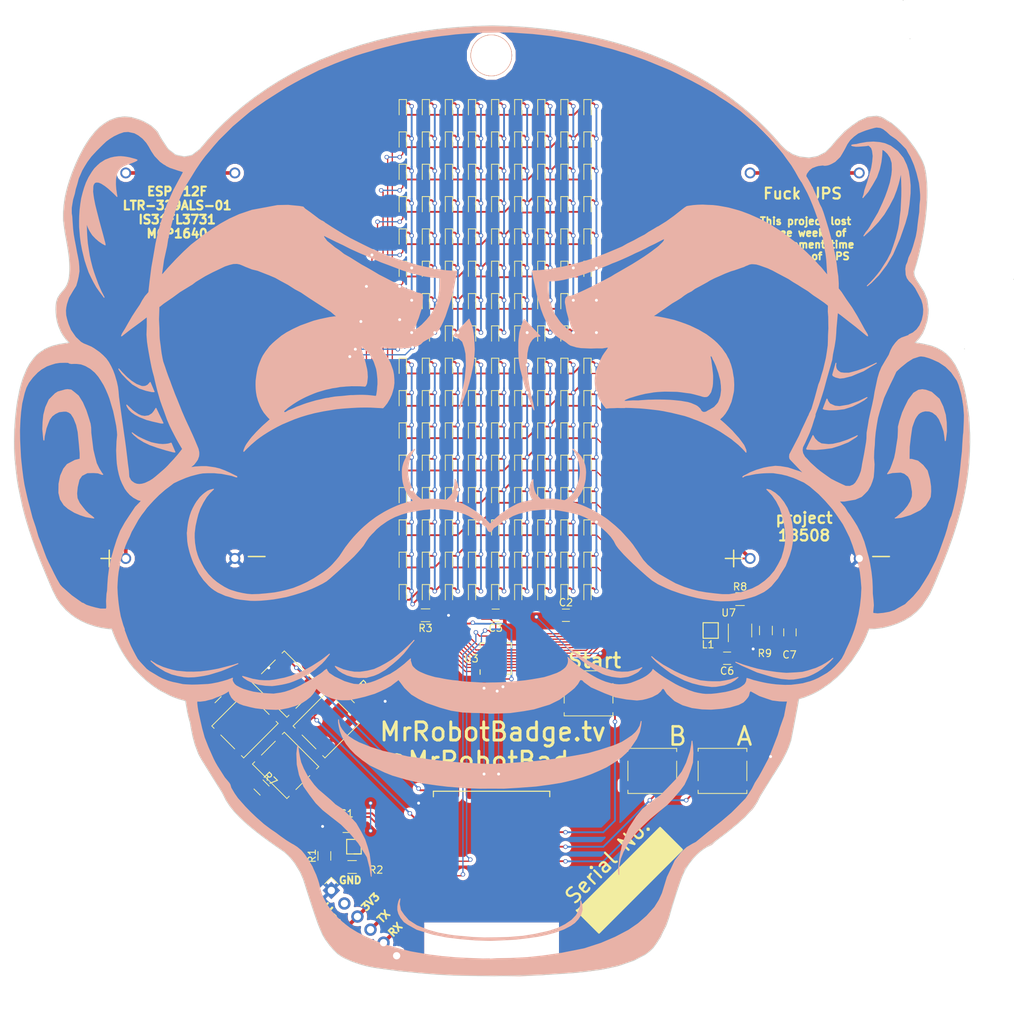
<source format=kicad_pcb>
(kicad_pcb (version 4) (host pcbnew 4.0.4-stable)
  (layers (0 F.Cu signal) (31 B.Cu signal) (34 B.Paste user hide) (35 F.Paste user hide) (36 B.SilkS user hide) (37 F.SilkS user) (38 B.Mask user) (39 F.Mask user) (44 Edge.Cuts user))
  (net 0 "")
  (net 1 GND)
  (net 2 /A)
  (net 3 /B)
  (net 4 VCC)
  (net 5 /CA2)
  (net 6 /CA1)
  (net 7 /CA3)
  (net 8 /CA4)
  (net 9 /CA5)
  (net 10 /CA6)
  (net 11 /CA7)
  (net 12 /CA8)
  (net 13 /CA9)
  (net 14 /CB2)
  (net 15 /CB1)
  (net 16 /CB3)
  (net 17 /CB4)
  (net 18 /CB5)
  (net 19 /CB6)
  (net 20 /CB7)
  (net 21 /CB8)
  (net 22 /CB9)
  (net 23 /Down)
  (net 24 /Left)
  (net 25 /SCL)
  (net 26 /SDA)
  (net 27 "Net-(R3-Pad1)")
  (net 28 /Right)
  (net 29 /Start)
  (net 30 "Net-(U1-Pad1)")
  (net 31 "Net-(U1-Pad2)")
  (net 32 /Up)
  (net 33 /FTDI_TX)
  (net 34 /FTDI_RX)
  (net 35 "Net-(U1-Pad17)")
  (net 36 "Net-(U1-Pad18)")
  (net 37 /INTB)
  (net 38 /SHUTDOWN)
  (net 39 "Net-(U1-Pad21)")
  (net 40 "Net-(U2-Pad16)")
  (net 41 "Net-(U2-Pad17)")
  (net 42 "Net-(U5-Pad3)")
  (net 43 "Net-(U6-Pad3)")
  (net 44 "Net-(U1-Pad7)")
  (net 45 "Net-(L1-Pad2)")
  (net 46 "Net-(C6-Pad2)")
  (net 47 "Net-(R8-Pad2)")
  (net 48 /CTS)
  (net 49 /RTS)
  (module Buttons_Switches_SMD:SW_SPST_EVQP0 (layer F.Cu) (at 54.864 116.332 315)
    (fp_text reference "" (at 0 -3.9 315) (layer F.SilkS))
    (fp_text value SW_PUSH)
    (fp_text user "" (at -5.388154 0.35921 405) (layer F.SilkS))
    (pad 1 smd rect (at 2.88 -2.58 315) (size 2.75 1) (layers F.Cu F.Paste F.Mask) (net 32 /Up))
    (pad 1 smd rect (at -3.048 -2.58 315) (size 2.75 1) (layers F.Cu F.Paste F.Mask) (net 32 /Up))
    (pad 2 smd rect (at -3.048 2.58 315) (size 2.75 1) (layers F.Cu F.Paste F.Mask) (net 1 GND))
    (pad 2 smd rect (at 2.88 2.58 315) (size 2.75 1) (layers F.Cu F.Paste F.Mask) (net 1 GND))
  )
  (module RandomChinese2AA (layer F.Cu) (at 126.238 99.06 270)
    (fp_text reference "" (at 2 3 360) (layer F.SilkS))
    (fp_text value Random2AA)
    (fp_text user + (at 0 10 270) (layer F.SilkS) (effects (font (size 3 3) (thickness 0.2))))
    (fp_text user - (at -0.5 -10.5 360) (layer F.SilkS) (effects (font (size 3 3) (thickness 0.2))))
    (pad 3 thru_hole circle (at -53 7.5 270) (size 1.5 1.5) (drill 1) (layers *.Cu *.Mask) (net 43 "Net-(U6-Pad3)"))
    (pad 3 thru_hole circle (at -53 -7.5 270) (size 1.5 1.5) (drill 1) (layers *.Cu *.Mask) (net 43 "Net-(U6-Pad3)"))
    (pad 2 thru_hole circle (at 0 -7.5 270) (size 1.5 1.5) (drill 1) (layers *.Cu *.Mask) (net 1 GND))
    (pad 1 thru_hole circle (at 0 7.5 270) (size 1.5 1.5) (drill 1) (layers *.Cu *.Mask) (net 46 "Net-(C6-Pad2)"))
  )
  (module RandomChinese2AA (layer F.Cu) (at 40.386 99.06 270)
    (fp_text reference "" (at 2 3 360) (layer F.SilkS))
    (fp_text value Random2AA)
    (fp_text user + (at 0 10 270) (layer F.SilkS) (effects (font (size 3 3) (thickness 0.2))))
    (fp_text user - (at -0.5 -10.5 360) (layer F.SilkS) (effects (font (size 3 3) (thickness 0.2))))
    (pad 3 thru_hole circle (at -53 7.5 270) (size 1.5 1.5) (drill 1) (layers *.Cu *.Mask) (net 42 "Net-(U5-Pad3)"))
    (pad 3 thru_hole circle (at -53 -7.5 270) (size 1.5 1.5) (drill 1) (layers *.Cu *.Mask) (net 42 "Net-(U5-Pad3)"))
    (pad 2 thru_hole circle (at 0 -7.5 270) (size 1.5 1.5) (drill 1) (layers *.Cu *.Mask) (net 1 GND))
    (pad 1 thru_hole circle (at 0 7.5 270) (size 1.5 1.5) (drill 1) (layers *.Cu *.Mask) (net 46 "Net-(C6-Pad2)"))
  )
  (module LEDs:LED_0603 (layer F.Cu) (at 96.378 37.271 270)
    (fp_text reference "" (at 0 -1.25 270) (layer F.SilkS))
    (fp_text value LED)
    (pad 2 smd rect (at 0.8 0 90) (size 0.8 0.8) (layers F.Cu F.Paste F.Mask) (net 5 /CA2))
    (pad 1 smd rect (at -0.8 0 90) (size 0.8 0.8) (layers F.Cu F.Paste F.Mask) (net 6 /CA1))
  )
  (module LEDs:LED_0603 (layer F.Cu) (at 96.378 41.716 270)
    (fp_text reference "" (at 0 -1.25 270) (layer F.SilkS))
    (fp_text value LED)
    (pad 2 smd rect (at 0.8 0 90) (size 0.8 0.8) (layers F.Cu F.Paste F.Mask) (net 7 /CA3))
    (pad 1 smd rect (at -0.8 0 90) (size 0.8 0.8) (layers F.Cu F.Paste F.Mask) (net 6 /CA1))
  )
  (module LEDs:LED_0603 (layer F.Cu) (at 96.378 46.161 270)
    (fp_text reference "" (at 0 -1.25 270) (layer F.SilkS))
    (fp_text value LED)
    (pad 2 smd rect (at 0.8 0 90) (size 0.8 0.8) (layers F.Cu F.Paste F.Mask) (net 8 /CA4))
    (pad 1 smd rect (at -0.8 0 90) (size 0.8 0.8) (layers F.Cu F.Paste F.Mask) (net 6 /CA1))
  )
  (module LEDs:LED_0603 (layer F.Cu) (at 96.378 50.606 270)
    (fp_text reference "" (at 0 -1.25 270) (layer F.SilkS))
    (fp_text value LED)
    (pad 2 smd rect (at 0.8 0 90) (size 0.8 0.8) (layers F.Cu F.Paste F.Mask) (net 9 /CA5))
    (pad 1 smd rect (at -0.8 0 90) (size 0.8 0.8) (layers F.Cu F.Paste F.Mask) (net 6 /CA1))
  )
  (module LEDs:LED_0603 (layer F.Cu) (at 96.378 55.051 270)
    (fp_text reference "" (at 0 -1.25 270) (layer F.SilkS))
    (fp_text value LED)
    (pad 2 smd rect (at 0.8 0 90) (size 0.8 0.8) (layers F.Cu F.Paste F.Mask) (net 10 /CA6))
    (pad 1 smd rect (at -0.8 0 90) (size 0.8 0.8) (layers F.Cu F.Paste F.Mask) (net 6 /CA1))
  )
  (module LEDs:LED_0603 (layer F.Cu) (at 96.378 59.496 270)
    (fp_text reference "" (at 0 -1.25 270) (layer F.SilkS))
    (fp_text value LED)
    (pad 2 smd rect (at 0.8 0 90) (size 0.8 0.8) (layers F.Cu F.Paste F.Mask) (net 11 /CA7))
    (pad 1 smd rect (at -0.8 0 90) (size 0.8 0.8) (layers F.Cu F.Paste F.Mask) (net 6 /CA1))
  )
  (module LEDs:LED_0603 (layer F.Cu) (at 96.378 63.941 270)
    (fp_text reference "" (at 0 -1.25 270) (layer F.SilkS))
    (fp_text value LED)
    (pad 2 smd rect (at 0.8 0 90) (size 0.8 0.8) (layers F.Cu F.Paste F.Mask) (net 12 /CA8))
    (pad 1 smd rect (at -0.8 0 90) (size 0.8 0.8) (layers F.Cu F.Paste F.Mask) (net 6 /CA1))
  )
  (module LEDs:LED_0603 (layer F.Cu) (at 96.378 68.386 270)
    (fp_text reference "" (at 0 -1.25 270) (layer F.SilkS))
    (fp_text value LED)
    (pad 2 smd rect (at 0.8 0 90) (size 0.8 0.8) (layers F.Cu F.Paste F.Mask) (net 13 /CA9))
    (pad 1 smd rect (at -0.8 0 90) (size 0.8 0.8) (layers F.Cu F.Paste F.Mask) (net 6 /CA1))
  )
  (module LEDs:LED_0603 (layer F.Cu) (at 96.378 72.831 270)
    (fp_text reference "" (at 0 -1.25 270) (layer F.SilkS))
    (fp_text value LED)
    (pad 2 smd rect (at 0.8 0 90) (size 0.8 0.8) (layers F.Cu F.Paste F.Mask) (net 14 /CB2))
    (pad 1 smd rect (at -0.8 0 90) (size 0.8 0.8) (layers F.Cu F.Paste F.Mask) (net 15 /CB1))
  )
  (module LEDs:LED_0603 (layer F.Cu) (at 96.378 77.276 270)
    (fp_text reference "" (at 0 -1.25 270) (layer F.SilkS))
    (fp_text value LED)
    (pad 2 smd rect (at 0.8 0 90) (size 0.8 0.8) (layers F.Cu F.Paste F.Mask) (net 16 /CB3))
    (pad 1 smd rect (at -0.8 0 90) (size 0.8 0.8) (layers F.Cu F.Paste F.Mask) (net 15 /CB1))
  )
  (module LEDs:LED_0603 (layer F.Cu) (at 96.378 81.721 270)
    (fp_text reference "" (at 0 -1.25 270) (layer F.SilkS))
    (fp_text value LED)
    (pad 2 smd rect (at 0.8 0 90) (size 0.8 0.8) (layers F.Cu F.Paste F.Mask) (net 17 /CB4))
    (pad 1 smd rect (at -0.8 0 90) (size 0.8 0.8) (layers F.Cu F.Paste F.Mask) (net 15 /CB1))
  )
  (module LEDs:LED_0603 (layer F.Cu) (at 96.378 86.166 270)
    (fp_text reference "" (at 0 -1.25 270) (layer F.SilkS))
    (fp_text value LED)
    (pad 2 smd rect (at 0.8 0 90) (size 0.8 0.8) (layers F.Cu F.Paste F.Mask) (net 18 /CB5))
    (pad 1 smd rect (at -0.8 0 90) (size 0.8 0.8) (layers F.Cu F.Paste F.Mask) (net 15 /CB1))
  )
  (module LEDs:LED_0603 (layer F.Cu) (at 96.378 90.611 270)
    (fp_text reference "" (at 0 -1.25 270) (layer F.SilkS))
    (fp_text value LED)
    (pad 2 smd rect (at 0.8 0 90) (size 0.8 0.8) (layers F.Cu F.Paste F.Mask) (net 19 /CB6))
    (pad 1 smd rect (at -0.8 0 90) (size 0.8 0.8) (layers F.Cu F.Paste F.Mask) (net 15 /CB1))
  )
  (module LEDs:LED_0603 (layer F.Cu) (at 96.378 95.056 270)
    (fp_text reference "" (at 0 -1.25 270) (layer F.SilkS))
    (fp_text value LED)
    (pad 2 smd rect (at 0.8 0 90) (size 0.8 0.8) (layers F.Cu F.Paste F.Mask) (net 20 /CB7))
    (pad 1 smd rect (at -0.8 0 90) (size 0.8 0.8) (layers F.Cu F.Paste F.Mask) (net 15 /CB1))
  )
  (module LEDs:LED_0603 (layer F.Cu) (at 96.378 99.501 270)
    (fp_text reference "" (at 0 -1.25 270) (layer F.SilkS))
    (fp_text value LED)
    (pad 2 smd rect (at 0.8 0 90) (size 0.8 0.8) (layers F.Cu F.Paste F.Mask) (net 21 /CB8))
    (pad 1 smd rect (at -0.8 0 90) (size 0.8 0.8) (layers F.Cu F.Paste F.Mask) (net 15 /CB1))
  )
  (module LEDs:LED_0603 (layer F.Cu) (at 96.378 103.946 270)
    (fp_text reference "" (at 0 -1.25 270) (layer F.SilkS))
    (fp_text value LED)
    (pad 2 smd rect (at 0.8 0 90) (size 0.8 0.8) (layers F.Cu F.Paste F.Mask) (net 22 /CB9))
    (pad 1 smd rect (at -0.8 0 90) (size 0.8 0.8) (layers F.Cu F.Paste F.Mask) (net 15 /CB1))
  )
  (module Capacitors_SMD:C_0805_HandSoldering (layer F.Cu) (at 93.4085 106.8705)
    (fp_text reference C2 (at 0 -1.75) (layer F.SilkS))
    (fp_text value 1u)
    (pad 1 smd rect (at -1.25 0) (size 1.5 1.25) (layers F.Cu F.Paste F.Mask) (net 4 VCC))
    (pad 2 smd rect (at 1.25 0) (size 1.5 1.25) (layers F.Cu F.Paste F.Mask) (net 1 GND))
  )
  (module LEDs:LED_0603 (layer F.Cu) (at 93.203 37.271 270)
    (fp_text reference "" (at 0 -1.25 270) (layer F.SilkS))
    (fp_text value LED)
    (pad 2 smd rect (at 0.8 0 90) (size 0.8 0.8) (layers F.Cu F.Paste F.Mask) (net 6 /CA1))
    (pad 1 smd rect (at -0.8 0 90) (size 0.8 0.8) (layers F.Cu F.Paste F.Mask) (net 5 /CA2))
  )
  (module LEDs:LED_0603 (layer F.Cu) (at 93.203 41.716 270)
    (fp_text reference "" (at 0 -1.25 270) (layer F.SilkS))
    (fp_text value LED)
    (pad 2 smd rect (at 0.8 0 90) (size 0.8 0.8) (layers F.Cu F.Paste F.Mask) (net 7 /CA3))
    (pad 1 smd rect (at -0.8 0 90) (size 0.8 0.8) (layers F.Cu F.Paste F.Mask) (net 5 /CA2))
  )
  (module LEDs:LED_0603 (layer F.Cu) (at 93.203 46.161 270)
    (fp_text reference "" (at 0 -1.25 270) (layer F.SilkS))
    (fp_text value LED)
    (pad 2 smd rect (at 0.8 0 90) (size 0.8 0.8) (layers F.Cu F.Paste F.Mask) (net 8 /CA4))
    (pad 1 smd rect (at -0.8 0 90) (size 0.8 0.8) (layers F.Cu F.Paste F.Mask) (net 5 /CA2))
  )
  (module LEDs:LED_0603 (layer F.Cu) (at 93.203 50.606 270)
    (fp_text reference "" (at 0 -1.25 270) (layer F.SilkS))
    (fp_text value LED)
    (pad 2 smd rect (at 0.8 0 90) (size 0.8 0.8) (layers F.Cu F.Paste F.Mask) (net 9 /CA5))
    (pad 1 smd rect (at -0.8 0 90) (size 0.8 0.8) (layers F.Cu F.Paste F.Mask) (net 5 /CA2))
  )
  (module LEDs:LED_0603 (layer F.Cu) (at 93.203 55.051 270)
    (fp_text reference "" (at 0 -1.25 270) (layer F.SilkS))
    (fp_text value LED)
    (pad 2 smd rect (at 0.8 0 90) (size 0.8 0.8) (layers F.Cu F.Paste F.Mask) (net 10 /CA6))
    (pad 1 smd rect (at -0.8 0 90) (size 0.8 0.8) (layers F.Cu F.Paste F.Mask) (net 5 /CA2))
  )
  (module LEDs:LED_0603 (layer F.Cu) (at 93.203 59.496 270)
    (fp_text reference "" (at 0 -1.25 270) (layer F.SilkS))
    (fp_text value LED)
    (pad 2 smd rect (at 0.8 0 90) (size 0.8 0.8) (layers F.Cu F.Paste F.Mask) (net 11 /CA7))
    (pad 1 smd rect (at -0.8 0 90) (size 0.8 0.8) (layers F.Cu F.Paste F.Mask) (net 5 /CA2))
  )
  (module LEDs:LED_0603 (layer F.Cu) (at 93.203 63.941 270)
    (fp_text reference "" (at 0 -1.25 270) (layer F.SilkS))
    (fp_text value LED)
    (pad 2 smd rect (at 0.8 0 90) (size 0.8 0.8) (layers F.Cu F.Paste F.Mask) (net 12 /CA8))
    (pad 1 smd rect (at -0.8 0 90) (size 0.8 0.8) (layers F.Cu F.Paste F.Mask) (net 5 /CA2))
  )
  (module LEDs:LED_0603 (layer F.Cu) (at 93.203 68.386 270)
    (fp_text reference "" (at 0 -1.25 270) (layer F.SilkS))
    (fp_text value LED)
    (pad 2 smd rect (at 0.8 0 90) (size 0.8 0.8) (layers F.Cu F.Paste F.Mask) (net 13 /CA9))
    (pad 1 smd rect (at -0.8 0 90) (size 0.8 0.8) (layers F.Cu F.Paste F.Mask) (net 5 /CA2))
  )
  (module LEDs:LED_0603 (layer F.Cu) (at 93.203 72.831 270)
    (fp_text reference "" (at 0 -1.25 270) (layer F.SilkS))
    (fp_text value LED)
    (pad 2 smd rect (at 0.8 0 90) (size 0.8 0.8) (layers F.Cu F.Paste F.Mask) (net 15 /CB1))
    (pad 1 smd rect (at -0.8 0 90) (size 0.8 0.8) (layers F.Cu F.Paste F.Mask) (net 14 /CB2))
  )
  (module LEDs:LED_0603 (layer F.Cu) (at 93.203 77.276 270)
    (fp_text reference "" (at 0 -1.25 270) (layer F.SilkS))
    (fp_text value LED)
    (pad 2 smd rect (at 0.8 0 90) (size 0.8 0.8) (layers F.Cu F.Paste F.Mask) (net 16 /CB3))
    (pad 1 smd rect (at -0.8 0 90) (size 0.8 0.8) (layers F.Cu F.Paste F.Mask) (net 14 /CB2))
  )
  (module LEDs:LED_0603 (layer F.Cu) (at 93.203 81.721 270)
    (fp_text reference "" (at 0 -1.25 270) (layer F.SilkS))
    (fp_text value LED)
    (pad 2 smd rect (at 0.8 0 90) (size 0.8 0.8) (layers F.Cu F.Paste F.Mask) (net 17 /CB4))
    (pad 1 smd rect (at -0.8 0 90) (size 0.8 0.8) (layers F.Cu F.Paste F.Mask) (net 14 /CB2))
  )
  (module LEDs:LED_0603 (layer F.Cu) (at 93.203 86.166 270)
    (fp_text reference "" (at 0 -1.25 270) (layer F.SilkS))
    (fp_text value LED)
    (pad 2 smd rect (at 0.8 0 90) (size 0.8 0.8) (layers F.Cu F.Paste F.Mask) (net 18 /CB5))
    (pad 1 smd rect (at -0.8 0 90) (size 0.8 0.8) (layers F.Cu F.Paste F.Mask) (net 14 /CB2))
  )
  (module LEDs:LED_0603 (layer F.Cu) (at 93.203 90.611 270)
    (fp_text reference "" (at 0 -1.25 270) (layer F.SilkS))
    (fp_text value LED)
    (pad 2 smd rect (at 0.8 0 90) (size 0.8 0.8) (layers F.Cu F.Paste F.Mask) (net 19 /CB6))
    (pad 1 smd rect (at -0.8 0 90) (size 0.8 0.8) (layers F.Cu F.Paste F.Mask) (net 14 /CB2))
  )
  (module LEDs:LED_0603 (layer F.Cu) (at 93.203 95.056 270)
    (fp_text reference "" (at 0 -1.25 270) (layer F.SilkS))
    (fp_text value LED)
    (pad 2 smd rect (at 0.8 0 90) (size 0.8 0.8) (layers F.Cu F.Paste F.Mask) (net 20 /CB7))
    (pad 1 smd rect (at -0.8 0 90) (size 0.8 0.8) (layers F.Cu F.Paste F.Mask) (net 14 /CB2))
  )
  (module LEDs:LED_0603 (layer F.Cu) (at 93.203 99.501 270)
    (fp_text reference "" (at 0 -1.25 270) (layer F.SilkS))
    (fp_text value LED)
    (pad 2 smd rect (at 0.8 0 90) (size 0.8 0.8) (layers F.Cu F.Paste F.Mask) (net 21 /CB8))
    (pad 1 smd rect (at -0.8 0 90) (size 0.8 0.8) (layers F.Cu F.Paste F.Mask) (net 14 /CB2))
  )
  (module LEDs:LED_0603 (layer F.Cu) (at 93.203 103.946 270)
    (fp_text reference "" (at 0 -1.25 270) (layer F.SilkS))
    (fp_text value LED)
    (pad 2 smd rect (at 0.8 0 90) (size 0.8 0.8) (layers F.Cu F.Paste F.Mask) (net 22 /CB9))
    (pad 1 smd rect (at -0.8 0 90) (size 0.8 0.8) (layers F.Cu F.Paste F.Mask) (net 14 /CB2))
  )
  (module Capacitors_SMD:C_0805_HandSoldering (layer F.Cu) (at 83.7565 106.8705 180)
    (fp_text reference C3 (at 0 -1.75 180) (layer F.SilkS))
    (fp_text value 0.1u)
    (pad 1 smd rect (at -1.25 0 180) (size 1.5 1.25) (layers F.Cu F.Paste F.Mask) (net 4 VCC))
    (pad 2 smd rect (at 1.25 0 180) (size 1.5 1.25) (layers F.Cu F.Paste F.Mask) (net 1 GND))
  )
  (module LEDs:LED_0603 (layer F.Cu) (at 90.028 37.271 270)
    (fp_text reference "" (at 0 -1.25 270) (layer F.SilkS))
    (fp_text value LED)
    (pad 2 smd rect (at 0.8 0 90) (size 0.8 0.8) (layers F.Cu F.Paste F.Mask) (net 6 /CA1))
    (pad 1 smd rect (at -0.8 0 90) (size 0.8 0.8) (layers F.Cu F.Paste F.Mask) (net 7 /CA3))
  )
  (module LEDs:LED_0603 (layer F.Cu) (at 90.028 41.716 270)
    (fp_text reference "" (at 0 -1.25 270) (layer F.SilkS))
    (fp_text value LED)
    (pad 2 smd rect (at 0.8 0 90) (size 0.8 0.8) (layers F.Cu F.Paste F.Mask) (net 5 /CA2))
    (pad 1 smd rect (at -0.8 0 90) (size 0.8 0.8) (layers F.Cu F.Paste F.Mask) (net 7 /CA3))
  )
  (module LEDs:LED_0603 (layer F.Cu) (at 90.028 46.161 270)
    (fp_text reference "" (at 0 -1.25 270) (layer F.SilkS))
    (fp_text value LED)
    (pad 2 smd rect (at 0.8 0 90) (size 0.8 0.8) (layers F.Cu F.Paste F.Mask) (net 8 /CA4))
    (pad 1 smd rect (at -0.8 0 90) (size 0.8 0.8) (layers F.Cu F.Paste F.Mask) (net 7 /CA3))
  )
  (module LEDs:LED_0603 (layer F.Cu) (at 90.028 50.606 270)
    (fp_text reference "" (at 0 -1.25 270) (layer F.SilkS))
    (fp_text value LED)
    (pad 2 smd rect (at 0.8 0 90) (size 0.8 0.8) (layers F.Cu F.Paste F.Mask) (net 9 /CA5))
    (pad 1 smd rect (at -0.8 0 90) (size 0.8 0.8) (layers F.Cu F.Paste F.Mask) (net 7 /CA3))
  )
  (module LEDs:LED_0603 (layer F.Cu) (at 90.028 55.051 270)
    (fp_text reference "" (at 0 -1.25 270) (layer F.SilkS))
    (fp_text value LED)
    (pad 2 smd rect (at 0.8 0 90) (size 0.8 0.8) (layers F.Cu F.Paste F.Mask) (net 10 /CA6))
    (pad 1 smd rect (at -0.8 0 90) (size 0.8 0.8) (layers F.Cu F.Paste F.Mask) (net 7 /CA3))
  )
  (module LEDs:LED_0603 (layer F.Cu) (at 90.028 59.496 270)
    (fp_text reference "" (at 0 -1.25 270) (layer F.SilkS))
    (fp_text value LED)
    (pad 2 smd rect (at 0.8 0 90) (size 0.8 0.8) (layers F.Cu F.Paste F.Mask) (net 11 /CA7))
    (pad 1 smd rect (at -0.8 0 90) (size 0.8 0.8) (layers F.Cu F.Paste F.Mask) (net 7 /CA3))
  )
  (module LEDs:LED_0603 (layer F.Cu) (at 90.028 63.941 270)
    (fp_text reference "" (at 0 -1.25 270) (layer F.SilkS))
    (fp_text value LED)
    (pad 2 smd rect (at 0.8 0 90) (size 0.8 0.8) (layers F.Cu F.Paste F.Mask) (net 12 /CA8))
    (pad 1 smd rect (at -0.8 0 90) (size 0.8 0.8) (layers F.Cu F.Paste F.Mask) (net 7 /CA3))
  )
  (module LEDs:LED_0603 (layer F.Cu) (at 90.028 68.386 270)
    (fp_text reference "" (at 0 -1.25 270) (layer F.SilkS))
    (fp_text value LED)
    (pad 2 smd rect (at 0.8 0 90) (size 0.8 0.8) (layers F.Cu F.Paste F.Mask) (net 13 /CA9))
    (pad 1 smd rect (at -0.8 0 90) (size 0.8 0.8) (layers F.Cu F.Paste F.Mask) (net 7 /CA3))
  )
  (module LEDs:LED_0603 (layer F.Cu) (at 90.028 72.831 270)
    (fp_text reference "" (at 0 -1.25 270) (layer F.SilkS))
    (fp_text value LED)
    (pad 2 smd rect (at 0.8 0 90) (size 0.8 0.8) (layers F.Cu F.Paste F.Mask) (net 15 /CB1))
    (pad 1 smd rect (at -0.8 0 90) (size 0.8 0.8) (layers F.Cu F.Paste F.Mask) (net 16 /CB3))
  )
  (module LEDs:LED_0603 (layer F.Cu) (at 90.028 77.276 270)
    (fp_text reference "" (at 0 -1.25 270) (layer F.SilkS))
    (fp_text value LED)
    (pad 2 smd rect (at 0.8 0 90) (size 0.8 0.8) (layers F.Cu F.Paste F.Mask) (net 14 /CB2))
    (pad 1 smd rect (at -0.8 0 90) (size 0.8 0.8) (layers F.Cu F.Paste F.Mask) (net 16 /CB3))
  )
  (module LEDs:LED_0603 (layer F.Cu) (at 90.028 81.721 270)
    (fp_text reference "" (at 0 -1.25 270) (layer F.SilkS))
    (fp_text value LED)
    (pad 2 smd rect (at 0.8 0 90) (size 0.8 0.8) (layers F.Cu F.Paste F.Mask) (net 17 /CB4))
    (pad 1 smd rect (at -0.8 0 90) (size 0.8 0.8) (layers F.Cu F.Paste F.Mask) (net 16 /CB3))
  )
  (module LEDs:LED_0603 (layer F.Cu) (at 90.028 86.166 270)
    (fp_text reference "" (at 0 -1.25 270) (layer F.SilkS))
    (fp_text value LED)
    (pad 2 smd rect (at 0.8 0 90) (size 0.8 0.8) (layers F.Cu F.Paste F.Mask) (net 18 /CB5))
    (pad 1 smd rect (at -0.8 0 90) (size 0.8 0.8) (layers F.Cu F.Paste F.Mask) (net 16 /CB3))
  )
  (module LEDs:LED_0603 (layer F.Cu) (at 90.028 90.611 270)
    (fp_text reference "" (at 0 -1.25 270) (layer F.SilkS))
    (fp_text value LED)
    (pad 2 smd rect (at 0.8 0 90) (size 0.8 0.8) (layers F.Cu F.Paste F.Mask) (net 19 /CB6))
    (pad 1 smd rect (at -0.8 0 90) (size 0.8 0.8) (layers F.Cu F.Paste F.Mask) (net 16 /CB3))
  )
  (module LEDs:LED_0603 (layer F.Cu) (at 90.028 95.056 270)
    (fp_text reference "" (at 0 -1.25 270) (layer F.SilkS))
    (fp_text value LED)
    (pad 2 smd rect (at 0.8 0 90) (size 0.8 0.8) (layers F.Cu F.Paste F.Mask) (net 20 /CB7))
    (pad 1 smd rect (at -0.8 0 90) (size 0.8 0.8) (layers F.Cu F.Paste F.Mask) (net 16 /CB3))
  )
  (module LEDs:LED_0603 (layer F.Cu) (at 90.028 99.501 270)
    (fp_text reference "" (at 0 -1.25 270) (layer F.SilkS))
    (fp_text value LED)
    (pad 2 smd rect (at 0.8 0 90) (size 0.8 0.8) (layers F.Cu F.Paste F.Mask) (net 21 /CB8))
    (pad 1 smd rect (at -0.8 0 90) (size 0.8 0.8) (layers F.Cu F.Paste F.Mask) (net 16 /CB3))
  )
  (module LEDs:LED_0603 (layer F.Cu) (at 90.028 103.946 270)
    (fp_text reference "" (at 0 -1.25 270) (layer F.SilkS))
    (fp_text value LED)
    (pad 2 smd rect (at 0.8 0 90) (size 0.8 0.8) (layers F.Cu F.Paste F.Mask) (net 22 /CB9))
    (pad 1 smd rect (at -0.8 0 90) (size 0.8 0.8) (layers F.Cu F.Paste F.Mask) (net 16 /CB3))
  )
  (module LEDs:LED_0603 (layer F.Cu) (at 86.853 37.271 270)
    (fp_text reference "" (at 0 -1.25 270) (layer F.SilkS))
    (fp_text value LED)
    (pad 2 smd rect (at 0.8 0 90) (size 0.8 0.8) (layers F.Cu F.Paste F.Mask) (net 6 /CA1))
    (pad 1 smd rect (at -0.8 0 90) (size 0.8 0.8) (layers F.Cu F.Paste F.Mask) (net 8 /CA4))
  )
  (module LEDs:LED_0603 (layer F.Cu) (at 86.853 41.716 270)
    (fp_text reference "" (at 0 -1.25 270) (layer F.SilkS))
    (fp_text value LED)
    (pad 2 smd rect (at 0.8 0 90) (size 0.8 0.8) (layers F.Cu F.Paste F.Mask) (net 5 /CA2))
    (pad 1 smd rect (at -0.8 0 90) (size 0.8 0.8) (layers F.Cu F.Paste F.Mask) (net 8 /CA4))
  )
  (module LEDs:LED_0603 (layer F.Cu) (at 86.853 46.161 270)
    (fp_text reference "" (at 0 -1.25 270) (layer F.SilkS))
    (fp_text value LED)
    (pad 2 smd rect (at 0.8 0 90) (size 0.8 0.8) (layers F.Cu F.Paste F.Mask) (net 7 /CA3))
    (pad 1 smd rect (at -0.8 0 90) (size 0.8 0.8) (layers F.Cu F.Paste F.Mask) (net 8 /CA4))
  )
  (module LEDs:LED_0603 (layer F.Cu) (at 86.853 50.606 270)
    (fp_text reference "" (at 0 -1.25 270) (layer F.SilkS))
    (fp_text value LED)
    (pad 2 smd rect (at 0.8 0 90) (size 0.8 0.8) (layers F.Cu F.Paste F.Mask) (net 9 /CA5))
    (pad 1 smd rect (at -0.8 0 90) (size 0.8 0.8) (layers F.Cu F.Paste F.Mask) (net 8 /CA4))
  )
  (module LEDs:LED_0603 (layer F.Cu) (at 86.853 55.051 270)
    (fp_text reference "" (at 0 -1.25 270) (layer F.SilkS))
    (fp_text value LED)
    (pad 2 smd rect (at 0.8 0 90) (size 0.8 0.8) (layers F.Cu F.Paste F.Mask) (net 10 /CA6))
    (pad 1 smd rect (at -0.8 0 90) (size 0.8 0.8) (layers F.Cu F.Paste F.Mask) (net 8 /CA4))
  )
  (module LEDs:LED_0603 (layer F.Cu) (at 86.853 59.496 270)
    (fp_text reference "" (at 0 -1.25 270) (layer F.SilkS))
    (fp_text value LED)
    (pad 2 smd rect (at 0.8 0 90) (size 0.8 0.8) (layers F.Cu F.Paste F.Mask) (net 11 /CA7))
    (pad 1 smd rect (at -0.8 0 90) (size 0.8 0.8) (layers F.Cu F.Paste F.Mask) (net 8 /CA4))
  )
  (module LEDs:LED_0603 (layer F.Cu) (at 86.853 63.941 270)
    (fp_text reference "" (at 0 -1.25 270) (layer F.SilkS))
    (fp_text value LED)
    (pad 2 smd rect (at 0.8 0 90) (size 0.8 0.8) (layers F.Cu F.Paste F.Mask) (net 12 /CA8))
    (pad 1 smd rect (at -0.8 0 90) (size 0.8 0.8) (layers F.Cu F.Paste F.Mask) (net 8 /CA4))
  )
  (module LEDs:LED_0603 (layer F.Cu) (at 86.853 68.386 270)
    (fp_text reference "" (at 0 -1.25 270) (layer F.SilkS))
    (fp_text value LED)
    (pad 2 smd rect (at 0.8 0 90) (size 0.8 0.8) (layers F.Cu F.Paste F.Mask) (net 13 /CA9))
    (pad 1 smd rect (at -0.8 0 90) (size 0.8 0.8) (layers F.Cu F.Paste F.Mask) (net 8 /CA4))
  )
  (module LEDs:LED_0603 (layer F.Cu) (at 86.853 72.831 270)
    (fp_text reference "" (at 0 -1.25 270) (layer F.SilkS))
    (fp_text value LED)
    (pad 2 smd rect (at 0.8 0 90) (size 0.8 0.8) (layers F.Cu F.Paste F.Mask) (net 15 /CB1))
    (pad 1 smd rect (at -0.8 0 90) (size 0.8 0.8) (layers F.Cu F.Paste F.Mask) (net 17 /CB4))
  )
  (module LEDs:LED_0603 (layer F.Cu) (at 86.853 77.276 270)
    (fp_text reference "" (at 0 -1.25 270) (layer F.SilkS))
    (fp_text value LED)
    (pad 2 smd rect (at 0.8 0 90) (size 0.8 0.8) (layers F.Cu F.Paste F.Mask) (net 14 /CB2))
    (pad 1 smd rect (at -0.8 0 90) (size 0.8 0.8) (layers F.Cu F.Paste F.Mask) (net 17 /CB4))
  )
  (module LEDs:LED_0603 (layer F.Cu) (at 86.853 81.721 270)
    (fp_text reference "" (at 0 -1.25 270) (layer F.SilkS))
    (fp_text value LED)
    (pad 2 smd rect (at 0.8 0 90) (size 0.8 0.8) (layers F.Cu F.Paste F.Mask) (net 16 /CB3))
    (pad 1 smd rect (at -0.8 0 90) (size 0.8 0.8) (layers F.Cu F.Paste F.Mask) (net 17 /CB4))
  )
  (module LEDs:LED_0603 (layer F.Cu) (at 86.853 86.166 270)
    (fp_text reference "" (at 0 -1.25 270) (layer F.SilkS))
    (fp_text value LED)
    (pad 2 smd rect (at 0.8 0 90) (size 0.8 0.8) (layers F.Cu F.Paste F.Mask) (net 18 /CB5))
    (pad 1 smd rect (at -0.8 0 90) (size 0.8 0.8) (layers F.Cu F.Paste F.Mask) (net 17 /CB4))
  )
  (module LEDs:LED_0603 (layer F.Cu) (at 86.853 90.611 270)
    (fp_text reference "" (at 0 -1.25 270) (layer F.SilkS))
    (fp_text value LED)
    (pad 2 smd rect (at 0.8 0 90) (size 0.8 0.8) (layers F.Cu F.Paste F.Mask) (net 19 /CB6))
    (pad 1 smd rect (at -0.8 0 90) (size 0.8 0.8) (layers F.Cu F.Paste F.Mask) (net 17 /CB4))
  )
  (module LEDs:LED_0603 (layer F.Cu) (at 86.853 95.056 270)
    (fp_text reference "" (at 0 -1.25 270) (layer F.SilkS))
    (fp_text value LED)
    (pad 2 smd rect (at 0.8 0 90) (size 0.8 0.8) (layers F.Cu F.Paste F.Mask) (net 20 /CB7))
    (pad 1 smd rect (at -0.8 0 90) (size 0.8 0.8) (layers F.Cu F.Paste F.Mask) (net 17 /CB4))
  )
  (module LEDs:LED_0603 (layer F.Cu) (at 86.853 99.501 270)
    (fp_text reference "" (at 0 -1.25 270) (layer F.SilkS))
    (fp_text value LED)
    (pad 2 smd rect (at 0.8 0 90) (size 0.8 0.8) (layers F.Cu F.Paste F.Mask) (net 21 /CB8))
    (pad 1 smd rect (at -0.8 0 90) (size 0.8 0.8) (layers F.Cu F.Paste F.Mask) (net 17 /CB4))
  )
  (module LEDs:LED_0603 (layer F.Cu) (at 86.853 103.946 270)
    (fp_text reference "" (at 0 -1.25 270) (layer F.SilkS))
    (fp_text value LED)
    (pad 2 smd rect (at 0.8 0 90) (size 0.8 0.8) (layers F.Cu F.Paste F.Mask) (net 22 /CB9))
    (pad 1 smd rect (at -0.8 0 90) (size 0.8 0.8) (layers F.Cu F.Paste F.Mask) (net 17 /CB4))
  )
  (module LEDs:LED_0603 (layer F.Cu) (at 83.678 37.271 270)
    (fp_text reference "" (at 0 -1.25 270) (layer F.SilkS))
    (fp_text value LED)
    (pad 2 smd rect (at 0.8 0 90) (size 0.8 0.8) (layers F.Cu F.Paste F.Mask) (net 6 /CA1))
    (pad 1 smd rect (at -0.8 0 90) (size 0.8 0.8) (layers F.Cu F.Paste F.Mask) (net 9 /CA5))
  )
  (module LEDs:LED_0603 (layer F.Cu) (at 83.678 41.716 270)
    (fp_text reference "" (at 0 -1.25 270) (layer F.SilkS))
    (fp_text value LED)
    (pad 2 smd rect (at 0.8 0 90) (size 0.8 0.8) (layers F.Cu F.Paste F.Mask) (net 5 /CA2))
    (pad 1 smd rect (at -0.8 0 90) (size 0.8 0.8) (layers F.Cu F.Paste F.Mask) (net 9 /CA5))
  )
  (module LEDs:LED_0603 (layer F.Cu) (at 83.678 46.161 270)
    (fp_text reference "" (at 0 -1.25 270) (layer F.SilkS))
    (fp_text value LED)
    (pad 2 smd rect (at 0.8 0 90) (size 0.8 0.8) (layers F.Cu F.Paste F.Mask) (net 7 /CA3))
    (pad 1 smd rect (at -0.8 0 90) (size 0.8 0.8) (layers F.Cu F.Paste F.Mask) (net 9 /CA5))
  )
  (module LEDs:LED_0603 (layer F.Cu) (at 83.678 50.606 270)
    (fp_text reference "" (at 0 -1.25 270) (layer F.SilkS))
    (fp_text value LED)
    (pad 2 smd rect (at 0.8 0 90) (size 0.8 0.8) (layers F.Cu F.Paste F.Mask) (net 8 /CA4))
    (pad 1 smd rect (at -0.8 0 90) (size 0.8 0.8) (layers F.Cu F.Paste F.Mask) (net 9 /CA5))
  )
  (module LEDs:LED_0603 (layer F.Cu) (at 83.678 55.051 270)
    (fp_text reference "" (at 0 -1.25 270) (layer F.SilkS))
    (fp_text value LED)
    (pad 2 smd rect (at 0.8 0 90) (size 0.8 0.8) (layers F.Cu F.Paste F.Mask) (net 10 /CA6))
    (pad 1 smd rect (at -0.8 0 90) (size 0.8 0.8) (layers F.Cu F.Paste F.Mask) (net 9 /CA5))
  )
  (module LEDs:LED_0603 (layer F.Cu) (at 83.678 59.496 270)
    (fp_text reference "" (at 0 -1.25 270) (layer F.SilkS))
    (fp_text value LED)
    (pad 2 smd rect (at 0.8 0 90) (size 0.8 0.8) (layers F.Cu F.Paste F.Mask) (net 11 /CA7))
    (pad 1 smd rect (at -0.8 0 90) (size 0.8 0.8) (layers F.Cu F.Paste F.Mask) (net 9 /CA5))
  )
  (module LEDs:LED_0603 (layer F.Cu) (at 83.678 63.941 270)
    (fp_text reference "" (at 0 -1.25 270) (layer F.SilkS))
    (fp_text value LED)
    (pad 2 smd rect (at 0.8 0 90) (size 0.8 0.8) (layers F.Cu F.Paste F.Mask) (net 12 /CA8))
    (pad 1 smd rect (at -0.8 0 90) (size 0.8 0.8) (layers F.Cu F.Paste F.Mask) (net 9 /CA5))
  )
  (module LEDs:LED_0603 (layer F.Cu) (at 83.678 68.386 270)
    (fp_text reference "" (at 0 -1.25 270) (layer F.SilkS))
    (fp_text value LED)
    (pad 2 smd rect (at 0.8 0 90) (size 0.8 0.8) (layers F.Cu F.Paste F.Mask) (net 13 /CA9))
    (pad 1 smd rect (at -0.8 0 90) (size 0.8 0.8) (layers F.Cu F.Paste F.Mask) (net 9 /CA5))
  )
  (module LEDs:LED_0603 (layer F.Cu) (at 83.678 72.831 270)
    (fp_text reference "" (at 0 -1.25 270) (layer F.SilkS))
    (fp_text value LED)
    (pad 2 smd rect (at 0.8 0 90) (size 0.8 0.8) (layers F.Cu F.Paste F.Mask) (net 15 /CB1))
    (pad 1 smd rect (at -0.8 0 90) (size 0.8 0.8) (layers F.Cu F.Paste F.Mask) (net 18 /CB5))
  )
  (module LEDs:LED_0603 (layer F.Cu) (at 83.678 77.276 270)
    (fp_text reference "" (at 0 -1.25 270) (layer F.SilkS))
    (fp_text value LED)
    (pad 2 smd rect (at 0.8 0 90) (size 0.8 0.8) (layers F.Cu F.Paste F.Mask) (net 14 /CB2))
    (pad 1 smd rect (at -0.8 0 90) (size 0.8 0.8) (layers F.Cu F.Paste F.Mask) (net 18 /CB5))
  )
  (module LEDs:LED_0603 (layer F.Cu) (at 83.678 81.721 270)
    (fp_text reference "" (at 0 -1.25 270) (layer F.SilkS))
    (fp_text value LED)
    (pad 2 smd rect (at 0.8 0 90) (size 0.8 0.8) (layers F.Cu F.Paste F.Mask) (net 16 /CB3))
    (pad 1 smd rect (at -0.8 0 90) (size 0.8 0.8) (layers F.Cu F.Paste F.Mask) (net 18 /CB5))
  )
  (module LEDs:LED_0603 (layer F.Cu) (at 83.678 86.166 270)
    (fp_text reference "" (at 0 -1.25 270) (layer F.SilkS))
    (fp_text value LED)
    (pad 2 smd rect (at 0.8 0 90) (size 0.8 0.8) (layers F.Cu F.Paste F.Mask) (net 17 /CB4))
    (pad 1 smd rect (at -0.8 0 90) (size 0.8 0.8) (layers F.Cu F.Paste F.Mask) (net 18 /CB5))
  )
  (module LEDs:LED_0603 (layer F.Cu) (at 83.678 90.611 270)
    (fp_text reference "" (at 0 -1.25 270) (layer F.SilkS))
    (fp_text value LED)
    (pad 2 smd rect (at 0.8 0 90) (size 0.8 0.8) (layers F.Cu F.Paste F.Mask) (net 19 /CB6))
    (pad 1 smd rect (at -0.8 0 90) (size 0.8 0.8) (layers F.Cu F.Paste F.Mask) (net 18 /CB5))
  )
  (module LEDs:LED_0603 (layer F.Cu) (at 83.678 95.056 270)
    (fp_text reference "" (at 0 -1.25 270) (layer F.SilkS))
    (fp_text value LED)
    (pad 2 smd rect (at 0.8 0 90) (size 0.8 0.8) (layers F.Cu F.Paste F.Mask) (net 20 /CB7))
    (pad 1 smd rect (at -0.8 0 90) (size 0.8 0.8) (layers F.Cu F.Paste F.Mask) (net 18 /CB5))
  )
  (module LEDs:LED_0603 (layer F.Cu) (at 83.678 99.501 270)
    (fp_text reference "" (at 0 -1.25 270) (layer F.SilkS))
    (fp_text value LED)
    (pad 2 smd rect (at 0.8 0 90) (size 0.8 0.8) (layers F.Cu F.Paste F.Mask) (net 21 /CB8))
    (pad 1 smd rect (at -0.8 0 90) (size 0.8 0.8) (layers F.Cu F.Paste F.Mask) (net 18 /CB5))
  )
  (module LEDs:LED_0603 (layer F.Cu) (at 83.678 103.946 270)
    (fp_text reference "" (at 0 -1.25 270) (layer F.SilkS))
    (fp_text value LED)
    (pad 2 smd rect (at 0.8 0 90) (size 0.8 0.8) (layers F.Cu F.Paste F.Mask) (net 22 /CB9))
    (pad 1 smd rect (at -0.8 0 90) (size 0.8 0.8) (layers F.Cu F.Paste F.Mask) (net 18 /CB5))
  )
  (module LEDs:LED_0603 (layer F.Cu) (at 80.503 37.271 270)
    (fp_text reference "" (at 0 -1.25 270) (layer F.SilkS))
    (fp_text value LED)
    (pad 2 smd rect (at 0.8 0 90) (size 0.8 0.8) (layers F.Cu F.Paste F.Mask) (net 6 /CA1))
    (pad 1 smd rect (at -0.8 0 90) (size 0.8 0.8) (layers F.Cu F.Paste F.Mask) (net 10 /CA6))
  )
  (module LEDs:LED_0603 (layer F.Cu) (at 80.503 41.716 270)
    (fp_text reference "" (at 0 -1.25 270) (layer F.SilkS))
    (fp_text value LED)
    (pad 2 smd rect (at 0.8 0 90) (size 0.8 0.8) (layers F.Cu F.Paste F.Mask) (net 5 /CA2))
    (pad 1 smd rect (at -0.8 0 90) (size 0.8 0.8) (layers F.Cu F.Paste F.Mask) (net 10 /CA6))
  )
  (module LEDs:LED_0603 (layer F.Cu) (at 80.503 46.161 270)
    (fp_text reference "" (at 0 -1.25 270) (layer F.SilkS))
    (fp_text value LED)
    (pad 2 smd rect (at 0.8 0 90) (size 0.8 0.8) (layers F.Cu F.Paste F.Mask) (net 7 /CA3))
    (pad 1 smd rect (at -0.8 0 90) (size 0.8 0.8) (layers F.Cu F.Paste F.Mask) (net 10 /CA6))
  )
  (module LEDs:LED_0603 (layer F.Cu) (at 80.503 50.606 270)
    (fp_text reference "" (at 0 -1.25 270) (layer F.SilkS))
    (fp_text value LED)
    (pad 2 smd rect (at 0.8 0 90) (size 0.8 0.8) (layers F.Cu F.Paste F.Mask) (net 8 /CA4))
    (pad 1 smd rect (at -0.8 0 90) (size 0.8 0.8) (layers F.Cu F.Paste F.Mask) (net 10 /CA6))
  )
  (module LEDs:LED_0603 (layer F.Cu) (at 80.503 55.051 270)
    (fp_text reference "" (at 0 -1.25 270) (layer F.SilkS))
    (fp_text value LED)
    (pad 2 smd rect (at 0.8 0 90) (size 0.8 0.8) (layers F.Cu F.Paste F.Mask) (net 9 /CA5))
    (pad 1 smd rect (at -0.8 0 90) (size 0.8 0.8) (layers F.Cu F.Paste F.Mask) (net 10 /CA6))
  )
  (module LEDs:LED_0603 (layer F.Cu) (at 80.503 59.496 270)
    (fp_text reference "" (at 0 -1.25 270) (layer F.SilkS))
    (fp_text value LED)
    (pad 2 smd rect (at 0.8 0 90) (size 0.8 0.8) (layers F.Cu F.Paste F.Mask) (net 11 /CA7))
    (pad 1 smd rect (at -0.8 0 90) (size 0.8 0.8) (layers F.Cu F.Paste F.Mask) (net 10 /CA6))
  )
  (module LEDs:LED_0603 (layer F.Cu) (at 80.503 63.941 270)
    (fp_text reference "" (at 0 -1.25 270) (layer F.SilkS))
    (fp_text value LED)
    (pad 2 smd rect (at 0.8 0 90) (size 0.8 0.8) (layers F.Cu F.Paste F.Mask) (net 12 /CA8))
    (pad 1 smd rect (at -0.8 0 90) (size 0.8 0.8) (layers F.Cu F.Paste F.Mask) (net 10 /CA6))
  )
  (module LEDs:LED_0603 (layer F.Cu) (at 80.503 68.386 270)
    (fp_text reference "" (at 0 -1.25 270) (layer F.SilkS))
    (fp_text value LED)
    (pad 2 smd rect (at 0.8 0 90) (size 0.8 0.8) (layers F.Cu F.Paste F.Mask) (net 13 /CA9))
    (pad 1 smd rect (at -0.8 0 90) (size 0.8 0.8) (layers F.Cu F.Paste F.Mask) (net 10 /CA6))
  )
  (module LEDs:LED_0603 (layer F.Cu) (at 80.503 72.831 270)
    (fp_text reference "" (at 0 -1.25 270) (layer F.SilkS))
    (fp_text value LED)
    (pad 2 smd rect (at 0.8 0 90) (size 0.8 0.8) (layers F.Cu F.Paste F.Mask) (net 15 /CB1))
    (pad 1 smd rect (at -0.8 0 90) (size 0.8 0.8) (layers F.Cu F.Paste F.Mask) (net 19 /CB6))
  )
  (module LEDs:LED_0603 (layer F.Cu) (at 80.503 77.276 270)
    (fp_text reference "" (at 0 -1.25 270) (layer F.SilkS))
    (fp_text value LED)
    (pad 2 smd rect (at 0.8 0 90) (size 0.8 0.8) (layers F.Cu F.Paste F.Mask) (net 14 /CB2))
    (pad 1 smd rect (at -0.8 0 90) (size 0.8 0.8) (layers F.Cu F.Paste F.Mask) (net 19 /CB6))
  )
  (module LEDs:LED_0603 (layer F.Cu) (at 80.503 81.721 270)
    (fp_text reference "" (at 0 -1.25 270) (layer F.SilkS))
    (fp_text value LED)
    (pad 2 smd rect (at 0.8 0 90) (size 0.8 0.8) (layers F.Cu F.Paste F.Mask) (net 16 /CB3))
    (pad 1 smd rect (at -0.8 0 90) (size 0.8 0.8) (layers F.Cu F.Paste F.Mask) (net 19 /CB6))
  )
  (module LEDs:LED_0603 (layer F.Cu) (at 80.503 86.166 270)
    (fp_text reference "" (at 0 -1.25 270) (layer F.SilkS))
    (fp_text value LED)
    (pad 2 smd rect (at 0.8 0 90) (size 0.8 0.8) (layers F.Cu F.Paste F.Mask) (net 17 /CB4))
    (pad 1 smd rect (at -0.8 0 90) (size 0.8 0.8) (layers F.Cu F.Paste F.Mask) (net 19 /CB6))
  )
  (module LEDs:LED_0603 (layer F.Cu) (at 80.503 90.611 270)
    (fp_text reference "" (at 0 -1.25 270) (layer F.SilkS))
    (fp_text value LED)
    (pad 2 smd rect (at 0.8 0 90) (size 0.8 0.8) (layers F.Cu F.Paste F.Mask) (net 18 /CB5))
    (pad 1 smd rect (at -0.8 0 90) (size 0.8 0.8) (layers F.Cu F.Paste F.Mask) (net 19 /CB6))
  )
  (module LEDs:LED_0603 (layer F.Cu) (at 80.503 95.056 270)
    (fp_text reference "" (at 0 -1.25 270) (layer F.SilkS))
    (fp_text value LED)
    (pad 2 smd rect (at 0.8 0 90) (size 0.8 0.8) (layers F.Cu F.Paste F.Mask) (net 20 /CB7))
    (pad 1 smd rect (at -0.8 0 90) (size 0.8 0.8) (layers F.Cu F.Paste F.Mask) (net 19 /CB6))
  )
  (module LEDs:LED_0603 (layer F.Cu) (at 80.503 99.501 270)
    (fp_text reference "" (at 0 -1.25 270) (layer F.SilkS))
    (fp_text value LED)
    (pad 2 smd rect (at 0.8 0 90) (size 0.8 0.8) (layers F.Cu F.Paste F.Mask) (net 21 /CB8))
    (pad 1 smd rect (at -0.8 0 90) (size 0.8 0.8) (layers F.Cu F.Paste F.Mask) (net 19 /CB6))
  )
  (module LEDs:LED_0603 (layer F.Cu) (at 80.503 103.946 270)
    (fp_text reference "" (at 0 -1.25 270) (layer F.SilkS))
    (fp_text value LED)
    (pad 2 smd rect (at 0.8 0 90) (size 0.8 0.8) (layers F.Cu F.Paste F.Mask) (net 22 /CB9))
    (pad 1 smd rect (at -0.8 0 90) (size 0.8 0.8) (layers F.Cu F.Paste F.Mask) (net 19 /CB6))
  )
  (module LEDs:LED_0603 (layer F.Cu) (at 77.328 37.271 270)
    (fp_text reference "" (at 0 -1.25 270) (layer F.SilkS))
    (fp_text value LED)
    (pad 2 smd rect (at 0.8 0 90) (size 0.8 0.8) (layers F.Cu F.Paste F.Mask) (net 6 /CA1))
    (pad 1 smd rect (at -0.8 0 90) (size 0.8 0.8) (layers F.Cu F.Paste F.Mask) (net 11 /CA7))
  )
  (module LEDs:LED_0603 (layer F.Cu) (at 77.328 41.716 270)
    (fp_text reference "" (at 0 -1.25 270) (layer F.SilkS))
    (fp_text value LED)
    (pad 2 smd rect (at 0.8 0 90) (size 0.8 0.8) (layers F.Cu F.Paste F.Mask) (net 5 /CA2))
    (pad 1 smd rect (at -0.8 0 90) (size 0.8 0.8) (layers F.Cu F.Paste F.Mask) (net 11 /CA7))
  )
  (module LEDs:LED_0603 (layer F.Cu) (at 77.328 46.161 270)
    (fp_text reference "" (at 0 -1.25 270) (layer F.SilkS))
    (fp_text value LED)
    (pad 2 smd rect (at 0.8 0 90) (size 0.8 0.8) (layers F.Cu F.Paste F.Mask) (net 7 /CA3))
    (pad 1 smd rect (at -0.8 0 90) (size 0.8 0.8) (layers F.Cu F.Paste F.Mask) (net 11 /CA7))
  )
  (module LEDs:LED_0603 (layer F.Cu) (at 77.328 50.606 270)
    (fp_text reference "" (at 0 -1.25 270) (layer F.SilkS))
    (fp_text value LED)
    (pad 2 smd rect (at 0.8 0 90) (size 0.8 0.8) (layers F.Cu F.Paste F.Mask) (net 8 /CA4))
    (pad 1 smd rect (at -0.8 0 90) (size 0.8 0.8) (layers F.Cu F.Paste F.Mask) (net 11 /CA7))
  )
  (module LEDs:LED_0603 (layer F.Cu) (at 77.328 55.051 270)
    (fp_text reference "" (at 0 -1.25 270) (layer F.SilkS))
    (fp_text value LED)
    (pad 2 smd rect (at 0.8 0 90) (size 0.8 0.8) (layers F.Cu F.Paste F.Mask) (net 9 /CA5))
    (pad 1 smd rect (at -0.8 0 90) (size 0.8 0.8) (layers F.Cu F.Paste F.Mask) (net 11 /CA7))
  )
  (module LEDs:LED_0603 (layer F.Cu) (at 77.328 59.496 270)
    (fp_text reference "" (at 0 -1.25 270) (layer F.SilkS))
    (fp_text value LED)
    (pad 2 smd rect (at 0.8 0 90) (size 0.8 0.8) (layers F.Cu F.Paste F.Mask) (net 10 /CA6))
    (pad 1 smd rect (at -0.8 0 90) (size 0.8 0.8) (layers F.Cu F.Paste F.Mask) (net 11 /CA7))
  )
  (module LEDs:LED_0603 (layer F.Cu) (at 77.328 63.941 270)
    (fp_text reference "" (at 0 -1.25 270) (layer F.SilkS))
    (fp_text value LED)
    (pad 2 smd rect (at 0.8 0 90) (size 0.8 0.8) (layers F.Cu F.Paste F.Mask) (net 12 /CA8))
    (pad 1 smd rect (at -0.8 0 90) (size 0.8 0.8) (layers F.Cu F.Paste F.Mask) (net 11 /CA7))
  )
  (module LEDs:LED_0603 (layer F.Cu) (at 77.328 68.386 270)
    (fp_text reference "" (at 0 -1.25 270) (layer F.SilkS))
    (fp_text value LED)
    (pad 2 smd rect (at 0.8 0 90) (size 0.8 0.8) (layers F.Cu F.Paste F.Mask) (net 13 /CA9))
    (pad 1 smd rect (at -0.8 0 90) (size 0.8 0.8) (layers F.Cu F.Paste F.Mask) (net 11 /CA7))
  )
  (module LEDs:LED_0603 (layer F.Cu) (at 77.328 72.831 270)
    (fp_text reference "" (at 0 -1.25 270) (layer F.SilkS))
    (fp_text value LED)
    (pad 2 smd rect (at 0.8 0 90) (size 0.8 0.8) (layers F.Cu F.Paste F.Mask) (net 15 /CB1))
    (pad 1 smd rect (at -0.8 0 90) (size 0.8 0.8) (layers F.Cu F.Paste F.Mask) (net 20 /CB7))
  )
  (module LEDs:LED_0603 (layer F.Cu) (at 77.328 77.276 270)
    (fp_text reference "" (at 0 -1.25 270) (layer F.SilkS))
    (fp_text value LED)
    (pad 2 smd rect (at 0.8 0 90) (size 0.8 0.8) (layers F.Cu F.Paste F.Mask) (net 14 /CB2))
    (pad 1 smd rect (at -0.8 0 90) (size 0.8 0.8) (layers F.Cu F.Paste F.Mask) (net 20 /CB7))
  )
  (module LEDs:LED_0603 (layer F.Cu) (at 77.328 81.721 270)
    (fp_text reference "" (at 0 -1.25 270) (layer F.SilkS))
    (fp_text value LED)
    (pad 2 smd rect (at 0.8 0 90) (size 0.8 0.8) (layers F.Cu F.Paste F.Mask) (net 16 /CB3))
    (pad 1 smd rect (at -0.8 0 90) (size 0.8 0.8) (layers F.Cu F.Paste F.Mask) (net 20 /CB7))
  )
  (module LEDs:LED_0603 (layer F.Cu) (at 77.328 86.166 270)
    (fp_text reference "" (at 0 -1.25 270) (layer F.SilkS))
    (fp_text value LED)
    (pad 2 smd rect (at 0.8 0 90) (size 0.8 0.8) (layers F.Cu F.Paste F.Mask) (net 17 /CB4))
    (pad 1 smd rect (at -0.8 0 90) (size 0.8 0.8) (layers F.Cu F.Paste F.Mask) (net 20 /CB7))
  )
  (module LEDs:LED_0603 (layer F.Cu) (at 77.328 90.611 270)
    (fp_text reference "" (at 0 -1.25 270) (layer F.SilkS))
    (fp_text value LED)
    (pad 2 smd rect (at 0.8 0 90) (size 0.8 0.8) (layers F.Cu F.Paste F.Mask) (net 18 /CB5))
    (pad 1 smd rect (at -0.8 0 90) (size 0.8 0.8) (layers F.Cu F.Paste F.Mask) (net 20 /CB7))
  )
  (module LEDs:LED_0603 (layer F.Cu) (at 77.328 95.056 270)
    (fp_text reference "" (at 0 -1.25 270) (layer F.SilkS))
    (fp_text value LED)
    (pad 2 smd rect (at 0.8 0 90) (size 0.8 0.8) (layers F.Cu F.Paste F.Mask) (net 19 /CB6))
    (pad 1 smd rect (at -0.8 0 90) (size 0.8 0.8) (layers F.Cu F.Paste F.Mask) (net 20 /CB7))
  )
  (module LEDs:LED_0603 (layer F.Cu) (at 77.328 99.501 270)
    (fp_text reference "" (at 0 -1.25 270) (layer F.SilkS))
    (fp_text value LED)
    (pad 2 smd rect (at 0.8 0 90) (size 0.8 0.8) (layers F.Cu F.Paste F.Mask) (net 21 /CB8))
    (pad 1 smd rect (at -0.8 0 90) (size 0.8 0.8) (layers F.Cu F.Paste F.Mask) (net 20 /CB7))
  )
  (module LEDs:LED_0603 (layer F.Cu) (at 77.328 103.946 270)
    (fp_text reference "" (at 0 -1.25 270) (layer F.SilkS))
    (fp_text value LED)
    (pad 2 smd rect (at 0.8 0 90) (size 0.8 0.8) (layers F.Cu F.Paste F.Mask) (net 22 /CB9))
    (pad 1 smd rect (at -0.8 0 90) (size 0.8 0.8) (layers F.Cu F.Paste F.Mask) (net 20 /CB7))
  )
  (module LEDs:LED_0603 (layer F.Cu) (at 74.153 37.271 270)
    (fp_text reference "" (at 0 -1.25 270) (layer F.SilkS))
    (fp_text value LED)
    (pad 2 smd rect (at 0.8 0 90) (size 0.8 0.8) (layers F.Cu F.Paste F.Mask) (net 6 /CA1))
    (pad 1 smd rect (at -0.8 0 90) (size 0.8 0.8) (layers F.Cu F.Paste F.Mask) (net 12 /CA8))
  )
  (module LEDs:LED_0603 (layer F.Cu) (at 74.153 41.716 270)
    (fp_text reference "" (at 0 -1.25 270) (layer F.SilkS))
    (fp_text value LED)
    (pad 2 smd rect (at 0.8 0 90) (size 0.8 0.8) (layers F.Cu F.Paste F.Mask) (net 5 /CA2))
    (pad 1 smd rect (at -0.8 0 90) (size 0.8 0.8) (layers F.Cu F.Paste F.Mask) (net 12 /CA8))
  )
  (module LEDs:LED_0603 (layer F.Cu) (at 74.153 46.161 270)
    (fp_text reference "" (at 0 -1.25 270) (layer F.SilkS))
    (fp_text value LED)
    (pad 2 smd rect (at 0.8 0 90) (size 0.8 0.8) (layers F.Cu F.Paste F.Mask) (net 7 /CA3))
    (pad 1 smd rect (at -0.8 0 90) (size 0.8 0.8) (layers F.Cu F.Paste F.Mask) (net 12 /CA8))
  )
  (module LEDs:LED_0603 (layer F.Cu) (at 74.153 50.606 270)
    (fp_text reference "" (at 0 -1.25 270) (layer F.SilkS))
    (fp_text value LED)
    (pad 2 smd rect (at 0.8 0 90) (size 0.8 0.8) (layers F.Cu F.Paste F.Mask) (net 8 /CA4))
    (pad 1 smd rect (at -0.8 0 90) (size 0.8 0.8) (layers F.Cu F.Paste F.Mask) (net 12 /CA8))
  )
  (module LEDs:LED_0603 (layer F.Cu) (at 74.153 55.051 270)
    (fp_text reference "" (at 0 -1.25 270) (layer F.SilkS))
    (fp_text value LED)
    (pad 2 smd rect (at 0.8 0 90) (size 0.8 0.8) (layers F.Cu F.Paste F.Mask) (net 9 /CA5))
    (pad 1 smd rect (at -0.8 0 90) (size 0.8 0.8) (layers F.Cu F.Paste F.Mask) (net 12 /CA8))
  )
  (module LEDs:LED_0603 (layer F.Cu) (at 74.153 59.496 270)
    (fp_text reference "" (at 0 -1.25 270) (layer F.SilkS))
    (fp_text value LED)
    (pad 2 smd rect (at 0.8 0 90) (size 0.8 0.8) (layers F.Cu F.Paste F.Mask) (net 10 /CA6))
    (pad 1 smd rect (at -0.8 0 90) (size 0.8 0.8) (layers F.Cu F.Paste F.Mask) (net 12 /CA8))
  )
  (module LEDs:LED_0603 (layer F.Cu) (at 74.153 63.941 270)
    (fp_text reference "" (at 0 -1.25 270) (layer F.SilkS))
    (fp_text value LED)
    (pad 2 smd rect (at 0.8 0 90) (size 0.8 0.8) (layers F.Cu F.Paste F.Mask) (net 11 /CA7))
    (pad 1 smd rect (at -0.8 0 90) (size 0.8 0.8) (layers F.Cu F.Paste F.Mask) (net 12 /CA8))
  )
  (module LEDs:LED_0603 (layer F.Cu) (at 74.153 68.386 270)
    (fp_text reference "" (at 0 -1.25 270) (layer F.SilkS))
    (fp_text value LED)
    (pad 2 smd rect (at 0.8 0 90) (size 0.8 0.8) (layers F.Cu F.Paste F.Mask) (net 13 /CA9))
    (pad 1 smd rect (at -0.8 0 90) (size 0.8 0.8) (layers F.Cu F.Paste F.Mask) (net 12 /CA8))
  )
  (module LEDs:LED_0603 (layer F.Cu) (at 74.153 72.831 270)
    (fp_text reference "" (at 0 -1.25 270) (layer F.SilkS))
    (fp_text value LED)
    (pad 2 smd rect (at 0.8 0 90) (size 0.8 0.8) (layers F.Cu F.Paste F.Mask) (net 15 /CB1))
    (pad 1 smd rect (at -0.8 0 90) (size 0.8 0.8) (layers F.Cu F.Paste F.Mask) (net 21 /CB8))
  )
  (module LEDs:LED_0603 (layer F.Cu) (at 74.153 77.276 270)
    (fp_text reference "" (at 0 -1.25 270) (layer F.SilkS))
    (fp_text value LED)
    (pad 2 smd rect (at 0.8 0 90) (size 0.8 0.8) (layers F.Cu F.Paste F.Mask) (net 14 /CB2))
    (pad 1 smd rect (at -0.8 0 90) (size 0.8 0.8) (layers F.Cu F.Paste F.Mask) (net 21 /CB8))
  )
  (module LEDs:LED_0603 (layer F.Cu) (at 74.153 81.721 270)
    (fp_text reference "" (at 0 -1.25 270) (layer F.SilkS))
    (fp_text value LED)
    (pad 2 smd rect (at 0.8 0 90) (size 0.8 0.8) (layers F.Cu F.Paste F.Mask) (net 16 /CB3))
    (pad 1 smd rect (at -0.8 0 90) (size 0.8 0.8) (layers F.Cu F.Paste F.Mask) (net 21 /CB8))
  )
  (module LEDs:LED_0603 (layer F.Cu) (at 74.153 86.166 270)
    (fp_text reference "" (at 0 -1.25 270) (layer F.SilkS))
    (fp_text value LED)
    (pad 2 smd rect (at 0.8 0 90) (size 0.8 0.8) (layers F.Cu F.Paste F.Mask) (net 17 /CB4))
    (pad 1 smd rect (at -0.8 0 90) (size 0.8 0.8) (layers F.Cu F.Paste F.Mask) (net 21 /CB8))
  )
  (module LEDs:LED_0603 (layer F.Cu) (at 74.153 90.611 270)
    (fp_text reference "" (at 0 -1.25 270) (layer F.SilkS))
    (fp_text value LED)
    (pad 2 smd rect (at 0.8 0 90) (size 0.8 0.8) (layers F.Cu F.Paste F.Mask) (net 18 /CB5))
    (pad 1 smd rect (at -0.8 0 90) (size 0.8 0.8) (layers F.Cu F.Paste F.Mask) (net 21 /CB8))
  )
  (module LEDs:LED_0603 (layer F.Cu) (at 74.153 95.056 270)
    (fp_text reference "" (at 0 -1.25 270) (layer F.SilkS))
    (fp_text value LED)
    (pad 2 smd rect (at 0.8 0 90) (size 0.8 0.8) (layers F.Cu F.Paste F.Mask) (net 19 /CB6))
    (pad 1 smd rect (at -0.8 0 90) (size 0.8 0.8) (layers F.Cu F.Paste F.Mask) (net 21 /CB8))
  )
  (module LEDs:LED_0603 (layer F.Cu) (at 74.153 99.501 270)
    (fp_text reference "" (at 0 -1.25 270) (layer F.SilkS))
    (fp_text value LED)
    (pad 2 smd rect (at 0.8 0 90) (size 0.8 0.8) (layers F.Cu F.Paste F.Mask) (net 20 /CB7))
    (pad 1 smd rect (at -0.8 0 90) (size 0.8 0.8) (layers F.Cu F.Paste F.Mask) (net 21 /CB8))
  )
  (module LEDs:LED_0603 (layer F.Cu) (at 74.153 103.946 270)
    (fp_text reference "" (at 0 -1.25 270) (layer F.SilkS))
    (fp_text value LED)
    (pad 2 smd rect (at 0.8 0 90) (size 0.8 0.8) (layers F.Cu F.Paste F.Mask) (net 22 /CB9))
    (pad 1 smd rect (at -0.8 0 90) (size 0.8 0.8) (layers F.Cu F.Paste F.Mask) (net 21 /CB8))
  )
  (module LEDs:LED_0603 (layer F.Cu) (at 70.978 37.271 270)
    (fp_text reference "" (at 0 -1.25 270) (layer F.SilkS))
    (fp_text value LED)
    (pad 2 smd rect (at 0.8 0 90) (size 0.8 0.8) (layers F.Cu F.Paste F.Mask) (net 6 /CA1))
    (pad 1 smd rect (at -0.8 0 90) (size 0.8 0.8) (layers F.Cu F.Paste F.Mask) (net 13 /CA9))
  )
  (module LEDs:LED_0603 (layer F.Cu) (at 70.978 41.716 270)
    (fp_text reference "" (at 0 -1.25 270) (layer F.SilkS))
    (fp_text value LED)
    (pad 2 smd rect (at 0.8 0 90) (size 0.8 0.8) (layers F.Cu F.Paste F.Mask) (net 5 /CA2))
    (pad 1 smd rect (at -0.8 0 90) (size 0.8 0.8) (layers F.Cu F.Paste F.Mask) (net 13 /CA9))
  )
  (module LEDs:LED_0603 (layer F.Cu) (at 70.978 46.161 270)
    (fp_text reference "" (at 0 -1.25 270) (layer F.SilkS))
    (fp_text value LED)
    (pad 2 smd rect (at 0.8 0 90) (size 0.8 0.8) (layers F.Cu F.Paste F.Mask) (net 7 /CA3))
    (pad 1 smd rect (at -0.8 0 90) (size 0.8 0.8) (layers F.Cu F.Paste F.Mask) (net 13 /CA9))
  )
  (module LEDs:LED_0603 (layer F.Cu) (at 70.978 50.606 270)
    (fp_text reference "" (at 0 -1.25 270) (layer F.SilkS))
    (fp_text value LED)
    (pad 2 smd rect (at 0.8 0 90) (size 0.8 0.8) (layers F.Cu F.Paste F.Mask) (net 8 /CA4))
    (pad 1 smd rect (at -0.8 0 90) (size 0.8 0.8) (layers F.Cu F.Paste F.Mask) (net 13 /CA9))
  )
  (module LEDs:LED_0603 (layer F.Cu) (at 70.978 55.051 270)
    (fp_text reference "" (at 0 -1.25 270) (layer F.SilkS))
    (fp_text value LED)
    (pad 2 smd rect (at 0.8 0 90) (size 0.8 0.8) (layers F.Cu F.Paste F.Mask) (net 9 /CA5))
    (pad 1 smd rect (at -0.8 0 90) (size 0.8 0.8) (layers F.Cu F.Paste F.Mask) (net 13 /CA9))
  )
  (module LEDs:LED_0603 (layer F.Cu) (at 70.978 59.496 270)
    (fp_text reference "" (at 0 -1.25 270) (layer F.SilkS))
    (fp_text value LED)
    (pad 2 smd rect (at 0.8 0 90) (size 0.8 0.8) (layers F.Cu F.Paste F.Mask) (net 10 /CA6))
    (pad 1 smd rect (at -0.8 0 90) (size 0.8 0.8) (layers F.Cu F.Paste F.Mask) (net 13 /CA9))
  )
  (module LEDs:LED_0603 (layer F.Cu) (at 70.978 63.941 270)
    (fp_text reference "" (at 0 -1.25 270) (layer F.SilkS))
    (fp_text value LED)
    (pad 2 smd rect (at 0.8 0 90) (size 0.8 0.8) (layers F.Cu F.Paste F.Mask) (net 11 /CA7))
    (pad 1 smd rect (at -0.8 0 90) (size 0.8 0.8) (layers F.Cu F.Paste F.Mask) (net 13 /CA9))
  )
  (module LEDs:LED_0603 (layer F.Cu) (at 70.978 68.386 270)
    (fp_text reference "" (at 0 -1.25 270) (layer F.SilkS))
    (fp_text value LED)
    (pad 2 smd rect (at 0.8 0 90) (size 0.8 0.8) (layers F.Cu F.Paste F.Mask) (net 12 /CA8))
    (pad 1 smd rect (at -0.8 0 90) (size 0.8 0.8) (layers F.Cu F.Paste F.Mask) (net 13 /CA9))
  )
  (module LEDs:LED_0603 (layer F.Cu) (at 70.978 72.831 270)
    (fp_text reference "" (at 0 -1.25 270) (layer F.SilkS))
    (fp_text value LED)
    (pad 2 smd rect (at 0.8 0 90) (size 0.8 0.8) (layers F.Cu F.Paste F.Mask) (net 15 /CB1))
    (pad 1 smd rect (at -0.8 0 90) (size 0.8 0.8) (layers F.Cu F.Paste F.Mask) (net 22 /CB9))
  )
  (module LEDs:LED_0603 (layer F.Cu) (at 70.978 77.276 270)
    (fp_text reference "" (at 0 -1.25 270) (layer F.SilkS))
    (fp_text value LED)
    (pad 2 smd rect (at 0.8 0 90) (size 0.8 0.8) (layers F.Cu F.Paste F.Mask) (net 14 /CB2))
    (pad 1 smd rect (at -0.8 0 90) (size 0.8 0.8) (layers F.Cu F.Paste F.Mask) (net 22 /CB9))
  )
  (module LEDs:LED_0603 (layer F.Cu) (at 70.978 81.721 270)
    (fp_text reference "" (at 0 -1.25 270) (layer F.SilkS))
    (fp_text value LED)
    (pad 2 smd rect (at 0.8 0 90) (size 0.8 0.8) (layers F.Cu F.Paste F.Mask) (net 16 /CB3))
    (pad 1 smd rect (at -0.8 0 90) (size 0.8 0.8) (layers F.Cu F.Paste F.Mask) (net 22 /CB9))
  )
  (module LEDs:LED_0603 (layer F.Cu) (at 70.978 86.166 270)
    (fp_text reference "" (at 0 -1.25 270) (layer F.SilkS))
    (fp_text value LED)
    (pad 2 smd rect (at 0.8 0 90) (size 0.8 0.8) (layers F.Cu F.Paste F.Mask) (net 17 /CB4))
    (pad 1 smd rect (at -0.8 0 90) (size 0.8 0.8) (layers F.Cu F.Paste F.Mask) (net 22 /CB9))
  )
  (module LEDs:LED_0603 (layer F.Cu) (at 70.978 90.611 270)
    (fp_text reference "" (at 0 -1.25 270) (layer F.SilkS))
    (fp_text value LED)
    (pad 2 smd rect (at 0.8 0 90) (size 0.8 0.8) (layers F.Cu F.Paste F.Mask) (net 18 /CB5))
    (pad 1 smd rect (at -0.8 0 90) (size 0.8 0.8) (layers F.Cu F.Paste F.Mask) (net 22 /CB9))
  )
  (module LEDs:LED_0603 (layer F.Cu) (at 70.978 95.056 270)
    (fp_text reference "" (at 0 -1.25 270) (layer F.SilkS))
    (fp_text value LED)
    (pad 2 smd rect (at 0.8 0 90) (size 0.8 0.8) (layers F.Cu F.Paste F.Mask) (net 19 /CB6))
    (pad 1 smd rect (at -0.8 0 90) (size 0.8 0.8) (layers F.Cu F.Paste F.Mask) (net 22 /CB9))
  )
  (module LEDs:LED_0603 (layer F.Cu) (at 70.978 99.501 270)
    (fp_text reference "" (at 0 -1.25 270) (layer F.SilkS))
    (fp_text value LED)
    (pad 2 smd rect (at 0.8 0 90) (size 0.8 0.8) (layers F.Cu F.Paste F.Mask) (net 20 /CB7))
    (pad 1 smd rect (at -0.8 0 90) (size 0.8 0.8) (layers F.Cu F.Paste F.Mask) (net 22 /CB9))
  )
  (module LEDs:LED_0603 (layer F.Cu) (at 70.978 103.946 270)
    (fp_text reference "" (at 0 -1.25 270) (layer F.SilkS))
    (fp_text value LED)
    (pad 2 smd rect (at 0.8 0 90) (size 0.8 0.8) (layers F.Cu F.Paste F.Mask) (net 21 /CB8))
    (pad 1 smd rect (at -0.8 0 90) (size 0.8 0.8) (layers F.Cu F.Paste F.Mask) (net 22 /CB9))
  )
  (module Resistors_SMD:R_0805_HandSoldering (layer F.Cu) (at 74.1045 106.8705)
    (fp_text reference R3 (at -0.0045 1.7795) (layer F.SilkS))
    (fp_text value 20k)
    (pad 1 smd rect (at -1.35 0) (size 1.5 1.3) (layers F.Cu F.Paste F.Mask) (net 27 "Net-(R3-Pad1)"))
    (pad 2 smd rect (at 1.35 0) (size 1.5 1.3) (layers F.Cu F.Paste F.Mask) (net 1 GND))
  )
  (module Socket_Strips:Socket_Strip_Angled_1x06_Pitch2.54mm (layer F.Cu) (at 61.15 144.7 45)
    (fp_text reference "" (at -4.38 -2.27 45) (layer F.SilkS))
    (fp_text value "FTDI Connector")
    (pad 1 thru_hole rect (at 0 0 45) (size 1.7 1.7) (drill 1) (layers *.Cu *.Mask) (net 1 GND))
    (pad 2 thru_hole oval (at 0 2.54 45) (size 1.7 1.7) (drill 1) (layers *.Cu *.Mask) (net 48 /CTS))
    (pad 3 thru_hole oval (at 0 5.08 45) (size 1.7 1.7) (drill 1) (layers *.Cu *.Mask) (net 4 VCC))
    (pad 4 thru_hole oval (at 0 7.62 45) (size 1.7 1.7) (drill 1) (layers *.Cu *.Mask) (net 33 /FTDI_TX))
    (pad 5 thru_hole oval (at 0 10.16 45) (size 1.7 1.7) (drill 1) (layers *.Cu *.Mask) (net 34 /FTDI_RX))
    (pad 6 thru_hole oval (at 0 12.7 45) (size 1.7 1.7) (drill 1) (layers *.Cu *.Mask) (net 49 /RTS))
  )
  (module Connect:1pin (layer F.Cu) (at 83.15 29.9)
    (fp_text reference "" (at 0 -3.048) (layer F.SilkS))
    (fp_text value 1pin)
    (pad 1 thru_hole circle (at 0 0) (size 5.7 5.7) (drill 5.5) (layers *.Cu *.SilkS *.Mask))
  )
  (module ESP8266:ESP-12E-SMD (layer F.Cu) (at 90.17 146.685 180)
    (fp_text reference "" (at -2 -2 180) (layer F.SilkS))
    (fp_text value ESP-12E)
    (pad 1 smd rect (at 0 0 180) (size 2.5 1.1) (drill (offset -0.7 0)) (layers F.Cu F.Paste F.Mask) (net 30 "Net-(U1-Pad1)"))
    (pad 2 smd oval (at 0 2 180) (size 2.5 1.1) (drill (offset -0.7 0)) (layers F.Cu F.Paste F.Mask) (net 31 "Net-(U1-Pad2)"))
    (pad 3 smd oval (at 0 4 180) (size 2.5 1.1) (drill (offset -0.7 0)) (layers F.Cu F.Paste F.Mask) (net 4 VCC))
    (pad 4 smd oval (at 0 6 180) (size 2.5 1.1) (drill (offset -0.7 0)) (layers F.Cu F.Paste F.Mask) (net 2 /A))
    (pad 5 smd oval (at 0 8 180) (size 2.5 1.1) (drill (offset -0.7 0)) (layers F.Cu F.Paste F.Mask) (net 3 /B))
    (pad 6 smd oval (at 0 10 180) (size 2.5 1.1) (drill (offset -0.7 0)) (layers F.Cu F.Paste F.Mask) (net 29 /Start))
    (pad 7 smd oval (at 0 12 180) (size 2.5 1.1) (drill (offset -0.7 0)) (layers F.Cu F.Paste F.Mask) (net 44 "Net-(U1-Pad7)"))
    (pad 8 smd oval (at 0 14 180) (size 2.5 1.1) (drill (offset -0.7 0)) (layers F.Cu F.Paste F.Mask) (net 4 VCC))
    (pad 9 smd oval (at 14 14 180) (size 2.5 1.1) (drill (offset 0.7 0)) (layers F.Cu F.Paste F.Mask) (net 1 GND))
    (pad 10 smd oval (at 14 12 180) (size 2.5 1.1) (drill (offset 0.6 0)) (layers F.Cu F.Paste F.Mask) (net 28 /Right))
    (pad 11 smd oval (at 14 10 180) (size 2.5 1.1) (drill (offset 0.7 0)) (layers F.Cu F.Paste F.Mask) (net 23 /Down))
    (pad 12 smd oval (at 14 8 180) (size 2.5 1.1) (drill (offset 0.7 0)) (layers F.Cu F.Paste F.Mask) (net 24 /Left))
    (pad 13 smd oval (at 14 6 180) (size 2.5 1.1) (drill (offset 0.7 0)) (layers F.Cu F.Paste F.Mask) (net 26 /SDA))
    (pad 14 smd oval (at 14 4 180) (size 2.5 1.1) (drill (offset 0.7 0)) (layers F.Cu F.Paste F.Mask) (net 25 /SCL))
    (pad 15 smd oval (at 14 2 180) (size 2.5 1.1) (drill (offset 0.7 0)) (layers F.Cu F.Paste F.Mask) (net 33 /FTDI_TX))
    (pad 16 smd oval (at 14 0 180) (size 2.5 1.1) (drill (offset 0.7 0)) (layers F.Cu F.Paste F.Mask) (net 34 /FTDI_RX))
    (pad 17 smd oval (at 1.99 15.75 270) (size 2.4 1.1) (layers F.Cu F.Paste F.Mask) (net 35 "Net-(U1-Pad17)"))
    (pad 18 smd oval (at 3.99 15.75 270) (size 2.4 1.1) (layers F.Cu F.Paste F.Mask) (net 36 "Net-(U1-Pad18)"))
    (pad 19 smd oval (at 5.99 15.75 270) (size 2.4 1.1) (layers F.Cu F.Paste F.Mask) (net 37 /INTB))
    (pad 20 smd oval (at 7.99 15.75 270) (size 2.4 1.1) (layers F.Cu F.Paste F.Mask) (net 38 /SHUTDOWN))
    (pad 21 smd oval (at 9.99 15.75 270) (size 2.4 1.1) (layers F.Cu F.Paste F.Mask) (net 39 "Net-(U1-Pad21)"))
    (pad 22 smd oval (at 11.99 15.75 270) (size 2.4 1.1) (layers F.Cu F.Paste F.Mask) (net 32 /Up))
  )
  (module Capacitors_SMD:C_0805_HandSoldering (layer F.Cu) (at 63.246 135.89)
    (fp_text reference C1 (at 0 -1.75) (layer F.SilkS))
    (fp_text value 1u)
    (pad 1 smd rect (at -1.25 0) (size 1.5 1.25) (layers F.Cu F.Paste F.Mask) (net 1 GND))
    (pad 2 smd rect (at 1.25 0) (size 1.5 1.25) (layers F.Cu F.Paste F.Mask) (net 4 VCC))
  )
  (module Resistors_SMD:R_0805_HandSoldering (layer F.Cu) (at 64.008 141.478)
    (fp_text reference R2 (at 3.312 0.402 180) (layer F.SilkS))
    (fp_text value 4k7)
    (pad 1 smd rect (at -1.35 0) (size 1.5 1.3) (layers F.Cu F.Paste F.Mask) (net 4 VCC))
    (pad 2 smd rect (at 1.35 0) (size 1.5 1.3) (layers F.Cu F.Paste F.Mask) (net 25 /SCL))
  )
  (module Resistors_SMD:R_0805_HandSoldering (layer F.Cu) (at 60.198 139.954 90)
    (fp_text reference R1 (at 0 -1.7 90) (layer F.SilkS))
    (fp_text value 4k7)
    (pad 1 smd rect (at -1.35 0 90) (size 1.5 1.3) (layers F.Cu F.Paste F.Mask) (net 4 VCC))
    (pad 2 smd rect (at 1.35 0 90) (size 1.5 1.3) (layers F.Cu F.Paste F.Mask) (net 26 /SDA))
  )
  (module Housings_DFN_QFN:QFN-28-1EP_4x4mm_Pitch0.4mm (layer F.Cu) (at 83.7565 112.8395 90)
    (fp_text reference U3 (at 0 -3.35 180) (layer F.SilkS))
    (fp_text value IS31FL3731)
    (pad 1 smd rect (at -1.95 -1.2 90) (size 0.8 0.2) (layers F.Cu F.Paste F.Mask) (net 13 /CA9))
    (pad 2 smd rect (at -1.95 -0.8 90) (size 0.8 0.2) (layers F.Cu F.Paste F.Mask) (net 4 VCC))
    (pad 3 smd rect (at -1.95 -0.4 90) (size 0.8 0.2) (layers F.Cu F.Paste F.Mask) (net 38 /SHUTDOWN))
    (pad 4 smd rect (at -1.95 0 90) (size 0.8 0.2) (layers F.Cu F.Paste F.Mask) (net 37 /INTB))
    (pad 5 smd rect (at -1.95 0.4 90) (size 0.8 0.2) (layers F.Cu F.Paste F.Mask) (net 1 GND))
    (pad 6 smd rect (at -1.95 0.8 90) (size 0.8 0.2) (layers F.Cu F.Paste F.Mask) (net 27 "Net-(R3-Pad1)"))
    (pad 7 smd rect (at -1.95 1.2 90) (size 0.8 0.2) (layers F.Cu F.Paste F.Mask) (net 15 /CB1))
    (pad 8 smd rect (at -1.2 1.95 180) (size 0.8 0.2) (layers F.Cu F.Paste F.Mask) (net 14 /CB2))
    (pad 9 smd rect (at -0.8 1.95 180) (size 0.8 0.2) (layers F.Cu F.Paste F.Mask) (net 16 /CB3))
    (pad 10 smd rect (at -0.4 1.95 180) (size 0.8 0.2) (layers F.Cu F.Paste F.Mask) (net 17 /CB4))
    (pad 11 smd rect (at 0 1.95 180) (size 0.8 0.2) (layers F.Cu F.Paste F.Mask) (net 18 /CB5))
    (pad 12 smd rect (at 0.4 1.95 180) (size 0.8 0.2) (layers F.Cu F.Paste F.Mask) (net 19 /CB6))
    (pad 13 smd rect (at 0.8 1.95 180) (size 0.8 0.2) (layers F.Cu F.Paste F.Mask) (net 20 /CB7))
    (pad 14 smd rect (at 1.2 1.95 180) (size 0.8 0.2) (layers F.Cu F.Paste F.Mask) (net 21 /CB8))
    (pad 15 smd rect (at 1.95 1.2 90) (size 0.8 0.2) (layers F.Cu F.Paste F.Mask) (net 22 /CB9))
    (pad 16 smd rect (at 1.95 0.8 90) (size 0.8 0.2) (layers F.Cu F.Paste F.Mask) (net 40 "Net-(U2-Pad16)"))
    (pad 17 smd rect (at 1.95 0.4 90) (size 0.8 0.2) (layers F.Cu F.Paste F.Mask) (net 41 "Net-(U2-Pad17)"))
    (pad 18 smd rect (at 1.95 0 90) (size 0.8 0.2) (layers F.Cu F.Paste F.Mask) (net 1 GND))
    (pad 19 smd rect (at 1.95 -0.4 90) (size 0.8 0.2) (layers F.Cu F.Paste F.Mask) (net 26 /SDA))
    (pad 20 smd rect (at 1.95 -0.8 90) (size 0.8 0.2) (layers F.Cu F.Paste F.Mask) (net 25 /SCL))
    (pad 21 smd rect (at 1.95 -1.2 90) (size 0.8 0.2) (layers F.Cu F.Paste F.Mask) (net 6 /CA1))
    (pad 22 smd rect (at 1.2 -1.95 180) (size 0.8 0.2) (layers F.Cu F.Paste F.Mask) (net 5 /CA2))
    (pad 23 smd rect (at 0.8 -1.95 180) (size 0.8 0.2) (layers F.Cu F.Paste F.Mask) (net 7 /CA3))
    (pad 24 smd rect (at 0.4 -1.95 180) (size 0.8 0.2) (layers F.Cu F.Paste F.Mask) (net 8 /CA4))
    (pad 25 smd rect (at 0 -1.95 180) (size 0.8 0.2) (layers F.Cu F.Paste F.Mask) (net 9 /CA5))
    (pad 26 smd rect (at -0.4 -1.95 180) (size 0.8 0.2) (layers F.Cu F.Paste F.Mask) (net 10 /CA6))
    (pad 27 smd rect (at -0.8 -1.95 180) (size 0.8 0.2) (layers F.Cu F.Paste F.Mask) (net 11 /CA7))
    (pad 28 smd rect (at -1.2 -1.95 180) (size 0.8 0.2) (layers F.Cu F.Paste F.Mask) (net 12 /CA8))
    (pad 29 smd rect (at 0.6 0.6 90) (size 1.2 1.2) (layers F.Cu F.Paste F.Mask) (net 1 GND))
    (pad 29 smd rect (at 0.6 -0.6 90) (size 1.2 1.2) (layers F.Cu F.Paste F.Mask) (net 1 GND))
    (pad 29 smd rect (at -0.6 0.6 90) (size 1.2 1.2) (layers F.Cu F.Paste F.Mask) (net 1 GND))
    (pad 29 smd rect (at -0.6 -0.6 90) (size 1.2 1.2) (layers F.Cu F.Paste F.Mask) (net 1 GND))
  )
  (module ESP8266:LTR-329ALS-01 (layer F.Cu) (at 64.262 138.684 180)
    (fp_text reference "" hide)
    (fp_text value LTR-329ALS-01)
    (pad 1 smd rect (at -0.6 0.7 180) (size 0.6 0.45) (layers F.Cu F.Paste F.Mask) (net 4 VCC))
    (pad 2 smd rect (at 0.6 0.7 180) (size 0.6 0.45) (layers F.Cu F.Paste F.Mask) (net 1 GND))
    (pad 3 smd rect (at 0.6 -0.7 180) (size 0.6 0.45) (layers F.Cu F.Paste F.Mask) (net 26 /SDA))
    (pad 4 smd rect (at -0.6 -0.7 180) (size 0.6 0.45) (layers F.Cu F.Paste F.Mask) (net 25 /SCL))
  )
  (module Resistors_SMD:R_0805_HandSoldering (layer F.Cu) (at 64.516 117.856 135)
    (fp_text reference R6 (at -0.033941 1.640488 135) (layer F.SilkS))
    (fp_text value 10k)
    (pad 1 smd rect (at -1.35 0 135) (size 1.5 1.3) (layers F.Cu F.Paste F.Mask) (net 1 GND))
    (pad 2 smd rect (at 1.35 0 135) (size 1.5 1.3) (layers F.Cu F.Paste F.Mask) (net 28 /Right))
  )
  (module Resistors_SMD:R_0805_HandSoldering (layer F.Cu) (at 44.958 117.856 45)
    (fp_text reference R5)
    (fp_text value 10k)
    (pad 1 smd rect (at -1.35 0 45) (size 1.5 1.3) (layers F.Cu F.Paste F.Mask) (net 24 /Left))
    (pad 2 smd rect (at 1.35 0 45) (size 1.5 1.3) (layers F.Cu F.Paste F.Mask) (net 4 VCC))
  )
  (module Resistors_SMD:R_0805_HandSoldering (layer F.Cu) (at 51.562 130.556 315)
    (fp_text reference R7 (at 0 -1.7 315) (layer F.SilkS))
    (fp_text value 10k)
    (pad 1 smd rect (at -1.35 0 315) (size 1.5 1.3) (layers F.Cu F.Paste F.Mask) (net 23 /Down))
    (pad 2 smd rect (at 1.35 0 315) (size 1.5 1.3) (layers F.Cu F.Paste F.Mask) (net 4 VCC))
  )
  (module Buttons_Switches_SMD:SW_SPST_EVQP0 (layer F.Cu) (at 96.52 117.602 180)
    (fp_text reference Start (at -0.83 4.502 180) (layer F.SilkS) (effects (font (size 2 2) (thickness 0.35))))
    (fp_text value SW_PUSH)
    (pad 1 smd rect (at 2.88 -2 180) (size 2.75 1) (layers F.Cu F.Paste F.Mask) (net 29 /Start))
    (pad 1 smd rect (at -2.88 -2 180) (size 2.75 1) (layers F.Cu F.Paste F.Mask) (net 29 /Start))
    (pad 2 smd rect (at -2.88 2 180) (size 2.75 1) (layers F.Cu F.Paste F.Mask) (net 1 GND))
    (pad 2 smd rect (at 2.88 2 180) (size 2.75 1) (layers F.Cu F.Paste F.Mask) (net 1 GND))
  )
  (module Buttons_Switches_SMD:SW_SPST_EVQP0 (layer F.Cu) (at 60.452 121.92 225)
    (fp_text reference "" (at 0 -3.9 225) (layer F.SilkS))
    (fp_text value SW_PUSH)
    (fp_text user %R (at 0 -3.9 225) (layer F.SilkS))
    (pad 1 smd rect (at 2.88 -2 225) (size 2.75 1) (layers F.Cu F.Paste F.Mask) (net 4 VCC))
    (pad 1 smd rect (at -2.88 -2 225) (size 2.75 1) (layers F.Cu F.Paste F.Mask) (net 4 VCC))
    (pad 2 smd rect (at -2.88 2 225) (size 2.75 1) (layers F.Cu F.Paste F.Mask) (net 28 /Right))
    (pad 2 smd rect (at 2.88 2 225) (size 2.75 1) (layers F.Cu F.Paste F.Mask) (net 28 /Right))
  )
  (module Buttons_Switches_SMD:SW_SPST_EVQP0 (layer F.Cu) (at 49.276 121.92 45)
    (fp_text reference "" (at 0 -3.9 45) (layer F.SilkS))
    (fp_text value SW_PUSH)
    (pad 1 smd rect (at 2.88 -2 45) (size 2.75 1) (layers F.Cu F.Paste F.Mask) (net 24 /Left))
    (pad 1 smd rect (at -2.88 -2 45) (size 2.75 1) (layers F.Cu F.Paste F.Mask) (net 24 /Left))
    (pad 2 smd rect (at -2.88 2 45) (size 2.75 1) (layers F.Cu F.Paste F.Mask) (net 1 GND))
    (pad 2 smd rect (at 2.88 2 45) (size 2.75 1) (layers F.Cu F.Paste F.Mask) (net 1 GND))
  )
  (module Buttons_Switches_SMD:SW_SPST_EVQP0 (layer F.Cu) (at 54.864 127.508 135)
    (fp_text reference "" (at 0 -3.9 135) (layer F.SilkS))
    (fp_text value SW_PUSH)
    (fp_text user %R (at -5.208549 0.179605 225) (layer F.SilkS))
    (pad 1 smd rect (at 2.88 -2 135) (size 2.75 1) (layers F.Cu F.Paste F.Mask) (net 23 /Down))
    (pad 1 smd rect (at -2.88 -2 135) (size 2.75 1) (layers F.Cu F.Paste F.Mask) (net 23 /Down))
    (pad 2 smd rect (at -2.88 2 135) (size 2.75 1) (layers F.Cu F.Paste F.Mask) (net 1 GND))
    (pad 2 smd rect (at 2.88 2 135) (size 2.75 1) (layers F.Cu F.Paste F.Mask) (net 1 GND))
  )
  (module Buttons_Switches_SMD:SW_SPST_EVQP0 (layer F.Cu) (at 105.283 128.27 180)
    (fp_text reference "" (at -0.067 -0.83 180) (layer F.SilkS))
    (fp_text value SW_PUSH)
    (fp_text user B (at -3.467 4.77 180) (layer F.SilkS) (effects (font (size 2.5 2.5) (thickness 0.35))))
    (pad 1 smd rect (at 2.88 -2 180) (size 2.75 1) (layers F.Cu F.Paste F.Mask) (net 3 /B))
    (pad 1 smd rect (at -2.88 -2 180) (size 2.75 1) (layers F.Cu F.Paste F.Mask) (net 3 /B))
    (pad 2 smd rect (at -2.88 2 180) (size 2.75 1) (layers F.Cu F.Paste F.Mask) (net 1 GND))
    (pad 2 smd rect (at 2.88 2 180) (size 2.75 1) (layers F.Cu F.Paste F.Mask) (net 1 GND))
  )
  (module Buttons_Switches_SMD:SW_SPST_EVQP0 (layer F.Cu) (at 114.935 128.27 180)
    (fp_text reference "" (at -0.015 -0.23 180) (layer F.SilkS))
    (fp_text value SW_PUSH)
    (fp_text user A (at -3.015 4.77 180) (layer F.SilkS) (effects (font (size 2.5 2.5) (thickness 0.35))))
    (pad 1 smd rect (at 2.88 -2 180) (size 2.75 1) (layers F.Cu F.Paste F.Mask) (net 2 /A))
    (pad 1 smd rect (at -2.88 -2 180) (size 2.75 1) (layers F.Cu F.Paste F.Mask) (net 2 /A))
    (pad 2 smd rect (at -2.88 2 180) (size 2.75 1) (layers F.Cu F.Paste F.Mask) (net 1 GND))
    (pad 2 smd rect (at 2.88 2 180) (size 2.75 1) (layers F.Cu F.Paste F.Mask) (net 1 GND))
  )
  (module TO_SOT_Packages_SMD:SOT-23-6 (layer F.Cu) (at 117.348 108.966 90)
    (fp_text reference U7 (at 2.436 -1.568 180) (layer F.SilkS))
    (fp_text value MCP1640T)
    (pad 1 smd rect (at -1.1 -0.95 90) (size 1.06 0.65) (layers F.Cu F.Paste F.Mask) (net 45 "Net-(L1-Pad2)"))
    (pad 2 smd rect (at -1.1 0 90) (size 1.06 0.65) (layers F.Cu F.Paste F.Mask) (net 1 GND))
    (pad 3 smd rect (at -1.1 0.95 90) (size 1.06 0.65) (layers F.Cu F.Paste F.Mask) (net 46 "Net-(C6-Pad2)"))
    (pad 4 smd rect (at 1.1 0.95 90) (size 1.06 0.65) (layers F.Cu F.Paste F.Mask) (net 47 "Net-(R8-Pad2)"))
    (pad 6 smd rect (at 1.1 -0.95 90) (size 1.06 0.65) (layers F.Cu F.Paste F.Mask) (net 46 "Net-(C6-Pad2)"))
    (pad 5 smd rect (at 1.1 0 90) (size 1.06 0.65) (layers F.Cu F.Paste F.Mask) (net 4 VCC))
  )
  (module Capacitors_SMD:C_0805_HandSoldering (layer F.Cu) (at 115.57 112.776 180)
    (fp_text reference C6 (at 0 -1.75 180) (layer F.SilkS))
    (fp_text value 4u7)
    (pad 1 smd rect (at -1.25 0 180) (size 1.5 1.25) (layers F.Cu F.Paste F.Mask) (net 1 GND))
    (pad 2 smd rect (at 1.25 0 180) (size 1.5 1.25) (layers F.Cu F.Paste F.Mask) (net 46 "Net-(C6-Pad2)"))
  )
  (module Capacitors_SMD:C_0805_HandSoldering (layer F.Cu) (at 124.206 109.22 90)
    (fp_text reference C7 (at -3.08 -0.056 180) (layer F.SilkS))
    (fp_text value 10uF)
    (pad 1 smd rect (at -1.25 0 90) (size 1.5 1.25) (layers F.Cu F.Paste F.Mask) (net 1 GND))
    (pad 2 smd rect (at 1.25 0 90) (size 1.5 1.25) (layers F.Cu F.Paste F.Mask) (net 4 VCC))
  )
  (module Battery:EPL2014 (layer F.Cu) (at 113.284 108.966 270)
    (fp_text reference L1 (at 1.934 0.334 360) (layer F.SilkS))
    (fp_text value INDUCTOR_SMALL)
    (pad 2 smd rect (at 0.625 0 270) (size 0.6 1.8) (layers F.Cu F.Paste F.Mask) (net 45 "Net-(L1-Pad2)"))
    (pad 1 smd rect (at -0.625 0 270) (size 0.6 1.8) (layers F.Cu F.Paste F.Mask) (net 46 "Net-(C6-Pad2)"))
  )
  (module Resistors_SMD:R_0805_HandSoldering (layer F.Cu) (at 117.348 104.648)
    (fp_text reference R8 (at 0 -1.7) (layer F.SilkS))
    (fp_text value 536k)
    (pad 1 smd rect (at -1.35 0) (size 1.5 1.3) (layers F.Cu F.Paste F.Mask) (net 4 VCC))
    (pad 2 smd rect (at 1.35 0) (size 1.5 1.3) (layers F.Cu F.Paste F.Mask) (net 47 "Net-(R8-Pad2)"))
  )
  (module Resistors_SMD:R_0805_HandSoldering (layer F.Cu) (at 120.904 108.966 90)
    (fp_text reference R9 (at -3.134 -0.154 180) (layer F.SilkS))
    (fp_text value 309k)
    (pad 1 smd rect (at -1.35 0 90) (size 1.5 1.3) (layers F.Cu F.Paste F.Mask) (net 1 GND))
    (pad 2 smd rect (at 1.35 0 90) (size 1.5 1.3) (layers F.Cu F.Paste F.Mask) (net 47 "Net-(R8-Pad2)"))
  )
  (gr_text "Serial No." (at 99.15 140.7 45) (layer F.SilkS) (effects (font (size 2 2) (thickness 0.3))))
  (gr_text "This project lost\nthree weeks of\ndevelopment time\nbecause of UPS" (at 126.35 55.1) (layer F.SilkS) (effects (font (size 1 1) (thickness 0.25))))
  (gr_text "Fuck UPS" (at 125.95 48.9) (layer F.SilkS) (effects (font (size 1.5 1.5) (thickness 0.3))))
  (gr_text "ESP-12F\nLTR-329ALS-01\nIS31FL3731\nMCP1640" (at 39.95 51.5) (layer F.SilkS) (effects (font (size 1.2 1.2) (thickness 0.3))))
  (gr_text "Have Fun" (at 63.55 150.5 315) (layer F.SilkS) (effects (font (size 1.5 1.5) (thickness 0.3))))
  (gr_text "project\n18508" (at 126.15 94.7) (layer F.SilkS) (effects (font (size 1.5 1.5) (thickness 0.3))))
  (gr_text GND (at 63.75 143.3) (layer F.SilkS) (effects (font (size 1 1) (thickness 0.25))))
  (gr_text "3V3\n" (at 66.55 146.3 45) (layer F.SilkS) (effects (font (size 1 1) (thickness 0.25))))
  (gr_text "MrRobotBadge.tv\n@MrRobotBadge" (at 83.35 124.9) (layer F.SilkS) (effects (font (size 2.5 2.5) (thickness 0.4))))
  (gr_text RX (at 69.95 150.1 45) (layer F.SilkS) (effects (font (size 1 1) (thickness 0.25))))
  (gr_text TX (at 68.35 148.3 45) (layer F.SilkS) (effects (font (size 1 1) (thickness 0.25))))
  (gr_line (start 30.559502 108.732331) (end 30.959957 108.759638) (layer Edge.Cuts) (width 0.1))
  (gr_line (start 30.218087 108.695094) (end 30.559502 108.732331) (layer Edge.Cuts) (width 0.1))
  (gr_line (start 29.468419 108.573146) (end 30.218087 108.695094) (layer Edge.Cuts) (width 0.1))
  (gr_line (start 28.640741 108.375135) (end 29.468419 108.573146) (layer Edge.Cuts) (width 0.1))
  (gr_line (start 27.594678 108.021473) (end 28.640741 108.375135) (layer Edge.Cuts) (width 0.1))
  (gr_line (start 26.76125 107.643009) (end 27.594678 108.021473) (layer Edge.Cuts) (width 0.1))
  (gr_line (start 25.911712 107.147402) (end 26.76125 107.643009) (layer Edge.Cuts) (width 0.1))
  (gr_line (start 25.328161 106.725951) (end 25.911712 107.147402) (layer Edge.Cuts) (width 0.1))
  (gr_line (start 24.668995 106.146171) (end 25.328161 106.725951) (layer Edge.Cuts) (width 0.1))
  (gr_line (start 23.948318 105.338112) (end 24.668995 106.146171) (layer Edge.Cuts) (width 0.1))
  (gr_line (start 23.383675 104.512339) (end 23.948318 105.338112) (layer Edge.Cuts) (width 0.1))
  (gr_line (start 22.838728 103.437829) (end 23.383675 104.512339) (layer Edge.Cuts) (width 0.1))
  (gr_line (start 22.483223 102.602931) (end 22.838728 103.437829) (layer Edge.Cuts) (width 0.1))
  (gr_line (start 22.214712 101.971852) (end 22.483223 102.602931) (layer Edge.Cuts) (width 0.1))
  (gr_line (start 21.885745 101.192728) (end 22.214712 101.971852) (layer Edge.Cuts) (width 0.1))
  (gr_line (start 21.514916 100.300179) (end 21.885745 101.192728) (layer Edge.Cuts) (width 0.1))
  (gr_line (start 21.255964 99.664071) (end 21.514916 100.300179) (layer Edge.Cuts) (width 0.1))
  (gr_line (start 21.006468 99.038364) (end 21.255964 99.664071) (layer Edge.Cuts) (width 0.1))
  (gr_line (start 20.466729 97.628884) (end 21.006468 99.038364) (layer Edge.Cuts) (width 0.1))
  (gr_line (start 19.994533 96.311881) (end 20.466729 97.628884) (layer Edge.Cuts) (width 0.1))
  (gr_line (start 19.628706 95.217718) (end 19.994533 96.311881) (layer Edge.Cuts) (width 0.1))
  (gr_line (start 19.274027 94.073888) (end 19.628706 95.217718) (layer Edge.Cuts) (width 0.1))
  (gr_line (start 18.990698 93.081933) (end 19.274027 94.073888) (layer Edge.Cuts) (width 0.1))
  (gr_line (start 18.681246 91.889263) (end 18.990698 93.081933) (layer Edge.Cuts) (width 0.1))
  (gr_line (start 18.120341 89.230137) (end 18.681246 91.889263) (layer Edge.Cuts) (width 0.1))
  (gr_line (start 17.938426 88.101801) (end 18.120341 89.230137) (layer Edge.Cuts) (width 0.1))
  (gr_line (start 17.626908 85.142094) (end 17.938426 88.101801) (layer Edge.Cuts) (width 0.1))
  (gr_line (start 17.570045 83.918141) (end 17.626908 85.142094) (layer Edge.Cuts) (width 0.1))
  (gr_line (start 17.555825 82.771673) (end 17.570045 83.918141) (layer Edge.Cuts) (width 0.1))
  (gr_line (start 17.592761 81.319556) (end 17.555825 82.771673) (layer Edge.Cuts) (width 0.1))
  (gr_line (start 17.679353 80.010456) (end 17.592761 81.319556) (layer Edge.Cuts) (width 0.1))
  (gr_line (start 17.741105 79.351678) (end 17.679353 80.010456) (layer Edge.Cuts) (width 0.1))
  (gr_line (start 17.869266 78.261865) (end 17.741105 79.351678) (layer Edge.Cuts) (width 0.1))
  (gr_line (start 18.004518 77.357608) (end 17.869266 78.261865) (layer Edge.Cuts) (width 0.1))
  (gr_line (start 18.314264 75.808017) (end 18.004518 77.357608) (layer Edge.Cuts) (width 0.1))
  (gr_line (start 18.518694 75.0268) (end 18.314264 75.808017) (layer Edge.Cuts) (width 0.1))
  (gr_line (start 18.769418 74.236173) (end 18.518694 75.0268) (layer Edge.Cuts) (width 0.1))
  (gr_line (start 19.280968 73.005402) (end 18.769418 74.236173) (layer Edge.Cuts) (width 0.1))
  (gr_line (start 19.661544 72.315839) (end 19.280968 73.005402) (layer Edge.Cuts) (width 0.1))
  (gr_line (start 20.282504 71.465514) (end 19.661544 72.315839) (layer Edge.Cuts) (width 0.1))
  (gr_line (start 20.642901 71.086895) (end 20.282504 71.465514) (layer Edge.Cuts) (width 0.1))
  (gr_line (start 21.016237 70.762471) (end 20.642901 71.086895) (layer Edge.Cuts) (width 0.1))
  (gr_line (start 21.745093 70.282849) (end 21.016237 70.762471) (layer Edge.Cuts) (width 0.1))
  (gr_line (start 22.386867 69.986343) (end 21.745093 70.282849) (layer Edge.Cuts) (width 0.1))
  (gr_line (start 22.924711 69.803544) (end 22.386867 69.986343) (layer Edge.Cuts) (width 0.1))
  (gr_line (start 23.736822 69.606512) (end 22.924711 69.803544) (layer Edge.Cuts) (width 0.1))
  (gr_line (start 25.093547 69.385954) (end 23.736822 69.606512) (layer Edge.Cuts) (width 0.1))
  (gr_line (start 24.677284 68.957891) (end 25.093547 69.385954) (layer Edge.Cuts) (width 0.1))
  (gr_line (start 24.254237 68.383221) (end 24.677284 68.957891) (layer Edge.Cuts) (width 0.1))
  (gr_line (start 23.990712 67.930012) (end 24.254237 68.383221) (layer Edge.Cuts) (width 0.1))
  (gr_line (start 23.659739 67.180809) (end 23.990712 67.930012) (layer Edge.Cuts) (width 0.1))
  (gr_line (start 23.463502 66.540489) (end 23.659739 67.180809) (layer Edge.Cuts) (width 0.1))
  (gr_line (start 23.324627 65.818626) (end 23.463502 66.540489) (layer Edge.Cuts) (width 0.1))
  (gr_line (start 23.259103 64.838079) (end 23.324627 65.818626) (layer Edge.Cuts) (width 0.1))
  (gr_line (start 23.265437 64.540631) (end 23.259103 64.838079) (layer Edge.Cuts) (width 0.1))
  (gr_line (start 23.359496 63.77606) (end 23.265437 64.540631) (layer Edge.Cuts) (width 0.1))
  (gr_line (start 23.545372 63.21416) (end 23.359496 63.77606) (layer Edge.Cuts) (width 0.1))
  (gr_line (start 23.864108 62.69951) (end 23.545372 63.21416) (layer Edge.Cuts) (width 0.1))
  (gr_line (start 24.231933 62.271063) (end 23.864108 62.69951) (layer Edge.Cuts) (width 0.1))
  (gr_line (start 24.523194 61.911119) (end 24.231933 62.271063) (layer Edge.Cuts) (width 0.1))
  (gr_line (start 24.787701 61.464627) (end 24.523194 61.911119) (layer Edge.Cuts) (width 0.1))
  (gr_line (start 24.978719 60.94932) (end 24.787701 61.464627) (layer Edge.Cuts) (width 0.1))
  (gr_line (start 25.082459 60.476429) (end 24.978719 60.94932) (layer Edge.Cuts) (width 0.1))
  (gr_line (start 25.135214 60.065208) (end 25.082459 60.476429) (layer Edge.Cuts) (width 0.1))
  (gr_line (start 25.169992 59.372957) (end 25.135214 60.065208) (layer Edge.Cuts) (width 0.1))
  (gr_line (start 25.168 58.904896) (end 25.169992 59.372957) (layer Edge.Cuts) (width 0.1))
  (gr_line (start 25.139262 58.236963) (end 25.168 58.904896) (layer Edge.Cuts) (width 0.1))
  (gr_line (start 25.075986 57.524236) (end 25.139262 58.236963) (layer Edge.Cuts) (width 0.1))
  (gr_line (start 24.935871 56.51412) (end 25.075986 57.524236) (layer Edge.Cuts) (width 0.1))
  (gr_line (start 24.787605 55.671919) (end 24.935871 56.51412) (layer Edge.Cuts) (width 0.1))
  (gr_line (start 24.557323 54.417914) (end 24.787605 55.671919) (layer Edge.Cuts) (width 0.1))
  (gr_line (start 24.403816 53.382331) (end 24.557323 54.417914) (layer Edge.Cuts) (width 0.1))
  (gr_line (start 24.339819 52.716947) (end 24.403816 53.382331) (layer Edge.Cuts) (width 0.1))
  (gr_line (start 24.309768 52.064045) (end 24.339819 52.716947) (layer Edge.Cuts) (width 0.1))
  (gr_line (start 24.316549 51.356258) (end 24.309768 52.064045) (layer Edge.Cuts) (width 0.1))
  (gr_line (start 24.376358 50.532056) (end 24.316549 51.356258) (layer Edge.Cuts) (width 0.1))
  (gr_line (start 24.500112 49.646035) (end 24.376358 50.532056) (layer Edge.Cuts) (width 0.1))
  (gr_line (start 24.677102 48.773827) (end 24.500112 49.646035) (layer Edge.Cuts) (width 0.1))
  (gr_line (start 24.890335 47.946518) (end 24.677102 48.773827) (layer Edge.Cuts) (width 0.1))
  (gr_line (start 25.140569 47.126117) (end 24.890335 47.946518) (layer Edge.Cuts) (width 0.1))
  (gr_line (start 25.405429 46.359599) (end 25.140569 47.126117) (layer Edge.Cuts) (width 0.1))
  (gr_line (start 25.83879 45.241999) (end 25.405429 46.359599) (layer Edge.Cuts) (width 0.1))
  (gr_line (start 26.042369 44.759055) (end 25.83879 45.241999) (layer Edge.Cuts) (width 0.1))
  (gr_line (start 26.379727 44.012756) (end 26.042369 44.759055) (layer Edge.Cuts) (width 0.1))
  (gr_line (start 27.06233 42.689951) (end 26.379727 44.012756) (layer Edge.Cuts) (width 0.1))
  (gr_line (start 27.511257 41.942669) (end 27.06233 42.689951) (layer Edge.Cuts) (width 0.1))
  (gr_line (start 27.946688 41.301462) (end 27.511257 41.942669) (layer Edge.Cuts) (width 0.1))
  (gr_line (start 28.59166 40.489371) (end 27.946688 41.301462) (layer Edge.Cuts) (width 0.1))
  (gr_line (start 29.264976 39.800397) (end 28.59166 40.489371) (layer Edge.Cuts) (width 0.1))
  (gr_line (start 29.803424 39.355388) (end 29.264976 39.800397) (layer Edge.Cuts) (width 0.1))
  (gr_line (start 30.663802 38.821652) (end 29.803424 39.355388) (layer Edge.Cuts) (width 0.1))
  (gr_line (start 31.646427 38.453672) (end 30.663802 38.821652) (layer Edge.Cuts) (width 0.1))
  (gr_line (start 32.717628 38.316296) (end 31.646427 38.453672) (layer Edge.Cuts) (width 0.1))
  (gr_line (start 33.638986 38.398542) (end 32.717628 38.316296) (layer Edge.Cuts) (width 0.1))
  (gr_line (start 34.89636 38.783236) (end 33.638986 38.398542) (layer Edge.Cuts) (width 0.1))
  (gr_line (start 35.458016 39.035492) (end 34.89636 38.783236) (layer Edge.Cuts) (width 0.1))
  (gr_line (start 36.372118 39.560437) (end 35.458016 39.035492) (layer Edge.Cuts) (width 0.1))
  (gr_line (start 37.001199 40.137133) (end 36.372118 39.560437) (layer Edge.Cuts) (width 0.1))
  (gr_line (start 37.488809 40.871244) (end 37.001199 40.137133) (layer Edge.Cuts) (width 0.1))
  (gr_line (start 37.925428 41.595464) (end 37.488809 40.871244) (layer Edge.Cuts) (width 0.1))
  (gr_line (start 38.144874 41.917069) (end 37.925428 41.595464) (layer Edge.Cuts) (width 0.1))
  (gr_line (start 38.500421 42.456435) (end 38.144874 41.917069) (layer Edge.Cuts) (width 0.1))
  (gr_line (start 38.741481 42.794881) (end 38.500421 42.456435) (layer Edge.Cuts) (width 0.1))
  (gr_line (start 39.731414 43.559207) (end 38.741481 42.794881) (layer Edge.Cuts) (width 0.1))
  (gr_line (start 40.934682 43.820808) (end 39.731414 43.559207) (layer Edge.Cuts) (width 0.1))
  (gr_line (start 41.997103 43.606086) (end 40.934682 43.820808) (layer Edge.Cuts) (width 0.1))
  (gr_line (start 43.094761 42.774333) (end 41.997103 43.606086) (layer Edge.Cuts) (width 0.1))
  (gr_line (start 43.349088 42.461103) (end 43.094761 42.774333) (layer Edge.Cuts) (width 0.1))
  (gr_line (start 44.351195 41.293672) (end 43.349088 42.461103) (layer Edge.Cuts) (width 0.1))
  (gr_line (start 45.210764 40.365893) (end 44.351195 41.293672) (layer Edge.Cuts) (width 0.1))
  (gr_line (start 46.425061 39.152653) (end 45.210764 40.365893) (layer Edge.Cuts) (width 0.1))
  (gr_line (start 47.530031 38.13423) (end 46.425061 39.152653) (layer Edge.Cuts) (width 0.1))
  (gr_line (start 49.041562 36.854938) (end 47.530031 38.13423) (layer Edge.Cuts) (width 0.1))
  (gr_line (start 50.451826 35.765233) (end 49.041562 36.854938) (layer Edge.Cuts) (width 0.1))
  (gr_line (start 52.371728 34.422313) (end 50.451826 35.765233) (layer Edge.Cuts) (width 0.1))
  (gr_line (start 54.032463 33.376371) (end 52.371728 34.422313) (layer Edge.Cuts) (width 0.1))
  (gr_line (start 55.803361 32.366368) (end 54.032463 33.376371) (layer Edge.Cuts) (width 0.1))
  (gr_line (start 57.18299 31.648161) (end 55.803361 32.366368) (layer Edge.Cuts) (width 0.1))
  (gr_line (start 59.639992 30.504186) (end 57.18299 31.648161) (layer Edge.Cuts) (width 0.1))
  (gr_line (start 62.406787 29.402918) (end 59.639992 30.504186) (layer Edge.Cuts) (width 0.1))
  (gr_line (start 65.251462 28.455068) (end 62.406787 29.402918) (layer Edge.Cuts) (width 0.1))
  (gr_line (start 67.480276 27.830738) (end 65.251462 28.455068) (layer Edge.Cuts) (width 0.1))
  (gr_line (start 67.866881 27.732365) (end 67.480276 27.830738) (layer Edge.Cuts) (width 0.1))
  (gr_line (start 69.496636 27.348443) (end 67.866881 27.732365) (layer Edge.Cuts) (width 0.1))
  (gr_line (start 70.497705 27.136516) (end 69.496636 27.348443) (layer Edge.Cuts) (width 0.1))
  (gr_line (start 71.867494 26.874819) (end 70.497705 27.136516) (layer Edge.Cuts) (width 0.1))
  (gr_line (start 73.548447 26.596618) (end 71.867494 26.874819) (layer Edge.Cuts) (width 0.1))
  (gr_line (start 75.446797 26.336764) (end 73.548447 26.596618) (layer Edge.Cuts) (width 0.1))
  (gr_line (start 77.2407 26.141682) (end 75.446797 26.336764) (layer Edge.Cuts) (width 0.1))
  (gr_line (start 78.864738 26.005492) (end 77.2407 26.141682) (layer Edge.Cuts) (width 0.1))
  (gr_line (start 80.81277 25.890626) (end 78.864738 26.005492) (layer Edge.Cuts) (width 0.1))
  (gr_line (start 81.865385 25.849782) (end 80.81277 25.890626) (layer Edge.Cuts) (width 0.1))
  (gr_line (start 82.916122 25.823409) (end 81.865385 25.849782) (layer Edge.Cuts) (width 0.1))
  (gr_line (start 83.256207 25.817899) (end 82.916122 25.823409) (layer Edge.Cuts) (width 0.1))
  (gr_line (start 84.714238 25.851956) (end 83.256207 25.817899) (layer Edge.Cuts) (width 0.1))
  (gr_line (start 85.861442 25.898208) (end 84.714238 25.851956) (layer Edge.Cuts) (width 0.1))
  (gr_line (start 87.4816 25.993669) (end 85.861442 25.898208) (layer Edge.Cuts) (width 0.1))
  (gr_line (start 88.786137 26.097016) (end 87.4816 25.993669) (layer Edge.Cuts) (width 0.1))
  (gr_line (start 90.569844 26.278051) (end 88.786137 26.097016) (layer Edge.Cuts) (width 0.1))
  (gr_line (start 91.572971 26.40073) (end 90.569844 26.278051) (layer Edge.Cuts) (width 0.1))
  (gr_line (start 92.411315 26.515148) (end 91.572971 26.40073) (layer Edge.Cuts) (width 0.1))
  (gr_line (start 94.059147 26.772605) (end 92.411315 26.515148) (layer Edge.Cuts) (width 0.1))
  (gr_line (start 95.707346 27.074992) (end 94.059147 26.772605) (layer Edge.Cuts) (width 0.1))
  (gr_line (start 97.138904 27.375751) (end 95.707346 27.074992) (layer Edge.Cuts) (width 0.1))
  (gr_line (start 98.649329 27.733324) (end 97.138904 27.375751) (layer Edge.Cuts) (width 0.1))
  (gr_line (start 100.156713 28.133365) (end 98.649329 27.733324) (layer Edge.Cuts) (width 0.1))
  (gr_line (start 101.824002 28.628792) (end 100.156713 28.133365) (layer Edge.Cuts) (width 0.1))
  (gr_line (start 102.435366 28.825018) (end 101.824002 28.628792) (layer Edge.Cuts) (width 0.1))
  (gr_line (start 103.305269 29.118221) (end 102.435366 28.825018) (layer Edge.Cuts) (width 0.1))
  (gr_line (start 105.155915 29.799049) (end 103.305269 29.118221) (layer Edge.Cuts) (width 0.1))
  (gr_line (start 106.938008 30.532618) (end 105.155915 29.799049) (layer Edge.Cuts) (width 0.1))
  (gr_line (start 108.260157 31.129903) (end 106.938008 30.532618) (layer Edge.Cuts) (width 0.1))
  (gr_line (start 109.663941 31.81707) (end 108.260157 31.129903) (layer Edge.Cuts) (width 0.1))
  (gr_line (start 111.654604 32.892799) (end 109.663941 31.81707) (layer Edge.Cuts) (width 0.1))
  (gr_line (start 112.870845 33.613588) (end 111.654604 32.892799) (layer Edge.Cuts) (width 0.1))
  (gr_line (start 114.526475 34.680117) (end 112.870845 33.613588) (layer Edge.Cuts) (width 0.1))
  (gr_line (start 115.036157 35.029762) (end 114.526475 34.680117) (layer Edge.Cuts) (width 0.1))
  (gr_line (start 116.023715 35.737992) (end 115.036157 35.029762) (layer Edge.Cuts) (width 0.1))
  (gr_line (start 117.296436 36.715033) (end 116.023715 35.737992) (layer Edge.Cuts) (width 0.1))
  (gr_line (start 118.190557 37.448752) (end 117.296436 36.715033) (layer Edge.Cuts) (width 0.1))
  (gr_line (start 119.059305 38.202747) (end 118.190557 37.448752) (layer Edge.Cuts) (width 0.1))
  (gr_line (start 119.915746 38.989477) (end 119.059305 38.202747) (layer Edge.Cuts) (width 0.1))
  (gr_line (start 120.833827 39.885884) (end 119.915746 38.989477) (layer Edge.Cuts) (width 0.1))
  (gr_line (start 121.833937 40.933087) (end 120.833827 39.885884) (layer Edge.Cuts) (width 0.1))
  (gr_line (start 122.385409 41.546313) (end 121.833937 40.933087) (layer Edge.Cuts) (width 0.1))
  (gr_line (start 122.98527 42.246192) (end 122.385409 41.546313) (layer Edge.Cuts) (width 0.1))
  (gr_line (start 123.691688 42.931525) (end 122.98527 42.246192) (layer Edge.Cuts) (width 0.1))
  (gr_line (start 124.584027 43.488182) (end 123.691688 42.931525) (layer Edge.Cuts) (width 0.1))
  (gr_line (start 125.498743 43.82305) (end 124.584027 43.488182) (layer Edge.Cuts) (width 0.1))
  (gr_line (start 126.82836 43.971547) (end 125.498743 43.82305) (layer Edge.Cuts) (width 0.1))
  (gr_line (start 127.978125 43.776718) (end 126.82836 43.971547) (layer Edge.Cuts) (width 0.1))
  (gr_line (start 129.087986 43.215612) (end 127.978125 43.776718) (layer Edge.Cuts) (width 0.1))
  (gr_line (start 129.858979 42.458506) (end 129.087986 43.215612) (layer Edge.Cuts) (width 0.1))
  (gr_line (start 130.226241 41.997244) (end 129.858979 42.458506) (layer Edge.Cuts) (width 0.1))
  (gr_line (start 131.002993 41.122589) (end 130.226241 41.997244) (layer Edge.Cuts) (width 0.1))
  (gr_line (start 131.75504 40.381064) (end 131.002993 41.122589) (layer Edge.Cuts) (width 0.1))
  (gr_line (start 132.654846 39.615752) (end 131.75504 40.381064) (layer Edge.Cuts) (width 0.1))
  (gr_line (start 133.712178 38.891075) (end 132.654846 39.615752) (layer Edge.Cuts) (width 0.1))
  (gr_line (start 134.894308 38.348606) (end 133.712178 38.891075) (layer Edge.Cuts) (width 0.1))
  (gr_line (start 136.134763 38.229062) (end 134.894308 38.348606) (layer Edge.Cuts) (width 0.1))
  (gr_line (start 136.889581 38.454821) (end 136.134763 38.229062) (layer Edge.Cuts) (width 0.1))
  (gr_line (start 138.172575 39.200051) (end 136.889581 38.454821) (layer Edge.Cuts) (width 0.1))
  (gr_line (start 139.24325 40.108805) (end 138.172575 39.200051) (layer Edge.Cuts) (width 0.1))
  (gr_line (start 140.163614 41.078955) (end 139.24325 40.108805) (layer Edge.Cuts) (width 0.1))
  (gr_line (start 140.737518 41.774943) (end 140.163614 41.078955) (layer Edge.Cuts) (width 0.1))
  (gr_line (start 141.302093 42.537763) (end 140.737518 41.774943) (layer Edge.Cuts) (width 0.1))
  (gr_line (start 141.68017 43.102282) (end 141.302093 42.537763) (layer Edge.Cuts) (width 0.1))
  (gr_line (start 142.106864 43.813243) (end 141.68017 43.102282) (layer Edge.Cuts) (width 0.1))
  (gr_line (start 142.448124 44.481672) (end 142.106864 43.813243) (layer Edge.Cuts) (width 0.1))
  (gr_line (start 142.710643 45.197437) (end 142.448124 44.481672) (layer Edge.Cuts) (width 0.1))
  (gr_line (start 142.918652 46.298408) (end 142.710643 45.197437) (layer Edge.Cuts) (width 0.1))
  (gr_line (start 143.035189 47.421611) (end 142.918652 46.298408) (layer Edge.Cuts) (width 0.1))
  (gr_line (start 143.077579 48.470954) (end 143.035189 47.421611) (layer Edge.Cuts) (width 0.1))
  (gr_line (start 143.072058 49.389256) (end 143.077579 48.470954) (layer Edge.Cuts) (width 0.1))
  (gr_line (start 142.990404 50.917228) (end 143.072058 49.389256) (layer Edge.Cuts) (width 0.1))
  (gr_line (start 142.830322 52.468738) (end 142.990404 50.917228) (layer Edge.Cuts) (width 0.1))
  (gr_line (start 142.69676 53.435213) (end 142.830322 52.468738) (layer Edge.Cuts) (width 0.1))
  (gr_line (start 142.541149 54.392793) (end 142.69676 53.435213) (layer Edge.Cuts) (width 0.1))
  (gr_line (start 142.295682 55.688469) (end 142.541149 54.392793) (layer Edge.Cuts) (width 0.1))
  (gr_line (start 142.085129 56.662245) (end 142.295682 55.688469) (layer Edge.Cuts) (width 0.1))
  (gr_line (start 141.904123 57.423794) (end 142.085129 56.662245) (layer Edge.Cuts) (width 0.1))
  (gr_line (start 141.565078 58.687896) (end 141.904123 57.423794) (layer Edge.Cuts) (width 0.1))
  (gr_line (start 141.342395 59.372957) (end 141.565078 58.687896) (layer Edge.Cuts) (width 0.1))
  (gr_line (start 141.262822 59.690952) (end 141.342395 59.372957) (layer Edge.Cuts) (width 0.1))
  (gr_line (start 141.328472 60.228616) (end 141.262822 59.690952) (layer Edge.Cuts) (width 0.1))
  (gr_line (start 141.611998 60.803364) (end 141.328472 60.228616) (layer Edge.Cuts) (width 0.1))
  (gr_line (start 141.919331 61.266248) (end 141.611998 60.803364) (layer Edge.Cuts) (width 0.1))
  (gr_line (start 142.642277 62.407239) (end 141.919331 61.266248) (layer Edge.Cuts) (width 0.1))
  (gr_line (start 143.075743 63.486334) (end 142.642277 62.407239) (layer Edge.Cuts) (width 0.1))
  (gr_line (start 143.253284 64.838079) (end 143.075743 63.486334) (layer Edge.Cuts) (width 0.1))
  (gr_line (start 143.232207 65.399282) (end 143.253284 64.838079) (layer Edge.Cuts) (width 0.1))
  (gr_line (start 143.086041 66.384009) (end 143.232207 65.399282) (layer Edge.Cuts) (width 0.1))
  (gr_line (start 142.721014 67.511841) (end 143.086041 66.384009) (layer Edge.Cuts) (width 0.1))
  (gr_line (start 142.361244 68.216703) (end 142.721014 67.511841) (layer Edge.Cuts) (width 0.1))
  (gr_line (start 141.978032 68.780814) (end 142.361244 68.216703) (layer Edge.Cuts) (width 0.1))
  (gr_line (start 141.832021 68.961538) (end 141.978032 68.780814) (layer Edge.Cuts) (width 0.1))
  (gr_line (start 141.418839 69.385954) (end 141.832021 68.961538) (layer Edge.Cuts) (width 0.1))
  (gr_line (start 141.768322 69.437536) (end 141.418839 69.385954) (layer Edge.Cuts) (width 0.1))
  (gr_line (start 142.456618 69.547016) (end 141.768322 69.437536) (layer Edge.Cuts) (width 0.1))
  (gr_line (start 143.656544 69.824213) (end 142.456618 69.547016) (layer Edge.Cuts) (width 0.1))
  (gr_line (start 144.437609 70.118284) (end 143.656544 69.824213) (layer Edge.Cuts) (width 0.1))
  (gr_line (start 145.228134 70.565017) (end 144.437609 70.118284) (layer Edge.Cuts) (width 0.1))
  (gr_line (start 145.742321 70.969328) (end 145.228134 70.565017) (layer Edge.Cuts) (width 0.1))
  (gr_line (start 146.345528 71.602997) (end 145.742321 70.969328) (layer Edge.Cuts) (width 0.1))
  (gr_line (start 146.912141 72.416765) (end 146.345528 71.602997) (layer Edge.Cuts) (width 0.1))
  (gr_line (start 147.464052 73.513275) (end 146.912141 72.416765) (layer Edge.Cuts) (width 0.1))
  (gr_line (start 147.851336 74.5588) (end 147.464052 73.513275) (layer Edge.Cuts) (width 0.1))
  (gr_line (start 148.146635 75.597084) (end 147.851336 74.5588) (layer Edge.Cuts) (width 0.1))
  (gr_line (start 148.35998 76.548054) (end 148.146635 75.597084) (layer Edge.Cuts) (width 0.1))
  (gr_line (start 148.630209 78.16649) (end 148.35998 76.548054) (layer Edge.Cuts) (width 0.1))
  (gr_line (start 148.740925 79.065152) (end 148.630209 78.16649) (layer Edge.Cuts) (width 0.1))
  (gr_line (start 148.833062 80.010456) (end 148.740925 79.065152) (layer Edge.Cuts) (width 0.1))
  (gr_line (start 148.889228 80.765816) (end 148.833062 80.010456) (layer Edge.Cuts) (width 0.1))
  (gr_line (start 148.938637 81.79762) (end 148.889228 80.765816) (layer Edge.Cuts) (width 0.1))
  (gr_line (start 148.956667 83.039368) (end 148.938637 81.79762) (layer Edge.Cuts) (width 0.1))
  (gr_line (start 148.928415 84.319807) (end 148.956667 83.039368) (layer Edge.Cuts) (width 0.1))
  (gr_line (start 148.832051 85.863595) (end 148.928415 84.319807) (layer Edge.Cuts) (width 0.1))
  (gr_line (start 148.723383 86.95593) (end 148.832051 85.863595) (layer Edge.Cuts) (width 0.1))
  (gr_line (start 148.601818 87.907607) (end 148.723383 86.95593) (layer Edge.Cuts) (width 0.1))
  (gr_line (start 148.418732 89.077067) (end 148.601818 87.907607) (layer Edge.Cuts) (width 0.1))
  (gr_line (start 148.273103 89.873732) (end 148.418732 89.077067) (layer Edge.Cuts) (width 0.1))
  (gr_line (start 147.990514 91.215054) (end 148.273103 89.873732) (layer Edge.Cuts) (width 0.1))
  (gr_line (start 147.732868 92.282872) (end 147.990514 91.215054) (layer Edge.Cuts) (width 0.1))
  (gr_line (start 147.240705 94.066018) (end 147.732868 92.282872) (layer Edge.Cuts) (width 0.1))
  (gr_line (start 146.860337 95.289899) (end 147.240705 94.066018) (layer Edge.Cuts) (width 0.1))
  (gr_line (start 146.538316 96.252608) (end 146.860337 95.289899) (layer Edge.Cuts) (width 0.1))
  (gr_line (start 146.043389 97.635026) (end 146.538316 96.252608) (layer Edge.Cuts) (width 0.1))
  (gr_line (start 145.487019 99.086293) (end 146.043389 97.635026) (layer Edge.Cuts) (width 0.1))
  (gr_line (start 145.136864 99.959325) (end 145.487019 99.086293) (layer Edge.Cuts) (width 0.1))
  (gr_line (start 144.476742 101.548927) (end 145.136864 99.959325) (layer Edge.Cuts) (width 0.1))
  (gr_line (start 144.060924 102.528452) (end 144.476742 101.548927) (layer Edge.Cuts) (width 0.1))
  (gr_line (start 143.673687 103.437829) (end 144.060924 102.528452) (layer Edge.Cuts) (width 0.1))
  (gr_line (start 143.440516 103.944019) (end 143.673687 103.437829) (layer Edge.Cuts) (width 0.1))
  (gr_line (start 142.357039 105.603061) (end 143.440516 103.944019) (layer Edge.Cuts) (width 0.1))
  (gr_line (start 141.599118 106.389318) (end 142.357039 105.603061) (layer Edge.Cuts) (width 0.1))
  (gr_line (start 140.696147 107.098174) (end 141.599118 106.389318) (layer Edge.Cuts) (width 0.1))
  (gr_line (start 139.907636 107.574174) (end 140.696147 107.098174) (layer Edge.Cuts) (width 0.1))
  (gr_line (start 138.96263 108.01293) (end 139.907636 107.574174) (layer Edge.Cuts) (width 0.1))
  (gr_line (start 138.0304 108.333302) (end 138.96263 108.01293) (layer Edge.Cuts) (width 0.1))
  (gr_line (start 137.169761 108.54581) (end 138.0304 108.333302) (layer Edge.Cuts) (width 0.1))
  (gr_line (start 136.553934 108.653648) (end 137.169761 108.54581) (layer Edge.Cuts) (width 0.1))
  (gr_line (start 135.902883 108.728901) (end 136.553934 108.653648) (layer Edge.Cuts) (width 0.1))
  (gr_line (start 135.064679 108.759638) (end 135.902883 108.728901) (layer Edge.Cuts) (width 0.1))
  (gr_line (start 134.696338 109.710133) (end 135.064679 108.759638) (layer Edge.Cuts) (width 0.1))
  (gr_line (start 134.33153 110.495279) (end 134.696338 109.710133) (layer Edge.Cuts) (width 0.1))
  (gr_line (start 133.736118 111.585699) (end 134.33153 110.495279) (layer Edge.Cuts) (width 0.1))
  (gr_line (start 132.705097 113.128736) (end 133.736118 111.585699) (layer Edge.Cuts) (width 0.1))
  (gr_line (start 131.569546 114.495361) (end 132.705097 113.128736) (layer Edge.Cuts) (width 0.1))
  (gr_line (start 130.691899 115.374706) (end 131.569546 114.495361) (layer Edge.Cuts) (width 0.1))
  (gr_line (start 129.604774 116.289516) (end 130.691899 115.374706) (layer Edge.Cuts) (width 0.1))
  (gr_line (start 128.468912 117.067133) (end 129.604774 116.289516) (layer Edge.Cuts) (width 0.1))
  (gr_line (start 127.754579 117.472426) (end 128.468912 117.067133) (layer Edge.Cuts) (width 0.1))
  (gr_line (start 127.173627 117.757687) (end 127.754579 117.472426) (layer Edge.Cuts) (width 0.1))
  (gr_line (start 126.235376 118.138876) (end 127.173627 117.757687) (layer Edge.Cuts) (width 0.1))
  (gr_line (start 125.433846 118.390472) (end 126.235376 118.138876) (layer Edge.Cuts) (width 0.1))
  (gr_line (start 125.339052 118.948319) (end 125.433846 118.390472) (layer Edge.Cuts) (width 0.1))
  (gr_line (start 125.178728 119.815168) (end 125.339052 118.948319) (layer Edge.Cuts) (width 0.1))
  (gr_line (start 124.7038 122.284095) (end 125.178728 119.815168) (layer Edge.Cuts) (width 0.1))
  (gr_line (start 124.465741 123.498655) (end 124.7038 122.284095) (layer Edge.Cuts) (width 0.1))
  (gr_line (start 124.353015 124.067893) (end 124.465741 123.498655) (layer Edge.Cuts) (width 0.1))
  (gr_line (start 124.046019 124.974505) (end 124.353015 124.067893) (layer Edge.Cuts) (width 0.1))
  (gr_line (start 123.710191 125.736485) (end 124.046019 124.974505) (layer Edge.Cuts) (width 0.1))
  (gr_line (start 123.238843 126.657146) (end 123.710191 125.736485) (layer Edge.Cuts) (width 0.1))
  (gr_line (start 122.844169 127.354611) (end 123.238843 126.657146) (layer Edge.Cuts) (width 0.1))
  (gr_line (start 122.067128 128.60523) (end 122.844169 127.354611) (layer Edge.Cuts) (width 0.1))
  (gr_line (start 121.83987 128.943893) (end 122.067128 128.60523) (layer Edge.Cuts) (width 0.1))
  (gr_line (start 121.221716 129.938785) (end 121.83987 128.943893) (layer Edge.Cuts) (width 0.1))
  (gr_line (start 120.832617 130.565023) (end 121.221716 129.938785) (layer Edge.Cuts) (width 0.1))
  (gr_line (start 120.339665 131.358408) (end 120.832617 130.565023) (layer Edge.Cuts) (width 0.1))
  (gr_line (start 120.139714 131.680222) (end 120.339665 131.358408) (layer Edge.Cuts) (width 0.1))
  (gr_line (start 119.682854 132.607681) (end 120.139714 131.680222) (layer Edge.Cuts) (width 0.1))
  (gr_line (start 118.942952 133.590271) (end 119.682854 132.607681) (layer Edge.Cuts) (width 0.1))
  (gr_line (start 118.735637 133.836342) (end 118.942952 133.590271) (layer Edge.Cuts) (width 0.1))
  (gr_line (start 118.016414 134.62965) (end 118.735637 133.836342) (layer Edge.Cuts) (width 0.1))
  (gr_line (start 117.064513 135.489789) (end 118.016414 134.62965) (layer Edge.Cuts) (width 0.1))
  (gr_line (start 115.717069 136.589375) (end 117.064513 135.489789) (layer Edge.Cuts) (width 0.1))
  (gr_line (start 114.857811 137.252137) (end 115.717069 136.589375) (layer Edge.Cuts) (width 0.1))
  (gr_line (start 114.283332 137.683232) (end 114.857811 137.252137) (layer Edge.Cuts) (width 0.1))
  (gr_line (start 113.369777 138.350026) (end 114.283332 137.683232) (layer Edge.Cuts) (width 0.1))
  (gr_line (start 112.909199 138.613031) (end 113.369777 138.350026) (layer Edge.Cuts) (width 0.1))
  (gr_line (start 111.987461 139.264843) (end 112.909199 138.613031) (layer Edge.Cuts) (width 0.1))
  (gr_line (start 111.420975 139.766204) (end 111.987461 139.264843) (layer Edge.Cuts) (width 0.1))
  (gr_line (start 110.888535 140.326765) (end 111.420975 139.766204) (layer Edge.Cuts) (width 0.1))
  (gr_line (start 110.282311 141.104549) (end 110.888535 140.326765) (layer Edge.Cuts) (width 0.1))
  (gr_line (start 109.853332 141.784219) (end 110.282311 141.104549) (layer Edge.Cuts) (width 0.1))
  (gr_line (start 109.395308 142.740731) (end 109.853332 141.784219) (layer Edge.Cuts) (width 0.1))
  (gr_line (start 109.107594 143.522997) (end 109.395308 142.740731) (layer Edge.Cuts) (width 0.1))
  (gr_line (start 108.793169 144.44304) (end 109.107594 143.522997) (layer Edge.Cuts) (width 0.1))
  (gr_line (start 108.449852 145.500689) (end 108.793169 144.44304) (layer Edge.Cuts) (width 0.1))
  (gr_line (start 108.183921 146.349535) (end 108.449852 145.500689) (layer Edge.Cuts) (width 0.1))
  (gr_line (start 107.788412 147.656003) (end 108.183921 146.349535) (layer Edge.Cuts) (width 0.1))
  (gr_line (start 107.600542 148.352255) (end 107.788412 147.656003) (layer Edge.Cuts) (width 0.1))
  (gr_line (start 107.320643 149.125701) (end 107.600542 148.352255) (layer Edge.Cuts) (width 0.1))
  (gr_line (start 107.056652 149.741899) (end 107.320643 149.125701) (layer Edge.Cuts) (width 0.1))
  (gr_line (start 106.673829 150.533748) (end 107.056652 149.741899) (layer Edge.Cuts) (width 0.1))
  (gr_line (start 106.291572 151.247082) (end 106.673829 150.533748) (layer Edge.Cuts) (width 0.1))
  (gr_line (start 105.914894 151.889752) (end 106.291572 151.247082) (layer Edge.Cuts) (width 0.1))
  (gr_line (start 105.407871 152.593382) (end 105.914894 151.889752) (layer Edge.Cuts) (width 0.1))
  (gr_line (start 104.908049 153.072627) (end 105.407871 152.593382) (layer Edge.Cuts) (width 0.1))
  (gr_line (start 104.285951 153.531099) (end 104.908049 153.072627) (layer Edge.Cuts) (width 0.1))
  (gr_line (start 102.776532 154.321912) (end 104.285951 153.531099) (layer Edge.Cuts) (width 0.1))
  (gr_line (start 100.97161 154.954806) (end 102.776532 154.321912) (layer Edge.Cuts) (width 0.1))
  (gr_line (start 99.278654 155.36906) (end 100.97161 154.954806) (layer Edge.Cuts) (width 0.1))
  (gr_line (start 98.10582 155.581177) (end 99.278654 155.36906) (layer Edge.Cuts) (width 0.1))
  (gr_line (start 96.84396 155.743877) (end 98.10582 155.581177) (layer Edge.Cuts) (width 0.1))
  (gr_line (start 95.433206 155.920223) (end 96.84396 155.743877) (layer Edge.Cuts) (width 0.1))
  (gr_line (start 93.501756 156.100042) (end 95.433206 155.920223) (layer Edge.Cuts) (width 0.1))
  (gr_line (start 91.41782 156.238298) (end 93.501756 156.100042) (layer Edge.Cuts) (width 0.1))
  (gr_line (start 90.00556 156.307279) (end 91.41782 156.238298) (layer Edge.Cuts) (width 0.1))
  (gr_line (start 88.171332 156.372979) (end 90.00556 156.307279) (layer Edge.Cuts) (width 0.1))
  (gr_line (start 85.802957 156.424461) (end 88.171332 156.372979) (layer Edge.Cuts) (width 0.1))
  (gr_line (start 84.521843 156.438639) (end 85.802957 156.424461) (layer Edge.Cuts) (width 0.1))
  (gr_line (start 83.069632 156.44402) (end 84.521843 156.438639) (layer Edge.Cuts) (width 0.1))
  (gr_line (start 81.311946 156.435501) (end 83.069632 156.44402) (layer Edge.Cuts) (width 0.1))
  (gr_line (start 79.916366 156.415034) (end 81.311946 156.435501) (layer Edge.Cuts) (width 0.1))
  (gr_line (start 77.967138 156.373647) (end 79.916366 156.415034) (layer Edge.Cuts) (width 0.1))
  (gr_line (start 75.541061 156.240865) (end 77.967138 156.373647) (layer Edge.Cuts) (width 0.1))
  (gr_line (start 73.154615 156.044258) (end 75.541061 156.240865) (layer Edge.Cuts) (width 0.1))
  (gr_line (start 71.123143 155.835141) (end 73.154615 156.044258) (layer Edge.Cuts) (width 0.1))
  (gr_line (start 69.482289 155.641201) (end 71.123143 155.835141) (layer Edge.Cuts) (width 0.1))
  (gr_line (start 68.330323 155.49183) (end 69.482289 155.641201) (layer Edge.Cuts) (width 0.1))
  (gr_line (start 67.024308 155.306777) (end 68.330323 155.49183) (layer Edge.Cuts) (width 0.1))
  (gr_line (start 66.12314 155.120973) (end 67.024308 155.306777) (layer Edge.Cuts) (width 0.1))
  (gr_line (start 65.268093 154.899579) (end 66.12314 155.120973) (layer Edge.Cuts) (width 0.1))
  (gr_line (start 64.241414 154.563931) (end 65.268093 154.899579) (layer Edge.Cuts) (width 0.1))
  (gr_line (start 63.83147 154.404221) (end 64.241414 154.563931) (layer Edge.Cuts) (width 0.1))
  (gr_line (start 63.059897 154.05291) (end 63.83147 154.404221) (layer Edge.Cuts) (width 0.1))
  (gr_line (start 62.383715 153.670175) (end 63.059897 154.05291) (layer Edge.Cuts) (width 0.1))
  (gr_line (start 61.993853 153.391693) (end 62.383715 153.670175) (layer Edge.Cuts) (width 0.1))
  (gr_line (start 61.515044 152.920046) (end 61.993853 153.391693) (layer Edge.Cuts) (width 0.1))
  (gr_line (start 60.95945 152.295519) (end 61.515044 152.920046) (layer Edge.Cuts) (width 0.1))
  (gr_line (start 60.348038 151.470041) (end 60.95945 152.295519) (layer Edge.Cuts) (width 0.1))
  (gr_line (start 59.95105 150.806416) (end 60.348038 151.470041) (layer Edge.Cuts) (width 0.1))
  (gr_line (start 59.552453 149.890484) (end 59.95105 150.806416) (layer Edge.Cuts) (width 0.1))
  (gr_line (start 59.291567 149.227889) (end 59.552453 149.890484) (layer Edge.Cuts) (width 0.1))
  (gr_line (start 58.861794 147.996377) (end 59.291567 149.227889) (layer Edge.Cuts) (width 0.1))
  (gr_line (start 58.526877 146.992625) (end 58.861794 147.996377) (layer Edge.Cuts) (width 0.1))
  (gr_line (start 58.360723 146.486322) (end 58.526877 146.992625) (layer Edge.Cuts) (width 0.1))
  (gr_line (start 58.174833 145.91486) (end 58.360723 146.486322) (layer Edge.Cuts) (width 0.1))
  (gr_line (start 57.976218 145.299282) (end 58.174833 145.91486) (layer Edge.Cuts) (width 0.1))
  (gr_line (start 57.740238 144.562033) (end 57.976218 145.299282) (layer Edge.Cuts) (width 0.1))
  (gr_line (start 57.434653 143.598527) (end 57.740238 144.562033) (layer Edge.Cuts) (width 0.1))
  (gr_line (start 57.310968 143.205311) (end 57.434653 143.598527) (layer Edge.Cuts) (width 0.1))
  (gr_line (start 56.883028 142.204462) (end 57.310968 143.205311) (layer Edge.Cuts) (width 0.1))
  (gr_line (start 56.09119 140.917249) (end 56.883028 142.204462) (layer Edge.Cuts) (width 0.1))
  (gr_line (start 55.545162 140.242294) (end 56.09119 140.917249) (layer Edge.Cuts) (width 0.1))
  (gr_line (start 55.191732 139.867451) (end 55.545162 140.242294) (layer Edge.Cuts) (width 0.1))
  (gr_line (start 54.696434 139.417981) (end 55.191732 139.867451) (layer Edge.Cuts) (width 0.1))
  (gr_line (start 53.838193 138.830753) (end 54.696434 139.417981) (layer Edge.Cuts) (width 0.1))
  (gr_line (start 52.638695 137.983794) (end 53.838193 138.830753) (layer Edge.Cuts) (width 0.1))
  (gr_line (start 51.811587 137.377926) (end 52.638695 137.983794) (layer Edge.Cuts) (width 0.1))
  (gr_line (start 50.883598 136.66931) (end 51.811587 137.377926) (layer Edge.Cuts) (width 0.1))
  (gr_line (start 50.205812 136.119457) (end 50.883598 136.66931) (layer Edge.Cuts) (width 0.1))
  (gr_line (start 49.682843 135.692439) (end 50.205812 136.119457) (layer Edge.Cuts) (width 0.1))
  (gr_line (start 48.591264 134.696762) (end 49.682843 135.692439) (layer Edge.Cuts) (width 0.1))
  (gr_line (start 47.793669 133.848364) (end 48.591264 134.696762) (layer Edge.Cuts) (width 0.1))
  (gr_line (start 47.238618 133.165192) (end 47.793669 133.848364) (layer Edge.Cuts) (width 0.1))
  (gr_line (start 46.675609 132.316843) (end 47.238618 133.165192) (layer Edge.Cuts) (width 0.1))
  (gr_line (start 46.305188 131.574293) (end 46.675609 132.316843) (layer Edge.Cuts) (width 0.1))
  (gr_line (start 46.135902 131.234941) (end 46.305188 131.574293) (layer Edge.Cuts) (width 0.1))
  (gr_line (start 45.54034 130.295057) (end 46.135902 131.234941) (layer Edge.Cuts) (width 0.1))
  (gr_line (start 44.905847 129.283548) (end 45.54034 130.295057) (layer Edge.Cuts) (width 0.1))
  (gr_line (start 44.350516 128.394345) (end 44.905847 129.283548) (layer Edge.Cuts) (width 0.1))
  (gr_line (start 43.523323 127.065549) (end 44.350516 128.394345) (layer Edge.Cuts) (width 0.1))
  (gr_line (start 43.288282 126.687118) (end 43.523323 127.065549) (layer Edge.Cuts) (width 0.1))
  (gr_line (start 42.874591 125.915784) (end 43.288282 126.687118) (layer Edge.Cuts) (width 0.1))
  (gr_line (start 42.394137 124.635022) (end 42.874591 125.915784) (layer Edge.Cuts) (width 0.1))
  (gr_line (start 42.105975 123.576525) (end 42.394137 124.635022) (layer Edge.Cuts) (width 0.1))
  (gr_line (start 41.825635 122.175123) (end 42.105975 123.576525) (layer Edge.Cuts) (width 0.1))
  (gr_line (start 41.756436 121.705857) (end 41.825635 122.175123) (layer Edge.Cuts) (width 0.1))
  (gr_line (start 41.508584 120.846603) (end 41.756436 121.705857) (layer Edge.Cuts) (width 0.1))
  (gr_line (start 41.360569 120.162685) (end 41.508584 120.846603) (layer Edge.Cuts) (width 0.1))
  (gr_line (start 41.162391 119.024308) (end 41.360569 120.162685) (layer Edge.Cuts) (width 0.1))
  (gr_line (start 41.106728 118.641498) (end 41.162391 119.024308) (layer Edge.Cuts) (width 0.1))
  (gr_line (start 40.166798 118.378349) (end 41.106728 118.641498) (layer Edge.Cuts) (width 0.1))
  (gr_line (start 39.392958 118.09827) (end 40.166798 118.378349) (layer Edge.Cuts) (width 0.1))
  (gr_line (start 38.764283 117.815631) (end 39.392958 118.09827) (layer Edge.Cuts) (width 0.1))
  (gr_line (start 38.395126 117.612971) (end 38.764283 117.815631) (layer Edge.Cuts) (width 0.1))
  (gr_line (start 37.775999 117.306988) (end 38.395126 117.612971) (layer Edge.Cuts) (width 0.1))
  (gr_line (start 37.469042 117.130521) (end 37.775999 117.306988) (layer Edge.Cuts) (width 0.1))
  (gr_line (start 36.677489 116.607939) (end 37.469042 117.130521) (layer Edge.Cuts) (width 0.1))
  (gr_line (start 35.88447 115.992947) (end 36.677489 116.607939) (layer Edge.Cuts) (width 0.1))
  (gr_line (start 35.324963 115.498108) (end 35.88447 115.992947) (layer Edge.Cuts) (width 0.1))
  (gr_line (start 34.994684 115.194486) (end 35.324963 115.498108) (layer Edge.Cuts) (width 0.1))
  (gr_line (start 34.470323 114.671473) (end 34.994684 115.194486) (layer Edge.Cuts) (width 0.1))
  (gr_line (start 33.980059 114.131802) (end 34.470323 114.671473) (layer Edge.Cuts) (width 0.1))
  (gr_line (start 33.498912 113.544832) (end 33.980059 114.131802) (layer Edge.Cuts) (width 0.1))
  (gr_line (start 33.092493 112.984152) (end 33.498912 113.544832) (layer Edge.Cuts) (width 0.1))
  (gr_line (start 32.699027 112.399088) (end 33.092493 112.984152) (layer Edge.Cuts) (width 0.1))
  (gr_line (start 32.347714 111.820959) (end 32.699027 112.399088) (layer Edge.Cuts) (width 0.1))
  (gr_line (start 32.012647 111.213131) (end 32.347714 111.820959) (layer Edge.Cuts) (width 0.1))
  (gr_line (start 31.560447 110.286398) (end 32.012647 111.213131) (layer Edge.Cuts) (width 0.1))
  (gr_line (start 31.311582 109.70929) (end 31.560447 110.286398) (layer Edge.Cuts) (width 0.1))
  (gr_line (start 31.131333 109.249862) (end 31.311582 109.70929) (layer Edge.Cuts) (width 0.1))
  (gr_line (start 30.959957 108.759638) (end 31.131333 109.249862) (layer Edge.Cuts) (width 0.1))
  (gr_line (start 139.773345 22.332423) (end 139.773345 22.332423) (layer Edge.Cuts) (width 0.1))
  (gr_line (start 139.773345 22.332423) (end 139.773345 22.332423) (layer Edge.Cuts) (width 0.1))
  (gr_line (start 154.976653 60.681543) (end 154.976653 60.681543) (layer Edge.Cuts) (width 0.1))
  (gr_line (start 154.976653 60.681543) (end 154.976653 60.681543) (layer Edge.Cuts) (width 0.1))
  (gr_line (start 148.213906 70.246587) (end 148.213906 70.246587) (layer Edge.Cuts) (width 0.1))
  (gr_line (start 148.213906 70.246587) (end 148.213906 70.246587) (layer Edge.Cuts) (width 0.1))
  (gr_line (start 140.718535 27.61532) (end 140.718535 27.61532) (layer Edge.Cuts) (width 0.1))
  (gr_line (start 140.718535 27.61532) (end 140.718535 27.61532) (layer Edge.Cuts) (width 0.1))
  (segment (start 50.884403 116.001074) (end 50.884403 115.765597) (width 0.25) (layer F.Cu) (net 1))
  (segment (start 50.884403 115.765597) (end 52.55 114.1) (width 0.25) (layer F.Cu) (net 1))
  (via (at 52.55 114.1) (size 0.6) (drill 0.4) (layers F.Cu B.Cu) (net 1))
  (segment (start 52.55 114.1) (end 52.15 113.7) (width 0.25) (layer B.Cu) (net 1))
  (segment (start 52.726681 121.297746) (end 52.547746 121.297746) (width 0.25) (layer F.Cu) (net 1))
  (segment (start 65.470594 118.810594) (end 68.439406 118.810594) (width 0.25) (layer F.Cu) (net 1))
  (segment (start 68.55 118.7) (end 68.75 118.7) (width 0.25) (layer B.Cu) (net 1))
  (via (at 68.55 118.7) (size 0.6) (drill 0.4) (layers F.Cu B.Cu) (net 1))
  (segment (start 68.439406 118.810594) (end 68.55 118.7) (width 0.25) (layer F.Cu) (net 1))
  (segment (start 76.17 132.685) (end 73.365 132.685) (width 0.17) (layer F.Cu) (net 1))
  (segment (start 73.15 132.7) (end 73.15 132.9) (width 0.17) (layer B.Cu) (net 1))
  (via (at 73.15 132.7) (size 0.6) (drill 0.4) (layers F.Cu B.Cu) (net 1))
  (segment (start 73.35 132.7) (end 73.15 132.7) (width 0.17) (layer F.Cu) (net 1))
  (segment (start 73.365 132.685) (end 73.35 132.7) (width 0.17) (layer F.Cu) (net 1))
  (segment (start 93.64 115.602) (end 99.4 115.602) (width 0.25) (layer F.Cu) (net 1))
  (segment (start 108.163 126.27) (end 112.055 126.27) (width 0.2) (layer F.Cu) (net 1))
  (segment (start 61.996 135.89) (end 59.96 135.89) (width 0.17) (layer F.Cu) (net 1))
  (segment (start 59.95 135.9) (end 60.15 135.9) (width 0.17) (layer B.Cu) (net 1))
  (via (at 59.95 135.9) (size 0.6) (drill 0.4) (layers F.Cu B.Cu) (net 1))
  (segment (start 59.96 135.89) (end 59.95 135.9) (width 0.17) (layer F.Cu) (net 1))
  (segment (start 63.662 137.984) (end 62.834 137.984) (width 0.17) (layer F.Cu) (net 1))
  (segment (start 61.996 137.146) (end 61.996 135.89) (width 0.17) (layer F.Cu) (net 1))
  (segment (start 62.834 137.984) (end 61.996 137.146) (width 0.17) (layer F.Cu) (net 1))
  (segment (start 117.815 126.27) (end 121.52 126.27) (width 0.17) (layer F.Cu) (net 1))
  (segment (start 121.55 126.3) (end 121.55 125.9) (width 0.17) (layer B.Cu) (net 1))
  (via (at 121.55 126.3) (size 0.6) (drill 0.4) (layers F.Cu B.Cu) (net 1))
  (segment (start 121.52 126.27) (end 121.55 126.3) (width 0.17) (layer F.Cu) (net 1))
  (segment (start 93.64 115.602) (end 87.648 115.602) (width 0.17) (layer F.Cu) (net 1))
  (segment (start 86.55 116.7) (end 84.75 116.7) (width 0.17) (layer F.Cu) (net 1))
  (segment (start 87.648 115.602) (end 86.55 116.7) (width 0.17) (layer F.Cu) (net 1))
  (segment (start 84.15 114.9) (end 84.15 116.1) (width 0.17) (layer B.Cu) (net 1))
  (segment (start 84.75 116.7) (end 84.95 116.7) (width 0.17) (layer F.Cu) (net 1))
  (via (at 84.75 116.7) (size 0.6) (drill 0.4) (layers F.Cu B.Cu) (net 1))
  (segment (start 84.15 116.1) (end 84.75 116.7) (width 0.17) (layer B.Cu) (net 1))
  (segment (start 75.4545 106.8705) (end 77.3049 106.8705) (width 0.25) (layer F.Cu) (net 1))
  (segment (start 77.2668 106.8832) (end 76.5556 106.8832) (width 0.25) (layer B.Cu) (net 1))
  (via (at 77.2668 106.8832) (size 0.6) (drill 0.4) (layers F.Cu B.Cu) (net 1))
  (segment (start 77.2922 106.8832) (end 77.2668 106.8832) (width 0.25) (layer F.Cu) (net 1))
  (segment (start 77.3049 106.8705) (end 77.2922 106.8832) (width 0.25) (layer F.Cu) (net 1))
  (segment (start 83.7565 110.8895) (end 83.7565 108.1205) (width 0.17) (layer F.Cu) (net 1))
  (segment (start 83.7565 108.1205) (end 82.5065 106.8705) (width 0.17) (layer F.Cu) (net 1))
  (segment (start 112.055 126.27) (end 117.815 126.27) (width 0.25) (layer F.Cu) (net 1))
  (segment (start 102.403 126.27) (end 108.163 126.27) (width 0.25) (layer F.Cu) (net 1))
  (segment (start 58.314681 128.130254) (end 55.884427 125.7) (width 0.5) (layer F.Cu) (net 1))
  (segment (start 55.884427 125.7) (end 54.241746 124.057319) (width 0.5) (layer F.Cu) (net 1))
  (segment (start 51.413319 115.709746) (end 55.486254 119.782681) (width 0.5) (layer F.Cu) (net 1))
  (segment (start 48.653746 125.370681) (end 52.726681 121.297746) (width 0.5) (layer F.Cu) (net 1))
  (segment (start 52.726681 121.297746) (end 52.726681 122.542254) (width 0.5) (layer F.Cu) (net 1))
  (segment (start 52.726681 122.542254) (end 54.241746 124.057319) (width 0.5) (layer F.Cu) (net 1))
  (segment (start 55.486254 119.782681) (end 54.241746 119.782681) (width 0.5) (layer F.Cu) (net 1))
  (segment (start 54.241746 119.782681) (end 52.726681 121.297746) (width 0.5) (layer F.Cu) (net 1))
  (segment (start 82.5065 106.8705) (end 82.5065 105.7275) (width 0.5) (layer F.Cu) (net 1))
  (segment (start 82.5065 105.7275) (end 82.6135 105.7275) (width 0.5) (layer F.Cu) (net 1))
  (segment (start 90.4875 105.7275) (end 82.6135 105.7275) (width 0.5) (layer F.Cu) (net 1))
  (segment (start 82.6135 105.7275) (end 76.5975 105.7275) (width 0.5) (layer F.Cu) (net 1))
  (segment (start 94.0435 105.7275) (end 90.4875 105.7275) (width 0.5) (layer F.Cu) (net 1))
  (segment (start 94.6585 106.3425) (end 94.0435 105.7275) (width 0.5) (layer F.Cu) (net 1))
  (segment (start 76.5975 105.7275) (end 75.4545 106.8705) (width 0.5) (layer F.Cu) (net 1))
  (segment (start 94.6585 106.8705) (end 94.6585 106.3425) (width 0.5) (layer F.Cu) (net 1))
  (segment (start 83.1565 113.4395) (end 83.1565 112.2395) (width 0.17) (layer F.Cu) (net 1))
  (segment (start 84.3565 113.4395) (end 83.1565 113.4395) (width 0.17) (layer F.Cu) (net 1))
  (segment (start 84.1565 114.7895) (end 84.1565 113.6395) (width 0.17) (layer F.Cu) (net 1))
  (segment (start 84.1565 113.6395) (end 84.3565 113.4395) (width 0.17) (layer F.Cu) (net 1))
  (segment (start 83.7565 110.8895) (end 83.7565 111.6395) (width 0.17) (layer F.Cu) (net 1))
  (segment (start 83.7565 111.6395) (end 84.3565 112.2395) (width 0.17) (layer F.Cu) (net 1))
  (segment (start 117.348 110.066) (end 117.348 111.498) (width 0.17) (layer F.Cu) (net 1))
  (segment (start 119.15 111.5) (end 119.15 111.9) (width 0.17) (layer B.Cu) (net 1))
  (via (at 119.15 111.5) (size 0.6) (drill 0.4) (layers F.Cu B.Cu) (net 1))
  (segment (start 117.35 111.5) (end 119.15 111.5) (width 0.17) (layer F.Cu) (net 1))
  (segment (start 117.348 111.498) (end 117.35 111.5) (width 0.17) (layer F.Cu) (net 1))
  (segment (start 116.82 112.776) (end 120.396 112.776) (width 0.2) (layer F.Cu) (net 1))
  (segment (start 120.904 112.268) (end 120.904 110.316) (width 0.2) (layer F.Cu) (net 1))
  (segment (start 120.396 112.776) (end 120.904 112.268) (width 0.2) (layer F.Cu) (net 1))
  (segment (start 123.952 110.216) (end 121.004 110.216) (width 0.2) (layer F.Cu) (net 1))
  (segment (start 121.004 110.216) (end 120.904 110.316) (width 0.2) (layer F.Cu) (net 1))
  (segment (start 117.348 110.066) (end 117.348 112.248) (width 0.2) (layer F.Cu) (net 1))
  (segment (start 117.348 112.248) (end 116.82 112.776) (width 0.2) (layer F.Cu) (net 1))
  (segment (start 117.348 112.248) (end 116.82 112.776) (width 0.2) (layer F.Cu) (net 1))
  (segment (start 90.17 140.685) (end 93.335 140.685) (width 0.25) (layer F.Cu) (net 2))
  (segment (start 109.95 132.3) (end 111.98 130.27) (width 0.25) (layer F.Cu) (net 2))
  (via (at 109.95 132.3) (size 0.6) (drill 0.4) (layers F.Cu B.Cu) (net 2))
  (segment (start 106.95 132.3) (end 109.95 132.3) (width 0.25) (layer B.Cu) (net 2))
  (segment (start 98.55 140.7) (end 106.95 132.3) (width 0.25) (layer B.Cu) (net 2))
  (segment (start 93.35 140.7) (end 98.55 140.7) (width 0.25) (layer B.Cu) (net 2))
  (via (at 93.35 140.7) (size 0.6) (drill 0.4) (layers F.Cu B.Cu) (net 2))
  (segment (start 93.335 140.685) (end 93.35 140.7) (width 0.25) (layer F.Cu) (net 2))
  (segment (start 111.98 130.27) (end 112.055 130.27) (width 0.25) (layer F.Cu) (net 2))
  (segment (start 112.055 130.27) (end 117.815 130.27) (width 0.25) (layer F.Cu) (net 2))
  (segment (start 90.17 138.685) (end 93.335 138.685) (width 0.25) (layer F.Cu) (net 3))
  (segment (start 104.95 132.3) (end 106.98 130.27) (width 0.25) (layer F.Cu) (net 3))
  (via (at 104.95 132.3) (size 0.6) (drill 0.4) (layers F.Cu B.Cu) (net 3))
  (segment (start 98.55 138.7) (end 104.95 132.3) (width 0.25) (layer B.Cu) (net 3))
  (segment (start 93.35 138.7) (end 98.55 138.7) (width 0.25) (layer B.Cu) (net 3))
  (via (at 93.35 138.7) (size 0.6) (drill 0.4) (layers F.Cu B.Cu) (net 3))
  (segment (start 93.335 138.685) (end 93.35 138.7) (width 0.25) (layer F.Cu) (net 3))
  (segment (start 106.98 130.27) (end 108.163 130.27) (width 0.25) (layer F.Cu) (net 3))
  (segment (start 102.403 130.27) (end 108.163 130.27) (width 0.25) (layer F.Cu) (net 3))
  (via (at 89.35 107.1) (size 0.6) (drill 0.4) (layers F.Cu B.Cu) (net 4))
  (segment (start 98.15 112.1) (end 98.236 112.014) (width 0.17) (layer F.Cu) (net 4))
  (via (at 98.15 112.1) (size 0.6) (drill 0.4) (layers F.Cu B.Cu) (net 4))
  (segment (start 94.35 112.1) (end 98.15 112.1) (width 0.17) (layer B.Cu) (net 4))
  (segment (start 89.35 107.1) (end 94.35 112.1) (width 0.17) (layer B.Cu) (net 4))
  (segment (start 98.236 112.014) (end 98.15 112.1) (width 0.17) (layer F.Cu) (net 4))
  (via (at 66.55 132.7) (size 0.6) (drill 0.4) (layers F.Cu B.Cu) (net 4))
  (segment (start 65.94 135.89) (end 66.55 136.5) (width 0.17) (layer F.Cu) (net 4))
  (via (at 66.55 136.5) (size 0.6) (drill 0.4) (layers F.Cu B.Cu) (net 4))
  (segment (start 66.55 132.7) (end 66.55 136.5) (width 0.17) (layer B.Cu) (net 4))
  (segment (start 65.94 135.89) (end 64.496 135.89) (width 0.17) (layer F.Cu) (net 4))
  (segment (start 76.95 113.7) (end 79.35 116.1) (width 0.25) (layer F.Cu) (net 4))
  (segment (start 79.35 116.1) (end 80.75 116.1) (width 0.25) (layer F.Cu) (net 4))
  (segment (start 82.55 116.1) (end 80.75 116.1) (width 0.17) (layer F.Cu) (net 4))
  (segment (start 80.75 116.1) (end 79.35 116.1) (width 0.17) (layer F.Cu) (net 4))
  (segment (start 82.9565 114.7895) (end 82.9565 115.6935) (width 0.17) (layer F.Cu) (net 4))
  (segment (start 82.9565 115.6935) (end 82.55 116.1) (width 0.17) (layer F.Cu) (net 4))
  (segment (start 85.0065 106.8705) (end 89.1205 106.8705) (width 0.17) (layer F.Cu) (net 4))
  (segment (start 89.1205 106.8705) (end 89.35 107.1) (width 0.17) (layer F.Cu) (net 4))
  (segment (start 82.9565 115.8935) (end 82.75 116.1) (width 0.17) (layer F.Cu) (net 4))
  (segment (start 82.75 116.1) (end 82.55 116.1) (width 0.17) (layer F.Cu) (net 4))
  (segment (start 82.9565 114.7895) (end 82.9565 115.8935) (width 0.17) (layer F.Cu) (net 4))
  (segment (start 82.9565 115.6935) (end 82.55 116.1) (width 0.17) (layer F.Cu) (net 4))
  (segment (start 63.902681 121.297746) (end 63.947746 121.297746) (width 0.17) (layer F.Cu) (net 4))
  (segment (start 64.862 137.984) (end 64.862 136.256) (width 0.17) (layer F.Cu) (net 4))
  (segment (start 64.862 136.256) (end 64.496 135.89) (width 0.17) (layer F.Cu) (net 4))
  (segment (start 92.1585 106.8705) (end 89.5795 106.8705) (width 0.17) (layer F.Cu) (net 4))
  (segment (start 89.5795 106.8705) (end 89.35 107.1) (width 0.17) (layer F.Cu) (net 4))
  (segment (start 62.484 141.304) (end 62.658 141.478) (width 0.17) (layer F.Cu) (net 4))
  (segment (start 84.5565 107.3205) (end 85.0065 106.8705) (width 0.17) (layer F.Cu) (net 4))
  (segment (start 63.902681 121.297746) (end 59.829746 125.370681) (width 0.5) (layer F.Cu) (net 4))
  (segment (start 115.998 104.648) (end 115.998 103.458) (width 0.2) (layer F.Cu) (net 4))
  (segment (start 122.408 106.172) (end 123.952 107.716) (width 0.2) (layer F.Cu) (net 4))
  (segment (start 121.412 106.172) (end 122.408 106.172) (width 0.2) (layer F.Cu) (net 4))
  (segment (start 120.65 105.41) (end 121.412 106.172) (width 0.2) (layer F.Cu) (net 4))
  (segment (start 120.65 103.886) (end 120.65 105.41) (width 0.2) (layer F.Cu) (net 4))
  (segment (start 120.142 103.378) (end 120.65 103.886) (width 0.2) (layer F.Cu) (net 4))
  (segment (start 116.078 103.378) (end 120.142 103.378) (width 0.2) (layer F.Cu) (net 4))
  (segment (start 115.998 103.458) (end 116.078 103.378) (width 0.2) (layer F.Cu) (net 4))
  (segment (start 115.998 104.648) (end 115.998 105.33) (width 0.2) (layer F.Cu) (net 4))
  (segment (start 117.348 106.68) (end 117.348 107.866) (width 0.2) (layer F.Cu) (net 4))
  (segment (start 115.998 105.33) (end 117.348 106.68) (width 0.2) (layer F.Cu) (net 4))
  (via (at 70.5485 43.8785) (size 0.6) (drill 0.4) (layers F.Cu B.Cu) (net 5))
  (segment (start 70.978 43.449) (end 70.5485 43.8785) (width 0.17) (layer F.Cu) (net 5))
  (segment (start 70.978 42.516) (end 70.978 43.449) (width 0.17) (layer F.Cu) (net 5))
  (segment (start 68.8975 44.0055) (end 68.7705 43.8785) (width 0.17) (layer F.Cu) (net 5))
  (segment (start 71.813001 109.786001) (end 79.189999 109.786001) (width 0.17) (layer F.Cu) (net 5))
  (segment (start 71.813001 109.786001) (end 68.8975 106.8705) (width 0.17) (layer F.Cu) (net 5))
  (segment (start 68.8975 106.8705) (end 68.8975 44.0055) (width 0.17) (layer F.Cu) (net 5))
  (via (at 68.7705 43.8785) (size 0.6) (drill 0.4) (layers F.Cu B.Cu) (net 5))
  (segment (start 70.5485 43.8785) (end 68.7705 43.8785) (width 0.17) (layer B.Cu) (net 5))
  (segment (start 81.8065 111.6395) (end 81.043498 111.6395) (width 0.17) (layer F.Cu) (net 5))
  (segment (start 81.043498 111.6395) (end 79.189999 109.786001) (width 0.17) (layer F.Cu) (net 5))
  (segment (start 79.189999 109.786001) (end 79.1845 109.780502) (width 0.17) (layer F.Cu) (net 5))
  (segment (start 93.203 40.916) (end 92.942 40.916) (width 0.25) (layer F.Cu) (net 5))
  (segment (start 92.942 40.916) (end 91.342 42.516) (width 0.25) (layer F.Cu) (net 5))
  (segment (start 91.342 42.516) (end 90.028 42.516) (width 0.25) (layer F.Cu) (net 5))
  (segment (start 96.378 38.071) (end 96.378 39.385) (width 0.25) (layer F.Cu) (net 5))
  (segment (start 96.378 39.385) (end 94.4245 41.3385) (width 0.25) (layer F.Cu) (net 5))
  (segment (start 93.203 40.916) (end 94.002 40.916) (width 0.25) (layer F.Cu) (net 5))
  (segment (start 94.002 40.916) (end 94.4245 41.3385) (width 0.25) (layer F.Cu) (net 5))
  (segment (start 94.4245 41.3385) (end 94.4245 40.7035) (width 0.25) (layer B.Cu) (net 5))
  (via (at 94.4245 41.3385) (size 0.6) (drill 0.4) (layers F.Cu B.Cu) (net 5))
  (segment (start 93.203 45.361) (end 94.002 45.361) (width 0.25) (layer F.Cu) (net 5))
  (segment (start 94.4245 45.7835) (end 94.4245 45.1485) (width 0.25) (layer B.Cu) (net 5))
  (via (at 94.4245 45.7835) (size 0.6) (drill 0.4) (layers F.Cu B.Cu) (net 5))
  (segment (start 94.002 45.361) (end 94.4245 45.7835) (width 0.25) (layer F.Cu) (net 5))
  (segment (start 93.203 49.806) (end 94.002 49.806) (width 0.25) (layer F.Cu) (net 5))
  (segment (start 94.4245 50.2285) (end 94.4245 49.5935) (width 0.25) (layer B.Cu) (net 5))
  (via (at 94.4245 50.2285) (size 0.6) (drill 0.4) (layers F.Cu B.Cu) (net 5))
  (segment (start 94.002 49.806) (end 94.4245 50.2285) (width 0.25) (layer F.Cu) (net 5))
  (segment (start 93.203 54.251) (end 94.002 54.251) (width 0.25) (layer F.Cu) (net 5))
  (segment (start 94.4245 54.6735) (end 94.4245 54.0385) (width 0.25) (layer B.Cu) (net 5))
  (via (at 94.4245 54.6735) (size 0.6) (drill 0.4) (layers F.Cu B.Cu) (net 5))
  (segment (start 94.002 54.251) (end 94.4245 54.6735) (width 0.25) (layer F.Cu) (net 5))
  (segment (start 93.203 58.696) (end 94.002 58.696) (width 0.25) (layer F.Cu) (net 5))
  (segment (start 94.4245 59.1185) (end 94.4245 58.4835) (width 0.25) (layer B.Cu) (net 5))
  (via (at 94.4245 59.1185) (size 0.6) (drill 0.4) (layers F.Cu B.Cu) (net 5))
  (segment (start 94.002 58.696) (end 94.4245 59.1185) (width 0.25) (layer F.Cu) (net 5))
  (segment (start 93.203 63.141) (end 94.002 63.141) (width 0.25) (layer F.Cu) (net 5))
  (segment (start 94.4245 63.5635) (end 94.4245 62.9285) (width 0.25) (layer B.Cu) (net 5))
  (via (at 94.4245 63.5635) (size 0.6) (drill 0.4) (layers F.Cu B.Cu) (net 5))
  (segment (start 94.002 63.141) (end 94.4245 63.5635) (width 0.25) (layer F.Cu) (net 5))
  (segment (start 93.203 36.471) (end 94.002 36.471) (width 0.25) (layer F.Cu) (net 5))
  (segment (start 94.002 67.586) (end 93.203 67.586) (width 0.25) (layer F.Cu) (net 5))
  (segment (start 94.4245 68.0085) (end 94.002 67.586) (width 0.25) (layer F.Cu) (net 5))
  (via (at 94.4245 68.0085) (size 0.6) (drill 0.4) (layers F.Cu B.Cu) (net 5))
  (segment (start 94.4245 36.8935) (end 94.4245 40.7035) (width 0.25) (layer B.Cu) (net 5))
  (segment (start 94.4245 40.7035) (end 94.4245 45.1485) (width 0.25) (layer B.Cu) (net 5))
  (segment (start 94.4245 45.1485) (end 94.4245 49.5935) (width 0.25) (layer B.Cu) (net 5))
  (segment (start 94.4245 49.5935) (end 94.4245 54.0385) (width 0.25) (layer B.Cu) (net 5))
  (segment (start 94.4245 54.0385) (end 94.4245 58.4835) (width 0.25) (layer B.Cu) (net 5))
  (segment (start 94.4245 58.4835) (end 94.4245 62.9285) (width 0.25) (layer B.Cu) (net 5))
  (segment (start 94.4245 62.9285) (end 94.4245 68.0085) (width 0.25) (layer B.Cu) (net 5))
  (via (at 94.4245 36.8935) (size 0.6) (drill 0.4) (layers F.Cu B.Cu) (net 5))
  (segment (start 94.002 36.471) (end 94.4245 36.8935) (width 0.25) (layer F.Cu) (net 5))
  (segment (start 96.378 38.071) (end 96.048 38.071) (width 0.25) (layer F.Cu) (net 5))
  (segment (start 74.153 42.516) (end 70.978 42.516) (width 0.25) (layer F.Cu) (net 5))
  (segment (start 77.328 42.516) (end 74.153 42.516) (width 0.25) (layer F.Cu) (net 5))
  (segment (start 77.328 42.516) (end 80.503 42.516) (width 0.25) (layer F.Cu) (net 5))
  (segment (start 83.678 42.516) (end 80.503 42.516) (width 0.25) (layer F.Cu) (net 5))
  (segment (start 86.853 42.516) (end 83.678 42.516) (width 0.25) (layer F.Cu) (net 5))
  (segment (start 90.028 42.516) (end 86.853 42.516) (width 0.25) (layer F.Cu) (net 5))
  (segment (start 79.6925 109.4105) (end 81.2165 110.9345) (width 0.17) (layer F.Cu) (net 6))
  (segment (start 81.2165 110.9345) (end 82.5115 110.9345) (width 0.17) (layer F.Cu) (net 6))
  (segment (start 82.5115 110.9345) (end 82.5565 110.8895) (width 0.17) (layer F.Cu) (net 6))
  (segment (start 70.978 38.071) (end 70.768 38.071) (width 0.17) (layer F.Cu) (net 6))
  (segment (start 70.768 38.071) (end 69.5325 39.3065) (width 0.17) (layer F.Cu) (net 6))
  (segment (start 72.0725 109.4105) (end 79.6925 109.4105) (width 0.17) (layer F.Cu) (net 6))
  (segment (start 69.5325 106.8705) (end 72.0725 109.4105) (width 0.17) (layer F.Cu) (net 6))
  (segment (start 69.5325 39.3065) (end 69.5325 106.8705) (width 0.17) (layer F.Cu) (net 6))
  (segment (start 96.378 36.471) (end 96.117 36.471) (width 0.25) (layer F.Cu) (net 6))
  (segment (start 96.117 36.471) (end 94.517 38.071) (width 0.25) (layer F.Cu) (net 6))
  (segment (start 94.517 38.071) (end 93.203 38.071) (width 0.25) (layer F.Cu) (net 6))
  (segment (start 96.378 40.916) (end 97.177 40.916) (width 0.25) (layer F.Cu) (net 6))
  (segment (start 97.5995 41.3385) (end 97.5995 40.7035) (width 0.25) (layer B.Cu) (net 6))
  (via (at 97.5995 41.3385) (size 0.6) (drill 0.4) (layers F.Cu B.Cu) (net 6))
  (segment (start 97.177 40.916) (end 97.5995 41.3385) (width 0.25) (layer F.Cu) (net 6))
  (segment (start 96.378 45.361) (end 97.177 45.361) (width 0.25) (layer F.Cu) (net 6))
  (segment (start 97.5995 45.7835) (end 97.5995 45.1485) (width 0.25) (layer B.Cu) (net 6))
  (via (at 97.5995 45.7835) (size 0.6) (drill 0.4) (layers F.Cu B.Cu) (net 6))
  (segment (start 97.177 45.361) (end 97.5995 45.7835) (width 0.25) (layer F.Cu) (net 6))
  (segment (start 96.378 49.806) (end 97.177 49.806) (width 0.25) (layer F.Cu) (net 6))
  (segment (start 97.5995 50.2285) (end 97.5995 49.5935) (width 0.25) (layer B.Cu) (net 6))
  (via (at 97.5995 50.2285) (size 0.6) (drill 0.4) (layers F.Cu B.Cu) (net 6))
  (segment (start 97.177 49.806) (end 97.5995 50.2285) (width 0.25) (layer F.Cu) (net 6))
  (segment (start 96.378 54.251) (end 97.177 54.251) (width 0.25) (layer F.Cu) (net 6))
  (segment (start 97.5995 54.6735) (end 97.5995 54.0385) (width 0.25) (layer B.Cu) (net 6))
  (via (at 97.5995 54.6735) (size 0.6) (drill 0.4) (layers F.Cu B.Cu) (net 6))
  (segment (start 97.177 54.251) (end 97.5995 54.6735) (width 0.25) (layer F.Cu) (net 6))
  (segment (start 96.378 58.696) (end 97.177 58.696) (width 0.25) (layer F.Cu) (net 6))
  (segment (start 97.5995 59.1185) (end 97.5995 58.4835) (width 0.25) (layer B.Cu) (net 6))
  (via (at 97.5995 59.1185) (size 0.6) (drill 0.4) (layers F.Cu B.Cu) (net 6))
  (segment (start 97.177 58.696) (end 97.5995 59.1185) (width 0.25) (layer F.Cu) (net 6))
  (segment (start 96.378 63.141) (end 97.177 63.141) (width 0.25) (layer F.Cu) (net 6))
  (segment (start 97.5995 63.5635) (end 97.5995 62.9285) (width 0.25) (layer B.Cu) (net 6))
  (via (at 97.5995 63.5635) (size 0.6) (drill 0.4) (layers F.Cu B.Cu) (net 6))
  (segment (start 97.177 63.141) (end 97.5995 63.5635) (width 0.25) (layer F.Cu) (net 6))
  (segment (start 96.378 36.471) (end 97.177 36.471) (width 0.25) (layer F.Cu) (net 6))
  (segment (start 97.177 67.586) (end 96.378 67.586) (width 0.25) (layer F.Cu) (net 6))
  (segment (start 97.5995 68.0085) (end 97.177 67.586) (width 0.25) (layer F.Cu) (net 6))
  (via (at 97.5995 68.0085) (size 0.6) (drill 0.4) (layers F.Cu B.Cu) (net 6))
  (segment (start 97.5995 36.8935) (end 97.5995 40.7035) (width 0.25) (layer B.Cu) (net 6))
  (segment (start 97.5995 40.7035) (end 97.5995 45.1485) (width 0.25) (layer B.Cu) (net 6))
  (segment (start 97.5995 45.1485) (end 97.5995 49.5935) (width 0.25) (layer B.Cu) (net 6))
  (segment (start 97.5995 49.5935) (end 97.5995 54.0385) (width 0.25) (layer B.Cu) (net 6))
  (segment (start 97.5995 54.0385) (end 97.5995 58.4835) (width 0.25) (layer B.Cu) (net 6))
  (segment (start 97.5995 58.4835) (end 97.5995 62.9285) (width 0.25) (layer B.Cu) (net 6))
  (segment (start 97.5995 62.9285) (end 97.5995 68.0085) (width 0.25) (layer B.Cu) (net 6))
  (via (at 97.5995 36.8935) (size 0.6) (drill 0.4) (layers F.Cu B.Cu) (net 6))
  (segment (start 97.177 36.471) (end 97.5995 36.8935) (width 0.25) (layer F.Cu) (net 6))
  (segment (start 70.978 38.071) (end 74.153 38.071) (width 0.25) (layer F.Cu) (net 6))
  (segment (start 74.153 38.071) (end 77.328 38.071) (width 0.25) (layer F.Cu) (net 6))
  (segment (start 77.328 38.071) (end 80.503 38.071) (width 0.25) (layer F.Cu) (net 6))
  (segment (start 80.503 38.071) (end 83.678 38.071) (width 0.25) (layer F.Cu) (net 6))
  (segment (start 86.853 38.071) (end 83.678 38.071) (width 0.25) (layer F.Cu) (net 6))
  (segment (start 90.028 38.071) (end 86.853 38.071) (width 0.25) (layer F.Cu) (net 6))
  (segment (start 93.203 38.071) (end 90.028 38.071) (width 0.25) (layer F.Cu) (net 6))
  (segment (start 68.2625 50.7365) (end 68.2625 106.8705) (width 0.17) (layer F.Cu) (net 7))
  (segment (start 71.5645 110.1725) (end 68.2625 106.8705) (width 0.17) (layer F.Cu) (net 7))
  (segment (start 81.8065 112.0395) (end 80.7975 112.0395) (width 0.17) (layer F.Cu) (net 7))
  (segment (start 80.7975 112.0395) (end 78.9305 110.1725) (width 0.17) (layer F.Cu) (net 7))
  (segment (start 78.9305 110.1725) (end 71.5645 110.1725) (width 0.17) (layer F.Cu) (net 7))
  (via (at 68.0085 48.4505) (size 0.6) (drill 0.4) (layers F.Cu B.Cu) (net 7))
  (segment (start 68.0085 48.4505) (end 68.2625 48.7045) (width 0.17) (layer F.Cu) (net 7))
  (segment (start 68.2625 48.7045) (end 68.2625 50.7365) (width 0.17) (layer F.Cu) (net 7))
  (segment (start 70.978 48.021) (end 70.978 46.961) (width 0.17) (layer F.Cu) (net 7))
  (via (at 70.5485 48.4505) (size 0.6) (drill 0.4) (layers F.Cu B.Cu) (net 7))
  (segment (start 70.978 48.021) (end 70.5485 48.4505) (width 0.17) (layer F.Cu) (net 7))
  (segment (start 70.5485 48.4505) (end 68.0085 48.4505) (width 0.17) (layer B.Cu) (net 7))
  (segment (start 90.028 45.361) (end 89.767 45.361) (width 0.25) (layer F.Cu) (net 7))
  (segment (start 89.767 45.361) (end 88.167 46.961) (width 0.25) (layer F.Cu) (net 7))
  (segment (start 88.167 46.961) (end 86.853 46.961) (width 0.25) (layer F.Cu) (net 7))
  (segment (start 93.203 42.516) (end 93.203 43.83) (width 0.25) (layer F.Cu) (net 7))
  (segment (start 93.203 43.83) (end 91.2495 45.7835) (width 0.25) (layer F.Cu) (net 7))
  (segment (start 90.028 40.916) (end 90.827 40.916) (width 0.25) (layer F.Cu) (net 7))
  (segment (start 91.2495 41.3385) (end 91.2495 40.7035) (width 0.25) (layer B.Cu) (net 7))
  (via (at 91.2495 41.3385) (size 0.6) (drill 0.4) (layers F.Cu B.Cu) (net 7))
  (segment (start 90.827 40.916) (end 91.2495 41.3385) (width 0.25) (layer F.Cu) (net 7))
  (segment (start 90.028 45.361) (end 90.827 45.361) (width 0.25) (layer F.Cu) (net 7))
  (segment (start 90.827 45.361) (end 91.2495 45.7835) (width 0.25) (layer F.Cu) (net 7))
  (segment (start 91.2495 45.7835) (end 91.2495 45.1485) (width 0.25) (layer B.Cu) (net 7))
  (via (at 91.2495 45.7835) (size 0.6) (drill 0.4) (layers F.Cu B.Cu) (net 7))
  (segment (start 90.028 49.806) (end 90.827 49.806) (width 0.25) (layer F.Cu) (net 7))
  (segment (start 91.2495 50.2285) (end 91.2495 49.5935) (width 0.25) (layer B.Cu) (net 7))
  (via (at 91.2495 50.2285) (size 0.6) (drill 0.4) (layers F.Cu B.Cu) (net 7))
  (segment (start 90.827 49.806) (end 91.2495 50.2285) (width 0.25) (layer F.Cu) (net 7))
  (segment (start 90.028 54.251) (end 90.827 54.251) (width 0.25) (layer F.Cu) (net 7))
  (segment (start 91.2495 54.6735) (end 91.2495 54.0385) (width 0.25) (layer B.Cu) (net 7))
  (via (at 91.2495 54.6735) (size 0.6) (drill 0.4) (layers F.Cu B.Cu) (net 7))
  (segment (start 90.827 54.251) (end 91.2495 54.6735) (width 0.25) (layer F.Cu) (net 7))
  (segment (start 90.028 58.696) (end 90.827 58.696) (width 0.25) (layer F.Cu) (net 7))
  (segment (start 91.2495 59.1185) (end 91.2495 58.4835) (width 0.25) (layer B.Cu) (net 7))
  (via (at 91.2495 59.1185) (size 0.6) (drill 0.4) (layers F.Cu B.Cu) (net 7))
  (segment (start 90.827 58.696) (end 91.2495 59.1185) (width 0.25) (layer F.Cu) (net 7))
  (segment (start 90.028 63.141) (end 90.827 63.141) (width 0.25) (layer F.Cu) (net 7))
  (segment (start 91.2495 63.5635) (end 91.2495 62.9285) (width 0.25) (layer B.Cu) (net 7))
  (via (at 91.2495 63.5635) (size 0.6) (drill 0.4) (layers F.Cu B.Cu) (net 7))
  (segment (start 90.827 63.141) (end 91.2495 63.5635) (width 0.25) (layer F.Cu) (net 7))
  (segment (start 90.028 36.471) (end 90.827 36.471) (width 0.25) (layer F.Cu) (net 7))
  (segment (start 90.827 67.586) (end 90.028 67.586) (width 0.25) (layer F.Cu) (net 7))
  (segment (start 91.2495 68.0085) (end 90.827 67.586) (width 0.25) (layer F.Cu) (net 7))
  (via (at 91.2495 68.0085) (size 0.6) (drill 0.4) (layers F.Cu B.Cu) (net 7))
  (segment (start 91.2495 67.3735) (end 91.2495 68.0085) (width 0.25) (layer B.Cu) (net 7))
  (segment (start 91.2495 36.8935) (end 91.2495 40.7035) (width 0.25) (layer B.Cu) (net 7))
  (segment (start 91.2495 40.7035) (end 91.2495 45.1485) (width 0.25) (layer B.Cu) (net 7))
  (segment (start 91.2495 45.1485) (end 91.2495 49.5935) (width 0.25) (layer B.Cu) (net 7))
  (segment (start 91.2495 49.5935) (end 91.2495 54.0385) (width 0.25) (layer B.Cu) (net 7))
  (segment (start 91.2495 54.0385) (end 91.2495 58.4835) (width 0.25) (layer B.Cu) (net 7))
  (segment (start 91.2495 58.4835) (end 91.2495 62.9285) (width 0.25) (layer B.Cu) (net 7))
  (segment (start 91.2495 62.9285) (end 91.2495 67.3735) (width 0.25) (layer B.Cu) (net 7))
  (via (at 91.2495 36.8935) (size 0.6) (drill 0.4) (layers F.Cu B.Cu) (net 7))
  (segment (start 90.827 36.471) (end 91.2495 36.8935) (width 0.25) (layer F.Cu) (net 7))
  (segment (start 93.203 42.516) (end 92.873 42.516) (width 0.25) (layer F.Cu) (net 7))
  (segment (start 96.378 42.516) (end 93.203 42.516) (width 0.25) (layer F.Cu) (net 7))
  (segment (start 74.153 46.961) (end 70.978 46.961) (width 0.25) (layer F.Cu) (net 7))
  (segment (start 77.328 46.961) (end 74.153 46.961) (width 0.25) (layer F.Cu) (net 7))
  (segment (start 80.503 46.961) (end 77.328 46.961) (width 0.25) (layer F.Cu) (net 7))
  (segment (start 83.678 46.961) (end 80.503 46.961) (width 0.25) (layer F.Cu) (net 7))
  (segment (start 86.853 46.961) (end 83.678 46.961) (width 0.25) (layer F.Cu) (net 7))
  (segment (start 67.5005 58.8645) (end 67.5005 106.8705) (width 0.17) (layer F.Cu) (net 8))
  (segment (start 71.172502 110.542502) (end 67.5005 106.8705) (width 0.17) (layer F.Cu) (net 8))
  (segment (start 81.8065 112.4395) (end 80.827498 112.4395) (width 0.17) (layer F.Cu) (net 8))
  (segment (start 80.592498 112.4585) (end 78.6765 110.542502) (width 0.17) (layer F.Cu) (net 8))
  (segment (start 80.808498 112.4585) (end 80.592498 112.4585) (width 0.17) (layer F.Cu) (net 8))
  (segment (start 80.827498 112.4395) (end 80.808498 112.4585) (width 0.17) (layer F.Cu) (net 8))
  (segment (start 78.6765 110.542502) (end 71.172502 110.542502) (width 0.17) (layer F.Cu) (net 8))
  (segment (start 70.978 52.339) (end 70.5485 52.7685) (width 0.17) (layer F.Cu) (net 8))
  (via (at 70.5485 52.7685) (size 0.6) (drill 0.4) (layers F.Cu B.Cu) (net 8))
  (segment (start 70.5485 52.7685) (end 67.5005 52.7685) (width 0.17) (layer B.Cu) (net 8))
  (via (at 67.5005 52.7685) (size 0.6) (drill 0.4) (layers F.Cu B.Cu) (net 8))
  (segment (start 67.5005 52.7685) (end 67.5005 58.8645) (width 0.17) (layer F.Cu) (net 8))
  (segment (start 70.978 52.339) (end 70.978 51.406) (width 0.17) (layer F.Cu) (net 8))
  (segment (start 86.853 49.806) (end 86.592 49.806) (width 0.25) (layer F.Cu) (net 8))
  (segment (start 86.592 49.806) (end 84.992 51.406) (width 0.25) (layer F.Cu) (net 8))
  (segment (start 84.992 51.406) (end 83.678 51.406) (width 0.25) (layer F.Cu) (net 8))
  (segment (start 90.028 46.961) (end 90.028 48.275) (width 0.25) (layer F.Cu) (net 8))
  (segment (start 90.028 48.275) (end 88.0745 50.2285) (width 0.25) (layer F.Cu) (net 8))
  (segment (start 86.853 40.916) (end 87.652 40.916) (width 0.25) (layer F.Cu) (net 8))
  (segment (start 88.0745 41.3385) (end 88.0745 40.7035) (width 0.25) (layer B.Cu) (net 8))
  (via (at 88.0745 41.3385) (size 0.6) (drill 0.4) (layers F.Cu B.Cu) (net 8))
  (segment (start 87.652 40.916) (end 88.0745 41.3385) (width 0.25) (layer F.Cu) (net 8))
  (segment (start 86.853 45.361) (end 87.652 45.361) (width 0.25) (layer F.Cu) (net 8))
  (segment (start 88.0745 45.7835) (end 88.0745 45.1485) (width 0.25) (layer B.Cu) (net 8))
  (via (at 88.0745 45.7835) (size 0.6) (drill 0.4) (layers F.Cu B.Cu) (net 8))
  (segment (start 87.652 45.361) (end 88.0745 45.7835) (width 0.25) (layer F.Cu) (net 8))
  (segment (start 86.853 49.806) (end 87.652 49.806) (width 0.25) (layer F.Cu) (net 8))
  (segment (start 87.652 49.806) (end 88.0745 50.2285) (width 0.25) (layer F.Cu) (net 8))
  (segment (start 88.0745 50.2285) (end 88.0745 49.5935) (width 0.25) (layer B.Cu) (net 8))
  (via (at 88.0745 50.2285) (size 0.6) (drill 0.4) (layers F.Cu B.Cu) (net 8))
  (segment (start 86.853 54.251) (end 87.652 54.251) (width 0.25) (layer F.Cu) (net 8))
  (segment (start 88.0745 54.6735) (end 88.0745 54.0385) (width 0.25) (layer B.Cu) (net 8))
  (via (at 88.0745 54.6735) (size 0.6) (drill 0.4) (layers F.Cu B.Cu) (net 8))
  (segment (start 87.652 54.251) (end 88.0745 54.6735) (width 0.25) (layer F.Cu) (net 8))
  (segment (start 86.853 58.696) (end 87.652 58.696) (width 0.25) (layer F.Cu) (net 8))
  (segment (start 88.0745 59.1185) (end 88.0745 58.4835) (width 0.25) (layer B.Cu) (net 8))
  (via (at 88.0745 59.1185) (size 0.6) (drill 0.4) (layers F.Cu B.Cu) (net 8))
  (segment (start 87.652 58.696) (end 88.0745 59.1185) (width 0.25) (layer F.Cu) (net 8))
  (segment (start 86.853 63.141) (end 87.652 63.141) (width 0.25) (layer F.Cu) (net 8))
  (segment (start 88.0745 63.5635) (end 88.0745 62.9285) (width 0.25) (layer B.Cu) (net 8))
  (via (at 88.0745 63.5635) (size 0.6) (drill 0.4) (layers F.Cu B.Cu) (net 8))
  (segment (start 87.652 63.141) (end 88.0745 63.5635) (width 0.25) (layer F.Cu) (net 8))
  (segment (start 86.853 36.471) (end 87.652 36.471) (width 0.25) (layer F.Cu) (net 8))
  (segment (start 87.652 67.586) (end 86.853 67.586) (width 0.25) (layer F.Cu) (net 8))
  (segment (start 88.0745 68.0085) (end 87.652 67.586) (width 0.25) (layer F.Cu) (net 8))
  (via (at 88.0745 68.0085) (size 0.6) (drill 0.4) (layers F.Cu B.Cu) (net 8))
  (segment (start 88.0745 36.8935) (end 88.0745 40.7035) (width 0.25) (layer B.Cu) (net 8))
  (segment (start 88.0745 40.7035) (end 88.0745 45.1485) (width 0.25) (layer B.Cu) (net 8))
  (segment (start 88.0745 45.1485) (end 88.0745 49.5935) (width 0.25) (layer B.Cu) (net 8))
  (segment (start 88.0745 49.5935) (end 88.0745 54.0385) (width 0.25) (layer B.Cu) (net 8))
  (segment (start 88.0745 54.0385) (end 88.0745 58.4835) (width 0.25) (layer B.Cu) (net 8))
  (segment (start 88.0745 58.4835) (end 88.0745 62.9285) (width 0.25) (layer B.Cu) (net 8))
  (segment (start 88.0745 62.9285) (end 88.0745 68.0085) (width 0.25) (layer B.Cu) (net 8))
  (via (at 88.0745 36.8935) (size 0.6) (drill 0.4) (layers F.Cu B.Cu) (net 8))
  (segment (start 87.652 36.471) (end 88.0745 36.8935) (width 0.25) (layer F.Cu) (net 8))
  (segment (start 90.028 46.961) (end 89.698 46.961) (width 0.25) (layer F.Cu) (net 8))
  (segment (start 96.378 46.961) (end 93.203 46.961) (width 0.25) (layer F.Cu) (net 8))
  (segment (start 93.203 46.961) (end 90.028 46.961) (width 0.25) (layer F.Cu) (net 8))
  (segment (start 74.153 51.406) (end 70.978 51.406) (width 0.25) (layer F.Cu) (net 8))
  (segment (start 77.328 51.406) (end 74.153 51.406) (width 0.25) (layer F.Cu) (net 8))
  (segment (start 80.503 51.406) (end 77.328 51.406) (width 0.25) (layer F.Cu) (net 8))
  (segment (start 83.678 51.406) (end 80.503 51.406) (width 0.25) (layer F.Cu) (net 8))
  (segment (start 66.7385 60.1345) (end 66.7385 106.8705) (width 0.17) (layer F.Cu) (net 9))
  (segment (start 70.780504 110.912504) (end 66.7385 106.8705) (width 0.17) (layer F.Cu) (net 9))
  (segment (start 78.4225 110.912504) (end 70.780504 110.912504) (width 0.17) (layer F.Cu) (net 9))
  (segment (start 70.978 56.911) (end 70.5485 57.3405) (width 0.17) (layer F.Cu) (net 9))
  (via (at 70.5485 57.3405) (size 0.6) (drill 0.4) (layers F.Cu B.Cu) (net 9))
  (segment (start 70.5485 57.3405) (end 66.7385 57.3405) (width 0.17) (layer B.Cu) (net 9))
  (via (at 66.7385 57.3405) (size 0.6) (drill 0.4) (layers F.Cu B.Cu) (net 9))
  (segment (start 66.7385 57.3405) (end 66.7385 60.1345) (width 0.17) (layer F.Cu) (net 9))
  (segment (start 70.978 56.911) (end 70.978 55.851) (width 0.17) (layer F.Cu) (net 9))
  (segment (start 81.8065 112.8395) (end 80.349496 112.8395) (width 0.17) (layer F.Cu) (net 9))
  (segment (start 80.349496 112.8395) (end 78.4225 110.912504) (width 0.17) (layer F.Cu) (net 9))
  (segment (start 78.4225 110.912504) (end 78.4225 110.912504) (width 0.17) (layer F.Cu) (net 9))
  (segment (start 93.203 51.406) (end 90.028 51.406) (width 0.25) (layer F.Cu) (net 9))
  (segment (start 83.678 54.251) (end 83.417 54.251) (width 0.25) (layer F.Cu) (net 9))
  (segment (start 83.417 54.251) (end 81.817 55.851) (width 0.25) (layer F.Cu) (net 9))
  (segment (start 81.817 55.851) (end 80.503 55.851) (width 0.25) (layer F.Cu) (net 9))
  (segment (start 86.853 51.406) (end 86.853 52.72) (width 0.25) (layer F.Cu) (net 9))
  (segment (start 86.853 52.72) (end 84.8995 54.6735) (width 0.25) (layer F.Cu) (net 9))
  (segment (start 83.678 40.916) (end 84.477 40.916) (width 0.25) (layer F.Cu) (net 9))
  (segment (start 84.8995 41.3385) (end 84.8995 40.7035) (width 0.25) (layer B.Cu) (net 9))
  (via (at 84.8995 41.3385) (size 0.6) (drill 0.4) (layers F.Cu B.Cu) (net 9))
  (segment (start 84.477 40.916) (end 84.8995 41.3385) (width 0.25) (layer F.Cu) (net 9))
  (segment (start 83.678 45.361) (end 84.477 45.361) (width 0.25) (layer F.Cu) (net 9))
  (segment (start 84.8995 45.7835) (end 84.8995 45.1485) (width 0.25) (layer B.Cu) (net 9))
  (via (at 84.8995 45.7835) (size 0.6) (drill 0.4) (layers F.Cu B.Cu) (net 9))
  (segment (start 84.477 45.361) (end 84.8995 45.7835) (width 0.25) (layer F.Cu) (net 9))
  (segment (start 83.678 49.806) (end 84.477 49.806) (width 0.25) (layer F.Cu) (net 9))
  (segment (start 84.8995 50.2285) (end 84.8995 49.5935) (width 0.25) (layer B.Cu) (net 9))
  (via (at 84.8995 50.2285) (size 0.6) (drill 0.4) (layers F.Cu B.Cu) (net 9))
  (segment (start 84.477 49.806) (end 84.8995 50.2285) (width 0.25) (layer F.Cu) (net 9))
  (segment (start 83.678 54.251) (end 84.477 54.251) (width 0.25) (layer F.Cu) (net 9))
  (segment (start 84.477 54.251) (end 84.8995 54.6735) (width 0.25) (layer F.Cu) (net 9))
  (segment (start 84.8995 54.6735) (end 84.8995 54.0385) (width 0.25) (layer B.Cu) (net 9))
  (via (at 84.8995 54.6735) (size 0.6) (drill 0.4) (layers F.Cu B.Cu) (net 9))
  (segment (start 83.678 58.696) (end 84.477 58.696) (width 0.25) (layer F.Cu) (net 9))
  (segment (start 84.8995 59.1185) (end 84.8995 58.4835) (width 0.25) (layer B.Cu) (net 9))
  (via (at 84.8995 59.1185) (size 0.6) (drill 0.4) (layers F.Cu B.Cu) (net 9))
  (segment (start 84.477 58.696) (end 84.8995 59.1185) (width 0.25) (layer F.Cu) (net 9))
  (segment (start 83.678 63.141) (end 84.477 63.141) (width 0.25) (layer F.Cu) (net 9))
  (segment (start 84.8995 63.5635) (end 84.8995 62.9285) (width 0.25) (layer B.Cu) (net 9))
  (via (at 84.8995 63.5635) (size 0.6) (drill 0.4) (layers F.Cu B.Cu) (net 9))
  (segment (start 84.477 63.141) (end 84.8995 63.5635) (width 0.25) (layer F.Cu) (net 9))
  (segment (start 83.678 36.471) (end 84.477 36.471) (width 0.25) (layer F.Cu) (net 9))
  (segment (start 84.477 67.586) (end 83.678 67.586) (width 0.25) (layer F.Cu) (net 9))
  (segment (start 84.8995 68.0085) (end 84.477 67.586) (width 0.25) (layer F.Cu) (net 9))
  (via (at 84.8995 68.0085) (size 0.6) (drill 0.4) (layers F.Cu B.Cu) (net 9))
  (segment (start 84.8995 36.8935) (end 84.8995 40.7035) (width 0.25) (layer B.Cu) (net 9))
  (segment (start 84.8995 40.7035) (end 84.8995 45.1485) (width 0.25) (layer B.Cu) (net 9))
  (segment (start 84.8995 45.1485) (end 84.8995 49.5935) (width 0.25) (layer B.Cu) (net 9))
  (segment (start 84.8995 49.5935) (end 84.8995 54.0385) (width 0.25) (layer B.Cu) (net 9))
  (segment (start 84.8995 54.0385) (end 84.8995 58.4835) (width 0.25) (layer B.Cu) (net 9))
  (segment (start 84.8995 58.4835) (end 84.8995 62.9285) (width 0.25) (layer B.Cu) (net 9))
  (segment (start 84.8995 62.9285) (end 84.8995 68.0085) (width 0.25) (layer B.Cu) (net 9))
  (via (at 84.8995 36.8935) (size 0.6) (drill 0.4) (layers F.Cu B.Cu) (net 9))
  (segment (start 84.477 36.471) (end 84.8995 36.8935) (width 0.25) (layer F.Cu) (net 9))
  (segment (start 86.853 51.406) (end 86.523 51.406) (width 0.25) (layer F.Cu) (net 9))
  (segment (start 96.378 51.406) (end 93.203 51.406) (width 0.25) (layer F.Cu) (net 9))
  (segment (start 93.203 51.406) (end 93.1105 51.4985) (width 0.25) (layer F.Cu) (net 9))
  (segment (start 93.1105 51.4985) (end 86.9455 51.4985) (width 0.25) (layer F.Cu) (net 9))
  (segment (start 86.9455 51.4985) (end 86.853 51.406) (width 0.25) (layer F.Cu) (net 9))
  (segment (start 74.153 55.851) (end 70.978 55.851) (width 0.25) (layer F.Cu) (net 9))
  (segment (start 77.328 55.851) (end 74.153 55.851) (width 0.25) (layer F.Cu) (net 9))
  (segment (start 80.503 55.851) (end 77.328 55.851) (width 0.25) (layer F.Cu) (net 9))
  (segment (start 65.9765 63.4365) (end 65.9765 106.8705) (width 0.17) (layer F.Cu) (net 10))
  (segment (start 70.388506 111.282506) (end 65.9765 106.8705) (width 0.17) (layer F.Cu) (net 10))
  (segment (start 81.8065 113.2395) (end 80.125494 113.2395) (width 0.17) (layer F.Cu) (net 10))
  (segment (start 80.125494 113.2395) (end 78.1685 111.282506) (width 0.17) (layer F.Cu) (net 10))
  (segment (start 78.1685 111.282506) (end 70.388506 111.282506) (width 0.17) (layer F.Cu) (net 10))
  (segment (start 70.978 61.229) (end 70.5485 61.6585) (width 0.17) (layer F.Cu) (net 10))
  (via (at 70.5485 61.6585) (size 0.6) (drill 0.4) (layers F.Cu B.Cu) (net 10))
  (segment (start 70.5485 61.6585) (end 65.9765 61.6585) (width 0.17) (layer B.Cu) (net 10))
  (via (at 65.9765 61.6585) (size 0.6) (drill 0.4) (layers F.Cu B.Cu) (net 10))
  (segment (start 65.9765 61.6585) (end 65.9765 63.4365) (width 0.17) (layer F.Cu) (net 10))
  (segment (start 70.978 61.229) (end 70.978 60.296) (width 0.17) (layer F.Cu) (net 10))
  (segment (start 80.503 58.696) (end 80.242 58.696) (width 0.25) (layer F.Cu) (net 10))
  (segment (start 80.242 58.696) (end 78.642 60.296) (width 0.25) (layer F.Cu) (net 10))
  (segment (start 78.642 60.296) (end 77.328 60.296) (width 0.25) (layer F.Cu) (net 10))
  (segment (start 83.678 55.851) (end 83.678 57.165) (width 0.25) (layer F.Cu) (net 10))
  (segment (start 83.678 57.165) (end 81.7245 59.1185) (width 0.25) (layer F.Cu) (net 10))
  (segment (start 80.503 40.916) (end 81.302 40.916) (width 0.25) (layer F.Cu) (net 10))
  (segment (start 81.7245 41.3385) (end 81.7245 40.7035) (width 0.25) (layer B.Cu) (net 10))
  (via (at 81.7245 41.3385) (size 0.6) (drill 0.4) (layers F.Cu B.Cu) (net 10))
  (segment (start 81.302 40.916) (end 81.7245 41.3385) (width 0.25) (layer F.Cu) (net 10))
  (segment (start 80.503 45.361) (end 81.302 45.361) (width 0.25) (layer F.Cu) (net 10))
  (segment (start 81.7245 45.7835) (end 81.7245 45.1485) (width 0.25) (layer B.Cu) (net 10))
  (via (at 81.7245 45.7835) (size 0.6) (drill 0.4) (layers F.Cu B.Cu) (net 10))
  (segment (start 81.302 45.361) (end 81.7245 45.7835) (width 0.25) (layer F.Cu) (net 10))
  (segment (start 80.503 49.806) (end 81.302 49.806) (width 0.25) (layer F.Cu) (net 10))
  (segment (start 81.7245 50.2285) (end 81.7245 49.5935) (width 0.25) (layer B.Cu) (net 10))
  (via (at 81.7245 50.2285) (size 0.6) (drill 0.4) (layers F.Cu B.Cu) (net 10))
  (segment (start 81.302 49.806) (end 81.7245 50.2285) (width 0.25) (layer F.Cu) (net 10))
  (segment (start 80.503 54.251) (end 81.302 54.251) (width 0.25) (layer F.Cu) (net 10))
  (segment (start 81.7245 54.6735) (end 81.7245 54.0385) (width 0.25) (layer B.Cu) (net 10))
  (via (at 81.7245 54.6735) (size 0.6) (drill 0.4) (layers F.Cu B.Cu) (net 10))
  (segment (start 81.302 54.251) (end 81.7245 54.6735) (width 0.25) (layer F.Cu) (net 10))
  (segment (start 80.503 58.696) (end 81.302 58.696) (width 0.25) (layer F.Cu) (net 10))
  (segment (start 81.302 58.696) (end 81.7245 59.1185) (width 0.25) (layer F.Cu) (net 10))
  (segment (start 81.7245 59.1185) (end 81.7245 58.4835) (width 0.25) (layer B.Cu) (net 10))
  (via (at 81.7245 59.1185) (size 0.6) (drill 0.4) (layers F.Cu B.Cu) (net 10))
  (segment (start 80.503 63.141) (end 81.302 63.141) (width 0.25) (layer F.Cu) (net 10))
  (segment (start 81.7245 63.5635) (end 81.7245 62.9285) (width 0.25) (layer B.Cu) (net 10))
  (via (at 81.7245 63.5635) (size 0.6) (drill 0.4) (layers F.Cu B.Cu) (net 10))
  (segment (start 81.302 63.141) (end 81.7245 63.5635) (width 0.25) (layer F.Cu) (net 10))
  (segment (start 80.503 36.471) (end 81.302 36.471) (width 0.25) (layer F.Cu) (net 10))
  (segment (start 81.302 67.586) (end 80.503 67.586) (width 0.25) (layer F.Cu) (net 10))
  (segment (start 81.7245 68.0085) (end 81.302 67.586) (width 0.25) (layer F.Cu) (net 10))
  (via (at 81.7245 68.0085) (size 0.6) (drill 0.4) (layers F.Cu B.Cu) (net 10))
  (segment (start 81.7245 36.8935) (end 81.7245 40.7035) (width 0.25) (layer B.Cu) (net 10))
  (segment (start 81.7245 40.7035) (end 81.7245 45.1485) (width 0.25) (layer B.Cu) (net 10))
  (segment (start 81.7245 45.1485) (end 81.7245 49.5935) (width 0.25) (layer B.Cu) (net 10))
  (segment (start 81.7245 49.5935) (end 81.7245 54.0385) (width 0.25) (layer B.Cu) (net 10))
  (segment (start 81.7245 54.0385) (end 81.7245 58.4835) (width 0.25) (layer B.Cu) (net 10))
  (segment (start 81.7245 58.4835) (end 81.7245 62.9285) (width 0.25) (layer B.Cu) (net 10))
  (segment (start 81.7245 62.9285) (end 81.7245 68.0085) (width 0.25) (layer B.Cu) (net 10))
  (via (at 81.7245 36.8935) (size 0.6) (drill 0.4) (layers F.Cu B.Cu) (net 10))
  (segment (start 81.302 36.471) (end 81.7245 36.8935) (width 0.25) (layer F.Cu) (net 10))
  (segment (start 83.678 55.851) (end 83.348 55.851) (width 0.25) (layer F.Cu) (net 10))
  (segment (start 93.203 55.851) (end 90.028 55.851) (width 0.25) (layer F.Cu) (net 10))
  (segment (start 90.028 55.851) (end 86.853 55.851) (width 0.25) (layer F.Cu) (net 10))
  (segment (start 86.853 55.851) (end 83.678 55.851) (width 0.25) (layer F.Cu) (net 10))
  (segment (start 96.378 55.851) (end 93.203 55.851) (width 0.25) (layer F.Cu) (net 10))
  (segment (start 74.153 60.296) (end 70.978 60.296) (width 0.25) (layer F.Cu) (net 10))
  (segment (start 77.328 60.296) (end 74.153 60.296) (width 0.25) (layer F.Cu) (net 10))
  (segment (start 65.2145 69.2785) (end 65.2145 106.8705) (width 0.17) (layer F.Cu) (net 11))
  (segment (start 70.018504 111.674504) (end 65.2145 106.8705) (width 0.17) (layer F.Cu) (net 11))
  (segment (start 77.936496 111.674504) (end 70.018504 111.674504) (width 0.17) (layer F.Cu) (net 11))
  (segment (start 70.978 65.801) (end 70.5485 66.2305) (width 0.17) (layer F.Cu) (net 11))
  (via (at 70.5485 66.2305) (size 0.6) (drill 0.4) (layers F.Cu B.Cu) (net 11))
  (segment (start 70.5485 66.2305) (end 70.2945 66.4845) (width 0.17) (layer B.Cu) (net 11))
  (segment (start 70.2945 66.4845) (end 65.2145 66.4845) (width 0.17) (layer B.Cu) (net 11))
  (via (at 65.2145 66.4845) (size 0.6) (drill 0.4) (layers F.Cu B.Cu) (net 11))
  (segment (start 65.2145 66.4845) (end 65.2145 69.2785) (width 0.17) (layer F.Cu) (net 11))
  (segment (start 70.978 65.801) (end 70.978 64.741) (width 0.17) (layer F.Cu) (net 11))
  (segment (start 81.8065 113.6395) (end 79.901492 113.6395) (width 0.17) (layer F.Cu) (net 11))
  (segment (start 79.901492 113.6395) (end 77.936496 111.674504) (width 0.17) (layer F.Cu) (net 11))
  (segment (start 77.936496 111.674504) (end 77.9145 111.652508) (width 0.17) (layer F.Cu) (net 11))
  (segment (start 77.328 63.141) (end 77.067 63.141) (width 0.25) (layer F.Cu) (net 11))
  (segment (start 77.067 63.141) (end 75.467 64.741) (width 0.25) (layer F.Cu) (net 11))
  (segment (start 75.467 64.741) (end 74.153 64.741) (width 0.25) (layer F.Cu) (net 11))
  (segment (start 80.503 60.296) (end 80.503 61.61) (width 0.25) (layer F.Cu) (net 11))
  (segment (start 80.503 61.61) (end 78.5495 63.5635) (width 0.25) (layer F.Cu) (net 11))
  (segment (start 77.328 40.916) (end 78.127 40.916) (width 0.25) (layer F.Cu) (net 11))
  (segment (start 78.5495 41.3385) (end 78.5495 40.7035) (width 0.25) (layer B.Cu) (net 11))
  (via (at 78.5495 41.3385) (size 0.6) (drill 0.4) (layers F.Cu B.Cu) (net 11))
  (segment (start 78.127 40.916) (end 78.5495 41.3385) (width 0.25) (layer F.Cu) (net 11))
  (segment (start 77.328 45.361) (end 78.127 45.361) (width 0.25) (layer F.Cu) (net 11))
  (segment (start 78.5495 45.7835) (end 78.5495 45.1485) (width 0.25) (layer B.Cu) (net 11))
  (via (at 78.5495 45.7835) (size 0.6) (drill 0.4) (layers F.Cu B.Cu) (net 11))
  (segment (start 78.127 45.361) (end 78.5495 45.7835) (width 0.25) (layer F.Cu) (net 11))
  (segment (start 77.328 49.806) (end 78.127 49.806) (width 0.25) (layer F.Cu) (net 11))
  (segment (start 78.5495 50.2285) (end 78.5495 49.5935) (width 0.25) (layer B.Cu) (net 11))
  (via (at 78.5495 50.2285) (size 0.6) (drill 0.4) (layers F.Cu B.Cu) (net 11))
  (segment (start 78.127 49.806) (end 78.5495 50.2285) (width 0.25) (layer F.Cu) (net 11))
  (segment (start 77.328 54.251) (end 78.127 54.251) (width 0.25) (layer F.Cu) (net 11))
  (segment (start 78.5495 54.6735) (end 78.5495 54.0385) (width 0.25) (layer B.Cu) (net 11))
  (via (at 78.5495 54.6735) (size 0.6) (drill 0.4) (layers F.Cu B.Cu) (net 11))
  (segment (start 78.127 54.251) (end 78.5495 54.6735) (width 0.25) (layer F.Cu) (net 11))
  (segment (start 77.328 58.696) (end 78.127 58.696) (width 0.25) (layer F.Cu) (net 11))
  (segment (start 78.5495 59.1185) (end 78.5495 58.4835) (width 0.25) (layer B.Cu) (net 11))
  (via (at 78.5495 59.1185) (size 0.6) (drill 0.4) (layers F.Cu B.Cu) (net 11))
  (segment (start 78.127 58.696) (end 78.5495 59.1185) (width 0.25) (layer F.Cu) (net 11))
  (segment (start 77.328 63.141) (end 78.127 63.141) (width 0.25) (layer F.Cu) (net 11))
  (segment (start 78.127 63.141) (end 78.5495 63.5635) (width 0.25) (layer F.Cu) (net 11))
  (segment (start 78.5495 63.5635) (end 78.5495 62.9285) (width 0.25) (layer B.Cu) (net 11))
  (via (at 78.5495 63.5635) (size 0.6) (drill 0.4) (layers F.Cu B.Cu) (net 11))
  (segment (start 77.328 36.471) (end 78.127 36.471) (width 0.25) (layer F.Cu) (net 11))
  (segment (start 78.127 67.586) (end 77.328 67.586) (width 0.25) (layer F.Cu) (net 11))
  (segment (start 78.5495 68.0085) (end 78.127 67.586) (width 0.25) (layer F.Cu) (net 11))
  (via (at 78.5495 68.0085) (size 0.6) (drill 0.4) (layers F.Cu B.Cu) (net 11))
  (segment (start 78.5495 36.8935) (end 78.5495 40.7035) (width 0.25) (layer B.Cu) (net 11))
  (segment (start 78.5495 40.7035) (end 78.5495 45.1485) (width 0.25) (layer B.Cu) (net 11))
  (segment (start 78.5495 45.1485) (end 78.5495 49.5935) (width 0.25) (layer B.Cu) (net 11))
  (segment (start 78.5495 49.5935) (end 78.5495 54.0385) (width 0.25) (layer B.Cu) (net 11))
  (segment (start 78.5495 54.0385) (end 78.5495 58.4835) (width 0.25) (layer B.Cu) (net 11))
  (segment (start 78.5495 58.4835) (end 78.5495 62.9285) (width 0.25) (layer B.Cu) (net 11))
  (segment (start 78.5495 62.9285) (end 78.5495 68.0085) (width 0.25) (layer B.Cu) (net 11))
  (via (at 78.5495 36.8935) (size 0.6) (drill 0.4) (layers F.Cu B.Cu) (net 11))
  (segment (start 78.127 36.471) (end 78.5495 36.8935) (width 0.25) (layer F.Cu) (net 11))
  (segment (start 80.503 60.296) (end 80.173 60.296) (width 0.25) (layer F.Cu) (net 11))
  (segment (start 96.378 60.296) (end 93.203 60.296) (width 0.25) (layer F.Cu) (net 11))
  (segment (start 93.203 60.296) (end 90.028 60.296) (width 0.25) (layer F.Cu) (net 11))
  (segment (start 90.028 60.296) (end 86.853 60.296) (width 0.25) (layer F.Cu) (net 11))
  (segment (start 86.853 60.296) (end 86.7605 60.3885) (width 0.25) (layer F.Cu) (net 11))
  (segment (start 86.7605 60.3885) (end 83.7705 60.3885) (width 0.25) (layer F.Cu) (net 11))
  (segment (start 83.7705 60.3885) (end 83.678 60.296) (width 0.25) (layer F.Cu) (net 11))
  (segment (start 83.678 60.296) (end 80.503 60.296) (width 0.25) (layer F.Cu) (net 11))
  (segment (start 74.153 64.741) (end 70.978 64.741) (width 0.25) (layer F.Cu) (net 11))
  (segment (start 64.4525 72.8345) (end 64.4525 106.8705) (width 0.17) (layer F.Cu) (net 12))
  (segment (start 69.626506 112.044506) (end 64.4525 106.8705) (width 0.17) (layer F.Cu) (net 12))
  (segment (start 81.8065 114.0395) (end 79.655494 114.0395) (width 0.17) (layer F.Cu) (net 12))
  (segment (start 79.655494 114.0395) (end 77.6605 112.044506) (width 0.17) (layer F.Cu) (net 12))
  (segment (start 77.6605 112.044506) (end 69.626506 112.044506) (width 0.17) (layer F.Cu) (net 12))
  (segment (start 70.978 69.611) (end 70.2945 70.2945) (width 0.17) (layer F.Cu) (net 12))
  (via (at 70.2945 70.2945) (size 0.6) (drill 0.4) (layers F.Cu B.Cu) (net 12))
  (segment (start 70.2945 70.2945) (end 64.4525 70.2945) (width 0.17) (layer B.Cu) (net 12))
  (via (at 64.4525 70.2945) (size 0.6) (drill 0.4) (layers F.Cu B.Cu) (net 12))
  (segment (start 64.4525 70.2945) (end 64.4525 72.8345) (width 0.17) (layer F.Cu) (net 12))
  (segment (start 70.978 69.611) (end 70.978 69.186) (width 0.17) (layer F.Cu) (net 12))
  (segment (start 74.153 67.586) (end 73.892 67.586) (width 0.25) (layer F.Cu) (net 12))
  (segment (start 73.892 67.586) (end 72.292 69.186) (width 0.25) (layer F.Cu) (net 12))
  (segment (start 72.292 69.186) (end 70.978 69.186) (width 0.25) (layer F.Cu) (net 12))
  (segment (start 77.328 64.741) (end 77.328 66.055) (width 0.25) (layer F.Cu) (net 12))
  (segment (start 77.328 66.055) (end 75.3745 68.0085) (width 0.25) (layer F.Cu) (net 12))
  (segment (start 74.153 40.916) (end 74.952 40.916) (width 0.25) (layer F.Cu) (net 12))
  (segment (start 75.3745 41.3385) (end 75.3745 40.7035) (width 0.25) (layer B.Cu) (net 12))
  (via (at 75.3745 41.3385) (size 0.6) (drill 0.4) (layers F.Cu B.Cu) (net 12))
  (segment (start 74.952 40.916) (end 75.3745 41.3385) (width 0.25) (layer F.Cu) (net 12))
  (segment (start 74.153 45.361) (end 74.952 45.361) (width 0.25) (layer F.Cu) (net 12))
  (segment (start 75.3745 45.7835) (end 75.3745 45.1485) (width 0.25) (layer B.Cu) (net 12))
  (via (at 75.3745 45.7835) (size 0.6) (drill 0.4) (layers F.Cu B.Cu) (net 12))
  (segment (start 74.952 45.361) (end 75.3745 45.7835) (width 0.25) (layer F.Cu) (net 12))
  (segment (start 74.153 49.806) (end 74.952 49.806) (width 0.25) (layer F.Cu) (net 12))
  (segment (start 75.3745 50.2285) (end 75.3745 49.5935) (width 0.25) (layer B.Cu) (net 12))
  (via (at 75.3745 50.2285) (size 0.6) (drill 0.4) (layers F.Cu B.Cu) (net 12))
  (segment (start 74.952 49.806) (end 75.3745 50.2285) (width 0.25) (layer F.Cu) (net 12))
  (segment (start 74.153 54.251) (end 74.952 54.251) (width 0.25) (layer F.Cu) (net 12))
  (segment (start 75.3745 54.6735) (end 75.3745 54.0385) (width 0.25) (layer B.Cu) (net 12))
  (via (at 75.3745 54.6735) (size 0.6) (drill 0.4) (layers F.Cu B.Cu) (net 12))
  (segment (start 74.952 54.251) (end 75.3745 54.6735) (width 0.25) (layer F.Cu) (net 12))
  (segment (start 74.153 58.696) (end 74.952 58.696) (width 0.25) (layer F.Cu) (net 12))
  (segment (start 75.3745 59.1185) (end 75.3745 58.4835) (width 0.25) (layer B.Cu) (net 12))
  (via (at 75.3745 59.1185) (size 0.6) (drill 0.4) (layers F.Cu B.Cu) (net 12))
  (segment (start 74.952 58.696) (end 75.3745 59.1185) (width 0.25) (layer F.Cu) (net 12))
  (segment (start 74.153 63.141) (end 74.952 63.141) (width 0.25) (layer F.Cu) (net 12))
  (segment (start 75.3745 63.5635) (end 75.3745 62.9285) (width 0.25) (layer B.Cu) (net 12))
  (via (at 75.3745 63.5635) (size 0.6) (drill 0.4) (layers F.Cu B.Cu) (net 12))
  (segment (start 74.952 63.141) (end 75.3745 63.5635) (width 0.25) (layer F.Cu) (net 12))
  (segment (start 74.153 36.471) (end 74.952 36.471) (width 0.25) (layer F.Cu) (net 12))
  (segment (start 74.952 67.586) (end 74.153 67.586) (width 0.25) (layer F.Cu) (net 12))
  (segment (start 75.3745 68.0085) (end 74.952 67.586) (width 0.25) (layer F.Cu) (net 12))
  (via (at 75.3745 68.0085) (size 0.6) (drill 0.4) (layers F.Cu B.Cu) (net 12))
  (segment (start 75.3745 62.9285) (end 75.3745 68.0085) (width 0.25) (layer B.Cu) (net 12))
  (segment (start 75.3745 36.8935) (end 75.3745 40.7035) (width 0.25) (layer B.Cu) (net 12))
  (segment (start 75.3745 40.7035) (end 75.3745 45.1485) (width 0.25) (layer B.Cu) (net 12))
  (segment (start 75.3745 45.1485) (end 75.3745 49.5935) (width 0.25) (layer B.Cu) (net 12))
  (segment (start 75.3745 49.5935) (end 75.3745 54.0385) (width 0.25) (layer B.Cu) (net 12))
  (segment (start 75.3745 54.0385) (end 75.3745 58.4835) (width 0.25) (layer B.Cu) (net 12))
  (segment (start 75.3745 58.4835) (end 75.3745 62.9285) (width 0.25) (layer B.Cu) (net 12))
  (via (at 75.3745 36.8935) (size 0.6) (drill 0.4) (layers F.Cu B.Cu) (net 12))
  (segment (start 74.952 36.471) (end 75.3745 36.8935) (width 0.25) (layer F.Cu) (net 12))
  (segment (start 77.328 64.741) (end 76.998 64.741) (width 0.25) (layer F.Cu) (net 12))
  (segment (start 96.378 64.741) (end 93.203 64.741) (width 0.25) (layer F.Cu) (net 12))
  (segment (start 93.203 64.741) (end 90.028 64.741) (width 0.25) (layer F.Cu) (net 12))
  (segment (start 90.028 64.741) (end 86.853 64.741) (width 0.25) (layer F.Cu) (net 12))
  (segment (start 86.853 64.741) (end 83.678 64.741) (width 0.25) (layer F.Cu) (net 12))
  (segment (start 83.678 64.741) (end 80.503 64.741) (width 0.25) (layer F.Cu) (net 12))
  (segment (start 80.503 64.741) (end 77.328 64.741) (width 0.25) (layer F.Cu) (net 12))
  (segment (start 79.587496 114.595504) (end 82.362504 114.595504) (width 0.17) (layer F.Cu) (net 13))
  (segment (start 82.362504 114.595504) (end 82.5565 114.7895) (width 0.17) (layer F.Cu) (net 13))
  (segment (start 72.3265 70.0405) (end 71.5645 70.8025) (width 0.17) (layer B.Cu) (net 13))
  (segment (start 69.234508 112.414508) (end 63.6905 106.8705) (width 0.17) (layer F.Cu) (net 13))
  (segment (start 77.4065 112.414508) (end 77.1525 112.414508) (width 0.17) (layer F.Cu) (net 13))
  (segment (start 79.587496 114.595504) (end 77.4065 112.414508) (width 0.17) (layer F.Cu) (net 13))
  (segment (start 77.1525 112.414508) (end 69.234508 112.414508) (width 0.17) (layer F.Cu) (net 13))
  (segment (start 63.6905 71.3105) (end 63.6905 106.8705) (width 0.17) (layer F.Cu) (net 13))
  (via (at 63.6905 71.3105) (size 0.6) (drill 0.4) (layers F.Cu B.Cu) (net 13))
  (segment (start 63.9445 71.0565) (end 63.6905 71.3105) (width 0.17) (layer B.Cu) (net 13))
  (segment (start 71.3105 71.0565) (end 63.9445 71.0565) (width 0.17) (layer B.Cu) (net 13))
  (segment (start 71.5645 70.8025) (end 71.3105 71.0565) (width 0.17) (layer B.Cu) (net 13))
  (segment (start 74.153 69.186) (end 73.181 69.186) (width 0.25) (layer F.Cu) (net 13))
  (segment (start 72.1995 69.9135) (end 72.1995 68.0085) (width 0.25) (layer B.Cu) (net 13))
  (segment (start 72.3265 70.0405) (end 72.1995 69.9135) (width 0.25) (layer B.Cu) (net 13))
  (via (at 72.3265 70.0405) (size 0.6) (drill 0.4) (layers F.Cu B.Cu) (net 13))
  (segment (start 73.181 69.186) (end 72.3265 70.0405) (width 0.25) (layer F.Cu) (net 13))
  (segment (start 70.978 40.916) (end 71.777 40.916) (width 0.25) (layer F.Cu) (net 13))
  (segment (start 72.1995 41.3385) (end 72.1995 40.7035) (width 0.25) (layer B.Cu) (net 13))
  (via (at 72.1995 41.3385) (size 0.6) (drill 0.4) (layers F.Cu B.Cu) (net 13))
  (segment (start 71.777 40.916) (end 72.1995 41.3385) (width 0.25) (layer F.Cu) (net 13))
  (segment (start 70.978 45.361) (end 71.777 45.361) (width 0.25) (layer F.Cu) (net 13))
  (segment (start 72.1995 45.7835) (end 72.1995 45.1485) (width 0.25) (layer B.Cu) (net 13))
  (via (at 72.1995 45.7835) (size 0.6) (drill 0.4) (layers F.Cu B.Cu) (net 13))
  (segment (start 71.777 45.361) (end 72.1995 45.7835) (width 0.25) (layer F.Cu) (net 13))
  (segment (start 70.978 49.806) (end 71.777 49.806) (width 0.25) (layer F.Cu) (net 13))
  (segment (start 72.1995 50.2285) (end 72.1995 49.5935) (width 0.25) (layer B.Cu) (net 13))
  (via (at 72.1995 50.2285) (size 0.6) (drill 0.4) (layers F.Cu B.Cu) (net 13))
  (segment (start 71.777 49.806) (end 72.1995 50.2285) (width 0.25) (layer F.Cu) (net 13))
  (segment (start 70.978 54.251) (end 71.777 54.251) (width 0.25) (layer F.Cu) (net 13))
  (segment (start 72.1995 54.6735) (end 72.1995 54.0385) (width 0.25) (layer B.Cu) (net 13))
  (via (at 72.1995 54.6735) (size 0.6) (drill 0.4) (layers F.Cu B.Cu) (net 13))
  (segment (start 71.777 54.251) (end 72.1995 54.6735) (width 0.25) (layer F.Cu) (net 13))
  (segment (start 70.978 58.696) (end 71.777 58.696) (width 0.25) (layer F.Cu) (net 13))
  (segment (start 72.1995 59.1185) (end 72.1995 58.4835) (width 0.25) (layer B.Cu) (net 13))
  (via (at 72.1995 59.1185) (size 0.6) (drill 0.4) (layers F.Cu B.Cu) (net 13))
  (segment (start 71.777 58.696) (end 72.1995 59.1185) (width 0.25) (layer F.Cu) (net 13))
  (segment (start 70.978 63.141) (end 71.777 63.141) (width 0.25) (layer F.Cu) (net 13))
  (segment (start 72.1995 63.5635) (end 72.1995 62.9285) (width 0.25) (layer B.Cu) (net 13))
  (via (at 72.1995 63.5635) (size 0.6) (drill 0.4) (layers F.Cu B.Cu) (net 13))
  (segment (start 71.777 63.141) (end 72.1995 63.5635) (width 0.25) (layer F.Cu) (net 13))
  (segment (start 70.978 36.471) (end 71.777 36.471) (width 0.25) (layer F.Cu) (net 13))
  (segment (start 71.777 67.586) (end 70.978 67.586) (width 0.25) (layer F.Cu) (net 13))
  (segment (start 72.1995 68.0085) (end 71.777 67.586) (width 0.25) (layer F.Cu) (net 13))
  (via (at 72.1995 68.0085) (size 0.6) (drill 0.4) (layers F.Cu B.Cu) (net 13))
  (segment (start 72.1995 36.8935) (end 72.1995 40.7035) (width 0.25) (layer B.Cu) (net 13))
  (segment (start 72.1995 40.7035) (end 72.1995 45.1485) (width 0.25) (layer B.Cu) (net 13))
  (segment (start 72.1995 45.1485) (end 72.1995 49.5935) (width 0.25) (layer B.Cu) (net 13))
  (segment (start 72.1995 49.5935) (end 72.1995 54.0385) (width 0.25) (layer B.Cu) (net 13))
  (segment (start 72.1995 54.0385) (end 72.1995 58.4835) (width 0.25) (layer B.Cu) (net 13))
  (segment (start 72.1995 58.4835) (end 72.1995 62.9285) (width 0.25) (layer B.Cu) (net 13))
  (segment (start 72.1995 62.9285) (end 72.1995 68.0085) (width 0.25) (layer B.Cu) (net 13))
  (via (at 72.1995 36.8935) (size 0.6) (drill 0.4) (layers F.Cu B.Cu) (net 13))
  (segment (start 71.777 36.471) (end 72.1995 36.8935) (width 0.25) (layer F.Cu) (net 13))
  (segment (start 96.378 69.186) (end 93.203 69.186) (width 0.25) (layer F.Cu) (net 13))
  (segment (start 93.203 69.186) (end 90.028 69.186) (width 0.25) (layer F.Cu) (net 13))
  (segment (start 90.028 69.186) (end 86.853 69.186) (width 0.25) (layer F.Cu) (net 13))
  (segment (start 86.853 69.186) (end 83.678 69.186) (width 0.25) (layer F.Cu) (net 13))
  (segment (start 83.678 69.186) (end 80.503 69.186) (width 0.25) (layer F.Cu) (net 13))
  (segment (start 80.503 69.186) (end 77.328 69.186) (width 0.25) (layer F.Cu) (net 13))
  (segment (start 77.328 69.186) (end 74.153 69.186) (width 0.25) (layer F.Cu) (net 13))
  (segment (start 98.6155 78.4225) (end 98.6155 74.7395) (width 0.17) (layer F.Cu) (net 14))
  (segment (start 99.2505 79.0575) (end 98.6155 78.4225) (width 0.17) (layer F.Cu) (net 14))
  (segment (start 99.8855 87.4395) (end 99.8855 83.5025) (width 0.17) (layer F.Cu) (net 14))
  (segment (start 100.5205 88.0745) (end 99.8855 87.4395) (width 0.17) (layer F.Cu) (net 14))
  (segment (start 101.1555 96.2025) (end 101.1555 92.5195) (width 0.17) (layer F.Cu) (net 14))
  (segment (start 101.7905 96.8375) (end 101.1555 96.2025) (width 0.17) (layer F.Cu) (net 14))
  (segment (start 102.4255 106.1085) (end 102.4255 100.9015) (width 0.17) (layer F.Cu) (net 14))
  (segment (start 96.461999 112.072001) (end 102.4255 106.1085) (width 0.17) (layer F.Cu) (net 14))
  (segment (start 91.752001 112.072001) (end 96.461999 112.072001) (width 0.17) (layer F.Cu) (net 14))
  (segment (start 102.4255 100.9015) (end 101.7905 100.2665) (width 0.17) (layer F.Cu) (net 14))
  (segment (start 101.7905 100.2665) (end 101.7905 96.8375) (width 0.17) (layer F.Cu) (net 14))
  (segment (start 101.1555 92.5195) (end 100.5205 91.8845) (width 0.17) (layer F.Cu) (net 14))
  (segment (start 100.5205 91.8845) (end 100.5205 88.0745) (width 0.17) (layer F.Cu) (net 14))
  (segment (start 99.8855 83.5025) (end 99.2505 82.8675) (width 0.17) (layer F.Cu) (net 14))
  (segment (start 99.2505 82.8675) (end 99.2505 79.0575) (width 0.17) (layer F.Cu) (net 14))
  (segment (start 97.507 73.631) (end 96.378 73.631) (width 0.17) (layer F.Cu) (net 14))
  (segment (start 98.6155 74.7395) (end 97.507 73.631) (width 0.17) (layer F.Cu) (net 14))
  (segment (start 85.7065 114.0395) (end 89.784502 114.0395) (width 0.17) (layer F.Cu) (net 14))
  (segment (start 89.784502 114.0395) (end 91.752001 112.072001) (width 0.17) (layer F.Cu) (net 14))
  (segment (start 91.752001 112.072001) (end 91.7575 112.066502) (width 0.17) (layer F.Cu) (net 14))
  (segment (start 90.028 78.076) (end 86.853 78.076) (width 0.25) (layer F.Cu) (net 14))
  (segment (start 93.203 76.476) (end 92.815 76.476) (width 0.25) (layer F.Cu) (net 14))
  (segment (start 92.815 76.476) (end 91.215 78.076) (width 0.25) (layer F.Cu) (net 14))
  (segment (start 91.215 78.076) (end 90.028 78.076) (width 0.25) (layer F.Cu) (net 14))
  (segment (start 96.378 73.631) (end 96.378 74.31) (width 0.25) (layer F.Cu) (net 14))
  (segment (start 96.378 74.31) (end 94.4245 76.2635) (width 0.25) (layer F.Cu) (net 14))
  (segment (start 93.203 76.476) (end 94.212 76.476) (width 0.25) (layer F.Cu) (net 14))
  (segment (start 94.212 76.476) (end 94.4245 76.2635) (width 0.25) (layer F.Cu) (net 14))
  (segment (start 94.4245 76.2635) (end 94.4245 75.6285) (width 0.25) (layer B.Cu) (net 14))
  (via (at 94.4245 76.2635) (size 0.6) (drill 0.4) (layers F.Cu B.Cu) (net 14))
  (segment (start 93.203 80.921) (end 94.212 80.921) (width 0.25) (layer F.Cu) (net 14))
  (segment (start 94.4245 80.7085) (end 94.4245 80.0735) (width 0.25) (layer B.Cu) (net 14))
  (via (at 94.4245 80.7085) (size 0.6) (drill 0.4) (layers F.Cu B.Cu) (net 14))
  (segment (start 94.212 80.921) (end 94.4245 80.7085) (width 0.25) (layer F.Cu) (net 14))
  (segment (start 93.203 85.366) (end 94.212 85.366) (width 0.25) (layer F.Cu) (net 14))
  (segment (start 94.4245 85.1535) (end 94.4245 85.7885) (width 0.25) (layer B.Cu) (net 14))
  (via (at 94.4245 85.1535) (size 0.6) (drill 0.4) (layers F.Cu B.Cu) (net 14))
  (segment (start 94.212 85.366) (end 94.4245 85.1535) (width 0.25) (layer F.Cu) (net 14))
  (segment (start 93.203 89.811) (end 94.212 89.811) (width 0.25) (layer F.Cu) (net 14))
  (segment (start 94.4245 89.5985) (end 94.4245 88.9635) (width 0.25) (layer B.Cu) (net 14))
  (via (at 94.4245 89.5985) (size 0.6) (drill 0.4) (layers F.Cu B.Cu) (net 14))
  (segment (start 94.212 89.811) (end 94.4245 89.5985) (width 0.25) (layer F.Cu) (net 14))
  (segment (start 93.203 94.256) (end 94.212 94.256) (width 0.25) (layer F.Cu) (net 14))
  (segment (start 94.4245 94.0435) (end 94.4245 93.4085) (width 0.25) (layer B.Cu) (net 14))
  (via (at 94.4245 94.0435) (size 0.6) (drill 0.4) (layers F.Cu B.Cu) (net 14))
  (segment (start 94.212 94.256) (end 94.4245 94.0435) (width 0.25) (layer F.Cu) (net 14))
  (segment (start 93.203 98.701) (end 94.212 98.701) (width 0.25) (layer F.Cu) (net 14))
  (segment (start 94.4245 98.4885) (end 94.4245 97.8535) (width 0.25) (layer B.Cu) (net 14))
  (via (at 94.4245 98.4885) (size 0.6) (drill 0.4) (layers F.Cu B.Cu) (net 14))
  (segment (start 94.212 98.701) (end 94.4245 98.4885) (width 0.25) (layer F.Cu) (net 14))
  (segment (start 93.203 72.031) (end 94.002 72.031) (width 0.25) (layer F.Cu) (net 14))
  (segment (start 94.002 72.031) (end 94.4245 72.4535) (width 0.25) (layer F.Cu) (net 14))
  (via (at 94.4245 72.4535) (size 0.6) (drill 0.4) (layers F.Cu B.Cu) (net 14))
  (segment (start 94.4245 72.4535) (end 94.4245 75.6285) (width 0.25) (layer B.Cu) (net 14))
  (segment (start 94.002 103.146) (end 93.203 103.146) (width 0.25) (layer F.Cu) (net 14))
  (segment (start 94.4245 103.5685) (end 94.002 103.146) (width 0.25) (layer F.Cu) (net 14))
  (via (at 94.4245 103.5685) (size 0.6) (drill 0.4) (layers F.Cu B.Cu) (net 14))
  (segment (start 94.4245 75.6285) (end 94.4245 80.0735) (width 0.25) (layer B.Cu) (net 14))
  (segment (start 94.4245 80.0735) (end 94.4245 85.7885) (width 0.25) (layer B.Cu) (net 14))
  (segment (start 94.4245 85.7885) (end 94.4245 88.9635) (width 0.25) (layer B.Cu) (net 14))
  (segment (start 94.4245 88.9635) (end 94.4245 93.4085) (width 0.25) (layer B.Cu) (net 14))
  (segment (start 94.4245 93.4085) (end 94.4245 97.8535) (width 0.25) (layer B.Cu) (net 14))
  (segment (start 94.4245 97.8535) (end 94.4245 103.5685) (width 0.25) (layer B.Cu) (net 14))
  (segment (start 96.378 73.631) (end 96.048 73.631) (width 0.25) (layer F.Cu) (net 14))
  (segment (start 90.028 78.076) (end 83.678 78.076) (width 0.25) (layer F.Cu) (net 14))
  (segment (start 83.678 78.076) (end 80.503 78.076) (width 0.25) (layer F.Cu) (net 14))
  (segment (start 80.503 78.076) (end 77.328 78.076) (width 0.25) (layer F.Cu) (net 14))
  (segment (start 77.328 78.076) (end 74.153 78.076) (width 0.25) (layer F.Cu) (net 14))
  (segment (start 74.153 78.076) (end 70.978 78.076) (width 0.25) (layer F.Cu) (net 14))
  (segment (start 88.3285 114.4905) (end 85.2555 114.4905) (width 0.17) (layer F.Cu) (net 15))
  (segment (start 85.2555 114.4905) (end 84.9565 114.7895) (width 0.17) (layer F.Cu) (net 15))
  (segment (start 88.3285 114.4905) (end 89.7255 114.4905) (width 0.17) (layer F.Cu) (net 15))
  (segment (start 99.2505 78.4225) (end 99.2505 74.1045) (width 0.17) (layer F.Cu) (net 15))
  (segment (start 99.8855 79.0575) (end 99.2505 78.4225) (width 0.17) (layer F.Cu) (net 15))
  (segment (start 100.5205 87.4395) (end 100.5205 83.5025) (width 0.17) (layer F.Cu) (net 15))
  (segment (start 101.1555 88.0745) (end 100.5205 87.4395) (width 0.17) (layer F.Cu) (net 15))
  (segment (start 101.7905 96.2025) (end 101.7905 92.5195) (width 0.17) (layer F.Cu) (net 15))
  (segment (start 102.4255 96.8375) (end 101.7905 96.2025) (width 0.17) (layer F.Cu) (net 15))
  (segment (start 103.0605 106.1085) (end 103.0605 100.9015) (width 0.17) (layer F.Cu) (net 15))
  (segment (start 96.702252 112.450252) (end 103.044004 106.1085) (width 0.17) (layer F.Cu) (net 15))
  (segment (start 103.044004 106.1085) (end 103.0605 106.1085) (width 0.17) (layer F.Cu) (net 15))
  (segment (start 92.003251 112.450252) (end 96.702252 112.450252) (width 0.17) (layer F.Cu) (net 15))
  (segment (start 103.0605 100.9015) (end 102.4255 100.2665) (width 0.17) (layer F.Cu) (net 15))
  (segment (start 102.4255 100.2665) (end 102.4255 96.8375) (width 0.17) (layer F.Cu) (net 15))
  (segment (start 101.7905 92.5195) (end 101.1555 91.8845) (width 0.17) (layer F.Cu) (net 15))
  (segment (start 101.1555 91.8845) (end 101.1555 88.0745) (width 0.17) (layer F.Cu) (net 15))
  (segment (start 100.5205 83.5025) (end 99.8855 82.8675) (width 0.17) (layer F.Cu) (net 15))
  (segment (start 99.8855 82.8675) (end 99.8855 79.0575) (width 0.17) (layer F.Cu) (net 15))
  (segment (start 99.2505 74.1045) (end 97.5995 72.4535) (width 0.17) (layer F.Cu) (net 15))
  (segment (start 89.7255 114.4905) (end 89.963003 114.4905) (width 0.17) (layer F.Cu) (net 15))
  (segment (start 89.963003 114.4905) (end 92.003251 112.450252) (width 0.17) (layer F.Cu) (net 15))
  (segment (start 92.003251 112.450252) (end 92.0115 112.442003) (width 0.17) (layer F.Cu) (net 15))
  (segment (start 96.378 72.031) (end 95.99 72.031) (width 0.25) (layer F.Cu) (net 15))
  (segment (start 95.99 72.031) (end 94.39 73.631) (width 0.25) (layer F.Cu) (net 15))
  (segment (start 94.39 73.631) (end 93.203 73.631) (width 0.25) (layer F.Cu) (net 15))
  (segment (start 96.378 76.476) (end 97.387 76.476) (width 0.25) (layer F.Cu) (net 15))
  (segment (start 97.5995 76.2635) (end 97.5995 75.6285) (width 0.25) (layer B.Cu) (net 15))
  (via (at 97.5995 76.2635) (size 0.6) (drill 0.4) (layers F.Cu B.Cu) (net 15))
  (segment (start 97.387 76.476) (end 97.5995 76.2635) (width 0.25) (layer F.Cu) (net 15))
  (segment (start 96.378 80.921) (end 97.387 80.921) (width 0.25) (layer F.Cu) (net 15))
  (segment (start 97.5995 80.7085) (end 97.5995 80.0735) (width 0.25) (layer B.Cu) (net 15))
  (via (at 97.5995 80.7085) (size 0.6) (drill 0.4) (layers F.Cu B.Cu) (net 15))
  (segment (start 97.387 80.921) (end 97.5995 80.7085) (width 0.25) (layer F.Cu) (net 15))
  (segment (start 96.378 85.366) (end 97.387 85.366) (width 0.25) (layer F.Cu) (net 15))
  (segment (start 97.5995 85.1535) (end 97.5995 84.5185) (width 0.25) (layer B.Cu) (net 15))
  (via (at 97.5995 85.1535) (size 0.6) (drill 0.4) (layers F.Cu B.Cu) (net 15))
  (segment (start 97.387 85.366) (end 97.5995 85.1535) (width 0.25) (layer F.Cu) (net 15))
  (segment (start 96.378 89.811) (end 97.387 89.811) (width 0.25) (layer F.Cu) (net 15))
  (via (at 97.5995 89.5985) (size 0.6) (drill 0.4) (layers F.Cu B.Cu) (net 15))
  (segment (start 97.387 89.811) (end 97.5995 89.5985) (width 0.25) (layer F.Cu) (net 15))
  (segment (start 96.378 94.256) (end 97.387 94.256) (width 0.25) (layer F.Cu) (net 15))
  (segment (start 97.5995 94.0435) (end 97.5995 93.4085) (width 0.25) (layer B.Cu) (net 15))
  (via (at 97.5995 94.0435) (size 0.6) (drill 0.4) (layers F.Cu B.Cu) (net 15))
  (segment (start 97.387 94.256) (end 97.5995 94.0435) (width 0.25) (layer F.Cu) (net 15))
  (segment (start 96.378 98.701) (end 97.387 98.701) (width 0.25) (layer F.Cu) (net 15))
  (segment (start 97.5995 98.4885) (end 97.5995 97.8535) (width 0.25) (layer B.Cu) (net 15))
  (via (at 97.5995 98.4885) (size 0.6) (drill 0.4) (layers F.Cu B.Cu) (net 15))
  (segment (start 97.387 98.701) (end 97.5995 98.4885) (width 0.25) (layer F.Cu) (net 15))
  (segment (start 96.378 72.031) (end 97.177 72.031) (width 0.25) (layer F.Cu) (net 15))
  (segment (start 97.177 72.031) (end 97.5995 72.4535) (width 0.25) (layer F.Cu) (net 15))
  (segment (start 97.177 103.146) (end 96.378 103.146) (width 0.25) (layer F.Cu) (net 15))
  (segment (start 97.5995 103.5685) (end 97.177 103.146) (width 0.25) (layer F.Cu) (net 15))
  (via (at 97.5995 103.5685) (size 0.6) (drill 0.4) (layers F.Cu B.Cu) (net 15))
  (segment (start 97.5995 72.4535) (end 97.5995 75.6285) (width 0.25) (layer B.Cu) (net 15))
  (via (at 97.5995 72.4535) (size 0.6) (drill 0.4) (layers F.Cu B.Cu) (net 15))
  (segment (start 97.5995 75.6285) (end 97.5995 80.0735) (width 0.25) (layer B.Cu) (net 15))
  (segment (start 97.5995 80.0735) (end 97.5995 84.5185) (width 0.25) (layer B.Cu) (net 15))
  (segment (start 97.5995 84.5185) (end 97.5995 89.5985) (width 0.25) (layer B.Cu) (net 15))
  (segment (start 97.5995 89.5985) (end 97.5995 93.4085) (width 0.25) (layer B.Cu) (net 15))
  (segment (start 97.5995 93.4085) (end 97.5995 97.8535) (width 0.25) (layer B.Cu) (net 15))
  (segment (start 97.5995 97.8535) (end 97.5995 103.5685) (width 0.25) (layer B.Cu) (net 15))
  (segment (start 93.203 73.631) (end 90.028 73.631) (width 0.25) (layer F.Cu) (net 15))
  (segment (start 90.028 73.631) (end 86.853 73.631) (width 0.25) (layer F.Cu) (net 15))
  (segment (start 86.853 73.631) (end 83.678 73.631) (width 0.25) (layer F.Cu) (net 15))
  (segment (start 83.678 73.631) (end 80.503 73.631) (width 0.25) (layer F.Cu) (net 15))
  (segment (start 80.503 73.631) (end 77.328 73.631) (width 0.25) (layer F.Cu) (net 15))
  (segment (start 77.328 73.631) (end 74.153 73.631) (width 0.25) (layer F.Cu) (net 15))
  (segment (start 74.153 73.631) (end 70.978 73.631) (width 0.25) (layer F.Cu) (net 15))
  (segment (start 98.6155 82.8675) (end 98.6155 79.0575) (width 0.17) (layer F.Cu) (net 16))
  (segment (start 99.2505 83.5025) (end 98.6155 82.8675) (width 0.17) (layer F.Cu) (net 16))
  (segment (start 99.8855 91.8845) (end 99.8855 88.0745) (width 0.17) (layer F.Cu) (net 16))
  (segment (start 100.5205 92.5195) (end 99.8855 91.8845) (width 0.17) (layer F.Cu) (net 16))
  (segment (start 101.1555 100.2665) (end 101.1555 96.8375) (width 0.17) (layer F.Cu) (net 16))
  (segment (start 101.7905 100.9015) (end 101.1555 100.2665) (width 0.17) (layer F.Cu) (net 16))
  (segment (start 95.4405 111.6965) (end 96.2025 111.6965) (width 0.17) (layer F.Cu) (net 16))
  (segment (start 89.422502 113.6395) (end 91.365502 111.6965) (width 0.17) (layer F.Cu) (net 16))
  (segment (start 91.365502 111.6965) (end 95.4405 111.6965) (width 0.17) (layer F.Cu) (net 16))
  (segment (start 85.7065 113.6395) (end 89.422502 113.6395) (width 0.17) (layer F.Cu) (net 16))
  (segment (start 96.2025 111.6965) (end 101.7905 106.1085) (width 0.17) (layer F.Cu) (net 16))
  (segment (start 101.7905 106.1085) (end 101.7905 100.9015) (width 0.17) (layer F.Cu) (net 16))
  (segment (start 101.1555 96.8375) (end 100.5205 96.2025) (width 0.17) (layer F.Cu) (net 16))
  (segment (start 100.5205 96.2025) (end 100.5205 92.5195) (width 0.17) (layer F.Cu) (net 16))
  (segment (start 99.8855 88.0745) (end 99.2505 87.4395) (width 0.17) (layer F.Cu) (net 16))
  (segment (start 99.2505 87.4395) (end 99.2505 83.5025) (width 0.17) (layer F.Cu) (net 16))
  (segment (start 97.634 78.076) (end 96.378 78.076) (width 0.17) (layer F.Cu) (net 16))
  (segment (start 98.6155 79.0575) (end 97.634 78.076) (width 0.17) (layer F.Cu) (net 16))
  (segment (start 83.678 82.521) (end 80.503 82.521) (width 0.25) (layer F.Cu) (net 16))
  (segment (start 90.028 80.921) (end 89.64 80.921) (width 0.25) (layer F.Cu) (net 16))
  (segment (start 89.64 80.921) (end 88.04 82.521) (width 0.25) (layer F.Cu) (net 16))
  (segment (start 88.04 82.521) (end 86.853 82.521) (width 0.25) (layer F.Cu) (net 16))
  (segment (start 93.203 78.076) (end 93.203 78.755) (width 0.25) (layer F.Cu) (net 16))
  (segment (start 93.203 78.755) (end 91.2495 80.7085) (width 0.25) (layer F.Cu) (net 16))
  (segment (start 90.028 76.476) (end 91.037 76.476) (width 0.25) (layer F.Cu) (net 16))
  (segment (start 91.2495 76.2635) (end 91.2495 75.6285) (width 0.25) (layer B.Cu) (net 16))
  (via (at 91.2495 76.2635) (size 0.6) (drill 0.4) (layers F.Cu B.Cu) (net 16))
  (segment (start 91.037 76.476) (end 91.2495 76.2635) (width 0.25) (layer F.Cu) (net 16))
  (segment (start 90.028 80.921) (end 91.037 80.921) (width 0.25) (layer F.Cu) (net 16))
  (segment (start 91.037 80.921) (end 91.2495 80.7085) (width 0.25) (layer F.Cu) (net 16))
  (segment (start 91.2495 80.7085) (end 91.2495 80.0735) (width 0.25) (layer B.Cu) (net 16))
  (via (at 91.2495 80.7085) (size 0.6) (drill 0.4) (layers F.Cu B.Cu) (net 16))
  (segment (start 90.028 85.366) (end 91.037 85.366) (width 0.25) (layer F.Cu) (net 16))
  (segment (start 91.2495 85.1535) (end 91.2495 85.7885) (width 0.25) (layer B.Cu) (net 16))
  (via (at 91.2495 85.1535) (size 0.6) (drill 0.4) (layers F.Cu B.Cu) (net 16))
  (segment (start 91.037 85.366) (end 91.2495 85.1535) (width 0.25) (layer F.Cu) (net 16))
  (segment (start 90.028 89.811) (end 91.037 89.811) (width 0.25) (layer F.Cu) (net 16))
  (segment (start 91.2495 89.5985) (end 91.2495 88.9635) (width 0.25) (layer B.Cu) (net 16))
  (via (at 91.2495 89.5985) (size 0.6) (drill 0.4) (layers F.Cu B.Cu) (net 16))
  (segment (start 91.037 89.811) (end 91.2495 89.5985) (width 0.25) (layer F.Cu) (net 16))
  (segment (start 90.028 94.256) (end 91.037 94.256) (width 0.25) (layer F.Cu) (net 16))
  (segment (start 91.2495 94.0435) (end 91.2495 93.4085) (width 0.25) (layer B.Cu) (net 16))
  (via (at 91.2495 94.0435) (size 0.6) (drill 0.4) (layers F.Cu B.Cu) (net 16))
  (segment (start 91.037 94.256) (end 91.2495 94.0435) (width 0.25) (layer F.Cu) (net 16))
  (segment (start 90.028 98.701) (end 91.037 98.701) (width 0.25) (layer F.Cu) (net 16))
  (segment (start 91.2495 98.4885) (end 91.2495 97.8535) (width 0.25) (layer B.Cu) (net 16))
  (via (at 91.2495 98.4885) (size 0.6) (drill 0.4) (layers F.Cu B.Cu) (net 16))
  (segment (start 91.037 98.701) (end 91.2495 98.4885) (width 0.25) (layer F.Cu) (net 16))
  (segment (start 90.028 72.031) (end 90.827 72.031) (width 0.25) (layer F.Cu) (net 16))
  (segment (start 90.827 72.031) (end 91.2495 72.4535) (width 0.25) (layer F.Cu) (net 16))
  (via (at 91.2495 72.4535) (size 0.6) (drill 0.4) (layers F.Cu B.Cu) (net 16))
  (segment (start 91.2495 72.4535) (end 91.2495 75.6285) (width 0.25) (layer B.Cu) (net 16))
  (segment (start 91.2495 75.6285) (end 91.2495 80.0735) (width 0.25) (layer B.Cu) (net 16))
  (segment (start 90.827 103.146) (end 90.028 103.146) (width 0.25) (layer F.Cu) (net 16))
  (segment (start 91.2495 103.5685) (end 90.827 103.146) (width 0.25) (layer F.Cu) (net 16))
  (via (at 91.2495 103.5685) (size 0.6) (drill 0.4) (layers F.Cu B.Cu) (net 16))
  (segment (start 91.2495 80.0735) (end 91.2495 85.7885) (width 0.25) (layer B.Cu) (net 16))
  (segment (start 91.2495 85.7885) (end 91.2495 88.9635) (width 0.25) (layer B.Cu) (net 16))
  (segment (start 91.2495 88.9635) (end 91.2495 93.4085) (width 0.25) (layer B.Cu) (net 16))
  (segment (start 91.2495 93.4085) (end 91.2495 97.8535) (width 0.25) (layer B.Cu) (net 16))
  (segment (start 91.2495 97.8535) (end 91.2495 103.5685) (width 0.25) (layer B.Cu) (net 16))
  (segment (start 93.203 78.076) (end 92.873 78.076) (width 0.25) (layer F.Cu) (net 16))
  (segment (start 96.378 78.076) (end 93.203 78.076) (width 0.25) (layer F.Cu) (net 16))
  (segment (start 70.978 82.521) (end 74.153 82.521) (width 0.25) (layer F.Cu) (net 16))
  (segment (start 77.328 82.521) (end 74.153 82.521) (width 0.25) (layer F.Cu) (net 16))
  (segment (start 86.853 82.521) (end 80.503 82.521) (width 0.25) (layer F.Cu) (net 16))
  (segment (start 80.503 82.521) (end 77.328 82.521) (width 0.25) (layer F.Cu) (net 16))
  (segment (start 98.6155 87.4395) (end 98.6155 83.5025) (width 0.17) (layer F.Cu) (net 17))
  (segment (start 99.2505 88.0745) (end 98.6155 87.4395) (width 0.17) (layer F.Cu) (net 17))
  (segment (start 99.8855 96.2025) (end 99.8855 92.5195) (width 0.17) (layer F.Cu) (net 17))
  (segment (start 100.5205 96.8375) (end 99.8855 96.2025) (width 0.17) (layer F.Cu) (net 17))
  (segment (start 101.1555 106.1085) (end 101.1555 100.9015) (width 0.17) (layer F.Cu) (net 17))
  (segment (start 90.990001 111.310001) (end 95.953999 111.310001) (width 0.17) (layer F.Cu) (net 17))
  (segment (start 95.953999 111.310001) (end 97.0915 110.1725) (width 0.17) (layer F.Cu) (net 17))
  (segment (start 101.1555 106.1085) (end 97.0915 110.1725) (width 0.17) (layer F.Cu) (net 17))
  (segment (start 100.5205 100.2665) (end 100.5205 98.6155) (width 0.17) (layer F.Cu) (net 17))
  (segment (start 101.1555 100.9015) (end 100.5205 100.2665) (width 0.17) (layer F.Cu) (net 17))
  (segment (start 100.5205 98.6155) (end 100.5205 96.8375) (width 0.17) (layer F.Cu) (net 17))
  (segment (start 99.8855 92.5195) (end 99.2505 91.8845) (width 0.17) (layer F.Cu) (net 17))
  (segment (start 99.2505 91.8845) (end 99.2505 88.0745) (width 0.17) (layer F.Cu) (net 17))
  (segment (start 97.634 82.521) (end 96.378 82.521) (width 0.17) (layer F.Cu) (net 17))
  (segment (start 98.6155 83.5025) (end 97.634 82.521) (width 0.17) (layer F.Cu) (net 17))
  (segment (start 85.7065 113.2395) (end 89.060502 113.2395) (width 0.17) (layer F.Cu) (net 17))
  (segment (start 89.060502 113.2395) (end 90.990001 111.310001) (width 0.17) (layer F.Cu) (net 17))
  (segment (start 90.990001 111.310001) (end 90.9955 111.304502) (width 0.17) (layer F.Cu) (net 17))
  (segment (start 86.853 85.366) (end 86.465 85.366) (width 0.25) (layer F.Cu) (net 17))
  (segment (start 86.465 85.366) (end 84.865 86.966) (width 0.25) (layer F.Cu) (net 17))
  (segment (start 84.865 86.966) (end 83.678 86.966) (width 0.25) (layer F.Cu) (net 17))
  (segment (start 90.028 82.521) (end 90.028 83.2) (width 0.25) (layer F.Cu) (net 17))
  (segment (start 90.028 83.2) (end 88.0745 85.1535) (width 0.25) (layer F.Cu) (net 17))
  (segment (start 86.853 76.476) (end 87.862 76.476) (width 0.25) (layer F.Cu) (net 17))
  (segment (start 88.0745 76.2635) (end 88.0745 75.6285) (width 0.25) (layer B.Cu) (net 17))
  (via (at 88.0745 76.2635) (size 0.6) (drill 0.4) (layers F.Cu B.Cu) (net 17))
  (segment (start 87.862 76.476) (end 88.0745 76.2635) (width 0.25) (layer F.Cu) (net 17))
  (segment (start 86.853 80.921) (end 87.862 80.921) (width 0.25) (layer F.Cu) (net 17))
  (segment (start 88.0745 80.7085) (end 88.0745 80.0735) (width 0.25) (layer B.Cu) (net 17))
  (via (at 88.0745 80.7085) (size 0.6) (drill 0.4) (layers F.Cu B.Cu) (net 17))
  (segment (start 87.862 80.921) (end 88.0745 80.7085) (width 0.25) (layer F.Cu) (net 17))
  (segment (start 86.853 85.366) (end 87.862 85.366) (width 0.25) (layer F.Cu) (net 17))
  (segment (start 87.862 85.366) (end 88.0745 85.1535) (width 0.25) (layer F.Cu) (net 17))
  (segment (start 88.0745 85.1535) (end 88.0745 85.7885) (width 0.25) (layer B.Cu) (net 17))
  (via (at 88.0745 85.1535) (size 0.6) (drill 0.4) (layers F.Cu B.Cu) (net 17))
  (segment (start 86.853 89.811) (end 87.862 89.811) (width 0.25) (layer F.Cu) (net 17))
  (segment (start 88.0745 89.5985) (end 88.0745 88.9635) (width 0.25) (layer B.Cu) (net 17))
  (via (at 88.0745 89.5985) (size 0.6) (drill 0.4) (layers F.Cu B.Cu) (net 17))
  (segment (start 87.862 89.811) (end 88.0745 89.5985) (width 0.25) (layer F.Cu) (net 17))
  (segment (start 86.853 94.256) (end 87.862 94.256) (width 0.25) (layer F.Cu) (net 17))
  (segment (start 88.0745 94.0435) (end 88.0745 93.4085) (width 0.25) (layer B.Cu) (net 17))
  (via (at 88.0745 94.0435) (size 0.6) (drill 0.4) (layers F.Cu B.Cu) (net 17))
  (segment (start 87.862 94.256) (end 88.0745 94.0435) (width 0.25) (layer F.Cu) (net 17))
  (segment (start 86.853 98.701) (end 87.862 98.701) (width 0.25) (layer F.Cu) (net 17))
  (segment (start 88.0745 98.4885) (end 88.0745 97.8535) (width 0.25) (layer B.Cu) (net 17))
  (via (at 88.0745 98.4885) (size 0.6) (drill 0.4) (layers F.Cu B.Cu) (net 17))
  (segment (start 87.862 98.701) (end 88.0745 98.4885) (width 0.25) (layer F.Cu) (net 17))
  (segment (start 86.853 103.146) (end 87.652 103.146) (width 0.25) (layer F.Cu) (net 17))
  (segment (start 87.652 72.031) (end 86.853 72.031) (width 0.25) (layer F.Cu) (net 17))
  (segment (start 88.0745 85.7885) (end 88.0745 80.0735) (width 0.25) (layer B.Cu) (net 17))
  (segment (start 88.0745 80.0735) (end 88.0745 75.6285) (width 0.25) (layer B.Cu) (net 17))
  (segment (start 88.0745 75.6285) (end 88.0745 72.4535) (width 0.25) (layer B.Cu) (net 17))
  (via (at 88.0745 72.4535) (size 0.6) (drill 0.4) (layers F.Cu B.Cu) (net 17))
  (segment (start 88.0745 72.4535) (end 87.652 72.031) (width 0.25) (layer F.Cu) (net 17))
  (segment (start 88.0745 103.5685) (end 88.0745 97.8535) (width 0.25) (layer B.Cu) (net 17))
  (segment (start 88.0745 97.8535) (end 88.0745 93.4085) (width 0.25) (layer B.Cu) (net 17))
  (segment (start 88.0745 93.4085) (end 88.0745 88.9635) (width 0.25) (layer B.Cu) (net 17))
  (segment (start 88.0745 88.9635) (end 88.0745 85.7885) (width 0.25) (layer B.Cu) (net 17))
  (via (at 88.0745 103.5685) (size 0.6) (drill 0.4) (layers F.Cu B.Cu) (net 17))
  (segment (start 87.652 103.146) (end 88.0745 103.5685) (width 0.25) (layer F.Cu) (net 17))
  (segment (start 90.028 82.521) (end 89.698 82.521) (width 0.25) (layer F.Cu) (net 17))
  (segment (start 96.378 82.521) (end 93.203 82.521) (width 0.25) (layer F.Cu) (net 17))
  (segment (start 93.203 82.521) (end 90.028 82.521) (width 0.25) (layer F.Cu) (net 17))
  (segment (start 74.153 86.966) (end 70.978 86.966) (width 0.25) (layer F.Cu) (net 17))
  (segment (start 80.503 86.966) (end 77.328 86.966) (width 0.25) (layer F.Cu) (net 17))
  (segment (start 77.328 86.966) (end 74.153 86.966) (width 0.25) (layer F.Cu) (net 17))
  (segment (start 80.503 86.966) (end 83.678 86.966) (width 0.25) (layer F.Cu) (net 17))
  (segment (start 98.6155 91.8845) (end 98.6155 88.0745) (width 0.17) (layer F.Cu) (net 18))
  (segment (start 99.2505 92.5195) (end 98.6155 91.8845) (width 0.17) (layer F.Cu) (net 18))
  (segment (start 99.8855 100.2665) (end 99.8855 96.8375) (width 0.17) (layer F.Cu) (net 18))
  (segment (start 100.5205 100.9015) (end 99.8855 100.2665) (width 0.17) (layer F.Cu) (net 18))
  (segment (start 85.7065 112.8395) (end 88.8365 112.8395) (width 0.17) (layer F.Cu) (net 18))
  (segment (start 95.6945 110.9345) (end 100.5205 106.1085) (width 0.17) (layer F.Cu) (net 18))
  (segment (start 90.7415 110.9345) (end 95.6945 110.9345) (width 0.17) (layer F.Cu) (net 18))
  (segment (start 88.8365 112.8395) (end 90.7415 110.9345) (width 0.17) (layer F.Cu) (net 18))
  (segment (start 100.5205 106.1085) (end 100.5205 100.9015) (width 0.17) (layer F.Cu) (net 18))
  (segment (start 99.8855 96.8375) (end 99.2505 96.2025) (width 0.17) (layer F.Cu) (net 18))
  (segment (start 99.2505 96.2025) (end 99.2505 92.5195) (width 0.17) (layer F.Cu) (net 18))
  (segment (start 97.507 86.966) (end 96.378 86.966) (width 0.17) (layer F.Cu) (net 18))
  (segment (start 98.6155 88.0745) (end 97.507 86.966) (width 0.17) (layer F.Cu) (net 18))
  (segment (start 77.328 91.411) (end 74.153 91.411) (width 0.25) (layer F.Cu) (net 18))
  (segment (start 83.678 89.811) (end 83.29 89.811) (width 0.25) (layer F.Cu) (net 18))
  (segment (start 83.29 89.811) (end 81.69 91.411) (width 0.25) (layer F.Cu) (net 18))
  (segment (start 81.69 91.411) (end 80.503 91.411) (width 0.25) (layer F.Cu) (net 18))
  (segment (start 86.853 86.966) (end 86.853 87.645) (width 0.25) (layer F.Cu) (net 18))
  (segment (start 86.853 87.645) (end 84.8995 89.5985) (width 0.25) (layer F.Cu) (net 18))
  (segment (start 83.678 76.476) (end 84.687 76.476) (width 0.25) (layer F.Cu) (net 18))
  (segment (start 84.8995 76.2635) (end 84.8995 75.6285) (width 0.25) (layer B.Cu) (net 18))
  (via (at 84.8995 76.2635) (size 0.6) (drill 0.4) (layers F.Cu B.Cu) (net 18))
  (segment (start 84.687 76.476) (end 84.8995 76.2635) (width 0.25) (layer F.Cu) (net 18))
  (segment (start 83.678 80.921) (end 84.687 80.921) (width 0.25) (layer F.Cu) (net 18))
  (segment (start 84.8995 80.7085) (end 84.8995 80.0735) (width 0.25) (layer B.Cu) (net 18))
  (via (at 84.8995 80.7085) (size 0.6) (drill 0.4) (layers F.Cu B.Cu) (net 18))
  (segment (start 84.687 80.921) (end 84.8995 80.7085) (width 0.25) (layer F.Cu) (net 18))
  (segment (start 83.678 85.366) (end 84.687 85.366) (width 0.25) (layer F.Cu) (net 18))
  (segment (start 84.8995 85.1535) (end 84.8995 84.5185) (width 0.25) (layer B.Cu) (net 18))
  (via (at 84.8995 85.1535) (size 0.6) (drill 0.4) (layers F.Cu B.Cu) (net 18))
  (segment (start 84.687 85.366) (end 84.8995 85.1535) (width 0.25) (layer F.Cu) (net 18))
  (segment (start 83.678 89.811) (end 84.687 89.811) (width 0.25) (layer F.Cu) (net 18))
  (segment (start 84.687 89.811) (end 84.8995 89.5985) (width 0.25) (layer F.Cu) (net 18))
  (segment (start 84.8995 89.5985) (end 84.8995 88.9635) (width 0.25) (layer B.Cu) (net 18))
  (via (at 84.8995 89.5985) (size 0.6) (drill 0.4) (layers F.Cu B.Cu) (net 18))
  (segment (start 83.678 94.256) (end 84.687 94.256) (width 0.25) (layer F.Cu) (net 18))
  (via (at 84.8995 94.0435) (size 0.6) (drill 0.4) (layers F.Cu B.Cu) (net 18))
  (segment (start 84.687 94.256) (end 84.8995 94.0435) (width 0.25) (layer F.Cu) (net 18))
  (segment (start 83.678 98.701) (end 84.687 98.701) (width 0.25) (layer F.Cu) (net 18))
  (segment (start 84.8995 98.4885) (end 84.8995 97.8535) (width 0.25) (layer B.Cu) (net 18))
  (via (at 84.8995 98.4885) (size 0.6) (drill 0.4) (layers F.Cu B.Cu) (net 18))
  (segment (start 84.687 98.701) (end 84.8995 98.4885) (width 0.25) (layer F.Cu) (net 18))
  (segment (start 83.678 72.031) (end 84.477 72.031) (width 0.25) (layer F.Cu) (net 18))
  (segment (start 84.477 72.031) (end 84.8995 72.4535) (width 0.25) (layer F.Cu) (net 18))
  (via (at 84.8995 72.4535) (size 0.6) (drill 0.4) (layers F.Cu B.Cu) (net 18))
  (segment (start 84.8995 72.4535) (end 84.8995 75.6285) (width 0.25) (layer B.Cu) (net 18))
  (segment (start 84.8995 75.6285) (end 84.8995 80.0735) (width 0.25) (layer B.Cu) (net 18))
  (segment (start 84.8995 80.0735) (end 84.8995 84.5185) (width 0.25) (layer B.Cu) (net 18))
  (segment (start 84.8995 84.5185) (end 84.8995 88.9635) (width 0.25) (layer B.Cu) (net 18))
  (segment (start 84.477 103.146) (end 83.678 103.146) (width 0.25) (layer F.Cu) (net 18))
  (segment (start 84.8995 103.5685) (end 84.477 103.146) (width 0.25) (layer F.Cu) (net 18))
  (via (at 84.8995 103.5685) (size 0.6) (drill 0.4) (layers F.Cu B.Cu) (net 18))
  (segment (start 84.8995 88.9635) (end 84.8995 94.0435) (width 0.25) (layer B.Cu) (net 18))
  (segment (start 84.8995 94.0435) (end 84.8995 97.8535) (width 0.25) (layer B.Cu) (net 18))
  (segment (start 84.8995 97.8535) (end 84.8995 103.5685) (width 0.25) (layer B.Cu) (net 18))
  (segment (start 86.853 86.966) (end 86.523 86.966) (width 0.25) (layer F.Cu) (net 18))
  (segment (start 96.378 86.966) (end 93.203 86.966) (width 0.25) (layer F.Cu) (net 18))
  (segment (start 93.203 86.966) (end 90.028 86.966) (width 0.25) (layer F.Cu) (net 18))
  (segment (start 90.028 86.966) (end 86.853 86.966) (width 0.25) (layer F.Cu) (net 18))
  (segment (start 80.503 91.411) (end 74.153 91.411) (width 0.25) (layer F.Cu) (net 18))
  (segment (start 74.153 91.411) (end 70.978 91.411) (width 0.25) (layer F.Cu) (net 18))
  (segment (start 98.6155 95.4405) (end 98.6155 92.5195) (width 0.17) (layer F.Cu) (net 19))
  (segment (start 99.2505 96.8375) (end 98.6155 96.2025) (width 0.17) (layer F.Cu) (net 19))
  (segment (start 98.6155 96.2025) (end 98.6155 95.4405) (width 0.17) (layer F.Cu) (net 19))
  (segment (start 90.349502 110.542502) (end 95.451498 110.542502) (width 0.17) (layer F.Cu) (net 19))
  (segment (start 99.8855 100.9015) (end 99.2505 100.2665) (width 0.17) (layer F.Cu) (net 19))
  (segment (start 99.8855 106.1085) (end 99.8855 100.9015) (width 0.17) (layer F.Cu) (net 19))
  (segment (start 95.8215 110.1725) (end 99.8855 106.1085) (width 0.17) (layer F.Cu) (net 19))
  (segment (start 95.451498 110.542502) (end 95.8215 110.1725) (width 0.17) (layer F.Cu) (net 19))
  (segment (start 99.2505 100.2665) (end 99.2505 96.8375) (width 0.17) (layer F.Cu) (net 19))
  (segment (start 97.507 91.411) (end 96.378 91.411) (width 0.17) (layer F.Cu) (net 19))
  (segment (start 98.6155 92.5195) (end 97.507 91.411) (width 0.17) (layer F.Cu) (net 19))
  (segment (start 85.7065 112.4395) (end 88.452504 112.4395) (width 0.17) (layer F.Cu) (net 19))
  (segment (start 88.452504 112.4395) (end 90.349502 110.542502) (width 0.17) (layer F.Cu) (net 19))
  (segment (start 90.349502 110.542502) (end 90.3605 110.531504) (width 0.17) (layer F.Cu) (net 19))
  (segment (start 80.503 94.256) (end 80.115 94.256) (width 0.25) (layer F.Cu) (net 19))
  (segment (start 80.115 94.256) (end 78.515 95.856) (width 0.25) (layer F.Cu) (net 19))
  (segment (start 78.515 95.856) (end 77.328 95.856) (width 0.25) (layer F.Cu) (net 19))
  (segment (start 83.678 91.411) (end 83.678 92.09) (width 0.25) (layer F.Cu) (net 19))
  (segment (start 83.678 92.09) (end 81.7245 94.0435) (width 0.25) (layer F.Cu) (net 19))
  (segment (start 80.503 76.476) (end 81.512 76.476) (width 0.25) (layer F.Cu) (net 19))
  (segment (start 81.7245 76.2635) (end 81.7245 75.6285) (width 0.25) (layer B.Cu) (net 19))
  (via (at 81.7245 76.2635) (size 0.6) (drill 0.4) (layers F.Cu B.Cu) (net 19))
  (segment (start 81.512 76.476) (end 81.7245 76.2635) (width 0.25) (layer F.Cu) (net 19))
  (segment (start 80.503 80.921) (end 81.512 80.921) (width 0.25) (layer F.Cu) (net 19))
  (segment (start 81.7245 80.7085) (end 81.7245 80.0735) (width 0.25) (layer B.Cu) (net 19))
  (via (at 81.7245 80.7085) (size 0.6) (drill 0.4) (layers F.Cu B.Cu) (net 19))
  (segment (start 81.512 80.921) (end 81.7245 80.7085) (width 0.25) (layer F.Cu) (net 19))
  (segment (start 80.503 85.366) (end 81.512 85.366) (width 0.25) (layer F.Cu) (net 19))
  (segment (start 81.7245 85.1535) (end 81.7245 84.5185) (width 0.25) (layer B.Cu) (net 19))
  (via (at 81.7245 85.1535) (size 0.6) (drill 0.4) (layers F.Cu B.Cu) (net 19))
  (segment (start 81.512 85.366) (end 81.7245 85.1535) (width 0.25) (layer F.Cu) (net 19))
  (segment (start 80.503 89.811) (end 81.512 89.811) (width 0.25) (layer F.Cu) (net 19))
  (segment (start 81.7245 89.5985) (end 81.7245 88.9635) (width 0.25) (layer B.Cu) (net 19))
  (via (at 81.7245 89.5985) (size 0.6) (drill 0.4) (layers F.Cu B.Cu) (net 19))
  (segment (start 81.512 89.811) (end 81.7245 89.5985) (width 0.25) (layer F.Cu) (net 19))
  (segment (start 80.503 94.256) (end 81.512 94.256) (width 0.25) (layer F.Cu) (net 19))
  (segment (start 81.512 94.256) (end 81.7245 94.0435) (width 0.25) (layer F.Cu) (net 19))
  (segment (start 81.7245 94.0435) (end 81.7245 94.6785) (width 0.25) (layer B.Cu) (net 19))
  (via (at 81.7245 94.0435) (size 0.6) (drill 0.4) (layers F.Cu B.Cu) (net 19))
  (segment (start 80.503 98.701) (end 81.512 98.701) (width 0.25) (layer F.Cu) (net 19))
  (segment (start 81.7245 98.4885) (end 81.7245 97.8535) (width 0.25) (layer B.Cu) (net 19))
  (via (at 81.7245 98.4885) (size 0.6) (drill 0.4) (layers F.Cu B.Cu) (net 19))
  (segment (start 81.512 98.701) (end 81.7245 98.4885) (width 0.25) (layer F.Cu) (net 19))
  (segment (start 80.503 72.031) (end 81.302 72.031) (width 0.25) (layer F.Cu) (net 19))
  (segment (start 81.302 72.031) (end 81.7245 72.4535) (width 0.25) (layer F.Cu) (net 19))
  (via (at 81.7245 72.4535) (size 0.6) (drill 0.4) (layers F.Cu B.Cu) (net 19))
  (segment (start 81.7245 72.4535) (end 81.7245 75.6285) (width 0.25) (layer B.Cu) (net 19))
  (segment (start 81.7245 75.6285) (end 81.7245 80.0735) (width 0.25) (layer B.Cu) (net 19))
  (segment (start 81.7245 80.0735) (end 81.7245 84.5185) (width 0.25) (layer B.Cu) (net 19))
  (segment (start 81.7245 84.5185) (end 81.7245 88.3285) (width 0.25) (layer B.Cu) (net 19))
  (segment (start 81.7245 88.3285) (end 81.7245 88.9635) (width 0.25) (layer B.Cu) (net 19))
  (segment (start 81.7245 88.9635) (end 81.7245 94.6785) (width 0.25) (layer B.Cu) (net 19))
  (segment (start 81.302 103.146) (end 80.503 103.146) (width 0.25) (layer F.Cu) (net 19))
  (segment (start 81.7245 103.5685) (end 81.302 103.146) (width 0.25) (layer F.Cu) (net 19))
  (via (at 81.7245 103.5685) (size 0.6) (drill 0.4) (layers F.Cu B.Cu) (net 19))
  (segment (start 81.7245 94.6785) (end 81.7245 97.8535) (width 0.25) (layer B.Cu) (net 19))
  (segment (start 81.7245 97.8535) (end 81.7245 103.5685) (width 0.25) (layer B.Cu) (net 19))
  (segment (start 83.678 91.411) (end 83.348 91.411) (width 0.25) (layer F.Cu) (net 19))
  (segment (start 96.378 91.411) (end 93.203 91.411) (width 0.25) (layer F.Cu) (net 19))
  (segment (start 93.203 91.411) (end 90.028 91.411) (width 0.25) (layer F.Cu) (net 19))
  (segment (start 90.028 91.411) (end 86.853 91.411) (width 0.25) (layer F.Cu) (net 19))
  (segment (start 86.853 91.411) (end 83.678 91.411) (width 0.25) (layer F.Cu) (net 19))
  (segment (start 77.328 95.856) (end 74.153 95.856) (width 0.25) (layer F.Cu) (net 19))
  (segment (start 74.153 95.856) (end 70.978 95.856) (width 0.25) (layer F.Cu) (net 19))
  (segment (start 98.6155 100.3935) (end 98.6155 96.8375) (width 0.17) (layer F.Cu) (net 20))
  (segment (start 99.2505 101.0285) (end 98.6155 100.3935) (width 0.17) (layer F.Cu) (net 20))
  (segment (start 95.175502 110.161502) (end 95.197498 110.161502) (width 0.17) (layer F.Cu) (net 20))
  (segment (start 95.197498 110.161502) (end 99.2505 106.1085) (width 0.17) (layer F.Cu) (net 20))
  (segment (start 99.2505 106.1085) (end 99.2505 101.0285) (width 0.17) (layer F.Cu) (net 20))
  (segment (start 97.634 95.856) (end 96.378 95.856) (width 0.17) (layer F.Cu) (net 20))
  (segment (start 98.6155 96.8375) (end 97.634 95.856) (width 0.17) (layer F.Cu) (net 20))
  (segment (start 89.968502 110.161502) (end 95.175502 110.161502) (width 0.17) (layer F.Cu) (net 20))
  (segment (start 95.175502 110.161502) (end 95.1865 110.1725) (width 0.17) (layer F.Cu) (net 20))
  (segment (start 85.7065 112.0395) (end 88.090504 112.0395) (width 0.17) (layer F.Cu) (net 20))
  (segment (start 88.090504 112.0395) (end 89.968502 110.161502) (width 0.17) (layer F.Cu) (net 20))
  (segment (start 89.968502 110.161502) (end 89.9795 110.150504) (width 0.17) (layer F.Cu) (net 20))
  (segment (start 77.328 98.701) (end 76.94 98.701) (width 0.25) (layer F.Cu) (net 20))
  (segment (start 76.94 98.701) (end 75.34 100.301) (width 0.25) (layer F.Cu) (net 20))
  (segment (start 75.34 100.301) (end 74.153 100.301) (width 0.25) (layer F.Cu) (net 20))
  (segment (start 80.503 95.856) (end 80.503 96.535) (width 0.25) (layer F.Cu) (net 20))
  (segment (start 80.503 96.535) (end 78.5495 98.4885) (width 0.25) (layer F.Cu) (net 20))
  (segment (start 77.328 76.476) (end 78.337 76.476) (width 0.25) (layer F.Cu) (net 20))
  (segment (start 78.5495 76.2635) (end 78.5495 75.6285) (width 0.25) (layer B.Cu) (net 20))
  (via (at 78.5495 76.2635) (size 0.6) (drill 0.4) (layers F.Cu B.Cu) (net 20))
  (segment (start 78.337 76.476) (end 78.5495 76.2635) (width 0.25) (layer F.Cu) (net 20))
  (segment (start 77.328 80.921) (end 78.337 80.921) (width 0.25) (layer F.Cu) (net 20))
  (segment (start 78.5495 80.7085) (end 78.5495 80.0735) (width 0.25) (layer B.Cu) (net 20))
  (via (at 78.5495 80.7085) (size 0.6) (drill 0.4) (layers F.Cu B.Cu) (net 20))
  (segment (start 78.337 80.921) (end 78.5495 80.7085) (width 0.25) (layer F.Cu) (net 20))
  (segment (start 77.328 85.366) (end 78.337 85.366) (width 0.25) (layer F.Cu) (net 20))
  (segment (start 78.5495 85.1535) (end 78.5495 84.5185) (width 0.25) (layer B.Cu) (net 20))
  (via (at 78.5495 85.1535) (size 0.6) (drill 0.4) (layers F.Cu B.Cu) (net 20))
  (segment (start 78.337 85.366) (end 78.5495 85.1535) (width 0.25) (layer F.Cu) (net 20))
  (segment (start 77.328 89.811) (end 78.337 89.811) (width 0.25) (layer F.Cu) (net 20))
  (segment (start 78.5495 89.5985) (end 78.5495 88.9635) (width 0.25) (layer B.Cu) (net 20))
  (via (at 78.5495 89.5985) (size 0.6) (drill 0.4) (layers F.Cu B.Cu) (net 20))
  (segment (start 78.337 89.811) (end 78.5495 89.5985) (width 0.25) (layer F.Cu) (net 20))
  (segment (start 77.328 94.256) (end 78.337 94.256) (width 0.25) (layer F.Cu) (net 20))
  (via (at 78.5495 94.0435) (size 0.6) (drill 0.4) (layers F.Cu B.Cu) (net 20))
  (segment (start 78.337 94.256) (end 78.5495 94.0435) (width 0.25) (layer F.Cu) (net 20))
  (segment (start 77.328 98.701) (end 78.337 98.701) (width 0.25) (layer F.Cu) (net 20))
  (segment (start 78.337 98.701) (end 78.5495 98.4885) (width 0.25) (layer F.Cu) (net 20))
  (segment (start 78.5495 98.4885) (end 78.5495 99.1235) (width 0.25) (layer B.Cu) (net 20))
  (via (at 78.5495 98.4885) (size 0.6) (drill 0.4) (layers F.Cu B.Cu) (net 20))
  (segment (start 77.328 72.031) (end 78.127 72.031) (width 0.25) (layer F.Cu) (net 20))
  (segment (start 78.127 72.031) (end 78.5495 72.4535) (width 0.25) (layer F.Cu) (net 20))
  (via (at 78.5495 72.4535) (size 0.6) (drill 0.4) (layers F.Cu B.Cu) (net 20))
  (segment (start 78.5495 72.4535) (end 78.5495 75.6285) (width 0.25) (layer B.Cu) (net 20))
  (segment (start 78.5495 75.6285) (end 78.5495 80.0735) (width 0.25) (layer B.Cu) (net 20))
  (segment (start 78.5495 80.0735) (end 78.5495 84.5185) (width 0.25) (layer B.Cu) (net 20))
  (segment (start 78.5495 84.5185) (end 78.5495 88.9635) (width 0.25) (layer B.Cu) (net 20))
  (segment (start 78.5495 88.9635) (end 78.5495 94.0435) (width 0.25) (layer B.Cu) (net 20))
  (segment (start 78.5495 94.0435) (end 78.5495 99.1235) (width 0.25) (layer B.Cu) (net 20))
  (segment (start 78.127 103.146) (end 77.328 103.146) (width 0.25) (layer F.Cu) (net 20))
  (segment (start 78.5495 99.1235) (end 78.5495 103.5685) (width 0.25) (layer B.Cu) (net 20))
  (via (at 78.5495 103.5685) (size 0.6) (drill 0.4) (layers F.Cu B.Cu) (net 20))
  (segment (start 78.5495 103.5685) (end 78.127 103.146) (width 0.25) (layer F.Cu) (net 20))
  (segment (start 80.503 95.856) (end 80.173 95.856) (width 0.25) (layer F.Cu) (net 20))
  (segment (start 96.378 95.856) (end 93.203 95.856) (width 0.25) (layer F.Cu) (net 20))
  (segment (start 93.203 95.856) (end 90.028 95.856) (width 0.25) (layer F.Cu) (net 20))
  (segment (start 90.028 95.856) (end 86.853 95.856) (width 0.25) (layer F.Cu) (net 20))
  (segment (start 86.853 95.856) (end 83.678 95.856) (width 0.25) (layer F.Cu) (net 20))
  (segment (start 83.678 95.856) (end 80.503 95.856) (width 0.25) (layer F.Cu) (net 20))
  (segment (start 74.153 100.301) (end 70.978 100.301) (width 0.25) (layer F.Cu) (net 20))
  (segment (start 98.6155 106.1085) (end 98.6155 101.1555) (width 0.17) (layer F.Cu) (net 21))
  (segment (start 98.6155 101.1555) (end 97.761 100.301) (width 0.17) (layer F.Cu) (net 21))
  (segment (start 97.761 100.301) (end 96.378 100.301) (width 0.17) (layer F.Cu) (net 21))
  (segment (start 94.6785 109.7915) (end 94.9325 109.7915) (width 0.17) (layer F.Cu) (net 21))
  (segment (start 87.866502 111.6395) (end 89.7255 109.780502) (width 0.17) (layer F.Cu) (net 21))
  (segment (start 89.7255 109.780502) (end 92.5195 109.780502) (width 0.17) (layer F.Cu) (net 21))
  (segment (start 92.5195 109.780502) (end 92.530498 109.7915) (width 0.17) (layer F.Cu) (net 21))
  (segment (start 92.530498 109.7915) (end 94.6785 109.7915) (width 0.17) (layer F.Cu) (net 21))
  (segment (start 85.7065 111.6395) (end 87.866502 111.6395) (width 0.17) (layer F.Cu) (net 21))
  (segment (start 94.9325 109.7915) (end 98.6155 106.1085) (width 0.17) (layer F.Cu) (net 21))
  (segment (start 74.153 103.146) (end 73.511 103.146) (width 0.25) (layer F.Cu) (net 21))
  (segment (start 71.911 104.746) (end 70.978 104.746) (width 0.25) (layer F.Cu) (net 21))
  (segment (start 73.511 103.146) (end 71.911 104.746) (width 0.25) (layer F.Cu) (net 21))
  (segment (start 74.153 103.146) (end 73.765 103.146) (width 0.25) (layer F.Cu) (net 21))
  (segment (start 77.328 100.301) (end 77.328 101.615) (width 0.25) (layer F.Cu) (net 21))
  (segment (start 77.328 101.615) (end 75.3745 103.5685) (width 0.25) (layer F.Cu) (net 21))
  (segment (start 74.153 76.476) (end 75.162 76.476) (width 0.25) (layer F.Cu) (net 21))
  (segment (start 75.3745 76.2635) (end 75.3745 75.6285) (width 0.25) (layer B.Cu) (net 21))
  (via (at 75.3745 76.2635) (size 0.6) (drill 0.4) (layers F.Cu B.Cu) (net 21))
  (segment (start 75.162 76.476) (end 75.3745 76.2635) (width 0.25) (layer F.Cu) (net 21))
  (segment (start 74.153 80.921) (end 75.162 80.921) (width 0.25) (layer F.Cu) (net 21))
  (segment (start 75.3745 80.7085) (end 75.3745 80.0735) (width 0.25) (layer B.Cu) (net 21))
  (via (at 75.3745 80.7085) (size 0.6) (drill 0.4) (layers F.Cu B.Cu) (net 21))
  (segment (start 75.162 80.921) (end 75.3745 80.7085) (width 0.25) (layer F.Cu) (net 21))
  (segment (start 74.153 85.366) (end 75.162 85.366) (width 0.25) (layer F.Cu) (net 21))
  (segment (start 75.3745 85.1535) (end 75.3745 84.5185) (width 0.25) (layer B.Cu) (net 21))
  (via (at 75.3745 85.1535) (size 0.6) (drill 0.4) (layers F.Cu B.Cu) (net 21))
  (segment (start 75.162 85.366) (end 75.3745 85.1535) (width 0.25) (layer F.Cu) (net 21))
  (segment (start 74.153 89.811) (end 75.162 89.811) (width 0.25) (layer F.Cu) (net 21))
  (segment (start 75.3745 89.5985) (end 75.3745 88.9635) (width 0.25) (layer B.Cu) (net 21))
  (via (at 75.3745 89.5985) (size 0.6) (drill 0.4) (layers F.Cu B.Cu) (net 21))
  (segment (start 75.162 89.811) (end 75.3745 89.5985) (width 0.25) (layer F.Cu) (net 21))
  (segment (start 74.153 94.256) (end 75.162 94.256) (width 0.25) (layer F.Cu) (net 21))
  (segment (start 75.3745 94.0435) (end 75.3745 93.4085) (width 0.25) (layer B.Cu) (net 21))
  (via (at 75.3745 94.0435) (size 0.6) (drill 0.4) (layers F.Cu B.Cu) (net 21))
  (segment (start 75.162 94.256) (end 75.3745 94.0435) (width 0.25) (layer F.Cu) (net 21))
  (segment (start 74.153 98.701) (end 75.162 98.701) (width 0.25) (layer F.Cu) (net 21))
  (segment (start 75.3745 98.4885) (end 75.3745 97.8535) (width 0.25) (layer B.Cu) (net 21))
  (via (at 75.3745 98.4885) (size 0.6) (drill 0.4) (layers F.Cu B.Cu) (net 21))
  (segment (start 75.162 98.701) (end 75.3745 98.4885) (width 0.25) (layer F.Cu) (net 21))
  (segment (start 74.153 72.031) (end 74.952 72.031) (width 0.25) (layer F.Cu) (net 21))
  (segment (start 74.952 103.146) (end 74.153 103.146) (width 0.25) (layer F.Cu) (net 21))
  (segment (start 75.3745 103.5685) (end 74.952 103.146) (width 0.25) (layer F.Cu) (net 21))
  (via (at 75.3745 103.5685) (size 0.6) (drill 0.4) (layers F.Cu B.Cu) (net 21))
  (segment (start 75.3745 97.8535) (end 75.3745 103.5685) (width 0.25) (layer B.Cu) (net 21))
  (segment (start 75.3745 72.4535) (end 75.3745 75.6285) (width 0.25) (layer B.Cu) (net 21))
  (segment (start 75.3745 75.6285) (end 75.3745 80.0735) (width 0.25) (layer B.Cu) (net 21))
  (segment (start 75.3745 80.0735) (end 75.3745 84.5185) (width 0.25) (layer B.Cu) (net 21))
  (segment (start 75.3745 84.5185) (end 75.3745 88.9635) (width 0.25) (layer B.Cu) (net 21))
  (segment (start 75.3745 88.9635) (end 75.3745 93.4085) (width 0.25) (layer B.Cu) (net 21))
  (segment (start 75.3745 93.4085) (end 75.3745 97.8535) (width 0.25) (layer B.Cu) (net 21))
  (via (at 75.3745 72.4535) (size 0.6) (drill 0.4) (layers F.Cu B.Cu) (net 21))
  (segment (start 74.952 72.031) (end 75.3745 72.4535) (width 0.25) (layer F.Cu) (net 21))
  (segment (start 77.328 100.301) (end 76.998 100.301) (width 0.25) (layer F.Cu) (net 21))
  (segment (start 96.378 100.301) (end 93.203 100.301) (width 0.25) (layer F.Cu) (net 21))
  (segment (start 93.203 100.301) (end 90.028 100.301) (width 0.25) (layer F.Cu) (net 21))
  (segment (start 90.028 100.301) (end 86.853 100.301) (width 0.25) (layer F.Cu) (net 21))
  (segment (start 86.853 100.301) (end 83.678 100.301) (width 0.25) (layer F.Cu) (net 21))
  (segment (start 83.678 100.301) (end 80.503 100.301) (width 0.25) (layer F.Cu) (net 21))
  (segment (start 80.503 100.301) (end 77.328 100.301) (width 0.25) (layer F.Cu) (net 21))
  (segment (start 90.3605 109.4105) (end 89.3445 109.4105) (width 0.17) (layer F.Cu) (net 22))
  (segment (start 85.2355 110.8895) (end 84.9565 110.8895) (width 0.17) (layer F.Cu) (net 22))
  (segment (start 85.2805 110.9345) (end 85.2355 110.8895) (width 0.17) (layer F.Cu) (net 22))
  (segment (start 86.8045 110.9345) (end 85.2805 110.9345) (width 0.17) (layer F.Cu) (net 22))
  (segment (start 87.8205 110.9345) (end 86.8045 110.9345) (width 0.17) (layer F.Cu) (net 22))
  (segment (start 89.3445 109.4105) (end 87.8205 110.9345) (width 0.17) (layer F.Cu) (net 22))
  (segment (start 97.9805 106.1085) (end 97.9805 105.0925) (width 0.17) (layer F.Cu) (net 22))
  (segment (start 97.9805 105.0925) (end 97.634 104.746) (width 0.17) (layer F.Cu) (net 22))
  (segment (start 97.634 104.746) (end 96.378 104.746) (width 0.17) (layer F.Cu) (net 22))
  (segment (start 93.9165 109.4105) (end 94.6785 109.4105) (width 0.17) (layer F.Cu) (net 22))
  (segment (start 90.3605 109.4105) (end 93.9165 109.4105) (width 0.17) (layer F.Cu) (net 22))
  (segment (start 94.6785 109.4105) (end 97.9805 106.1085) (width 0.17) (layer F.Cu) (net 22))
  (segment (start 72.1995 103.5685) (end 72.1995 105.2195) (width 0.25) (layer B.Cu) (net 22))
  (segment (start 72.927 104.746) (end 74.153 104.746) (width 0.25) (layer F.Cu) (net 22))
  (segment (start 72.3265 105.3465) (end 72.927 104.746) (width 0.25) (layer F.Cu) (net 22))
  (via (at 72.3265 105.3465) (size 0.6) (drill 0.4) (layers F.Cu B.Cu) (net 22))
  (segment (start 72.1995 105.2195) (end 72.3265 105.3465) (width 0.25) (layer B.Cu) (net 22))
  (segment (start 70.978 76.476) (end 71.987 76.476) (width 0.25) (layer F.Cu) (net 22))
  (via (at 72.1995 76.2635) (size 0.6) (drill 0.4) (layers F.Cu B.Cu) (net 22))
  (segment (start 71.987 76.476) (end 72.1995 76.2635) (width 0.25) (layer F.Cu) (net 22))
  (segment (start 70.978 80.921) (end 71.987 80.921) (width 0.25) (layer F.Cu) (net 22))
  (segment (start 72.1995 80.7085) (end 72.1995 80.0735) (width 0.25) (layer B.Cu) (net 22))
  (via (at 72.1995 80.7085) (size 0.6) (drill 0.4) (layers F.Cu B.Cu) (net 22))
  (segment (start 71.987 80.921) (end 72.1995 80.7085) (width 0.25) (layer F.Cu) (net 22))
  (segment (start 70.978 85.366) (end 71.987 85.366) (width 0.25) (layer F.Cu) (net 22))
  (segment (start 72.1995 85.1535) (end 72.1995 84.5185) (width 0.25) (layer B.Cu) (net 22))
  (via (at 72.1995 85.1535) (size 0.6) (drill 0.4) (layers F.Cu B.Cu) (net 22))
  (segment (start 71.987 85.366) (end 72.1995 85.1535) (width 0.25) (layer F.Cu) (net 22))
  (segment (start 70.978 89.811) (end 71.987 89.811) (width 0.25) (layer F.Cu) (net 22))
  (segment (start 72.1995 89.5985) (end 72.1995 88.9635) (width 0.25) (layer B.Cu) (net 22))
  (via (at 72.1995 89.5985) (size 0.6) (drill 0.4) (layers F.Cu B.Cu) (net 22))
  (segment (start 71.987 89.811) (end 72.1995 89.5985) (width 0.25) (layer F.Cu) (net 22))
  (segment (start 70.978 94.256) (end 71.987 94.256) (width 0.25) (layer F.Cu) (net 22))
  (segment (start 72.1995 94.0435) (end 72.1995 93.4085) (width 0.25) (layer B.Cu) (net 22))
  (via (at 72.1995 94.0435) (size 0.6) (drill 0.4) (layers F.Cu B.Cu) (net 22))
  (segment (start 71.987 94.256) (end 72.1995 94.0435) (width 0.25) (layer F.Cu) (net 22))
  (segment (start 70.978 98.701) (end 71.987 98.701) (width 0.25) (layer F.Cu) (net 22))
  (segment (start 72.1995 98.4885) (end 72.1995 97.8535) (width 0.25) (layer B.Cu) (net 22))
  (via (at 72.1995 98.4885) (size 0.6) (drill 0.4) (layers F.Cu B.Cu) (net 22))
  (segment (start 71.987 98.701) (end 72.1995 98.4885) (width 0.25) (layer F.Cu) (net 22))
  (segment (start 72.1995 102.2985) (end 72.1995 103.5685) (width 0.25) (layer B.Cu) (net 22))
  (via (at 72.1995 103.5685) (size 0.6) (drill 0.4) (layers F.Cu B.Cu) (net 22))
  (segment (start 72.1995 97.8535) (end 72.1995 102.2985) (width 0.25) (layer B.Cu) (net 22))
  (segment (start 71.777 72.031) (end 72.1995 72.4535) (width 0.25) (layer F.Cu) (net 22))
  (via (at 72.1995 72.4535) (size 0.6) (drill 0.4) (layers F.Cu B.Cu) (net 22))
  (segment (start 72.1995 72.4535) (end 72.1995 76.2635) (width 0.25) (layer B.Cu) (net 22))
  (segment (start 72.1995 76.2635) (end 72.1995 80.0735) (width 0.25) (layer B.Cu) (net 22))
  (segment (start 72.1995 80.0735) (end 72.1995 84.5185) (width 0.25) (layer B.Cu) (net 22))
  (segment (start 72.1995 84.5185) (end 72.1995 88.9635) (width 0.25) (layer B.Cu) (net 22))
  (segment (start 72.1995 88.9635) (end 72.1995 93.4085) (width 0.25) (layer B.Cu) (net 22))
  (segment (start 72.1995 93.4085) (end 72.1995 97.8535) (width 0.25) (layer B.Cu) (net 22))
  (segment (start 70.978 72.031) (end 71.777 72.031) (width 0.25) (layer F.Cu) (net 22))
  (segment (start 71.777 103.146) (end 70.978 103.146) (width 0.25) (layer F.Cu) (net 22))
  (segment (start 72.1995 103.5685) (end 71.777 103.146) (width 0.25) (layer F.Cu) (net 22))
  (segment (start 96.378 104.746) (end 93.203 104.746) (width 0.25) (layer F.Cu) (net 22))
  (segment (start 93.203 104.746) (end 90.028 104.746) (width 0.25) (layer F.Cu) (net 22))
  (segment (start 90.028 104.746) (end 86.853 104.746) (width 0.25) (layer F.Cu) (net 22))
  (segment (start 86.853 104.746) (end 83.678 104.746) (width 0.25) (layer F.Cu) (net 22))
  (segment (start 83.678 104.746) (end 80.503 104.746) (width 0.25) (layer F.Cu) (net 22))
  (segment (start 80.503 104.746) (end 77.328 104.746) (width 0.25) (layer F.Cu) (net 22))
  (segment (start 77.328 104.746) (end 74.153 104.746) (width 0.25) (layer F.Cu) (net 22))
  (segment (start 59.75 134.1) (end 52.75 134.1) (width 0.25) (layer F.Cu) (net 23))
  (segment (start 52.75 134.1) (end 50.607406 131.957406) (width 0.25) (layer F.Cu) (net 23))
  (segment (start 50.607406 131.957406) (end 50.607406 129.601406) (width 0.25) (layer F.Cu) (net 23))
  (segment (start 76.17 136.685) (end 69.335 136.685) (width 0.25) (layer F.Cu) (net 23))
  (segment (start 66.75 134.1) (end 59.75 134.1) (width 0.25) (layer F.Cu) (net 23))
  (segment (start 69.335 136.685) (end 66.75 134.1) (width 0.25) (layer F.Cu) (net 23))
  (segment (start 76.137 136.652) (end 76.17 136.685) (width 0.25) (layer F.Cu) (net 23))
  (segment (start 50.607406 129.601406) (end 50.607406 127.691659) (width 0.25) (layer F.Cu) (net 23))
  (segment (start 50.607406 127.691659) (end 51.413319 126.885746) (width 0.25) (layer F.Cu) (net 23))
  (segment (start 51.413319 126.885746) (end 55.486254 130.958681) (width 0.5) (layer F.Cu) (net 23))
  (segment (start 76.17 138.685) (end 70.55 138.7) (width 0.25) (layer F.Cu) (net 24))
  (segment (start 46.228 122.944935) (end 45.825319 122.542254) (width 0.25) (layer F.Cu) (net 24))
  (segment (start 46.228 128.27) (end 46.228 122.944935) (width 0.25) (layer F.Cu) (net 24))
  (segment (start 46.736 128.778) (end 46.228 128.27) (width 0.25) (layer F.Cu) (net 24))
  (segment (start 52.250142 134.594664) (end 46.736 128.778) (width 0.25) (layer F.Cu) (net 24))
  (segment (start 66.456387 134.601102) (end 52.250142 134.594664) (width 0.25) (layer F.Cu) (net 24))
  (segment (start 70.55 138.7) (end 66.456387 134.601102) (width 0.25) (layer F.Cu) (net 24))
  (segment (start 45.825319 122.542254) (end 45.825319 120.632507) (width 0.25) (layer F.Cu) (net 24))
  (segment (start 45.825319 120.632507) (end 44.003406 118.810594) (width 0.25) (layer F.Cu) (net 24))
  (segment (start 49.898254 118.469319) (end 45.825319 122.542254) (width 0.5) (layer F.Cu) (net 24))
  (segment (start 76.17 142.685) (end 79.057 142.685) (width 0.17) (layer F.Cu) (net 25))
  (segment (start 82.9565 109.8805) (end 82.9565 110.8895) (width 0.17) (layer F.Cu) (net 25))
  (segment (start 82.804 109.728) (end 82.9565 109.8805) (width 0.17) (layer F.Cu) (net 25))
  (segment (start 81.534 109.728) (end 82.804 109.728) (width 0.17) (layer F.Cu) (net 25))
  (segment (start 81.026 109.22) (end 81.534 109.728) (width 0.17) (layer F.Cu) (net 25))
  (via (at 81.026 109.22) (size 0.6) (drill 0.4) (layers F.Cu B.Cu) (net 25))
  (segment (start 81.026 110.49) (end 81.026 109.22) (width 0.17) (layer B.Cu) (net 25))
  (segment (start 79.248 112.268) (end 81.026 110.49) (width 0.17) (layer B.Cu) (net 25))
  (segment (start 79.248 142.494) (end 79.248 112.268) (width 0.17) (layer B.Cu) (net 25))
  (via (at 79.248 142.494) (size 0.6) (drill 0.4) (layers F.Cu B.Cu) (net 25))
  (segment (start 79.057 142.685) (end 79.248 142.494) (width 0.17) (layer F.Cu) (net 25))
  (segment (start 64.862 139.384) (end 64.862 140.982) (width 0.17) (layer F.Cu) (net 25))
  (segment (start 64.862 140.982) (end 65.358 141.478) (width 0.17) (layer F.Cu) (net 25))
  (segment (start 65.358 141.478) (end 72.39 141.478) (width 0.25) (layer F.Cu) (net 25))
  (segment (start 73.597 142.685) (end 76.17 142.685) (width 0.25) (layer F.Cu) (net 25))
  (segment (start 72.39 141.478) (end 73.597 142.685) (width 0.25) (layer F.Cu) (net 25))
  (segment (start 83.3565 110.8895) (end 83.3565 109.5185) (width 0.17) (layer F.Cu) (net 26))
  (segment (start 80.041 140.685) (end 76.17 140.685) (width 0.17) (layer F.Cu) (net 26))
  (segment (start 80.264 140.462) (end 80.041 140.685) (width 0.17) (layer F.Cu) (net 26))
  (via (at 80.264 140.462) (size 0.6) (drill 0.4) (layers F.Cu B.Cu) (net 26))
  (segment (start 79.756 139.954) (end 80.264 140.462) (width 0.17) (layer B.Cu) (net 26))
  (segment (start 79.756 112.522) (end 79.756 139.954) (width 0.17) (layer B.Cu) (net 26))
  (segment (start 81.788 110.49) (end 79.756 112.522) (width 0.17) (layer B.Cu) (net 26))
  (segment (start 81.788 109.474) (end 81.788 110.49) (width 0.17) (layer B.Cu) (net 26))
  (segment (start 82.296 108.966) (end 81.788 109.474) (width 0.17) (layer B.Cu) (net 26))
  (via (at 82.296 108.966) (size 0.6) (drill 0.4) (layers F.Cu B.Cu) (net 26))
  (segment (start 82.804 108.966) (end 82.296 108.966) (width 0.17) (layer F.Cu) (net 26))
  (segment (start 83.3565 109.5185) (end 82.804 108.966) (width 0.17) (layer F.Cu) (net 26))
  (segment (start 63.662 139.384) (end 60.978 139.384) (width 0.17) (layer F.Cu) (net 26))
  (segment (start 60.978 139.384) (end 60.198 138.604) (width 0.17) (layer F.Cu) (net 26))
  (segment (start 76.17 140.685) (end 69.057 140.685) (width 0.17) (layer F.Cu) (net 26))
  (segment (start 64.362 138.684) (end 63.662 139.384) (width 0.17) (layer F.Cu) (net 26))
  (segment (start 67.056 138.684) (end 64.362 138.684) (width 0.17) (layer F.Cu) (net 26))
  (segment (start 69.057 140.685) (end 67.056 138.684) (width 0.17) (layer F.Cu) (net 26))
  (segment (start 84.85 108.05) (end 85.9155 108.9025) (width 0.25) (layer B.Cu) (net 27))
  (segment (start 85.9155 108.9025) (end 85.9155 115.2525) (width 0.25) (layer B.Cu) (net 27))
  (via (at 80.6 107.9) (size 0.6) (drill 0.4) (layers F.Cu B.Cu) (net 27))
  (segment (start 80.2005 108.0135) (end 80.6 107.9) (width 0.25) (layer F.Cu) (net 27))
  (segment (start 80.473 108.027) (end 84.85 108.05) (width 0.25) (layer B.Cu) (net 27))
  (segment (start 80.6 107.9) (end 80.473 108.027) (width 0.25) (layer B.Cu) (net 27))
  (segment (start 84.5565 114.7895) (end 84.5565 115.5445) (width 0.17) (layer F.Cu) (net 27))
  (via (at 85.9155 115.6335) (size 0.6) (drill 0.4) (layers F.Cu B.Cu) (net 27))
  (segment (start 84.6455 115.6335) (end 85.9155 115.6335) (width 0.17) (layer F.Cu) (net 27))
  (segment (start 84.5565 115.5445) (end 84.6455 115.6335) (width 0.17) (layer F.Cu) (net 27))
  (segment (start 85.9155 115.6335) (end 85.9155 115.2525) (width 0.17) (layer B.Cu) (net 27))
  (segment (start 80.2005 108.0135) (end 80.2005 108.0135) (width 0.25) (layer F.Cu) (net 27))
  (segment (start 72.7545 107.5525) (end 73.2155 108.0135) (width 0.25) (layer F.Cu) (net 27))
  (segment (start 73.2155 108.0135) (end 80.2005 108.0135) (width 0.25) (layer F.Cu) (net 27))
  (segment (start 72.7545 106.8705) (end 72.7545 107.5525) (width 0.25) (layer F.Cu) (net 27))
  (segment (start 85.9155 115.2525) (end 85.9155 115.6335) (width 0.25) (layer B.Cu) (net 27))
  (segment (start 76.17 134.685) (end 72.535 134.685) (width 0.25) (layer F.Cu) (net 28))
  (segment (start 58.796787 120.946787) (end 58.596786 120.946787) (width 0.25) (layer F.Cu) (net 28))
  (segment (start 59.15 121.3) (end 58.796787 120.946787) (width 0.25) (layer F.Cu) (net 28))
  (via (at 59.15 121.3) (size 0.6) (drill 0.4) (layers F.Cu B.Cu) (net 28))
  (segment (start 71.95 134.1) (end 59.15 121.3) (width 0.25) (layer B.Cu) (net 28))
  (via (at 71.95 134.1) (size 0.6) (drill 0.4) (layers F.Cu B.Cu) (net 28))
  (segment (start 72.535 134.685) (end 71.95 134.1) (width 0.25) (layer F.Cu) (net 28))
  (segment (start 63.561406 116.901406) (end 62.642167 116.901406) (width 0.25) (layer F.Cu) (net 28))
  (segment (start 62.642167 116.901406) (end 61.074254 118.469319) (width 0.25) (layer F.Cu) (net 28))
  (segment (start 61.074254 118.469319) (end 58.596786 120.946787) (width 0.25) (layer F.Cu) (net 28))
  (segment (start 58.596786 120.946787) (end 57.001319 122.542254) (width 0.25) (layer F.Cu) (net 28))
  (segment (start 90.17 136.685) (end 93.335 136.685) (width 0.25) (layer F.Cu) (net 29))
  (segment (start 100.15 120.5) (end 99.4 119.75) (width 0.25) (layer F.Cu) (net 29))
  (segment (start 100.15 121.5) (end 100.15 120.5) (width 0.25) (layer F.Cu) (net 29))
  (via (at 100.15 121.5) (size 0.6) (drill 0.4) (layers F.Cu B.Cu) (net 29))
  (segment (start 100.15 135.1) (end 100.15 121.5) (width 0.25) (layer B.Cu) (net 29))
  (segment (start 98.55 136.7) (end 100.15 135.1) (width 0.25) (layer B.Cu) (net 29))
  (segment (start 93.35 136.7) (end 98.55 136.7) (width 0.25) (layer B.Cu) (net 29))
  (via (at 93.35 136.7) (size 0.6) (drill 0.4) (layers F.Cu B.Cu) (net 29))
  (segment (start 93.335 136.685) (end 93.35 136.7) (width 0.25) (layer F.Cu) (net 29))
  (segment (start 99.4 119.75) (end 99.4 119.602) (width 0.25) (layer F.Cu) (net 29))
  (segment (start 99.4 119.602) (end 93.64 119.602) (width 0.17) (layer F.Cu) (net 29))
  (segment (start 58.724803 116.544132) (end 58.724803 116.474803) (width 0.25) (layer F.Cu) (net 32))
  (segment (start 58.724803 116.474803) (end 56.35 114.1) (width 0.25) (layer F.Cu) (net 32))
  (segment (start 54.533074 112.352403) (end 54.602403 112.352403) (width 0.25) (layer F.Cu) (net 32))
  (segment (start 54.602403 112.352403) (end 56.35 114.1) (width 0.25) (layer F.Cu) (net 32))
  (segment (start 78.18 130.935) (end 73.385 130.935) (width 0.25) (layer F.Cu) (net 32))
  (via (at 56.35 114.1) (size 0.6) (drill 0.4) (layers F.Cu B.Cu) (net 32))
  (segment (start 56.55 114.1) (end 56.35 114.1) (width 0.25) (layer B.Cu) (net 32))
  (segment (start 73.15 130.7) (end 56.55 114.1) (width 0.25) (layer B.Cu) (net 32))
  (via (at 73.15 130.7) (size 0.6) (drill 0.4) (layers F.Cu B.Cu) (net 32))
  (segment (start 73.385 130.935) (end 73.15 130.7) (width 0.25) (layer F.Cu) (net 32))
  (segment (start 76.17 144.685) (end 71.941308 144.685) (width 0.5) (layer F.Cu) (net 33))
  (segment (start 71.941308 144.685) (end 66.538154 150.088154) (width 0.5) (layer F.Cu) (net 33))
  (segment (start 76.17 146.685) (end 73.53341 146.685) (width 0.5) (layer F.Cu) (net 34))
  (segment (start 73.53341 146.685) (end 68.334205 151.884205) (width 0.5) (layer F.Cu) (net 34))
  (segment (start 83.7565 114.7895) (end 83.7565 117.1065) (width 0.17) (layer F.Cu) (net 37))
  (segment (start 84.18 128.73) (end 84.18 130.935) (width 0.17) (layer F.Cu) (net 37))
  (segment (start 84.15 128.7) (end 84.18 128.73) (width 0.17) (layer F.Cu) (net 37))
  (via (at 84.15 128.7) (size 0.6) (drill 0.4) (layers F.Cu B.Cu) (net 37))
  (segment (start 84.15 117.5) (end 84.15 128.7) (width 0.17) (layer B.Cu) (net 37))
  (segment (start 83.95 117.3) (end 84.15 117.5) (width 0.17) (layer B.Cu) (net 37))
  (via (at 83.95 117.3) (size 0.6) (drill 0.4) (layers F.Cu B.Cu) (net 37))
  (segment (start 83.7565 117.1065) (end 83.95 117.3) (width 0.17) (layer F.Cu) (net 37))
  (segment (start 83.7565 130.5115) (end 84.18 130.935) (width 0.17) (layer F.Cu) (net 37))
  (segment (start 83.3565 114.7895) (end 83.3565 116.2935) (width 0.17) (layer F.Cu) (net 38))
  (segment (start 82.18 128.73) (end 82.18 130.935) (width 0.17) (layer F.Cu) (net 38))
  (segment (start 82.15 128.7) (end 82.18 128.73) (width 0.17) (layer F.Cu) (net 38))
  (via (at 82.15 128.7) (size 0.6) (drill 0.4) (layers F.Cu B.Cu) (net 38))
  (segment (start 82.15 116.9) (end 82.15 128.7) (width 0.17) (layer B.Cu) (net 38))
  (via (at 82.15 116.9) (size 0.6) (drill 0.4) (layers F.Cu B.Cu) (net 38))
  (segment (start 82.75 116.9) (end 82.15 116.9) (width 0.17) (layer F.Cu) (net 38))
  (segment (start 83.3565 116.2935) (end 82.75 116.9) (width 0.17) (layer F.Cu) (net 38))
  (segment (start 32.886 46.06) (end 47.886 46.06) (width 0.5) (layer F.Cu) (net 42))
  (segment (start 118.738 46.06) (end 133.738 46.06) (width 0.5) (layer F.Cu) (net 43))
  (segment (start 113.759 110.066) (end 113.284 109.591) (width 0.2) (layer F.Cu) (net 45))
  (segment (start 116.398 110.066) (end 113.759 110.066) (width 0.2) (layer F.Cu) (net 45))
  (segment (start 116.148 110.316) (end 116.398 110.066) (width 0.2) (layer F.Cu) (net 45))
  (segment (start 118.298 110.066) (end 118.298 109.154) (width 0.2) (layer F.Cu) (net 46))
  (segment (start 118.11 108.966) (end 116.84 108.966) (width 0.2) (layer F.Cu) (net 46))
  (segment (start 118.298 109.154) (end 118.11 108.966) (width 0.2) (layer F.Cu) (net 46))
  (segment (start 110.05 95.6) (end 115.278 95.6) (width 0.5) (layer F.Cu) (net 46))
  (segment (start 115.278 95.6) (end 118.738 99.06) (width 0.5) (layer F.Cu) (net 46))
  (segment (start 100.05 35.6) (end 99.35 34.9) (width 0.5) (layer F.Cu) (net 46))
  (segment (start 102.55 93.1) (end 102.55 38.1) (width 0.5) (layer F.Cu) (net 46))
  (segment (start 105.05 95.6) (end 102.55 93.1) (width 0.5) (layer F.Cu) (net 46))
  (segment (start 110.05 95.6) (end 105.05 95.6) (width 0.5) (layer F.Cu) (net 46))
  (segment (start 100.05 35.6) (end 102.55 38.1) (width 0.5) (layer F.Cu) (net 46))
  (segment (start 65.75 34.9) (end 82.75 34.9) (width 0.5) (layer F.Cu) (net 46))
  (segment (start 65.75 34.9) (end 64.55 36.1) (width 0.5) (layer F.Cu) (net 46))
  (segment (start 99.35 34.9) (end 82.75 34.9) (width 0.5) (layer F.Cu) (net 46))
  (segment (start 32.886 99.06) (end 32.886 97.764) (width 0.5) (layer F.Cu) (net 46))
  (segment (start 32.886 97.764) (end 35.05 95.6) (width 0.5) (layer F.Cu) (net 46))
  (segment (start 35.05 95.6) (end 60.05 95.6) (width 0.5) (layer F.Cu) (net 46))
  (segment (start 60.05 95.6) (end 62.55 93.1) (width 0.5) (layer F.Cu) (net 46))
  (segment (start 62.55 93.1) (end 62.55 38.1) (width 0.5) (layer F.Cu) (net 46))
  (segment (start 62.55 38.1) (end 64.55 36.1) (width 0.5) (layer F.Cu) (net 46))
  (segment (start 64.55 36.1) (end 65.05 35.6) (width 0.5) (layer F.Cu) (net 46))
  (segment (start 113.284 104.648) (end 113.284 102.108) (width 0.25) (layer F.Cu) (net 46))
  (segment (start 113.284 102.108) (end 116.332 99.06) (width 0.25) (layer F.Cu) (net 46))
  (segment (start 116.332 99.06) (end 118.738 99.06) (width 0.25) (layer F.Cu) (net 46))
  (segment (start 113.284 108.341) (end 113.284 104.648) (width 0.25) (layer F.Cu) (net 46))
  (segment (start 113.284 104.648) (end 113.284 104.902) (width 0.25) (layer F.Cu) (net 46))
  (segment (start 114.32 112.776) (end 112.776 112.776) (width 0.2) (layer F.Cu) (net 46))
  (segment (start 112.131 108.341) (end 113.284 108.341) (width 0.2) (layer F.Cu) (net 46))
  (segment (start 111.76 108.712) (end 112.131 108.341) (width 0.2) (layer F.Cu) (net 46))
  (segment (start 111.76 111.76) (end 111.76 108.712) (width 0.2) (layer F.Cu) (net 46))
  (segment (start 112.776 112.776) (end 111.76 111.76) (width 0.2) (layer F.Cu) (net 46))
  (segment (start 113.759 107.866) (end 113.284 108.341) (width 0.2) (layer F.Cu) (net 46))
  (segment (start 116.398 107.866) (end 113.759 107.866) (width 0.2) (layer F.Cu) (net 46))
  (segment (start 116.398 108.524) (end 116.398 107.866) (width 0.2) (layer F.Cu) (net 46))
  (segment (start 116.84 108.966) (end 116.398 108.524) (width 0.2) (layer F.Cu) (net 46))
  (segment (start 116.148 107.616) (end 116.398 107.866) (width 0.2) (layer F.Cu) (net 46))
  (segment (start 118.698 107.466) (end 118.298 107.866) (width 0.2) (layer F.Cu) (net 47))
  (segment (start 118.298 107.866) (end 120.654 107.866) (width 0.2) (layer F.Cu) (net 47))
  (segment (start 118.698 104.648) (end 118.698 107.466) (width 0.2) (layer F.Cu) (net 47))
  (segment (start 120.654 107.866) (end 120.904 107.616) (width 0.2) (layer F.Cu) (net 47))
  (zone (net 0) (net_name "") (layer B.SilkS) (connect_pads (clearance 0.508)) (min_thickness 0.127) (fill yes (arc_segments 16) (thermal_gap 0.508) (thermal_bridge_width 0.508))
    (polygon (pts (xy 56.70296 125.5522) (xy 56.8452 126.365) (xy 57.01284 127.09144) (xy 57.37352 127.95504) (xy 57.90692 128.96088) (xy 58.801 130.16484) (xy 59.3852 130.80492) (xy 60.14212 131.45008) (xy 61.11748 132.28828) (xy 61.73216 132.87248) (xy 62.68212 133.48716) (xy 63.66256 134.43712) (xy 64.58204 135.44296) (xy 65.28308 136.64692) (xy 65.8114 137.67816) (xy 66.14668 138.684) (xy 66.42608 139.68984) (xy 66.59372 140.97508) (xy 66.70548 141.98092) (xy 66.70548 143.1544) (xy 66.68008 143.29664) (xy 66.56832 142.70736) (xy 66.40068 141.58976) (xy 66.03492 140.13688) (xy 64.83604 138.21156) (xy 63.68796 136.87044) (xy 62.48908 135.66648) (xy 61.20384 134.66064) (xy 59.97448 133.68528) (xy 58.99404 132.70484) (xy 58.13044 131.56184) (xy 57.31764 130.41376) (xy 56.70296 128.82372) (xy 56.39816 127.39624) (xy 56.34228 125.88748) (xy 56.45404 124.91212) (xy 56.54548 124.60732) (xy 56.58104 124.52096) (xy 56.5912 124.52096)))
  )
  (zone (net 0) (net_name "") (layer B.SilkS) (connect_pads (clearance 0.508)) (min_thickness 0.127) (fill yes (arc_segments 16) (thermal_gap 0.508) (thermal_bridge_width 0.508))
    (polygon (pts (xy 100.62464 142.62608) (xy 100.56876 141.92504) (xy 100.7364 140.24864) (xy 101.15804 138.21156) (xy 101.96576 136.22528) (xy 103.08336 134.493) (xy 103.92664 133.46684) (xy 105.28808 132.36956) (xy 106.44632 131.53644) (xy 107.40136 130.56108) (xy 108.60024 129.32156) (xy 109.33176 128.3462) (xy 109.92104 127.14732) (xy 110.44936 125.58268) (xy 110.63224 124.60732) (xy 110.71352 123.83516) (xy 110.71352 123.7742) (xy 110.7948 124.079) (xy 110.8964 124.91212) (xy 110.93704 125.8062) (xy 110.87608 127.10668) (xy 110.5916 128.08204) (xy 110.22584 129.09804) (xy 109.71784 130.175) (xy 109.10824 130.9878) (xy 108.2548 131.98348) (xy 107.36072 132.93852) (xy 106.26344 133.8326) (xy 104.98328 134.88924) (xy 103.62184 136.18972) (xy 102.72776 137.20572) (xy 101.87432 138.4046) (xy 101.32568 139.4206) (xy 100.95992 140.35532) (xy 100.75672 141.351) (xy 100.75672 141.98092) (xy 100.75672 142.52956) (xy 100.67544 142.59052) (xy 100.67544 142.61084)))
  )
  (zone (net 0) (net_name "") (layer B.SilkS) (connect_pads (clearance 0.508)) (min_thickness 0.127) (fill yes (arc_segments 16) (thermal_gap 0.508) (thermal_bridge_width 0.508))
    (polygon (pts (xy 33.52292 81.51876) (xy 34.05124 81.92008) (xy 34.58972 82.27568) (xy 35.18408 82.57032) (xy 35.687 82.79892) (xy 36.38296 83.07324) (xy 36.89604 83.19008) (xy 37.47008 83.29168) (xy 37.973 83.32724) (xy 38.36924 83.30184) (xy 38.735 83.25612) (xy 39.10076 83.14436) (xy 39.16172 83.11896) (xy 39.20744 83.22056) (xy 39.74084 84.4804) (xy 39.69512 84.50072) (xy 39.39032 84.47024) (xy 38.45052 84.2264) (xy 37.18052 83.84032) (xy 36.15436 83.47456) (xy 35.34156 83.0834) (xy 34.56432 82.60588) (xy 33.98012 82.11312) (xy 33.6296 81.72704) (xy 33.58388 81.60004) (xy 33.53816 81.55432) (xy 33.53816 81.54416)))
  )
  (zone (net 0) (net_name "") (layer B.SilkS) (connect_pads (clearance 0.508)) (min_thickness 0.127) (fill yes (arc_segments 16) (thermal_gap 0.508) (thermal_bridge_width 0.508))
    (polygon (pts (xy 32.92856 77.79512) (xy 33.45688 78.29804) (xy 33.84296 78.6638) (xy 34.13252 78.87716) (xy 34.63544 79.21244) (xy 35.05708 79.39532) (xy 35.48888 79.46136) (xy 36.03752 79.38008) (xy 36.48456 79.0956) (xy 36.72332 78.80096) (xy 36.86048 78.58252) (xy 36.97732 78.38948) (xy 37.04336 78.32852) (xy 37.07892 78.35392) (xy 38.08476 80.45704) (xy 38.03904 80.51292) (xy 37.72916 80.51292) (xy 36.49472 80.22844) (xy 35.71748 80.02016) (xy 34.7726 79.64424) (xy 34.14268 79.31404) (xy 33.67532 78.994) (xy 33.28416 78.60284) (xy 33.0454 78.22692) (xy 32.92856 77.90688) (xy 32.9184 77.8256) (xy 32.9184 77.80528)))
  )
  (zone (net 0) (net_name "") (layer B.SilkS) (connect_pads (clearance 0.508)) (min_thickness 0.127) (fill yes (arc_segments 16) (thermal_gap 0.508) (thermal_bridge_width 0.508))
    (polygon (pts (xy 31.73984 72.6948) (xy 32.42564 73.46188) (xy 33.0454 74.0918) (xy 33.68548 74.6252) (xy 34.36112 75.06208) (xy 35.09264 75.34656) (xy 35.29584 75.35672) (xy 35.57016 75.32624) (xy 35.88004 75.17384) (xy 36.1442 74.8792) (xy 36.2204 74.78776) (xy 36.29152 74.79792) (xy 36.87572 76.17968) (xy 36.81476 76.20508) (xy 36.4744 76.19492) (xy 35.64128 76.01204) (xy 34.75736 75.71232) (xy 33.78708 75.14336) (xy 33.05556 74.47788) (xy 32.32404 73.7108) (xy 31.95828 73.19772) (xy 31.76524 72.8218) (xy 31.71952 72.73036) (xy 31.76524 72.73036)))
  )
  (zone (net 0) (net_name "") (layer B.SilkS) (connect_pads (clearance 0.508)) (min_thickness 0.127) (fill yes (arc_segments 16) (thermal_gap 0.508) (thermal_bridge_width 0.508))
    (polygon (pts (xy 21.63064 82.89036) (xy 21.54936 82.76844) (xy 21.4884 82.15884) (xy 21.40712 81.28508) (xy 21.44776 80.30972) (xy 21.54936 79.31404) (xy 21.81352 78.27772) (xy 22.3012 77.20076) (xy 23.15464 76.34732) (xy 23.54072 76.10348) (xy 24.55672 75.819) (xy 24.88184 75.77836) (xy 25.38984 75.83932) (xy 25.81656 76.16444) (xy 26.42616 76.67244) (xy 26.99512 77.58684) (xy 27.4828 78.70444) (xy 27.80792 79.70012) (xy 28.05176 80.51292) (xy 28.13304 81.06156) (xy 28.15336 81.79308) (xy 28.33624 83.25612) (xy 28.43784 84.08924) (xy 28.66136 85.02396) (xy 28.9052 85.95868) (xy 29.25064 86.66988) (xy 29.65704 87.32012) (xy 29.79928 87.48268) (xy 29.86024 87.56396) (xy 29.79928 87.56396) (xy 29.6164 87.56396) (xy 29.04744 87.36076) (xy 28.45816 87.32012) (xy 27.60472 87.34044) (xy 26.89352 87.7062) (xy 26.52776 88.23452) (xy 26.28392 89.27084) (xy 26.20264 90.12428) (xy 26.2636 90.77452) (xy 26.5684 91.42476) (xy 27.03576 92.03436) (xy 27.40152 92.4814) (xy 27.82824 92.8878) (xy 28.2956 93.23324) (xy 28.53944 93.45676) (xy 28.66136 93.53804) (xy 28.6004 93.57868) (xy 28.25496 93.53804) (xy 27.36088 93.37548) (xy 26.62936 93.13164) (xy 25.81656 92.7862) (xy 24.9428 92.25788) (xy 24.35352 91.74988) (xy 23.84552 90.9574) (xy 23.622 90.043) (xy 23.64232 88.78316) (xy 23.86584 87.66556) (xy 24.29256 86.71052) (xy 24.80056 86.0806) (xy 25.87752 85.51164) (xy 26.54808 85.34908) (xy 26.54808 84.61756) (xy 26.44648 83.439) (xy 26.27376 81.6864) (xy 26.0604 80.71104) (xy 25.69464 79.79664) (xy 25.32888 79.21752) (xy 25.02408 79.00416) (xy 24.70404 78.88224) (xy 24.35352 78.88224) (xy 23.72868 78.95844) (xy 23.22576 79.20228) (xy 22.79904 79.52232) (xy 22.44852 79.99476) (xy 22.21992 80.55864) (xy 21.99132 81.18348) (xy 21.88464 81.6864) (xy 21.74748 82.26552) (xy 21.70176 82.72272) (xy 21.70176 82.85988) (xy 21.68652 82.87512)))
  )
  (zone (net 0) (net_name "") (layer B.SilkS) (connect_pads (clearance 0.508)) (min_thickness 0.127) (fill yes (arc_segments 16) (thermal_gap 0.508) (thermal_bridge_width 0.508))
    (polygon (pts (xy 127.37592 82.07756) (xy 127.41656 82.09788) (xy 127.47752 82.19948) (xy 127.68072 82.56524) (xy 128.0668 82.95132) (xy 128.55448 83.2358) (xy 129.50952 83.3374) (xy 130.0988 83.29676) (xy 131.07416 83.07324) (xy 132.15112 82.70748) (xy 133.20776 82.24012) (xy 133.6548 82.0166) (xy 133.69544 82.05724) (xy 133.30936 82.423) (xy 132.25272 83.09356) (xy 131.07416 83.56092) (xy 129.97688 83.90636) (xy 128.92024 84.0486) (xy 127.74168 84.1502) (xy 126.56312 84.10956) (xy 126.42088 84.02828) (xy 126.48184 83.86572) (xy 127.345782 82.07756)))
  )
  (zone (net 0) (net_name "") (layer B.SilkS) (connect_pads (clearance 0.508)) (min_thickness 0.127) (fill yes (arc_segments 16) (thermal_gap 0.508) (thermal_bridge_width 0.508))
    (polygon (pts (xy 134.9756 76.87564) (xy 134.91464 76.9366) (xy 134.42696 77.32268) (xy 133.7564 77.70876) (xy 132.82168 78.17612) (xy 131.68376 78.54188) (xy 130.54584 78.68412) (xy 129.63144 78.70444) (xy 128.96088 78.62316) (xy 128.69672 78.52156) (xy 129.234504 77.11948) (xy 129.24536 77.11948) (xy 129.24536 77.091177) (xy 129.251718 77.074601) (xy 129.30632 77.0382) (xy 129.3876 77.16012) (xy 129.4892 77.42428) (xy 129.73304 77.7494) (xy 130.4036 78.0542) (xy 131.03352 78.11516) (xy 132.25272 77.91196) (xy 133.63448 77.42428) (xy 134.73176 76.89596) (xy 134.91464 76.835)))
  )
  (zone (net 0) (net_name "") (layer B.SilkS) (connect_pads (clearance 0.508)) (min_thickness 0.127) (fill yes (arc_segments 16) (thermal_gap 0.508) (thermal_bridge_width 0.508))
    (polygon (pts (xy 130.5052 72.10044) (xy 130.01752 73.80732) (xy 130.0988 73.9902) (xy 130.44424 74.17308) (xy 131.07416 74.33564) (xy 131.64312 74.27468) (xy 132.7404 73.9902) (xy 133.49224 73.66508) (xy 134.34568 73.31964) (xy 135.19912 72.79132) (xy 135.97128 72.34428) (xy 136.15416 72.24268) (xy 136.15416 72.14108) (xy 136.07288 72.14108) (xy 135.64616 72.34428) (xy 134.54888 72.83196) (xy 133.39064 73.23836) (xy 132.80136 73.40092) (xy 132.31368 73.52284) (xy 131.66344 73.52284) (xy 131.19608 73.46188) (xy 130.89128 73.25868) (xy 130.7084 73.0758) (xy 130.6068 72.85228) (xy 130.56616 72.54748) (xy 130.58648 72.32396) (xy 130.6068 72.18172) (xy 130.56616 72.14108)))
  )
  (zone (net 0) (net_name "") (layer B.SilkS) (connect_pads (clearance 0.508)) (min_thickness 0.127) (fill yes (arc_segments 16) (thermal_gap 0.508) (thermal_bridge_width 0.508))
    (polygon (pts (xy 137.39368 87.54364) (xy 138.30808 87.32012) (xy 139.446 87.25916) (xy 139.93368 87.42172) (xy 140.44168 87.82812) (xy 140.72616 88.35644) (xy 140.8684 89.1286) (xy 140.99032 89.90076) (xy 140.97 90.53068) (xy 140.72616 91.20124) (xy 140.3604 91.81084) (xy 139.83208 92.46108) (xy 139.16152 93.07068) (xy 138.81608 93.35516) (xy 138.57224 93.4974) (xy 138.6332 93.57868) (xy 139.50696 93.47708) (xy 140.80744 93.091) (xy 142.16888 92.42044) (xy 142.88008 91.79052) (xy 143.4084 90.9574) (xy 143.57096 90.59164) (xy 143.63192 89.86012) (xy 143.6116 89.1286) (xy 143.46936 88.15324) (xy 143.14424 86.97468) (xy 142.53464 86.20252) (xy 141.82344 85.61324) (xy 140.94968 85.3694) (xy 140.6652 85.3694) (xy 140.6652 84.71916) (xy 140.68552 83.68284) (xy 140.82776 82.46364) (xy 140.93952 81.6864) (xy 141.03096 81.06156) (xy 141.24432 80.43672) (xy 141.44244 79.91856) (xy 141.6558 79.56804) (xy 141.89964 79.248) (xy 142.14348 79.06512) (xy 142.43304 78.92796) (xy 142.81404 78.83652) (xy 143.36268 78.867) (xy 143.7894 79.0194) (xy 144.30756 79.41564) (xy 144.67332 79.91856) (xy 145.05432 80.80248) (xy 145.3134 81.56448) (xy 145.42008 82.20456) (xy 145.48104 82.7532) (xy 145.51152 82.92084) (xy 145.60296 82.9818) (xy 145.66392 82.76844) (xy 145.80108 81.6102) (xy 145.7706 80.36052) (xy 145.64868 79.3242) (xy 145.29816 78.16596) (xy 144.79524 77.1144) (xy 143.7132 76.15428) (xy 142.92072 75.86472) (xy 142.38732 75.78852) (xy 141.86916 75.86472) (xy 141.18336 76.2762) (xy 140.46708 77.22108) (xy 139.99464 78.1812) (xy 139.62888 78.98892) (xy 139.24788 80.1624) (xy 139.04976 80.95488) (xy 139.04976 81.50352) (xy 139.00404 82.4484) (xy 138.82116 83.60664) (xy 138.69924 84.41436) (xy 138.5316 85.22208) (xy 138.2268 86.106) (xy 137.98296 86.74608) (xy 137.58672 87.37092) (xy 137.40384 87.53856) (xy 137.3886 87.53856)))
  )
  (zone (net 0) (net_name "") (layer B.SilkS) (connect_pads (clearance 0.508)) (min_thickness 0.127) (fill yes (arc_segments 16) (thermal_gap 0.508) (thermal_bridge_width 0.508))
    (polygon (pts (xy 116.21008 113.0554) (xy 117.78488 113.6396) (xy 118.82628 113.95964) (xy 119.69496 114.1984) (xy 120.5992 114.39144) (xy 121.4882 114.53876) (xy 122.38228 114.66576) (xy 123.2154 114.74704) (xy 123.74372 114.7826) (xy 124.26696 114.7572) (xy 125.11532 114.71148) (xy 125.92304 114.64544) (xy 126.60884 114.47272) (xy 127.76708 114.10696) (xy 128.56464 113.7412) (xy 129.16916 113.39576) (xy 129.7178 113.01984) (xy 130.22072 112.60836) (xy 130.16484 112.81664) (xy 129.60604 113.411) (xy 129.1844 113.78692) (xy 128.68148 114.21872) (xy 128.02616 114.6556) (xy 127.4572 114.96548) (xy 126.85268 115.2398) (xy 126.33452 115.40744) (xy 125.45568 115.59032) (xy 124.72416 115.70716) (xy 124.06376 115.72748) (xy 122.9868 115.62588) (xy 121.9454 115.40744) (xy 121.11228 115.16868) (xy 119.6848 114.73688) (xy 118.5164 114.21872) (xy 117.61724 113.83264) (xy 116.73332 113.3856) (xy 116.26596 113.12144) (xy 116.2304 113.09096)))
  )
  (zone (net 0) (net_name "") (layer B.SilkS) (connect_pads (clearance 0.508)) (min_thickness 0.127) (fill yes (arc_segments 16) (thermal_gap 0.508) (thermal_bridge_width 0.508))
    (polygon (pts (xy 95.43288 145.90776) (xy 95.64624 146.57832) (xy 95.7072 147.38604) (xy 95.49384 148.08708) (xy 95.12808 148.6662) (xy 94.6404 149.18436) (xy 94.07652 149.5806) (xy 93.13164 150.06828) (xy 91.92768 150.51024) (xy 90.76944 150.83028) (xy 89.47404 151.08936) (xy 87.95004 151.30272) (xy 86.54796 151.47036) (xy 84.582 151.57704) (xy 82.9818 151.638) (xy 80.93964 151.57704) (xy 78.95844 151.4094) (xy 76.962 151.16556) (xy 75.07224 150.78456) (xy 72.89292 150.114) (xy 71.61276 149.39772) (xy 71.10984 149.0472) (xy 70.65264 148.46808) (xy 70.36308 147.91944) (xy 70.22592 147.40128) (xy 70.22592 146.89836) (xy 70.28688 146.5326) (xy 70.37832 146.1516) (xy 70.5612 145.7706) (xy 70.62216 145.6944) (xy 70.68312 145.6944) (xy 70.671328 145.712087) (xy 70.5612 146.56308) (xy 70.72884 147.40128) (xy 71.17588 148.04644) (xy 71.81088 148.77288) (xy 72.9234 149.48916) (xy 74.4474 150.09876) (xy 75.86472 150.495) (xy 77.28204 150.75408) (xy 78.12024 150.876) (xy 80.65008 151.1046) (xy 82.1436 151.16556) (xy 83.68284 151.15032) (xy 85.45068 151.1046) (xy 87.50808 150.93696) (xy 89.16924 150.66264) (xy 91.02852 150.25116) (xy 92.29344 149.83968) (xy 93.28404 149.33676) (xy 94.16796 148.7424) (xy 94.77756 148.10232) (xy 95.15856 147.41652) (xy 95.37192 146.685) (xy 95.37192 146.10588) (xy 95.25 145.70964) (xy 95.3262 145.66392)))
    (polygon (pts (xy 70.65264 145.74012) (xy 70.65264 145.75536) (xy 70.664832 145.721832)))
  )
  (zone (net 0) (net_name "") (layer B.SilkS) (connect_pads (clearance 0.508)) (min_thickness 0.127) (fill yes (arc_segments 16) (thermal_gap 0.508) (thermal_bridge_width 0.508))
    (polygon (pts (xy 62.140407 121.130753) (xy 62.19444 121.14276) (xy 62.19444 121.158) (xy 62.154435 121.142442) (xy 62.20968 121.18848) (xy 62.24016 121.58472) (xy 62.4078 122.13336) (xy 62.66688 122.56008) (xy 63.03264 123.01728) (xy 63.53556 123.47448) (xy 64.3128 123.9774) (xy 64.96812 124.32792) (xy 66.5226 124.95276) (xy 68.22948 125.5014) (xy 69.81444 125.85192) (xy 71.71944 126.27864) (xy 73.4568 126.50724) (xy 74.91984 126.70536) (xy 75.92568 126.82728) (xy 78.45552 127.07112) (xy 79.629 127.13208) (xy 81.27492 127.23876) (xy 82.31124 127.29972) (xy 83.40852 127.29972) (xy 85.05444 127.22352) (xy 86.50224 127.11684) (xy 88.65108 126.96444) (xy 90.5256 126.76632) (xy 92.52204 126.50724) (xy 94.7166 126.14148) (xy 96.45396 125.82144) (xy 98.16084 125.33376) (xy 100.03536 124.72416) (xy 101.08692 124.26696) (xy 101.727 123.87072) (xy 102.47376 123.3678) (xy 102.96144 122.92584) (xy 103.23576 122.57532) (xy 103.54056 122.04192) (xy 103.64724 121.63044) (xy 103.73868 121.24944) (xy 103.75392 121.12752) (xy 103.84536 121.158) (xy 103.76916 121.96572) (xy 103.57104 122.94108) (xy 103.15956 123.88596) (xy 102.30612 125.13564) (xy 101.73716 125.80112) (xy 101.05136 126.42596) (xy 100.57384 126.79172) (xy 99.88804 127.23876) (xy 98.9838 127.7874) (xy 98.02368 128.23444) (xy 96.8248 128.74752) (xy 95.71736 129.13868) (xy 94.52864 129.4892) (xy 93.30436 129.78892) (xy 92.67444 129.92608) (xy 91.19108 130.16484) (xy 89.29116 130.41884) (xy 87.00516 130.58648) (xy 84.88172 130.71348) (xy 83.22056 130.70332) (xy 81.64576 130.71348) (xy 79.91856 130.6576) (xy 78.5114 130.556) (xy 77.07376 130.43916) (xy 75.565 130.25628) (xy 73.51776 129.96164) (xy 71.44004 129.47904) (xy 69.5198 128.91008) (xy 68.453 128.48336) (xy 66.50228 127.54864) (xy 65.42532 126.81712) (xy 64.40932 125.984) (xy 63.71336 125.26264) (xy 63.13932 124.54128) (xy 62.60084 123.5456) (xy 62.31636 122.79376) (xy 62.16904 122.16384) (xy 62.0776 121.6152) (xy 62.0776 121.2596) (xy 62.120988 121.129435) (xy 62.103 121.12244) (xy 62.121919 121.126644) (xy 62.12332 121.12244) (xy 62.11824 121.11228)))
  )
  (zone (net 0) (net_name "") (layer B.SilkS) (connect_pads (clearance 0.508)) (min_thickness 0.127) (fill yes (arc_segments 16) (thermal_gap 0.508) (thermal_bridge_width 0.508))
    (polygon (pts (xy 35.9918 112.79124) (xy 36.59124 113.24336) (xy 37.18052 113.59896) (xy 38.03904 113.97996) (xy 38.66388 114.17808) (xy 39.31412 114.36096) (xy 39.9542 114.49812) (xy 40.64508 114.55908) (xy 41.25468 114.61496) (xy 42.22496 114.62004) (xy 43.1292 114.58448) (xy 44.02328 114.4778) (xy 44.77004 114.36096) (xy 45.60824 114.20348) (xy 46.47692 113.97996) (xy 47.71644 113.65484) (xy 48.6156 113.35512) (xy 48.90516 113.2586) (xy 48.88484 113.3348) (xy 48.26508 113.6142) (xy 46.95444 114.17808) (xy 46.01972 114.554) (xy 45.21708 114.79784) (xy 44.3738 115.05692) (xy 43.6118 115.2144) (xy 42.85488 115.33124) (xy 42.30624 115.39728) (xy 41.46296 115.42268) (xy 40.85844 115.37696) (xy 39.97452 115.2144) (xy 39.20744 115.01628) (xy 38.31336 114.63528) (xy 37.65296 114.23904) (xy 37.07892 113.8682) (xy 36.46424 113.3348) (xy 36.14928 113.03508) (xy 35.96132 112.84712) (xy 35.9918 112.83188) (xy 36.01212 112.82172)))
  )
  (zone (net 0) (net_name "") (layer B.SilkS) (connect_pads (clearance 0.508)) (min_thickness 0.127) (fill yes (arc_segments 16) (thermal_gap 0.508) (thermal_bridge_width 0.508))
    (polygon (pts (xy 60.325 113.03508) (xy 59.87796 113.51768) (xy 59.27852 114.03584) (xy 58.89752 114.37112) (xy 58.18124 114.87912) (xy 57.43956 115.2906) (xy 56.80964 115.61572) (xy 56.0324 115.94084) (xy 55.40756 116.16944) (xy 54.97576 116.2812) (xy 54.41188 116.4082) (xy 53.90388 116.49456) (xy 53.4162 116.56568) (xy 53.0098 116.6114) (xy 52.578 116.59108) (xy 52.07 116.56568) (xy 51.1556 116.42852) (xy 50.57648 116.26596) (xy 50.18532 116.13388) (xy 49.61128 115.8494) (xy 49.10836 115.5192) (xy 48.768 115.18392) (xy 48.80356 115.16868) (xy 49.41824 115.33124) (xy 50.3682 115.60556) (xy 51.27752 115.76304) (xy 51.85664 115.7986) (xy 52.6034 115.80368) (xy 53.27904 115.72748) (xy 54.23916 115.53444) (xy 54.68112 115.44808) (xy 55.6514 115.1636) (xy 56.44896 114.84356) (xy 57.27192 114.48288) (xy 57.63768 114.3) (xy 58.43524 113.85804) (xy 59.17692 113.39068) (xy 59.83732 112.9538) (xy 60.62472 112.33912) (xy 61.04128 112.00384) (xy 61.1378 111.99368)))
  )
  (zone (net 0) (net_name "") (layer B.SilkS) (connect_pads (clearance 0.508)) (min_thickness 0.127) (fill yes (arc_segments 16) (thermal_gap 0.508) (thermal_bridge_width 0.508))
    (polygon (pts (xy 61.57976 113.77168) (xy 62.09284 113.99012) (xy 62.82944 114.30508) (xy 63.64732 114.51336) (xy 64.32804 114.62512) (xy 65.10528 114.6302) (xy 66.10604 114.48288) (xy 67.01028 114.26444) (xy 67.86372 113.87836) (xy 68.6562 113.44656) (xy 69.50456 112.92332) (xy 70.15988 112.41532) (xy 70.88632 111.80572) (xy 71.6788 111.0742) (xy 72.22744 110.53572) (xy 72.4662 110.26648) (xy 72.62368 110.24616) (xy 72.6694 110.25632) (xy 72.09028 110.92688) (xy 71.63308 111.52632) (xy 71.12 112.16132) (xy 70.38848 112.903) (xy 69.6722 113.52784) (xy 68.58508 114.39144) (xy 67.67576 114.91976) (xy 67.02552 115.19408) (xy 65.95872 115.48364) (xy 65.55232 115.47856) (xy 64.93764 115.4938) (xy 64.17056 115.40236) (xy 63.2968 115.14836) (xy 62.65672 114.83848) (xy 62.14872 114.50828) (xy 61.78804 114.12728) (xy 61.5696 113.82756) (xy 61.56452 113.81232) (xy 61.56452 113.792)))
  )
  (zone (net 0) (net_name "") (layer B.SilkS) (connect_pads (clearance 0.508)) (min_thickness 0.127) (fill yes (arc_segments 16) (thermal_gap 0.508) (thermal_bridge_width 0.508))
    (polygon (pts (xy 92.78112 110.45952) (xy 93.39072 111.00308) (xy 94.7166 111.97336) (xy 95.57004 112.58296) (xy 96.63176 113.21796) (xy 97.62744 113.69548) (xy 98.52152 114.06124) (xy 99.16668 114.26444) (xy 99.71532 114.43716) (xy 100.457 114.5794) (xy 101.11232 114.62512) (xy 101.94036 114.6048) (xy 102.65664 114.4524) (xy 103.2764 114.25936) (xy 103.8098 114.0206) (xy 103.92664 113.9444) (xy 103.96728 114.04092) (xy 103.60152 114.427) (xy 103.35768 114.67084) (xy 103.11892 114.81816) (xy 102.5906 115.09248) (xy 101.99116 115.33632) (xy 101.40188 115.42776) (xy 100.91928 115.47856) (xy 100.35032 115.42776) (xy 99.72548 115.3414) (xy 98.92284 115.13312) (xy 98.43516 114.95532) (xy 98.10496 114.78768) (xy 97.37852 114.4016) (xy 96.60128 113.84788) (xy 95.93072 113.36528) (xy 95.13824 112.73536) (xy 94.45244 112.13084) (xy 94.13748 111.84636) (xy 93.36024 111.14532) (xy 92.9386 110.68812) (xy 92.8116 110.53572) (xy 92.7862 110.49) (xy 92.7862 110.47984)))
  )
  (zone (net 0) (net_name "") (layer B.SilkS) (connect_pads (clearance 0.508)) (min_thickness 0.127) (fill yes (arc_segments 16) (thermal_gap 0.508) (thermal_bridge_width 0.508))
    (polygon (pts (xy 105.03408 112.33404) (xy 105.7148 112.91824) (xy 106.76128 113.64976) (xy 108.3564 114.53368) (xy 109.22508 114.94516) (xy 110.31728 115.36172) (xy 111.89716 115.80876) (xy 112.91824 115.91544) (xy 113.53292 115.94084) (xy 114.54892 115.94084) (xy 115.31092 115.82908) (xy 116.06276 115.6716) (xy 116.5606 115.50904) (xy 117.0686 115.33632) (xy 117.16512 115.30584) (xy 117.20068 115.37696) (xy 116.65712 115.83416) (xy 116.08816 116.17452) (xy 115.2144 116.5098) (xy 114.62004 116.61648) (xy 114.01552 116.71808) (xy 113.44148 116.73332) (xy 112.61344 116.6368) (xy 111.77524 116.4844) (xy 110.78464 116.23548) (xy 109.70768 115.84432) (xy 109.093 115.53444) (xy 108.42244 115.19408) (xy 107.81792 114.8588) (xy 107.08132 114.31016) (xy 106.34472 113.7412) (xy 105.8672 113.34496) (xy 105.40492 112.88776) (xy 105.07472 112.51692) (xy 104.99852 112.395) (xy 105.01376 112.35436) (xy 105.02392 112.35436) (xy 105.03916 112.34928)))
  )
  (zone (net 0) (net_name "") (layer B.SilkS) (connect_pads (clearance 0.508)) (min_thickness 0.127) (fill yes (arc_segments 16) (thermal_gap 0.508) (thermal_bridge_width 0.508))
    (polygon (pts (xy 84.1248 25.81148) (xy 85.09 25.8572) (xy 85.84692 25.88768) (xy 86.83244 25.9334) (xy 87.62492 25.99944) (xy 88.15324 26.035) (xy 88.57488 26.07056) (xy 89.14384 26.13152) (xy 89.6874 26.1874) (xy 91.0844 26.32456) (xy 91.59748 26.37536) (xy 92.13088 26.4668) (xy 92.81668 26.5684) (xy 93.51264 26.67) (xy 94.42704 26.82748) (xy 95.4786 27.0256) (xy 96.8756 27.32532) (xy 97.91192 27.56408) (xy 98.7552 27.75204) (xy 99.39528 27.94) (xy 100.4062 28.20924) (xy 101.44252 28.52928) (xy 102.34676 28.78836) (xy 103.01224 29.02712) (xy 103.56088 29.22524) (xy 104.05364 29.38272) (xy 104.6988 29.6418) (xy 105.28808 29.82976) (xy 105.77068 30.05836) (xy 106.34472 30.29204) (xy 106.94924 30.55112) (xy 107.40644 30.72892) (xy 108.1024 31.07436) (xy 108.68152 31.32836) (xy 109.33684 31.63824) (xy 110.13948 32.0802) (xy 110.82528 32.46628) (xy 111.33836 32.72028) (xy 111.9124 33.0454) (xy 112.40008 33.3248) (xy 112.91824 33.61944) (xy 113.52784 34.0106) (xy 113.9952 34.34588) (xy 114.65052 34.7472) (xy 115.27028 35.19932) (xy 115.85448 35.61588) (xy 116.90096 36.43376) (xy 117.59692 36.94176) (xy 118.24208 37.4904) (xy 118.80596 37.95776) (xy 119.34952 38.47592) (xy 120.02008 39.10584) (xy 120.38076 39.46652) (xy 120.81764 39.87292) (xy 121.2342 40.29456) (xy 121.70664 40.80764) (xy 122.25528 41.41216) (xy 122.54992 41.7576) (xy 122.85472 42.07764) (xy 123.14936 42.3926) (xy 123.52528 42.7482) (xy 123.825 43.0022) (xy 124.10948 43.17492) (xy 124.46 43.41368) (xy 125.03404 43.63212) (xy 125.57252 43.83532) (xy 126.2634 43.9166) (xy 126.76632 43.97756) (xy 127.28956 43.89628) (xy 128.06172 43.72356) (xy 128.418981 43.565152) (xy 128.41732 43.561) (xy 128.88468 43.3324) (xy 129.413 42.98696) (xy 129.80924 42.52976) (xy 130.10896 42.09796) (xy 130.57632 41.56964) (xy 131.2164 40.86352) (xy 131.72948 40.28948) (xy 132.41528 39.8018) (xy 133.26364 39.1922) (xy 134.05104 38.72484) (xy 134.62508 38.47592) (xy 135.04672 38.33876) (xy 135.52424 38.2778) (xy 136.13384 38.21176) (xy 136.63676 38.2778) (xy 137.14984 38.5064) (xy 137.59688 38.84168) (xy 137.96264 39.08044) (xy 138.54176 39.5732) (xy 139.07008 39.95928) (xy 139.9286 40.82796) (xy 140.41628 41.44772) (xy 140.9446 42.04208) (xy 141.4018 42.70248) (xy 141.78788 43.39844) (xy 142.19936 44.07408) (xy 142.55496 44.86148) (xy 142.86484 45.69968) (xy 142.96644 46.49724) (xy 143.03756 47.3456) (xy 143.06804 48.15332) (xy 143.06804 48.78324) (xy 143.03756 49.59604) (xy 143.02232 50.33772) (xy 142.95628 51.50612) (xy 142.85468 52.31384) (xy 142.6718 53.5178) (xy 142.5448 54.49824) (xy 142.28064 55.55996) (xy 142.12316 56.40832) (xy 141.97076 57.1754) (xy 141.74216 57.87136) (xy 141.58468 58.45556) (xy 141.36624 59.1058) (xy 141.21892 59.84748) (xy 141.33068 60.26912) (xy 141.82344 61.1632) (xy 142.32636 61.89472) (xy 142.68196 62.44336) (xy 142.94612 63.13932) (xy 143.14932 63.83528) (xy 143.2306 64.40932) (xy 143.24076 65.00368) (xy 143.19504 65.56248) (xy 143.1036 66.01968) (xy 143.01216 66.71564) (xy 142.71752 67.55384) (xy 142.49908 68.1228) (xy 142.04188 68.78828) (xy 141.6304 69.20992) (xy 141.499746 69.373997) (xy 141.91488 69.42836) (xy 142.63116 69.5706) (xy 143.39316 69.76364) (xy 143.92148 69.9008) (xy 144.47012 70.14464) (xy 145.06448 70.45452) (xy 145.63344 70.88124) (xy 146.16684 71.3994) (xy 146.56308 71.88708) (xy 146.85264 72.38492) (xy 147.24888 73.1012) (xy 147.56892 73.7616) (xy 147.88896 74.5998) (xy 148.05152 75.20432) (xy 148.17344 75.84948) (xy 148.40204 76.74356) (xy 148.50872 77.343) (xy 148.60524 77.978) (xy 148.75764 78.74) (xy 148.88972 79.76108) (xy 148.9202 80.58404) (xy 148.94052 81.3054) (xy 148.98624 82.169) (xy 148.971 83.2866) (xy 148.94052 84.21624) (xy 148.90496 85.11032) (xy 148.86432 85.93836) (xy 148.78812 86.6648) (xy 148.6916 87.38616) (xy 148.57476 88.0364) (xy 148.49348 88.73744) (xy 148.29536 89.7128) (xy 148.17852 90.3986) (xy 147.88896 91.54668) (xy 147.60956 92.66936) (xy 147.35048 93.77172) (xy 147.06092 94.6658) (xy 146.73072 95.62592) (xy 146.558 96.266) (xy 146.3802 96.74352) (xy 146.13636 97.39376) (xy 145.87728 98.19132) (xy 145.6436 98.679) (xy 144.9578 100.42652) (xy 144.63776 101.28504) (xy 144.28724 102.15372) (xy 143.9418 102.94112) (xy 143.47952 103.89108) (xy 143.08836 104.60228) (xy 142.388771 105.498628) (xy 142.4432 105.53192) (xy 141.77772 106.26344) (xy 140.96492 106.99496) (xy 139.84732 107.65028) (xy 138.47572 108.20908) (xy 137.09396 108.6104) (xy 135.7884 108.74756) (xy 135.09244 108.77804) (xy 135.046661 108.76932) (xy 134.94004 109.07776) (xy 134.493 110.17504) (xy 134.00024 111.125) (xy 133.54812 111.84128) (xy 133.24332 112.32896) (xy 132.9436 112.7252) (xy 132.00888 113.97996) (xy 131.63804 114.427) (xy 131.00812 115.07724) (xy 130.45948 115.55984) (xy 130.08356 115.88496) (xy 129.70256 116.21516) (xy 129.31648 116.5098) (xy 128.78816 116.81968) (xy 128.31572 117.15496) (xy 127.79756 117.46992) (xy 127.58928 117.57152) (xy 127 117.83568) (xy 126.42088 118.07952) (xy 125.603 118.34368) (xy 125.43028 118.3894) (xy 125.31344 119.13108) (xy 124.99848 120.65) (xy 124.81052 121.7168) (xy 124.6632 122.42292) (xy 124.5108 123.20016) (xy 124.32792 123.9774) (xy 124.14504 124.64796) (xy 123.825 125.40996) (xy 123.50496 126.1872) (xy 123.12396 126.88824) (xy 122.49912 127.92456) (xy 122.05716 128.61036) (xy 121.59996 129.2352) (xy 121.09704 130.05816) (xy 120.53316 131.10972) (xy 120.04548 131.9022) (xy 119.75592 132.5118) (xy 119.37492 133.16712) (xy 119.0244 133.63956) (xy 118.2624 134.35584) (xy 117.5766 135.04164) (xy 116.70792 135.7884) (xy 115.86972 136.50468) (xy 115.07724 137.11428) (xy 114.28476 137.6934) (xy 113.47704 138.44016) (xy 112.60836 138.86688) (xy 111.90732 139.30884) (xy 111.19104 139.99464) (xy 110.47476 140.78712) (xy 109.75848 141.74724) (xy 109.45368 142.58544) (xy 109.13364 143.42364) (xy 108.79836 144.4752) (xy 108.56976 144.9324) (xy 108.24972 145.96872) (xy 107.96016 146.8374) (xy 107.70108 147.91944) (xy 107.5182 148.69668) (xy 107.22864 149.55012) (xy 106.78668 150.37308) (xy 106.4514 151.15032) (xy 105.75036 152.15616) (xy 105.156 152.81148) (xy 104.775 153.17724) (xy 104.07396 153.60396) (xy 103.14432 154.12212) (xy 101.92512 154.62504) (xy 100.52304 155.1432) (xy 98.298 155.61564) (xy 96.1644 155.9052) (xy 94.50324 156.07284) (xy 92.11056 156.19476) (xy 90.23604 156.3624) (xy 88.68156 156.4386) (xy 87.03564 156.5148) (xy 84.52104 156.46908) (xy 83.5152 156.49956) (xy 82.81416 156.48432) (xy 82.814012 156.476584) (xy 82.7786 156.47924) (xy 81.20888 156.464) (xy 78.57744 156.3878) (xy 76.56068 156.31668) (xy 75.30084 156.24048) (xy 74.02068 156.14904) (xy 72.24776 155.9814) (xy 70.52564 155.83916) (xy 69.07784 155.6258) (xy 67.48272 155.41244) (xy 66.08064 155.15844) (xy 64.96812 154.8384) (xy 63.91148 154.4574) (xy 62.66688 153.90876) (xy 62.01156 153.37028) (xy 61.341 152.781) (xy 60.84824 152.14092) (xy 60.47232 151.62276) (xy 60.1218 151.0538) (xy 59.7408 150.24608) (xy 59.43092 149.5806) (xy 59.14644 148.8186) (xy 58.81116 147.7518) (xy 58.48604 146.81708) (xy 58.09488 145.62836) (xy 57.8358 144.78) (xy 57.52592 143.85036) (xy 57.1754 142.93088) (xy 56.79948 142.06728) (xy 56.22036 141.10716) (xy 55.86476 140.62964) (xy 55.33644 139.97432) (xy 54.7878 139.46124) (xy 54.1274 139.0142) (xy 53.52288 138.60272) (xy 52.39512 137.83056) (xy 51.38928 137.02284) (xy 50.36312 136.23036) (xy 49.46904 135.49376) (xy 48.77816 134.874) (xy 48.0314 134.04596) (xy 47.28972 133.22808) (xy 46.84268 132.58292) (xy 46.53788 132.03936) (xy 46.22292 131.43992) (xy 45.76572 130.63728) (xy 45.30344 129.85496) (xy 44.77512 129.02184) (xy 44.21124 128.15316) (xy 43.70832 127.37592) (xy 43.23588 126.62916) (xy 43.02252 126.23292) (xy 42.73296 125.55728) (xy 42.49928 124.88672) (xy 42.291 124.2314) (xy 42.04208 123.26112) (xy 41.84396 122.40768) (xy 41.78808 121.85396) (xy 41.64584 121.26468) (xy 41.43756 120.42648) (xy 41.17848 119.05488) (xy 41.11244 118.65356) (xy 40.14216 118.36908) (xy 38.92296 117.9068) (xy 37.73424 117.28196) (xy 36.89096 116.74348) (xy 35.87496 115.97132) (xy 35.08248 115.26012) (xy 34.45256 114.6302) (xy 33.61944 113.65484) (xy 33.15208 113.0046) (xy 32.60344 112.21212) (xy 32.21736 111.46028) (xy 31.81096 110.68812) (xy 31.38424 109.91596) (xy 30.985178 108.813788) (xy 30.98292 108.8136) (xy 30.984774 108.812673) (xy 30.973169 108.780621) (xy 30.69336 108.75264) (xy 30.26664 108.72216) (xy 29.62656 108.61548) (xy 28.575 108.3564) (xy 27.75204 108.08208) (xy 27.11196 107.77728) (xy 26.2128 107.33532) (xy 25.277629 106.686734) (xy 25.26792 106.69524) (xy 24.88692 106.32948) (xy 24.3078 105.73512) (xy 23.80488 105.14076) (xy 23.3934 104.5464) (xy 23.02764 103.73868) (xy 22.49424 102.67188) (xy 21.89988 101.20884) (xy 21.36648 99.95916) (xy 21.0312 99.1362) (xy 20.33016 97.10928) (xy 19.93392 96.05772) (xy 19.5834 94.99092) (xy 19.14144 93.726) (xy 18.7452 92.18676) (xy 18.33372 90.297) (xy 18.0594 88.9254) (xy 17.89176 87.96528) (xy 17.76984 87.11184) (xy 17.66316 86.04504) (xy 17.55648 84.91728) (xy 17.54124 83.8962) (xy 17.55648 82.76844) (xy 17.55648 81.19872) (xy 17.66316 80.19288) (xy 17.8308 78.53172) (xy 17.907 77.76972) (xy 18.07464 76.91628) (xy 18.24228 76.09332) (xy 18.47088 75.22464) (xy 18.72996 74.34072) (xy 19.21764 73.16724) (xy 19.75104 72.20712) (xy 20.25396 71.50608) (xy 20.97024 70.82028) (xy 21.336 70.54596) (xy 21.76272 70.30212) (xy 22.31136 70.05828) (xy 22.96668 69.7992) (xy 23.48484 69.67728) (xy 24.003 69.54012) (xy 24.6126 69.43344) (xy 25.077952 69.385712) (xy 24.8666 69.17436) (xy 24.3332 68.5292) (xy 23.96744 67.93992) (xy 23.66264 67.17284) (xy 23.43404 66.42608) (xy 23.31212 65.71488) (xy 23.25116 65.20688) (xy 23.22576 64.62776) (xy 23.28164 63.87084) (xy 23.48484 63.22568) (xy 23.83536 62.7126) (xy 24.18588 62.28588) (xy 24.59736 61.81344) (xy 24.96312 61.07684) (xy 25.08504 60.55868) (xy 25.15616 59.75096) (xy 25.17648 58.82132) (xy 25.11044 57.94248) (xy 25.03424 57.2262) (xy 24.88692 56.38292) (xy 24.74468 55.51424) (xy 24.62784 54.82844) (xy 24.47544 54.11724) (xy 24.384 53.4162) (xy 24.26208 52.57292) (xy 24.26208 51.689) (xy 24.34844 50.56124) (xy 24.50084 49.3776) (xy 24.83612 47.97044) (xy 25.10028 47.117) (xy 25.49144 45.974) (xy 26.01468 44.73956) (xy 26.57348 43.52544) (xy 27.21356 42.37228) (xy 27.86888 41.35628) (xy 28.62072 40.38092) (xy 29.27096 39.73068) (xy 30.06344 39.13632) (xy 30.76956 38.735) (xy 31.59252 38.4302) (xy 32.4866 38.31336) (xy 33.03524 38.32352) (xy 33.86836 38.4302) (xy 34.22396 38.5318) (xy 34.55416 38.6334) (xy 35.29584 38.90772) (xy 35.83432 39.2176) (xy 36.52012 39.68496) (xy 36.96716 40.05072) (xy 37.29736 40.38092) (xy 37.6174 41.01084) (xy 37.95776 41.64076) (xy 38.33876 42.19956) (xy 38.57752 42.61104) (xy 38.94328 43.03268) (xy 39.50208 43.37812) (xy 39.69512 43.52544) (xy 39.673273 43.551415) (xy 39.86784 43.65244) (xy 40.22344 43.73372) (xy 40.83812 43.82516) (xy 41.42232 43.7896) (xy 41.98112 43.6626) (xy 42.34688 43.41368) (xy 42.650214 43.130236) (xy 42.68724 43.06824) (xy 42.93108 42.91076) (xy 43.11396 42.75836) (xy 43.32224 42.46372) (xy 43.62196 42.12844) (xy 43.93184 41.78808) (xy 44.1706 41.51884) (xy 44.57192 41.0464) (xy 44.99356 40.56888) (xy 45.47108 40.09136) (xy 45.85716 39.69004) (xy 46.47184 39.13632) (xy 47.10684 38.5064) (xy 47.86376 37.85616) (xy 48.63592 37.1856) (xy 49.22012 36.71316) (xy 49.92116 36.15436) (xy 50.81016 35.49396) (xy 51.32832 35.12312) (xy 51.816 34.798) (xy 52.71516 34.19348) (xy 53.57876 33.655) (xy 54.356 33.18256) (xy 54.90972 32.893) (xy 55.45836 32.54756) (xy 56.0578 32.22752) (xy 56.75884 31.89224) (xy 57.3786 31.55188) (xy 58.0136 31.28264) (xy 58.70448 30.94736) (xy 59.54268 30.56636) (xy 60.18276 30.2768) (xy 60.99048 29.95676) (xy 61.88456 29.6164) (xy 62.6618 29.30144) (xy 63.34252 29.07792) (xy 64.06896 28.8544) (xy 64.86144 28.56992) (xy 65.32372 28.43276) (xy 66.17208 28.17368) (xy 67.0052 27.96032) (xy 67.54876 27.79268) (xy 68.27012 27.6352) (xy 69.20484 27.4066) (xy 70.05828 27.2034) (xy 70.7644 27.08656) (xy 71.57212 26.924) (xy 72.4662 26.7716) (xy 73.31964 26.6192) (xy 74.64044 26.43632) (xy 75.64628 26.29408) (xy 76.5048 26.20772) (xy 77.38364 26.11628) (xy 77.93228 26.07564) (xy 78.867 25.98928) (xy 79.79664 25.93848) (xy 80.5434 25.8826) (xy 81.28508 25.84704) (xy 82.0166 25.83688) (xy 82.72272 25.81656) (xy 83.3374 25.79624)))
    (polygon (pts (xy 95.37192 115.80876) (xy 95.06712 116.33708) (xy 94.59976 116.88572) (xy 94.19336 117.23116) (xy 93.46184 117.80012) (xy 92.52712 118.491) (xy 91.16568 119.16156) (xy 90.35288 119.4054) (xy 89.01176 119.8118) (xy 87.63 120.05564) (xy 85.74024 120.3198) (xy 84.09432 120.38076) (xy 82.89544 120.40108) (xy 81.65592 120.3198) (xy 80.53832 120.29948) (xy 79.1972 120.23852) (xy 77.61224 119.99468) (xy 76.12888 119.58828) (xy 74.25944 118.93804) (xy 73.12152 118.36908) (xy 72.14616 117.7798) (xy 71.19112 116.8654) (xy 70.6628 116.1542) (xy 70.37832 115.78844) (xy 70.343984 115.803155) (xy 70.37324 115.824) (xy 70.34276 115.83416) (xy 69.8754 116.18468) (xy 69.342 116.59616) (xy 68.64096 116.98224) (xy 67.93484 117.31752) (xy 67.12712 117.66804) (xy 65.7606 118.07952) (xy 64.67348 118.33352) (xy 63.5762 118.55196) (xy 62.55512 118.56212) (xy 61.84392 118.48592) (xy 61.1124 118.27764) (xy 60.44184 117.98808) (xy 59.9186 117.69344) (xy 59.39028 117.26672) (xy 59.11088 116.98224) (xy 58.94324 117.2718) (xy 58.64352 117.71376) (xy 58.30316 118.09476) (xy 57.71388 118.5672) (xy 57.12968 118.94312) (xy 56.32704 119.30888) (xy 55.25516 119.62892) (xy 54.24932 119.83212) (xy 53.53812 119.87276) (xy 52.8066 119.84736) (xy 52.15128 119.8118) (xy 51.5366 119.76608) (xy 50.71364 119.66448) (xy 50.01768 119.51208) (xy 49.49444 119.37492) (xy 49.05248 119.26824) (xy 48.4886 119.0498) (xy 47.7774 118.61292) (xy 47.3964 118.19636) (xy 47.117 117.66804) (xy 47.0408 117.32768) (xy 46.87316 117.46484) (xy 46.49724 117.68328) (xy 45.94352 117.9576) (xy 45.39996 118.15572) (xy 44.78528 118.4148) (xy 44.16044 118.5672) (xy 43.8404 118.65864) (xy 43.11396 118.75008) (xy 42.73296 118.73484) (xy 42.71772 118.94312) (xy 42.77868 119.47652) (xy 42.87012 120.04548) (xy 43.09364 121.06656) (xy 43.18508 121.47804) (xy 43.39844 122.41784) (xy 43.7388 123.65736) (xy 44.25696 124.97816) (xy 44.9834 126.61392) (xy 45.23232 127.1016) (xy 45.52188 127.60452) (xy 46.0502 128.42748) (xy 46.51248 129.15392) (xy 47.10684 129.86004) (xy 47.2694 130.11404) (xy 47.41164 130.59156) (xy 47.86376 131.35356) (xy 48.32096 132.00888) (xy 49.31664 133.13664) (xy 50.05832 133.89864) (xy 50.83556 134.64032) (xy 51.8922 135.57504) (xy 52.83708 136.28624) (xy 53.47208 136.71296) (xy 54.18836 137.24636) (xy 54.99608 137.81532) (xy 55.63616 138.21156) (xy 56.02224 138.42492) (xy 56.47436 138.71448) (xy 57.06872 139.21232) (xy 57.54624 139.79652) (xy 58.03392 140.52804) (xy 58.56732 141.40688) (xy 58.71464 141.76248) (xy 59.0804 142.55496) (xy 59.32932 143.256) (xy 59.46648 143.69288) (xy 59.55284 144.04848) (xy 59.65952 144.51584) (xy 59.87288 145.25244) (xy 60.1218 145.78584) (xy 60.54852 146.59356) (xy 61.18352 147.49272) (xy 62.00648 148.40204) (xy 62.84976 149.16404) (xy 63.74892 149.84984) (xy 64.70904 150.43404) (xy 65.75552 150.98268) (xy 67.09664 151.57704) (xy 68.65112 152.15108) (xy 70.4342 152.66924) (xy 72.02424 153.06548) (xy 73.59396 153.3398) (xy 74.73188 153.52268) (xy 76.3524 153.7208) (xy 78.24216 153.89352) (xy 80.02016 153.97988) (xy 81.98612 154.05608) (xy 82.97672 154.04084) (xy 82.976798 154.077932) (xy 83.92668 154.01544) (xy 85.77072 153.98496) (xy 88.011 153.87828) (xy 90.297 153.63444) (xy 92.91828 153.25344) (xy 95.90532 152.65908) (xy 98.20656 151.91232) (xy 100.17252 151.07412) (xy 102.00132 150.114) (xy 103.31196 149.21484) (xy 104.48544 148.17852) (xy 105.56748 146.97456) (xy 106.17708 145.9992) (xy 106.6038 145.06956) (xy 106.95432 143.9418) (xy 107.2896 142.84452) (xy 107.80776 141.76248) (xy 108.37164 140.55852) (xy 109.2708 139.41552) (xy 110.00232 138.74496) (xy 110.7948 138.27252) (xy 111.252 138.04392) (xy 112.95888 136.64184) (xy 114.78768 135.1788) (xy 116.15928 134.00532) (xy 117.07368 133.09092) (xy 118.11 132.02412) (xy 118.96344 130.72872) (xy 119.39016 129.87528) (xy 119.89308 129.09804) (xy 120.27408 128.41224) (xy 121.20372 126.65964) (xy 121.59996 125.71476) (xy 122.53976 123.30684) (xy 122.82424 122.33148) (xy 123.3932 120.74652) (xy 123.698 119.14124) (xy 123.7996 118.73484) (xy 123.2916 118.73484) (xy 122.7836 118.71452) (xy 121.78792 118.5926) (xy 120.93448 118.30812) (xy 119.99976 117.983) (xy 119.10568 117.49532) (xy 118.80088 117.33276) (xy 118.69928 117.45468) (xy 118.57736 117.94236) (xy 118.43512 118.1862) (xy 118.13032 118.55196) (xy 117.82552 118.85676) (xy 117.15496 119.2022) (xy 115.9764 119.54764) (xy 114.91976 119.73052) (xy 113.37544 119.85244) (xy 112.09528 119.8118) (xy 110.73384 119.62892) (xy 109.43336 119.24284) (xy 108.33608 118.67388) (xy 107.27944 117.69852) (xy 107.05592 117.35308) (xy 106.87304 117.04828) (xy 106.75112 116.98732) (xy 106.64952 117.04828) (xy 106.46664 117.33276) (xy 106.03992 117.71884) (xy 105.26776 118.12524) (xy 104.51592 118.36908) (xy 103.92664 118.51132) (xy 103.1748 118.5926) (xy 101.73208 118.45036) (xy 100.20808 118.16588) (xy 98.72472 117.59692) (xy 96.85528 116.78412) (xy 95.87992 116.07292) (xy 95.6564 115.82908) (xy 95.49384 115.78844)))
    (polygon (pts (xy 83.6676 26.75636) (xy 82.92592 26.7716) (xy 81.21904 26.80716) (xy 80.03032 26.88336) (xy 79.10576 26.94432) (xy 78.22184 27.01544) (xy 77.14488 27.14752) (xy 76.2508 27.24404) (xy 75.0824 27.4066) (xy 74.03084 27.56916) (xy 73.07072 27.75712) (xy 72.3138 27.8892) (xy 70.81012 28.20924) (xy 69.6976 28.47848) (xy 68.51904 28.77312) (xy 67.25412 29.1084) (xy 66.75628 29.27096) (xy 65.47612 29.6418) (xy 64.45504 29.96184) (xy 63.5254 30.3022) (xy 62.51448 30.68828) (xy 61.64072 31.02864) (xy 59.46648 31.93796) (xy 58.60796 32.36976) (xy 57.06364 33.15716) (xy 56.01208 33.72612) (xy 54.991 34.30524) (xy 53.93944 34.96056) (xy 52.15636 36.09848) (xy 50.99812 36.9062) (xy 50.00244 37.62756) (xy 49.15408 38.34384) (xy 47.61992 39.6494) (xy 46.92396 40.34536) (xy 46.30928 40.95496) (xy 45.71492 41.53916) (xy 44.96816 42.3926) (xy 44.54652 42.9006) (xy 44.454946 43.00264) (xy 44.46524 43.0022) (xy 43.83532 43.74388) (xy 43.24096 44.53128) (xy 42.55516 45.54728) (xy 41.82364 46.736) (xy 41.22928 47.68596) (xy 40.72636 48.70196) (xy 40.259 49.75352) (xy 39.8018 51.01336) (xy 39.4208 52.2478) (xy 39.05504 53.70068) (xy 38.735 55.0926) (xy 38.57752 56.12384) (xy 38.15588 58.01868) (xy 37.99332 59.17184) (xy 37.885781 59.939448) (xy 37.92728 59.88812) (xy 37.917242 59.960393) (xy 38.69436 59.07024) (xy 39.79164 57.89676) (xy 40.82796 56.86044) (xy 41.86428 55.90032) (xy 42.73296 55.22976) (xy 43.52544 54.58968) (xy 44.7294 53.75148) (xy 45.93336 52.98948) (xy 47.12208 52.33416) (xy 48.4632 51.72456) (xy 50.2158 51.1302) (xy 51.86172 50.8254) (xy 53.73624 50.47488) (xy 55.21452 50.4444) (xy 56.78424 50.5968) (xy 57.3024 50.68824) (xy 57.56148 50.96256) (xy 58.2168 51.41976) (xy 58.84164 51.8922) (xy 59.48172 52.37988) (xy 59.846493 52.601605) (xy 59.87796 52.59324) (xy 60.25896 52.82184) (xy 60.25896 52.85232) (xy 60.258738 52.856874) (xy 61.32068 53.53812) (xy 62.90564 54.51348) (xy 63.7794 55.0164) (xy 65.49644 55.88) (xy 66.59372 56.41848) (xy 67.31508 56.73852) (xy 68.09232 57.06872) (xy 68.83908 57.3786) (xy 69.5706 57.64784) (xy 70.30212 57.912) (xy 71.06412 58.12536) (xy 72.42048 58.53684) (xy 73.35012 58.79592) (xy 74.11212 58.95848) (xy 74.5998 59.04992) (xy 75.2094 59.18708) (xy 76.05776 59.31408) (xy 76.84008 59.43092) (xy 77.61732 59.48172) (xy 78.105 59.49696) (xy 78.47076 59.5122) (xy 78.4352 59.73572) (xy 78.30312 60.3758) (xy 78.19136 60.96) (xy 78.01356 61.83884) (xy 77.86116 62.55512) (xy 77.66304 63.3222) (xy 77.35824 64.26708) (xy 77.08392 65.08496) (xy 76.86548 65.74536) (xy 76.54544 66.51752) (xy 76.2254 67.17284) (xy 75.95108 67.5894) (xy 75.65136 67.98564) (xy 75.37196 68.25996) (xy 75.07224 68.51396) (xy 74.6252 68.81876) (xy 74.21372 69.04736) (xy 73.79208 69.2912) (xy 73.57364 69.50964) (xy 73.49744 69.596) (xy 73.14692 69.7992) (xy 72.8726 69.91604) (xy 72.44588 70.01256) (xy 71.81088 70.11416) (xy 71.20128 70.1802) (xy 70.992522 70.131272) (xy 70.9422 70.21068) (xy 70.2564 70.1802) (xy 69.5706 70.19544) (xy 68.74764 70.14972) (xy 68.06299 70.073648) (xy 68.13296 70.24624) (xy 68.39204 70.60184) (xy 68.66636 71.03364) (xy 68.90512 71.4248) (xy 69.1642 71.92772) (xy 69.27088 72.11568) (xy 69.45884 72.63384) (xy 69.65696 73.19772) (xy 69.76872 73.77684) (xy 69.81952 74.41184) (xy 69.82968 74.95032) (xy 69.7484 75.5904) (xy 69.59092 76.16952) (xy 69.469 76.56068) (xy 69.20484 77.12964) (xy 68.85432 77.72908) (xy 68.49872 78.17612) (xy 68.2752 78.4098) (xy 68.20408 78.4098) (xy 67.86372 78.38948) (xy 67.437 78.36916) (xy 67.00012 78.34376) (xy 66.48704 78.31836) (xy 65.89268 78.31328) (xy 65.18656 78.31836) (xy 64.69888 78.3336) (xy 63.89624 78.37932) (xy 63.06312 78.4352) (xy 62.738 78.4606) (xy 61.88456 78.54188) (xy 61.02604 78.68412) (xy 60.11672 78.83144) (xy 59.76112 78.90256) (xy 58.8264 79.0956) (xy 57.8612 79.3496) (xy 56.9722 79.61884) (xy 56.1086 79.92364) (xy 55.2958 80.25892) (xy 54.4068 80.63484) (xy 53.69052 80.99552) (xy 53.03012 81.36128) (xy 52.42052 81.72196) (xy 51.80584 82.11312) (xy 51.41468 82.38236) (xy 50.87112 82.78876) (xy 50.11928 83.43392) (xy 49.5554 83.9724) (xy 49.20488 84.33308) (xy 49.03724 84.52104) (xy 49.02708 84.50072) (xy 49.0474 84.36356) (xy 49.06772 84.22132) (xy 49.11344 84.05876) (xy 49.19472 83.86572) (xy 49.29632 83.63204) (xy 49.45888 83.34756) (xy 49.72304 82.97672) (xy 49.96688 82.64652) (xy 50.20056 82.35188) (xy 50.51044 82.0166) (xy 50.81524 81.67624) (xy 51.20132 81.29016) (xy 51.64836 80.8482) (xy 52.16144 80.391) (xy 52.61864 79.97952) (xy 52.669956 79.933513) (xy 52.66944 79.9338) (xy 52.35448 79.61376) (xy 52.17668 79.40548) (xy 51.85664 79.01432) (xy 51.56708 78.54696) (xy 51.32324 78.0542) (xy 51.06416 77.38364) (xy 50.88636 76.75372) (xy 50.79492 76.21016) (xy 50.7492 75.75296) (xy 50.72888 75.1586) (xy 50.73904 74.6252) (xy 50.83048 73.90892) (xy 50.92192 73.3552) (xy 51.03876 72.81672) (xy 51.22164 72.28332) (xy 51.53152 71.53656) (xy 51.71948 71.1708) (xy 52.10048 70.59168) (xy 52.3748 70.23608) (xy 52.63388 69.89064) (xy 53.05044 69.47408) (xy 53.46192 69.10832) (xy 54.2798 68.43268) (xy 54.99608 67.96532) (xy 55.89524 67.4878) (xy 56.89092 67.02552) (xy 57.99836 66.6242) (xy 58.70956 66.3702) (xy 59.55284 66.15176) (xy 60.25896 65.99936) (xy 60.89904 65.86728) (xy 61.54928 65.77584) (xy 61.792736 65.768232) (xy 61.73724 65.73012) (xy 61.0362 65.13576) (xy 59.52744 64.19088) (xy 58.09488 63.26124) (xy 56.96712 62.49924) (xy 56.1594 62.07252) (xy 55.18404 61.44768) (xy 54.16296 60.89904) (xy 53.43144 60.48756) (xy 52.60848 60.13704) (xy 51.78552 59.817) (xy 51.00828 59.5122) (xy 50.24628 59.32932) (xy 49.31664 58.96356) (xy 48.90516 58.78068) (xy 48.55464 58.64352) (xy 48.17364 58.56732) (xy 47.67072 58.58256) (xy 47.12208 58.71972) (xy 46.52772 58.91784) (xy 45.73524 59.29884) (xy 44.83608 59.72556) (xy 43.815 60.25896) (xy 42.53484 61.0362) (xy 42.0624 61.40196) (xy 40.34028 62.45352) (xy 39.34968 63.18504) (xy 38.1 64.03848) (xy 37.61232 64.43472) (xy 37.513354 64.484203) (xy 37.50056 65.00876) (xy 37.45992 66.20764) (xy 37.52088 67.42684) (xy 37.5412 68.48348) (xy 37.567975 68.920809) (xy 37.63772 69.45884) (xy 37.6936 69.85) (xy 37.7444 70.29704) (xy 37.82568 70.8914) (xy 37.94252 71.51116) (xy 38.03396 71.95312) (xy 38.15588 72.30872) (xy 38.30828 72.7456) (xy 38.52164 73.39076) (xy 38.7604 74.05624) (xy 38.98392 74.6252) (xy 39.2176 75.27544) (xy 39.45128 75.89012) (xy 39.66464 76.45908) (xy 39.94912 77.1398) (xy 40.12692 77.58176) (xy 40.38092 78.21676) (xy 40.58412 78.74) (xy 40.96512 79.62392) (xy 41.15308 80.04556) (xy 41.43248 80.65008) (xy 41.656 81.11744) (xy 41.783 81.407) (xy 42.07256 82.03184) (xy 42.32656 82.61096) (xy 42.5704 83.19008) (xy 42.71264 83.52536) (xy 42.89552 83.9724) (xy 42.99712 84.44484) (xy 43.0022 84.7344) (xy 42.97172 85.01888) (xy 42.80408 85.48624) (xy 42.55008 85.85708) (xy 42.28592 86.19236) (xy 41.97604 86.4362) (xy 41.904607 86.497429) (xy 42.47388 86.4108) (xy 43.23588 86.36508) (xy 43.99788 86.36508) (xy 44.54652 86.44128) (xy 45.17136 86.53272) (xy 45.7962 86.68512) (xy 46.52772 86.95944) (xy 47.21352 87.26424) (xy 47.79264 87.5538) (xy 48.17364 87.73668) (xy 48.24984 87.8586) (xy 48.24984 87.91956) (xy 48.06696 87.91956) (xy 47.42688 87.7062) (xy 46.00956 87.4268) (xy 45.58284 87.39632) (xy 45.04436 87.34044) (xy 44.16552 87.34044) (xy 43.47972 87.37092) (xy 43.053 87.44204) (xy 42.60596 87.54872) (xy 41.82872 87.75192) (xy 41.12768 87.99576) (xy 40.20312 88.38692) (xy 39.497 88.7222) (xy 38.99408 89.10828) (xy 38.32352 89.6112) (xy 37.4904 90.33764) (xy 36.72332 91.10472) (xy 36.23564 91.63304) (xy 35.80892 92.11056) (xy 35.47364 92.57792) (xy 35.08248 93.08084) (xy 34.62528 93.75648) (xy 34.30524 94.3356) (xy 33.9344 95.00108) (xy 33.7058 95.39732) (xy 33.44672 96.02724) (xy 33.13176 96.66732) (xy 32.85744 97.31756) (xy 32.62376 97.9932) (xy 32.36468 98.81616) (xy 32.16656 99.47148) (xy 32.04464 100.203) (xy 31.91256 100.89896) (xy 31.82112 101.66096) (xy 31.7754 102.36708) (xy 31.74492 103.03256) (xy 31.78556 103.95204) (xy 31.8516 104.69372) (xy 31.9278 105.36428) (xy 32.04464 106.172) (xy 32.20212 107.01528) (xy 32.41548 107.75696) (xy 32.55264 108.2294) (xy 32.73044 108.70184) (xy 32.77616 108.88472) (xy 32.738881 108.886556) (xy 32.85236 109.18444) (xy 33.19272 110.109) (xy 33.59912 111.08436) (xy 33.90392 111.68888) (xy 34.26968 112.38484) (xy 34.54908 112.88268) (xy 34.8996 113.29924) (xy 35.31616 113.74628) (xy 35.77844 114.23904) (xy 36.18484 114.54384) (xy 36.8554 114.94008) (xy 37.44468 115.29568) (xy 37.9476 115.55476) (xy 38.72992 115.86464) (xy 39.32936 116.03228) (xy 40.05072 116.1796) (xy 40.72636 116.332) (xy 41.15816 116.36756) (xy 41.9862 116.40312) (xy 42.75836 116.38788) (xy 43.3832 116.3574) (xy 44.196 116.31676) (xy 44.69892 116.25072) (xy 45.5422 116.08816) (xy 46.26356 115.9002) (xy 46.86808 115.7224) (xy 47.35068 115.53952) (xy 47.60976 115.43284) (xy 47.6504 115.47856) (xy 47.63516 115.5192) (xy 47.60468 115.61064) (xy 47.59452 115.80368) (xy 47.67072 115.99672) (xy 47.86376 116.30152) (xy 47.879 116.31676) (xy 48.09744 116.5098) (xy 48.56988 116.7638) (xy 49.06264 116.98732) (xy 49.77892 117.20068) (xy 50.42408 117.36832) (xy 51.19116 117.48008) (xy 51.76012 117.5512) (xy 52.35956 117.59692) (xy 53.213 117.64264) (xy 53.7464 117.56644) (xy 54.2036 117.5004) (xy 54.77256 117.3734) (xy 55.46344 117.1448) (xy 55.97652 116.9416) (xy 56.49976 116.70284) (xy 56.93664 116.48948) (xy 57.4802 116.17452) (xy 58.17108 115.78844) (xy 58.5724 115.56492) (xy 59.1312 115.2144) (xy 59.62904 114.89436) (xy 59.93384 114.66576) (xy 60.19292 114.43208) (xy 60.51804 114.20856) (xy 60.54852 114.25936) (xy 60.63488 114.4778) (xy 60.8584 114.7826) (xy 61.22416 115.02644) (xy 61.63056 115.29568) (xy 62.19444 115.55984) (xy 62.9666 115.9256) (xy 63.76416 116.16944) (xy 64.26708 116.29644) (xy 64.86144 116.33708) (xy 65.3796 116.29136) (xy 66.00444 116.21516) (xy 66.548 116.08308) (xy 67.1322 115.88496) (xy 67.98564 115.5192) (xy 68.5038 115.25504) (xy 69.15404 114.95532) (xy 69.168678 114.96575) (xy 70.0532 114.41176) (xy 70.71868 113.91392) (xy 71.19112 113.54308) (xy 71.62292 113.15192) (xy 71.94296 112.86744) (xy 72.10044 112.7252) (xy 72.14616 112.72012) (xy 72.12584 112.77092) (xy 72.10044 112.88268) (xy 72.08012 113.09096) (xy 72.15632 113.3348) (xy 72.23252 113.59388) (xy 72.30364 113.792) (xy 72.45604 113.97996) (xy 72.77608 114.28476) (xy 73.07072 114.48796) (xy 73.41616 114.67084) (xy 73.72096 114.80292) (xy 74.0664 114.95024) (xy 74.45756 115.0874) (xy 74.96048 115.2398) (xy 75.43292 115.37188) (xy 76.04252 115.47348) (xy 76.59624 115.59032) (xy 77.12456 115.68176) (xy 77.82052 115.78336) (xy 78.48092 115.84432) (xy 79.08036 115.9256) (xy 79.71536 115.98656) (xy 80.32496 116.0272) (xy 80.98536 116.06276) (xy 81.66608 116.10848) (xy 82.26552 116.1288) (xy 83.17484 116.10848) (xy 83.70316 116.1034) (xy 84.44992 116.08308) (xy 85.26272 116.03228) (xy 86.0298 115.9764) (xy 87.01024 115.89004) (xy 87.8078 115.80876) (xy 88.6714 115.68176) (xy 89.5096 115.53952) (xy 90.3986 115.37696) (xy 91.23172 115.12296) (xy 92.1512 114.79784) (xy 92.66936 114.53876) (xy 93.03004 114.28984) (xy 93.30944 114.05108) (xy 93.47708 113.82756) (xy 93.61932 113.54308) (xy 93.68028 113.284) (xy 93.69044 112.99444) (xy 93.65488 112.77092) (xy 93.58376 112.649) (xy 93.56852 112.58296) (xy 93.65996 112.58296) (xy 93.79712 112.68456) (xy 94.07144 112.9538) (xy 94.30004 113.157) (xy 94.6912 113.4872) (xy 95.11792 113.85296) (xy 95.49384 114.15268) (xy 95.93072 114.4524) (xy 96.38284 114.73688) (xy 96.76384 114.97564) (xy 97.2566 115.26012) (xy 97.69856 115.49888) (xy 98.27768 115.76812) (xy 98.8568 115.99672) (xy 99.54768 116.19484) (xy 99.93884 116.27104) (xy 100.34016 116.33708) (xy 100.73132 116.36756) (xy 101.23932 116.34216) (xy 101.76256 116.29136) (xy 102.33152 116.1542) (xy 102.8954 115.94084) (xy 103.56596 115.66652) (xy 103.94188 115.48872) (xy 104.35336 115.25504) (xy 104.64292 115.05692) (xy 104.91216 114.82832) (xy 105.14076 114.59972) (xy 105.25252 114.44732) (xy 105.32872 114.25428) (xy 105.3846 114.2492) (xy 105.54716 114.39144) (xy 105.80116 114.59972) (xy 106.06532 114.79784) (xy 106.34472 115.00612) (xy 106.86796 115.36172) (xy 107.23372 115.59032) (xy 107.58932 115.7986) (xy 107.9754 116.03228) (xy 108.49864 116.33708) (xy 109.0676 116.62156) (xy 109.68736 116.88572) (xy 110.33252 117.16004) (xy 111.05388 117.40896) (xy 111.56188 117.5258) (xy 112.16132 117.63248) (xy 112.649 117.6782) (xy 113.39576 117.66804) (xy 114.11712 117.59692) (xy 114.69116 117.51056) (xy 115.35156 117.40896) (xy 115.8494 117.29212) (xy 116.34724 117.16004) (xy 116.83492 117.00764) (xy 117.28196 116.81968) (xy 117.56644 116.64188) (xy 117.76964 116.4844) (xy 117.92204 116.36248) (xy 118.03888 116.22024) (xy 118.11508 116.06276) (xy 118.18112 115.93576) (xy 118.20144 115.79352) (xy 118.22176 115.64112) (xy 118.22684 115.53952) (xy 118.27256 115.48364) (xy 118.60784 115.57508) (xy 119.19204 115.7732) (xy 119.54256 115.85448) (xy 120.02008 115.9764) (xy 120.48236 116.08308) (xy 121.01576 116.18976) (xy 121.666 116.29136) (xy 122.34164 116.37264) (xy 123.0884 116.41836) (xy 123.56592 116.44376) (xy 123.77928 116.4336) (xy 124.35332 116.42852) (xy 125.24232 116.32184) (xy 125.97384 116.21516) (xy 126.70028 116.01196) (xy 126.92888 115.95608) (xy 127.50292 115.75288) (xy 128.10236 115.48364) (xy 128.7018 115.14328) (xy 129.30124 114.79784) (xy 129.8448 114.39144) (xy 130.39344 113.88344) (xy 130.84556 113.39576) (xy 131.21132 112.95888) (xy 131.32308 112.81156) (xy 131.6736 112.16132) (xy 131.9022 111.61776) (xy 132.27812 110.8202) (xy 132.50672 110.31728) (xy 132.8166 109.54004) (xy 133.08584 108.80344) (xy 133.380491 107.799784) (xy 133.42112 107.53344) (xy 133.6294 106.72064) (xy 133.8326 105.55732) (xy 133.96976 104.32288) (xy 134.03072 103.10876) (xy 133.93928 101.94544) (xy 133.82244 100.94976) (xy 133.55828 99.65944) (xy 133.18236 98.425) (xy 132.8166 97.282) (xy 132.40512 96.18472) (xy 131.83616 95.04172) (xy 131.48056 94.35592) (xy 130.81508 93.3704) (xy 130.06324 92.30868) (xy 129.04724 91.14536) (xy 128.143 90.21572) (xy 126.91872 89.16416) (xy 126.14148 88.64092) (xy 125.23724 88.22944) (xy 124.995346 88.119052) (xy 124.9934 88.12784) (xy 124.71908 88.00592) (xy 124.36348 87.88908) (xy 124.04344 87.7824) (xy 123.7996 87.69604) (xy 123.50496 87.63) (xy 123.07824 87.52332) (xy 122.75312 87.46744) (xy 122.38228 87.41156) (xy 121.92 87.34044) (xy 121.58472 87.33536) (xy 121.04116 87.34044) (xy 120.5738 87.36076) (xy 120.17248 87.39124) (xy 119.94388 87.41664) (xy 119.51208 87.46236) (xy 118.98884 87.56396) (xy 118.56212 87.66048) (xy 118.25224 87.7062) (xy 118.0084 87.7824) (xy 117.9068 87.82812) (xy 117.8306 87.9094) (xy 117.77472 87.91956) (xy 117.71884 87.92464) (xy 117.664203 87.920087) (xy 117.59184 87.95512) (xy 117.61724 87.91956) (xy 117.58168 87.89924) (xy 117.61724 87.86368) (xy 117.659797 87.833775) (xy 117.70868 87.76208) (xy 117.89156 87.64016) (xy 117.991166 87.600921) (xy 117.99316 87.59952) (xy 118.407046 87.38108) (xy 118.6434 87.249) (xy 118.708519 87.22197) (xy 118.72468 87.21344) (xy 118.828721 87.172074) (xy 118.91264 87.13724) (xy 118.977664 87.112856) (xy 119.56796 86.87816) (xy 120.58904 86.57336) (xy 121.29516 86.4362) (xy 122.1994 86.31936) (xy 122.89536 86.36508) (xy 123.93676 86.5378) (xy 125.59284 87.08644) (xy 125.896564 87.237481) (xy 125.8824 87.21852) (xy 125.0442 86.3346) (xy 124.29744 85.55736) (xy 124.14504 85.37448) (xy 124.08408 85.1154) (xy 124.09932 84.91728) (xy 124.11456 84.74964) (xy 125.11532 82.83448) (xy 125.46584 82.15884) (xy 125.81128 81.34604) (xy 126.27864 80.3656) (xy 126.71552 79.41564) (xy 126.742075 79.412176) (xy 126.82728 79.15656) (xy 127.15748 78.50124) (xy 127.5842 77.06868) (xy 127.78232 76.34732) (xy 128.10744 75.14336) (xy 128.3208 74.61504) (xy 128.54432 73.82256) (xy 128.76276 73.11644) (xy 128.96088 72.28332) (xy 129.14376 71.501) (xy 129.27584 70.67804) (xy 129.40284 69.76872) (xy 129.42824 69.05244) (xy 129.44348 68.33108) (xy 129.49428 67.43192) (xy 129.47904 66.65468) (xy 129.47396 65.8622) (xy 129.413 65.12052) (xy 129.43134 64.331915) (xy 129.3876 64.27724) (xy 129.387493 64.271614) (xy 128.9304 63.91148) (xy 128.13284 63.35776) (xy 127.38608 62.865) (xy 126.68504 62.32652) (xy 125.78588 61.7728) (xy 125.2982 61.45784) (xy 124.65304 61.07684) (xy 124.00788 60.65012) (xy 123.12396 60.18276) (xy 122.4788 59.8424) (xy 121.81332 59.48172) (xy 121.12752 59.16676) (xy 119.99976 58.76544) (xy 119.57812 58.6486) (xy 119.2022 58.61304) (xy 118.94312 58.60288) (xy 118.70436 58.6486) (xy 118.54688 58.6994) (xy 118.4148 58.76544) (xy 118.1862 58.84672) (xy 117.87632 58.99912) (xy 117.53596 59.11088) (xy 117.0432 59.28868) (xy 116.55044 59.45632) (xy 116.13896 59.57316) (xy 115.27536 59.90844) (xy 114.69624 60.16752) (xy 113.8428 60.53836) (xy 113.1824 60.87364) (xy 112.83696 61.09208) (xy 111.8362 61.64072) (xy 111.17072 61.99124) (xy 110.6932 62.34176) (xy 110.14964 62.61608) (xy 109.6772 62.92596) (xy 109.25048 63.25616) (xy 108.67644 63.61684) (xy 108.04652 63.9826) (xy 107.442 64.40424) (xy 106.38536 65.14084) (xy 105.85196 65.51676) (xy 105.512322 65.726536) (xy 105.82148 65.75552) (xy 106.49204 65.86728) (xy 107.14228 65.99936) (xy 107.89412 66.167) (xy 108.32084 66.2686) (xy 109.20984 66.56324) (xy 109.89056 66.80708) (xy 110.47476 67.03568) (xy 111.08436 67.32524) (xy 111.66348 67.59956) (xy 112.20704 67.92468) (xy 112.73028 68.22948) (xy 113.37036 68.707) (xy 113.83264 69.07784) (xy 114.2492 69.46392) (xy 114.54892 69.78904) (xy 114.88928 70.17512) (xy 115.18392 70.59676) (xy 115.333348 70.810228) (xy 115.36172 70.82536) (xy 115.50904 71.0692) (xy 115.65636 71.36384) (xy 115.85448 71.7042) (xy 116.00688 72.14108) (xy 116.078 72.30364) (xy 116.1796 72.644) (xy 116.32184 73.17232) (xy 116.44884 73.96988) (xy 116.50472 74.25944) (xy 116.5352 74.7776) (xy 116.55552 75.18908) (xy 116.52504 75.95108) (xy 116.4844 76.23556) (xy 116.29136 77.08392) (xy 116.17452 77.54112) (xy 115.92052 78.1304) (xy 115.71732 78.57236) (xy 115.34648 79.16672) (xy 115.0112 79.57312) (xy 114.64036 79.91348) (xy 114.63528 79.9592) (xy 114.96548 80.22844) (xy 115.37696 80.59928) (xy 115.82908 81.026) (xy 116.29644 81.47812) (xy 116.61648 81.84388) (xy 117.221 82.51444) (xy 117.5258 82.92084) (xy 117.92204 83.46948) (xy 118.0846 83.83016) (xy 118.21668 84.1502) (xy 118.237 84.46008) (xy 118.22684 84.59724) (xy 118.11508 84.48548) (xy 117.92204 84.25688) (xy 117.68328 84.00288) (xy 117.11432 83.45424) (xy 116.77396 83.17484) (xy 116.44376 82.91068) (xy 116.18468 82.68716) (xy 115.78844 82.41284) (xy 115.18392 82.01152) (xy 114.64036 81.65084) (xy 113.97488 81.27492) (xy 113.4364 80.98536) (xy 112.903 80.7212) (xy 112.10036 80.36052) (xy 111.46028 80.09636) (xy 110.97768 79.92364) (xy 110.37824 79.68996) (xy 109.75848 79.48676) (xy 109.08284 79.31912) (xy 108.44784 79.16672) (xy 107.91444 79.03464) (xy 107.26928 78.90764) (xy 106.81208 78.81112) (xy 106.15168 78.70444) (xy 105.5624 78.63332) (xy 104.79024 78.54696) (xy 104.15016 78.48092) (xy 103.51516 78.43012) (xy 102.84968 78.39964) (xy 102.33152 78.37424) (xy 101.64572 78.359) (xy 101.553689 78.361832) (xy 101.55428 78.37424) (xy 101.48824 78.3844) (xy 100.97516 78.38948) (xy 100.49256 78.37424) (xy 100.01504 78.39964) (xy 99.45116 78.4098) (xy 99.03968 78.45044) (xy 98.88728 78.44028) (xy 98.54184 78.00848) (xy 98.20148 77.50556) (xy 97.93732 77.0636) (xy 97.7392 76.56068) (xy 97.50044 75.84948) (xy 97.40392 75.29576) (xy 97.3582 74.6506) (xy 97.39376 74.10704) (xy 97.536 73.31456) (xy 97.71888 72.75068) (xy 98.00336 72.02932) (xy 98.18624 71.6534) (xy 98.43008 71.17588) (xy 98.7044 70.76948) (xy 98.97364 70.40372) (xy 99.13112 70.17512) (xy 99.17034 70.068666) (xy 98.40468 70.19036) (xy 97.6376 70.1802) (xy 96.81972 70.2056) (xy 96.2914 70.1802) (xy 95.46336 70.14464) (xy 94.996 70.06844) (xy 94.992911 70.066492) (xy 94.83344 70.04304) (xy 94.01556 69.79412) (xy 93.73108 69.61124) (xy 93.45676 69.38264) (xy 93.21292 69.20484) (xy 92.85224 68.99148) (xy 92.47124 68.77304) (xy 92.05468 68.46824) (xy 91.694 68.10756) (xy 91.1606 67.4624) (xy 90.87104 66.94932) (xy 90.59164 66.32956) (xy 90.297 65.66916) (xy 89.97188 64.80556) (xy 89.8398 64.32296) (xy 89.5604 63.41872) (xy 89.41308 62.84468) (xy 89.26576 62.13856) (xy 89.04224 61.15304) (xy 88.91016 60.5282) (xy 88.7984 59.92876) (xy 88.69172 59.48172) (xy 88.93556 59.4614) (xy 89.6112 59.43092) (xy 90.15984 59.3852) (xy 90.932 59.309) (xy 91.63812 59.16676) (xy 92.74556 58.96864) (xy 93.58376 58.801) (xy 94.42196 58.58764) (xy 95.33636 58.33364) (xy 96.20504 58.0898) (xy 97.11944 57.79008) (xy 98.08464 57.41924) (xy 98.8822 57.11444) (xy 100.33508 56.50992) (xy 101.14788 56.1594) (xy 101.84384 55.75808) (xy 102.74808 55.31612) (xy 103.4796 54.90972) (xy 104.23144 54.52364) (xy 104.75468 54.16296) (xy 105.45572 53.75656) (xy 106.05008 53.39588) (xy 106.06158 53.416338) (xy 107.17784 52.72532) (xy 108.23956 51.96332) (xy 109.05236 51.32324) (xy 109.67212 50.83556) (xy 110.00232 50.6222) (xy 110.18012 50.58156) (xy 110.87608 50.47996) (xy 111.53648 50.42916) (xy 112.21212 50.40884) (xy 112.88776 50.4444) (xy 113.65484 50.47488) (xy 114.34572 50.55616) (xy 114.95024 50.66284) (xy 115.80876 50.8254) (xy 116.69268 51.06416) (xy 117.221 51.21656) (xy 117.59692 51.33848) (xy 118.618 51.72456) (xy 119.35968 52.04968) (xy 120.17756 52.41544) (xy 121.03608 52.8574) (xy 121.77776 53.29936) (xy 122.4788 53.74132) (xy 123.29668 54.28996) (xy 123.89104 54.737) (xy 124.48032 55.19928) (xy 125.19152 55.73776) (xy 125.76048 56.261) (xy 126.5682 57.01792) (xy 127.19304 57.62752) (xy 127.68072 58.12028) (xy 128.11252 58.60796) (xy 128.51384 59.01944) (xy 128.95072 59.55284) (xy 129.27076 59.93384) (xy 129.317282 59.988116) (xy 129.325771 59.971137) (xy 129.3114 59.80176) (xy 129.19964 58.0136) (xy 129.1082 57.23636) (xy 128.98628 56.6166) (xy 128.94056 56.09336) (xy 128.80848 55.3974) (xy 128.57988 54.41696) (xy 128.44272 53.8988) (xy 128.22936 53.01488) (xy 127.91948 52.10048) (xy 127.60452 51.22164) (xy 127.34036 50.53076) (xy 126.9492 49.58588) (xy 126.59868 48.82896) (xy 125.9078 47.52848) (xy 125.782969 47.307765) (xy 125.76556 47.3202) (xy 125.39472 46.72584) (xy 124.92228 45.87748) (xy 124.39396 45.01388) (xy 123.70308 44.07408) (xy 123.24588 43.434) (xy 122.48388 42.50436) (xy 121.90984 41.8084) (xy 121.285 41.11244) (xy 120.66524 40.49268) (xy 120.37568 40.21328) (xy 119.65432 39.497) (xy 118.96852 38.90264) (xy 118.15064 38.21176) (xy 117.38356 37.55136) (xy 116.6876 37.06368) (xy 115.46332 36.21532) (xy 114.58956 35.66668) (xy 113.74628 35.08756) (xy 112.61344 34.45256) (xy 111.89716 34.04616) (xy 110.6424 33.3756) (xy 109.47908 32.80664) (xy 108.69676 32.40532) (xy 107.80268 31.97352) (xy 107.00512 31.63316) (xy 106.23296 31.32328) (xy 105.21188 30.89656) (xy 104.24668 30.51556) (xy 103.17988 30.13964) (xy 102.24008 29.80944) (xy 101.53396 29.56052) (xy 101.1174 29.45384) (xy 99.72548 29.02712) (xy 98.49612 28.71216) (xy 97.49536 28.42768) (xy 96.52508 28.2194) (xy 95.86468 28.06192) (xy 95.21952 27.91968) (xy 93.82252 27.66568) (xy 92.50172 27.42692) (xy 91.3384 27.24404) (xy 89.94648 27.08148) (xy 88.8238 26.95956) (xy 87.05596 26.84272) (xy 86.01964 26.76652) (xy 84.8106 26.7462)))
    (polygon (pts (xy 141.902569 71.339645) (xy 141.90472 71.3486) (xy 141.13764 71.59752) (xy 140.35024 72.09028) (xy 139.446 72.8218) (xy 138.85164 73.3806) (xy 138.47572 74.1934) (xy 137.9728 75.21956) (xy 137.55116 76.13396) (xy 137.16 76.99248) (xy 136.86536 77.91704) (xy 136.59104 78.7654) (xy 136.32688 79.71536) (xy 136.15416 80.6958) (xy 136.00684 81.69148) (xy 135.9154 82.61604) (xy 135.87984 83.45424) (xy 135.80364 84.2772) (xy 135.77316 85.20684) (xy 135.84936 86.12124) (xy 135.80364 87.03564) (xy 135.72744 87.90432) (xy 135.5598 88.4682) (xy 135.3312 89.06256) (xy 134.93496 89.74836) (xy 134.47776 90.2208) (xy 134.08152 90.6018) (xy 133.1976 90.9828) (xy 132.38988 91.11996) (xy 131.6736 91.24188) (xy 131.088782 91.23105) (xy 131.27228 91.42984) (xy 131.79044 92.0242) (xy 132.16636 92.65412) (xy 132.518148 93.113399) (xy 132.99948 93.84284) (xy 133.46684 94.59468) (xy 134.01548 95.67164) (xy 134.4422 96.75368) (xy 134.72668 97.72904) (xy 135.05688 98.91776) (xy 135.2296 99.71532) (xy 135.4328 100.94976) (xy 135.54964 102.02672) (xy 135.59536 102.98684) (xy 135.60552 103.886) (xy 135.70712 104.84612) (xy 135.75284 105.50144) (xy 135.6614 106.47172) (xy 135.70712 106.553) (xy 136.271 106.60888) (xy 137.04824 106.53776) (xy 137.88136 106.39044) (xy 138.58748 106.15168) (xy 139.13612 105.83164) (xy 140.04036 105.33888) (xy 140.4874 104.89184) (xy 140.668805 104.741464) (xy 140.6652 104.73944) (xy 141.16304 104.25176) (xy 142.00632 103.251) (xy 142.69212 102.1842) (xy 143.31188 101.17328) (xy 143.83512 100.14204) (xy 144.29232 99.24288) (xy 144.75968 98.0694) (xy 145.14576 96.98736) (xy 145.542 95.87484) (xy 145.82648 94.96044) (xy 146.0754 93.99524) (xy 146.26844 93.49232) (xy 146.41068 93.18752) (xy 146.54784 92.69984) (xy 146.70024 92.1512) (xy 146.9136 91.2114) (xy 147.12696 90.18524) (xy 147.30476 89.18448) (xy 147.40128 88.3412) (xy 147.53336 87.39632) (xy 147.59432 86.83244) (xy 147.71624 85.54212) (xy 147.8534 84.33308) (xy 147.9042 83.35772) (xy 147.99056 82.09788) (xy 148.04136 81.72704) (xy 148.11248 80.1878) (xy 148.12772 79.33944) (xy 148.04136 78.17612) (xy 147.87372 77.04836) (xy 147.73656 76.41336) (xy 147.40128 75.23988) (xy 147.15744 74.63028) (xy 146.79168 74.10704) (xy 146.37512 73.50252) (xy 145.58264 72.7202) (xy 144.67332 72.1106) (xy 143.8148 71.71944) (xy 143.34236 71.53656) (xy 142.70736 71.3486) (xy 142.2146 71.28764)))
    (polygon (pts (xy 23.82012 72.17664) (xy 23.22576 72.26808) (xy 22.67712 72.43572) (xy 22.03704 72.66432) (xy 21.30552 73.09104) (xy 20.78736 73.50252) (xy 20.1168 74.20356) (xy 19.5834 74.9046) (xy 19.23288 75.5904) (xy 18.98904 76.33716) (xy 18.65376 77.75448) (xy 18.50136 78.91272) (xy 18.40992 80.04048) (xy 18.34896 81.41208) (xy 18.3642 82.70748) (xy 18.42516 83.9724) (xy 18.48612 85.13064) (xy 18.54708 85.75548) (xy 18.669 86.85276) (xy 18.80616 87.9348) (xy 18.95856 88.89492) (xy 19.17192 89.88552) (xy 19.44624 91.07424) (xy 19.7358 92.15628) (xy 20.07108 93.45168) (xy 20.51304 94.74708) (xy 20.8788 96.02724) (xy 21.36648 97.27692) (xy 21.70176 98.20656) (xy 22.00656 98.99904) (xy 22.34184 99.71532) (xy 22.72284 100.47732) (xy 23.0886 101.22408) (xy 23.4696 101.9556) (xy 23.88108 102.65664) (xy 24.17064 102.97668) (xy 24.55164 103.31196) (xy 25.46604 104.11968) (xy 26.924866 105.157401) (xy 26.95956 105.12552) (xy 27.49296 105.43032) (xy 28.10256 105.62844) (xy 28.71216 105.79608) (xy 29.4132 105.94848) (xy 30.15996 105.94848) (xy 30.20568 105.75036) (xy 30.1752 104.91216) (xy 30.23616 103.90632) (xy 30.31236 103.49484) (xy 30.35808 102.59568) (xy 30.43428 101.58984) (xy 30.60192 100.2792) (xy 30.89148 98.95332) (xy 31.27248 97.6122) (xy 31.63824 96.4692) (xy 32.11068 95.25) (xy 32.766 94.07652) (xy 33.32988 93.22308) (xy 34.18332 91.94292) (xy 34.949415 91.163385) (xy 34.53892 91.05392) (xy 33.9344 90.72372) (xy 33.43148 90.32748) (xy 33.05048 89.90584) (xy 32.74568 89.4842) (xy 32.37484 88.76284) (xy 32.13608 88.19896) (xy 31.93796 87.53856) (xy 31.77032 86.78672) (xy 31.65856 86.0552) (xy 31.61284 85.43036) (xy 31.59252 84.94776) (xy 31.56204 84.2264) (xy 31.58744 83.65744) (xy 31.61284 82.95132) (xy 31.6992 82.08772) (xy 31.66872 81.6356) (xy 31.5722 80.82788) (xy 31.43504 80.15732) (xy 31.3182 79.5782) (xy 31.15056 78.79588) (xy 30.87116 77.87132) (xy 30.64256 77.089) (xy 30.4038 76.46924) (xy 30.11932 75.81392) (xy 29.82976 75.22464) (xy 29.42336 74.55916) (xy 29.1084 74.08164) (xy 28.61564 73.5076) (xy 28.02636 73.00976) (xy 27.34056 72.61352) (xy 26.73604 72.39) (xy 26.15184 72.31888) (xy 25.79116 72.3138) (xy 25.38476 72.32904) (xy 25.02408 72.24776) (xy 25.025538 72.192172) (xy 24.94788 72.17664) (xy 24.58212 72.1614)))
    (polygon (pts (xy 135.81888 39.878) (xy 135.26516 40.0304) (xy 134.66064 40.21328) (xy 134.16788 40.40124) (xy 133.58876 40.64508) (xy 133.00964 41.08196) (xy 132.49148 41.56964) (xy 132.11556 42.10812) (xy 131.7752 42.7736) (xy 131.37896 43.46448) (xy 131.12496 43.87596) (xy 130.72364 44.26712) (xy 130.43408 44.54652) (xy 129.95148 44.81576) (xy 129.68732 44.93768) (xy 129.44348 45.01896) (xy 129.11328 45.07484) (xy 128.83388 45.07484) (xy 128.790527 45.031487) (xy 128.52908 45.0596) (xy 128.11252 45.1104) (xy 127.762 45.212) (xy 127.28956 45.39996) (xy 126.88824 45.71492) (xy 126.53772 46.18736) (xy 126.47168 46.4312) (xy 126.454602 46.492682) (xy 126.67488 46.84268) (xy 127.03048 47.45736) (xy 127.4318 48.25492) (xy 127.8128 49.09312) (xy 128.33096 50.36312) (xy 128.58496 50.84572) (xy 128.79832 51.39944) (xy 129.01676 52.07) (xy 129.22504 52.74564) (xy 129.52984 53.74132) (xy 129.72796 54.46776) (xy 129.93116 55.22976) (xy 130.11404 55.89016) (xy 130.35788 57.023) (xy 130.48996 57.64784) (xy 130.6322 58.50636) (xy 130.76936 59.67476) (xy 130.8608 60.23864) (xy 130.92176 61.22924) (xy 130.92176 61.92999) (xy 131.318 62.42812) (xy 131.96824 63.4238) (xy 132.76072 64.5414) (xy 133.4516 65.67932) (xy 134.02056 66.69532) (xy 134.50824 67.5894) (xy 134.89432 68.21932) (xy 134.9756 68.5038) (xy 134.91464 68.54444) (xy 134.73176 68.44284) (xy 134.04088 67.87388) (xy 133.16712 67.16268) (xy 132.35432 66.53276) (xy 131.13512 65.57772) (xy 130.79719 65.34912) (xy 130.73888 66.01968) (xy 130.61188 67.41668) (xy 130.57632 68.08724) (xy 130.51028 68.90004) (xy 130.35788 69.88556) (xy 130.12928 71.00316) (xy 130.02768 71.77024) (xy 129.77876 72.64908) (xy 129.55016 73.43648) (xy 129.286 74.36612) (xy 129.02184 75.34656) (xy 128.88468 75.84948) (xy 128.6002 76.76388) (xy 128.17856 78.04404) (xy 127.716679 79.285054) (xy 127.76708 79.27848) (xy 127.696063 79.503567) (xy 127.70612 79.53248) (xy 127.558547 79.939425) (xy 127.46736 80.22844) (xy 127.23876 80.95996) (xy 126.90856 81.8388) (xy 126.58852 82.55) (xy 126.3142 83.16468) (xy 126.00432 83.78444) (xy 125.9586 84.18068) (xy 126.02972 84.582) (xy 126.2888 85.0646) (xy 126.65456 85.44052) (xy 127.03556 85.86216) (xy 127.90424 86.64956) (xy 128.42748 87.07628) (xy 129.16916 87.60968) (xy 129.85496 88.09228) (xy 130.54076 88.44788) (xy 131.35356 88.83396) (xy 131.88188 89.07272) (xy 132.44068 89.08796) (xy 132.88772 88.90508) (xy 133.1722 88.65108) (xy 133.46684 88.18372) (xy 133.72084 87.6808) (xy 133.9596 87.03056) (xy 134.07644 86.42096) (xy 134.12216 86.09076) (xy 134.39648 84.69884) (xy 134.6708 83.07324) (xy 134.72668 82.57032) (xy 134.747 81.77276) (xy 134.90956 80.8228) (xy 135.04672 79.96428) (xy 135.2296 79.13116) (xy 135.50392 77.9526) (xy 135.70712 76.99248) (xy 135.84428 76.13396) (xy 136.017 75.32624) (xy 136.2456 74.25944) (xy 136.4742 73.4822) (xy 136.78408 72.75068) (xy 137.27684 71.9074) (xy 137.78484 71.06412) (xy 138.02868 70.43928) (xy 138.303 69.92112) (xy 138.69924 69.38772) (xy 139.11072 68.94576) (xy 139.53744 68.68668) (xy 140.17752 68.45808) (xy 140.522313 68.332701) (xy 140.50772 68.27012) (xy 141.09192 67.9958) (xy 141.605 67.564) (xy 142.01648 67.0052) (xy 142.32636 66.28384) (xy 142.49908 65.49644) (xy 142.53464 64.83096) (xy 142.45336 64.14516) (xy 142.26032 63.49492) (xy 141.84884 62.70752) (xy 141.42212 61.91504) (xy 141.13764 61.52896) (xy 140.87348 61.22924) (xy 140.57884 60.95492) (xy 140.27912 60.52312) (xy 140.12164 60.06592) (xy 140.09624 59.62904) (xy 140.06576 59.25312) (xy 140.14196 58.7502) (xy 140.34008 58.30316) (xy 140.49756 57.7088) (xy 140.85316 56.9468) (xy 141.12748 56.14416) (xy 141.31036 55.50408) (xy 141.51356 54.78272) (xy 141.67104 53.91912) (xy 141.7574 53.12156) (xy 141.86408 52.25796) (xy 141.986 51.45024) (xy 142.02156 50.47488) (xy 142.113 49.69256) (xy 142.113 49.06772) (xy 142.04696 48.26) (xy 141.94536 47.44212) (xy 141.8082 46.87824) (xy 141.62024 46.11116) (xy 141.2748 45.01896) (xy 141.05636 44.49572) (xy 140.7668 43.8404) (xy 140.44676 43.29684) (xy 140.18768 42.80408) (xy 139.45616 42.04716) (xy 138.8364 41.46296) (xy 137.98296 40.87368) (xy 137.47496 40.40124) (xy 137.01776 40.05072) (xy 136.652 39.88308) (xy 136.35228 39.84752) (xy 136.10336 39.82212)))
    (polygon (pts (xy 32.63392 40.4622) (xy 31.96844 40.6908) (xy 31.27248 41.021) (xy 30.71368 41.36644) (xy 30.21076 41.7322) (xy 29.70784 42.20972) (xy 28.85948 43.05808) (xy 28.17368 43.79976) (xy 27.62504 44.53128) (xy 27.2034 45.21708) (xy 26.90876 45.73016) (xy 26.68016 46.25848) (xy 26.43632 46.80712) (xy 26.20772 47.66564) (xy 26.01468 48.29048) (xy 25.88768 48.9204) (xy 25.64892 49.72304) (xy 25.46604 50.84064) (xy 25.46604 51.59756) (xy 25.53716 52.03952) (xy 25.58288 52.8066) (xy 25.64892 53.73116) (xy 25.74036 54.5084) (xy 25.86736 55.23992) (xy 26.0604 56.2356) (xy 26.19756 57.01284) (xy 26.3144 57.56148) (xy 26.43632 58.22696) (xy 26.49728 58.86704) (xy 26.52776 59.57316) (xy 26.416 60.28436) (xy 26.289 60.86348) (xy 26.0858 61.57468) (xy 25.64892 62.27064) (xy 25.36444 62.75324) (xy 25.10028 63.1952) (xy 24.95296 63.63208) (xy 24.80564 64.08928) (xy 24.7142 64.55664) (xy 24.66848 64.96812) (xy 24.69896 65.6082) (xy 24.82596 66.15684) (xy 25.019 66.80708) (xy 25.35428 67.63004) (xy 25.72004 68.15836) (xy 26.01468 68.58) (xy 26.179844 68.751771) (xy 26.1874 68.74764) (xy 26.73604 69.27596) (xy 27.12212 69.49948) (xy 27.49296 69.6468) (xy 28.15844 69.93128) (xy 28.53944 70.1548) (xy 29.28112 70.67296) (xy 29.7688 71.09968) (xy 30.22092 71.56704) (xy 30.57144 72.05472) (xy 30.90672 72.66432) (xy 31.17088 73.2282) (xy 31.3944 73.83272) (xy 31.5976 74.52868) (xy 31.65856 74.7268) (xy 31.82112 75.46848) (xy 31.89732 76.073) (xy 31.95828 76.835) (xy 32.2072 78.67396) (xy 32.35452 79.72552) (xy 32.65424 81.88452) (xy 32.77108 82.677) (xy 32.92348 83.80984) (xy 33.05048 84.84616) (xy 33.07588 85.0392) (xy 33.18764 86.01456) (xy 33.3248 87.00516) (xy 33.35528 87.53856) (xy 33.38068 87.83828) (xy 33.60928 88.28024) (xy 33.74136 88.4174) (xy 34.0868 88.66124) (xy 34.41192 88.78316) (xy 34.75736 88.81872) (xy 35.12312 88.77808) (xy 35.51936 88.66632) (xy 36.15436 88.3666) (xy 36.55568 88.11768) (xy 36.92652 87.82812) (xy 37.29736 87.51316) (xy 37.62248 87.23376) (xy 38.06444 86.85276) (xy 38.354 86.5886) (xy 38.64356 86.29904) (xy 38.97376 85.93328) (xy 39.43604 85.4456) (xy 39.71036 85.13064) (xy 40.01516 84.7852) (xy 40.3606 84.34832) (xy 40.62984 84.00288) (xy 40.09644 83.10372) (xy 39.75608 82.48396) (xy 39.2176 81.44764) (xy 38.9128 80.8228) (xy 38.5572 79.9846) (xy 38.1508 78.85176) (xy 37.8714 78.09484) (xy 37.62248 77.3938) (xy 37.25164 76.10856) (xy 37.08908 75.46848) (xy 36.93668 74.84364) (xy 36.76396 74.0664) (xy 36.58616 73.4314) (xy 36.43376 72.7964) (xy 36.30676 72.17156) (xy 36.2204 71.71944) (xy 36.13404 71.26224) (xy 36.0172 70.612) (xy 35.89528 69.88556) (xy 35.820581 69.357689) (xy 35.814 69.35724) (xy 35.73272 68.3006) (xy 35.77336 67.10172) (xy 35.77336 65.92316) (xy 34.87928 66.61404) (xy 33.6804 67.4878) (xy 32.8676 68.11772) (xy 32.31896 68.54444) (xy 32.21736 68.5038) (xy 32.3596 68.13804) (xy 32.766 67.4878) (xy 33.21304 66.69532) (xy 33.74136 65.78092) (xy 34.31032 64.90716) (xy 34.798 64.19596) (xy 35.14344 63.56604) (xy 35.52952 62.97676) (xy 35.95624 62.48908) (xy 35.994191 62.432154) (xy 36.15436 61.00064) (xy 36.40328 59.03468) (xy 36.6776 57.49544) (xy 36.97732 55.74284) (xy 37.33292 54.09692) (xy 37.846 52.3748) (xy 38.52164 50.40884) (xy 39.43604 48.38192) (xy 40.68064 46.06544) (xy 40.73652 45.93844) (xy 40.08628 45.7454) (xy 38.95344 45.3644) (xy 38.35908 45.06976) (xy 38.378555 45.045436) (xy 38.08476 44.88688) (xy 37.592 44.53128) (xy 37.22624 44.1452) (xy 36.84016 43.74388) (xy 36.40328 43.09364) (xy 36.03752 42.43832) (xy 35.69716 41.91508) (xy 35.19424 41.35628) (xy 34.6202 40.90924) (xy 34.07156 40.60952) (xy 33.22828 40.42664)))
    (polygon (pts (xy 65.21704 70.19036) (xy 65.26784 70.22084) (xy 65.32372 70.36308) (xy 65.41008 70.64756) (xy 65.52692 71.01332) (xy 65.64376 71.39432) (xy 65.786 71.84644) (xy 65.87744 72.16648) (xy 65.95872 72.53224) (xy 66.07048 72.99452) (xy 66.13652 73.44664) (xy 66.15176 73.78192) (xy 66.17208 74.10704) (xy 66.14668 74.40168) (xy 66.10096 74.7776) (xy 66.0654 75.0062) (xy 65.96888 75.24496) (xy 65.88252 75.37704) (xy 65.80632 75.43292) (xy 65.77076 75.44308) (xy 65.49644 75.41768) (xy 65.09004 75.39228) (xy 64.70396 75.3872) (xy 64.3128 75.3872) (xy 63.91656 75.38212) (xy 63.627 75.40244) (xy 63.17996 75.42276) (xy 62.84468 75.45832) (xy 62.36208 75.49388) (xy 61.7982 75.60056) (xy 61.2648 75.67676) (xy 60.89396 75.7682) (xy 60.51296 75.8444) (xy 60.20816 75.92568) (xy 59.65444 76.08824) (xy 59.21756 76.22032) (xy 58.80608 76.37272) (xy 58.17108 76.63688) (xy 57.65292 76.86548) (xy 57.24652 77.06868) (xy 56.79948 77.30744) (xy 56.62168 77.40904) (xy 56.35244 77.5716) (xy 55.94096 77.83576) (xy 55.48376 78.15072) (xy 55.18404 78.36916) (xy 54.95036 78.57744) (xy 54.77256 78.72476) (xy 54.686647 78.806152) (xy 54.69128 78.91272) (xy 54.74716 78.93812) (xy 54.78272 78.93812) (xy 54.90972 78.88732) (xy 55.06212 78.7908) (xy 55.25008 78.67904) (xy 55.52948 78.56728) (xy 55.89016 78.41996) (xy 56.16956 78.29296) (xy 56.42356 78.17612) (xy 56.78932 78.04912) (xy 57.2516 77.87132) (xy 57.72912 77.70368) (xy 58.33364 77.5208) (xy 59.02452 77.32268) (xy 59.55284 77.20584) (xy 59.944 77.10932) (xy 60.39104 77.00264) (xy 60.81268 76.95184) (xy 60.95492 76.9112) (xy 61.27496 76.8604) (xy 61.63564 76.79944) (xy 62.06236 76.7588) (xy 62.49416 76.72832) (xy 63.01232 76.67752) (xy 63.42888 76.6318) (xy 63.84036 76.59624) (xy 64.1604 76.59624) (xy 64.55156 76.57592) (xy 65.06972 76.56068) (xy 65.24244 76.56068) (xy 65.64376 76.56576) (xy 66.167 76.59116) (xy 66.5988 76.6318) (xy 67.04076 76.6826) (xy 67.2338 76.708) (xy 67.27952 76.69784) (xy 67.32524 76.57592) (xy 67.3608 76.35748) (xy 67.40144 76.08824) (xy 67.43192 75.8444) (xy 67.45732 75.44816) (xy 67.49288 75.11288) (xy 67.49288 74.83856) (xy 67.4878 74.41692) (xy 67.437 73.89876) (xy 67.3862 73.4568) (xy 67.31 73.01992) (xy 67.24396 72.80656) (xy 67.14744 72.52208) (xy 67.02552 72.1614) (xy 66.93408 71.92772) (xy 66.76644 71.63308) (xy 66.59372 71.29272) (xy 66.44132 71.0438) (xy 66.21272 70.81012) (xy 66.00444 70.58152) (xy 65.786 70.37832) (xy 65.54724 70.1802) (xy 65.29832 70.03796) (xy 65.27135 70.022173)))
    (polygon (pts (xy 113.31956 71.28256) (xy 113.3094 71.32828) (xy 113.31956 71.38924) (xy 113.34496 71.57212) (xy 113.40084 71.79564) (xy 113.44656 72.17156) (xy 113.52784 72.76592) (xy 113.57864 73.19264) (xy 113.61928 73.54824) (xy 113.64976 73.9394) (xy 113.64976 74.35596) (xy 113.62944 75.02144) (xy 113.58372 75.438) (xy 113.47196 75.87488) (xy 113.37544 76.21016) (xy 113.19256 76.48956) (xy 113.04524 76.6826) (xy 112.85728 76.835) (xy 112.67948 76.87564) (xy 112.42548 76.88072) (xy 112.17656 76.82992) (xy 111.91748 76.74356) (xy 111.00308 76.49972) (xy 110.52556 76.38796) (xy 109.95152 76.31684) (xy 109.34192 76.23048) (xy 108.71708 76.15936) (xy 108.3818 76.1492) (xy 107.0102 76.1238) (xy 106.49712 76.1492) (xy 105.98912 76.17968) (xy 105.49128 76.23048) (xy 104.95788 76.32192) (xy 104.32796 76.42352) (xy 103.68788 76.57592) (xy 103.13416 76.72324) (xy 102.5652 76.90104) (xy 102.22484 76.99756) (xy 102.13848 77.01788) (xy 102.11816 77.03312) (xy 102.11308 77.03312) (xy 101.87432 77.13472) (xy 101.64064 77.23632) (xy 101.4984 77.32268) (xy 101.47808 77.38872) (xy 101.479795 77.390149) (xy 101.48824 77.38872) (xy 101.74732 77.38872) (xy 101.96068 77.3684) (xy 102.22484 77.34808) (xy 102.61092 77.32268) (xy 102.99192 77.32776) (xy 103.3526 77.33284) (xy 103.74884 77.29728) (xy 104.71404 77.23124) (xy 105.0036 77.23124) (xy 105.68432 77.21092) (xy 106.32948 77.21092) (xy 106.96956 77.22108) (xy 107.73664 77.25156) (xy 108.31068 77.29728) (xy 108.67136 77.33284) (xy 109.23524 77.3938) (xy 109.73308 77.48016) (xy 110.16488 77.55128) (xy 110.62208 77.68844) (xy 110.96752 77.83576) (xy 111.252 77.95768) (xy 111.4806 78.08468) (xy 111.67364 78.24724) (xy 111.8362 78.40472) (xy 111.9632 78.5622) (xy 112.014 78.69428) (xy 112.1156 78.79588) (xy 112.24768 78.8924) (xy 112.40008 78.91272) (xy 112.51692 78.90256) (xy 112.67948 78.86192) (xy 112.85728 78.75016) (xy 113.04524 78.64348) (xy 113.22812 78.55712) (xy 113.35512 78.47076) (xy 113.51768 78.37932) (xy 113.67516 78.2828) (xy 113.80724 78.19136) (xy 113.92916 78.04404) (xy 114.05108 77.91704) (xy 114.20348 77.74432) (xy 114.3254 77.58176) (xy 114.42192 77.343) (xy 114.554 76.98232) (xy 114.64544 76.65212) (xy 114.69116 76.29144) (xy 114.73688 75.90536) (xy 114.72164 75.63104) (xy 114.71148 75.29068) (xy 114.6556 74.86396) (xy 114.64544 74.69632) (xy 114.58448 74.3966) (xy 114.46764 73.9902) (xy 114.37112 73.60412) (xy 114.15268 72.97928) (xy 114.03584 72.62876) (xy 113.91392 72.35444) (xy 113.76152 72.009) (xy 113.59896 71.71436) (xy 113.47196 71.39432) (xy 113.431348 71.328326) (xy 113.411 71.33336) (xy 113.39068 71.28764) (xy 113.35004 71.26224)))
    (polygon (pts (xy 106.88828 55.1942) (xy 106.82732 55.1942) (xy 106.76636 55.22468) (xy 106.05008 55.59044) (xy 105.63352 55.80888) (xy 104.88168 56.1594) (xy 104.3432 56.44896) (xy 103.62184 56.80456) (xy 102.91572 57.11952) (xy 102.45852 57.34812) (xy 101.85908 57.62752) (xy 101.36124 57.85104) (xy 100.9142 58.04916) (xy 100.31476 58.29808) (xy 99.7712 58.50128) (xy 99.30384 58.71464) (xy 98.96348 58.8518) (xy 98.53676 59.02452) (xy 97.82048 59.30392) (xy 97.0788 59.58332) (xy 96.44888 59.79668) (xy 96.12884 59.92876) (xy 95.34652 60.16244) (xy 94.7674 60.36056) (xy 93.8022 60.58916) (xy 93.08084 60.76696) (xy 92.33408 60.89396) (xy 91.67876 60.95492) (xy 91.30792 60.97016) (xy 91.1606 60.97016) (xy 91.06408 60.9854) (xy 91.05392 61.0362) (xy 91.03868 61.2648) (xy 91.02344 61.94552) (xy 91.03868 62.22492) (xy 91.06916 62.5856) (xy 91.1098 62.90056) (xy 91.1352 63.19012) (xy 91.22156 63.5762) (xy 91.313 63.86576) (xy 91.37396 64.16548) (xy 91.48064 64.50584) (xy 91.63812 64.8716) (xy 91.78544 65.24244) (xy 91.89212 65.46596) (xy 92.22232 65.93332) (xy 92.43568 66.26352) (xy 92.69476 66.60896) (xy 92.87256 66.80708) (xy 93.40088 67.30492) (xy 93.61424 67.50304) (xy 93.74632 67.62496) (xy 93.93428 67.7672) (xy 94.08668 67.87896) (xy 94.17812 67.945) (xy 94.23908 67.98056) (xy 94.31528 67.98564) (xy 94.37624 68.00088) (xy 94.40672 68.01612) (xy 94.42704 67.97548) (xy 94.437735 67.945535) (xy 94.4372 67.945) (xy 94.32036 67.67576) (xy 94.2086 67.40144) (xy 94.09176 67.09664) (xy 94.02572 66.90868) (xy 93.81744 66.28384) (xy 93.726 65.9892) (xy 93.6498 65.69964) (xy 93.52788 65.26276) (xy 93.472 65.04432) (xy 93.40596 64.66332) (xy 93.35008 64.29756) (xy 93.2688 63.91656) (xy 93.26372 63.754) (xy 93.2942 63.4746) (xy 93.32976 63.29172) (xy 93.38056 63.21552) (xy 93.48216 63.08344) (xy 93.58884 63.00216) (xy 93.70568 62.97676) (xy 93.87332 62.9666) (xy 94.07652 62.9412) (xy 94.43212 62.81928) (xy 94.78264 62.66688) (xy 95.31604 62.44336) (xy 95.9104 62.17412) (xy 96.48444 61.89472) (xy 97.1042 61.595) (xy 97.52076 61.37148) (xy 97.90684 61.16828) (xy 98.51136 60.86856) (xy 99.19716 60.51296) (xy 99.62896 60.28436) (xy 100.13188 59.9694) (xy 100.87356 59.54776) (xy 101.50348 59.182) (xy 102.49408 58.60796) (xy 103.34244 58.07964) (xy 104.11968 57.5818) (xy 104.71912 57.17032) (xy 105.16616 56.85028) (xy 105.57256 56.5404) (xy 105.95356 56.25592) (xy 106.16692 56.07812) (xy 106.426 55.82412) (xy 106.66476 55.59044) (xy 106.80192 55.42788) (xy 106.89336 55.25008) (xy 106.89844 55.1942) (xy 106.894475 55.190235)))
    (polygon (pts (xy 60.16752 54.72684) (xy 60.16752 54.83352) (xy 60.579 55.3974) (xy 61.09716 55.80888) (xy 61.6458 56.26608) (xy 62.24016 56.66232) (xy 62.91072 57.19572) (xy 63.79464 57.69864) (xy 64.37376 58.0644) (xy 65.3034 58.64352) (xy 66.05016 59.055) (xy 66.8274 59.49696) (xy 67.71132 60.03036) (xy 68.64096 60.5028) (xy 69.46392 60.92952) (xy 70.28688 61.32576) (xy 71.04888 61.70676) (xy 71.58228 61.96584) (xy 72.22236 62.16396) (xy 72.78624 62.42304) (xy 73.03008 62.49924) (xy 73.28916 62.54496) (xy 73.44156 62.59068) (xy 73.65492 62.69736) (xy 73.73112 62.89548) (xy 73.7616 63.13932) (xy 73.70064 64.06896) (xy 73.6092 64.64808) (xy 73.41108 65.25768) (xy 73.16724 66.01968) (xy 72.93864 66.58356) (xy 72.80148 67.07124) (xy 72.63384 67.40652) (xy 72.614055 67.525232) (xy 72.644 67.55892) (xy 72.74052 67.5386) (xy 72.9996 67.37096) (xy 73.57364 66.91376) (xy 74.2442 66.2178) (xy 74.86904 65.43548) (xy 75.14844 64.95288) (xy 75.44816 64.36868) (xy 75.64628 63.74384) (xy 75.89012 62.88024) (xy 75.9714 62.28588) (xy 76.01712 61.7474) (xy 76.03236 61.2648) (xy 76.03236 61.02096) (xy 76.04252 60.70092) (xy 76.01712 60.57392) (xy 75.96632 60.5282) (xy 75.87996 60.51804) (xy 75.72248 60.51296) (xy 75.20432 60.45708) (xy 74.45756 60.3758) (xy 73.74128 60.25388) (xy 73.00976 60.06084) (xy 72.32904 59.90336) (xy 71.38416 59.60364) (xy 71.10476 59.52744) (xy 69.93128 59.08548) (xy 68.961 58.71464) (xy 68.01104 58.36412) (xy 66.71564 57.82056) (xy 65.77584 57.39384) (xy 64.9478 57.04332) (xy 63.73368 56.4896) (xy 62.78372 56.007) (xy 61.78296 55.53456) (xy 60.66536 54.98084) (xy 60.2996 54.79796) (xy 60.168172 54.713471)))
  )
  (zone (net 0) (net_name "") (layer B.SilkS) (connect_pads (clearance 0.508)) (min_thickness 0.127) (fill yes (arc_segments 16) (thermal_gap 0.508) (thermal_bridge_width 0.508))
    (polygon (pts (xy 77.8002 68.48856) (xy 80.11668 66.03492) (xy 80.25384 66.43116) (xy 80.49768 67.02552) (xy 80.65008 67.61988) (xy 80.78724 68.56476) (xy 80.83296 69.37248) (xy 80.87868 70.31736) (xy 80.83296 71.1708) (xy 80.74152 72.10044) (xy 80.58912 72.95388) (xy 80.36052 73.9902) (xy 80.11668 74.9808) (xy 79.82712 75.9714) (xy 79.52232 76.68768) (xy 79.33944 77.23632) (xy 79.11084 77.78496) (xy 78.867 78.42504) (xy 78.6384 78.85176) (xy 78.59268 78.89748) (xy 78.65364 78.72984) (xy 78.74508 78.24216) (xy 78.867 77.60208) (xy 79.04988 76.87056) (xy 79.1718 76.06284) (xy 79.33944 75.14844) (xy 79.49184 74.31024) (xy 79.56804 73.44156) (xy 79.64424 72.64908) (xy 79.629 71.79564) (xy 79.59852 70.92696) (xy 79.41564 70.07352) (xy 79.14132 69.28104) (xy 78.53172 68.7324) (xy 78.08976 68.53428) (xy 77.8002 68.5038)))
  )
  (zone (net 0) (net_name "") (layer B.SilkS) (connect_pads (clearance 0.508)) (min_thickness 0.127) (fill yes (arc_segments 16) (thermal_gap 0.508) (thermal_bridge_width 0.508))
    (polygon (pts (xy 87.64524 66.0654) (xy 89.94648 68.5038) (xy 89.8398 68.56476) (xy 89.50452 68.58) (xy 89.13876 68.70192) (xy 88.83396 68.961) (xy 88.51392 69.43344) (xy 88.28532 69.99732) (xy 88.11768 70.83552) (xy 88.07196 71.58228) (xy 88.0872 72.28332) (xy 88.10244 73.25868) (xy 88.22436 74.27976) (xy 88.34628 75.10272) (xy 88.68156 76.8096) (xy 88.91016 77.69352) (xy 89.04732 78.39456) (xy 89.12352 78.88224) (xy 89.01684 78.77556) (xy 88.65108 77.98308) (xy 88.10244 76.53528) (xy 87.61476 74.96556) (xy 87.11184 72.98436) (xy 86.91372 71.76516) (xy 86.85276 70.37832) (xy 86.868 69.14388) (xy 86.98992 68.0466) (xy 87.249 67.056) (xy 87.5538 66.294) (xy 87.63 66.15684) (xy 87.66048 66.09588)))
  )
  (zone (net 0) (net_name "") (layer B.SilkS) (connect_pads (clearance 0.508)) (min_thickness 0.127) (fill yes (arc_segments 16) (thermal_gap 0.508) (thermal_bridge_width 0.508))
    (polygon (pts (xy 94.57944 84.09432) (xy 94.996 84.43468) (xy 95.45828 84.9376) (xy 95.7072 85.32876) (xy 95.90024 85.74532) (xy 96.07804 86.27872) (xy 96.15932 86.78164) (xy 96.18472 87.249) (xy 96.15424 87.72144) (xy 96.12376 88.17356) (xy 96.0374 88.61552) (xy 95.93072 89.08796) (xy 95.74784 89.57564) (xy 95.44812 90.14968) (xy 95.19412 90.53576) (xy 94.92996 90.83548) (xy 94.63532 91.11488) (xy 94.39656 91.30792) (xy 94.70644 91.40444) (xy 95.49892 91.67368) (xy 96.25584 91.9988) (xy 96.81972 92.26804) (xy 97.32772 92.51188) (xy 97.8408 92.82176) (xy 98.34372 93.13672) (xy 98.83648 93.45676) (xy 99.22764 93.74124) (xy 99.71024 94.14256) (xy 100.18776 94.5388) (xy 100.95484 95.23984) (xy 101.36632 95.69196) (xy 101.79304 96.16948) (xy 102.1842 96.60128) (xy 102.63632 97.16008) (xy 102.91572 97.57664) (xy 103.21544 97.98812) (xy 103.52024 98.46564) (xy 104.04348 99.2378) (xy 104.63784 99.89312) (xy 105.35412 100.51796) (xy 106.26344 101.20884) (xy 107.3912 101.86416) (xy 108.47324 102.46868) (xy 109.6772 102.96144) (xy 110.70336 103.29164) (xy 111.64316 103.54056) (xy 112.73028 103.72344) (xy 113.83772 103.85552) (xy 114.87404 103.9622) (xy 115.81892 103.96728) (xy 117.43944 103.7082) (xy 119.00408 103.1748) (xy 119.90324 102.71252) (xy 120.73128 102.12324) (xy 121.412 101.4984) (xy 122.05716 100.73132) (xy 122.58548 99.83216) (xy 123.02744 98.96348) (xy 123.317 97.98812) (xy 123.49988 97.10928) (xy 123.57608 95.94596) (xy 123.49988 95.03156) (xy 123.30684 93.89364) (xy 123.10364 93.1164) (xy 122.7836 92.14104) (xy 122.31116 91.22156) (xy 121.74728 90.40368) (xy 121.18848 89.81948) (xy 120.92432 89.55024) (xy 120.83796 89.47404) (xy 121.158 89.51468) (xy 121.55424 89.62644) (xy 122.20956 90.03284) (xy 122.81408 90.55608) (xy 123.39828 91.2876) (xy 123.88596 92.10548) (xy 124.18568 92.85224) (xy 124.5108 94.07144) (xy 124.60224 94.8182) (xy 124.67844 95.44304) (xy 124.67336 96.13392) (xy 124.61748 96.7994) (xy 124.46 97.71888) (xy 124.19076 98.63328) (xy 123.86564 99.51212) (xy 123.62688 100.10648) (xy 123.063 101.00564) (xy 122.57532 101.81336) (xy 122.08764 102.38232) (xy 121.67108 102.88524) (xy 121.16816 103.31196) (xy 120.65508 103.67772) (xy 120.07596 103.9622) (xy 119.46636 104.2416) (xy 118.8974 104.42448) (xy 118.07444 104.648) (xy 117.33276 104.8004) (xy 116.59616 104.8766) (xy 115.78844 104.93756) (xy 114.69116 104.95788) (xy 113.97996 104.91216) (xy 113.27892 104.82072) (xy 112.25784 104.66832) (xy 111.41456 104.50068) (xy 110.35284 104.23652) (xy 109.1946 103.90124) (xy 107.88396 103.44404) (xy 107.1372 103.124) (xy 106.03992 102.60584) (xy 105.24744 102.10292) (xy 104.5464 101.5238) (xy 103.54056 100.62972) (xy 102.62108 99.78644) (xy 101.98608 99.16668) (xy 101.346 98.5266) (xy 100.6094 97.69856) (xy 100.2792 97.24644) (xy 99.95916 96.63176) (xy 99.56292 96.0882) (xy 99.02952 95.50908) (xy 98.41484 94.9452) (xy 97.77476 94.44228) (xy 96.66224 93.7514) (xy 96.012 93.40088) (xy 95.20428 93.08592) (xy 93.96984 92.7608) (xy 92.99448 92.583) (xy 92.09024 92.4306) (xy 91.1606 92.34932) (xy 90.20048 92.36964) (xy 89.67216 92.41536) (xy 88.75268 92.50172) (xy 87.94496 92.67444) (xy 86.91372 92.93352) (xy 86.1314 93.23324) (xy 85.35416 93.68028) (xy 84.53628 94.17812) (xy 83.78952 94.7166) (xy 83.493921 94.892891) (xy 83.2358 95.31604) (xy 82.9818 95.46336) (xy 82.677 95.29572) (xy 82.43824 94.78264) (xy 82.44332 94.7928) (xy 82.458845 94.793015) (xy 82.453243 94.780105) (xy 82.10296 94.52356) (xy 81.661 94.22892) (xy 81.24952 93.94952) (xy 80.76184 93.65996) (xy 80.42148 93.44152) (xy 79.97444 93.20276) (xy 79.53756 92.99956) (xy 79.11084 92.84716) (xy 78.5876 92.69476) (xy 77.9018 92.51696) (xy 77.27696 92.40012) (xy 76.69276 92.33408) (xy 76.11364 92.28328) (xy 75.77836 92.2782) (xy 74.88936 92.30868) (xy 73.79716 92.4052) (xy 72.69988 92.58808) (xy 71.73468 92.7608) (xy 70.8152 93.03512) (xy 69.9262 93.3704) (xy 69.2912 93.69044) (xy 68.80352 93.97492) (xy 67.95008 94.57436) (xy 67.37096 95.06712) (xy 67.01028 95.46336) (xy 66.7258 95.73768) (xy 66.33972 96.1644) (xy 65.9892 96.66732) (xy 65.5828 97.31756) (xy 65.24752 97.71888) (xy 64.78524 98.2472) (xy 64.27724 98.79584) (xy 63.4746 99.55784) (xy 62.79896 100.18268) (xy 62.04204 100.87864) (xy 60.9854 101.81336) (xy 60.50788 102.20452) (xy 59.944 102.5398) (xy 59.22772 102.8954) (xy 58.48604 103.23576) (xy 57.68848 103.55072) (xy 56.89092 103.81996) (xy 56.01208 104.0892) (xy 54.98084 104.37368) (xy 54.03596 104.55148) (xy 53.22316 104.69372) (xy 52.28336 104.8004) (xy 51.37404 104.8766) (xy 50.65776 104.89692) (xy 50.02784 104.88676) (xy 49.25568 104.80548) (xy 48.62068 104.73436) (xy 47.89424 104.60228) (xy 47.17796 104.37368) (xy 46.56328 104.20096) (xy 45.95368 103.92664) (xy 45.53204 103.74884) (xy 45.0596 103.45928) (xy 44.61256 103.12908) (xy 44.2722 102.8192) (xy 43.95216 102.4636) (xy 43.561 102.03688) (xy 43.27652 101.63556) (xy 42.93108 101.14788) (xy 42.6466 100.59924) (xy 42.418 100.15728) (xy 42.22496 99.79152) (xy 42.037 99.3394) (xy 41.81856 98.73488) (xy 41.65092 98.1964) (xy 41.51376 97.64776) (xy 41.42232 97.25152) (xy 41.34104 96.70796) (xy 41.30548 96.04756) (xy 41.275 95.54972) (xy 41.31056 95.31604) (xy 41.34612 94.869) (xy 41.41216 94.35084) (xy 41.47312 93.98508) (xy 41.58488 93.5228) (xy 41.69156 93.12148) (xy 41.86428 92.61348) (xy 42.08272 92.13596) (xy 42.37736 91.58732) (xy 42.61104 91.21648) (xy 42.82948 90.932) (xy 43.06824 90.62212) (xy 43.42384 90.27668) (xy 43.71848 90.03284) (xy 44.1198 89.74836) (xy 44.46524 89.60104) (xy 45.00372 89.46388) (xy 45.00372 89.46896) (xy 45.15104 89.44356) (xy 45.09008 89.50452) (xy 44.87672 89.69756) (xy 44.45508 90.1192) (xy 44.02836 90.63228) (xy 43.55592 91.39936) (xy 43.1292 92.24772) (xy 42.86504 93.00464) (xy 42.66692 93.79204) (xy 42.48404 94.63024) (xy 42.37228 95.57004) (xy 42.3672 96.15424) (xy 42.418 96.93148) (xy 42.5704 97.86112) (xy 42.76852 98.55708) (xy 42.96156 99.07524) (xy 43.31208 99.79152) (xy 43.688 100.45192) (xy 44.25696 101.1936) (xy 44.87672 101.83368) (xy 45.43552 102.29596) (xy 45.93336 102.63632) (xy 46.47184 102.9716) (xy 47.07636 103.2764) (xy 47.371 103.38816) (xy 48.17364 103.63708) (xy 48.91532 103.80472) (xy 49.57064 103.91648) (xy 50.23104 103.97236) (xy 50.61712 103.95712) (xy 51.2064 103.94188) (xy 51.60264 103.90124) (xy 52.13096 103.8606) (xy 52.832 103.7844) (xy 53.38064 103.71836) (xy 54.15788 103.56596) (xy 54.77256 103.4288) (xy 55.31612 103.28148) (xy 55.89016 103.11892) (xy 56.44388 102.90048) (xy 56.9468 102.69728) (xy 57.64276 102.37724) (xy 57.89168 102.25532) (xy 58.27776 102.0318) (xy 58.6994 101.8032) (xy 59.17184 101.49332) (xy 59.72048 101.13772) (xy 60.01512 100.94468) (xy 60.6044 100.49764) (xy 61.02096 100.13188) (xy 61.32068 99.82708) (xy 61.64072 99.4664) (xy 61.89472 99.17684) (xy 62.11824 98.90252) (xy 62.24524 98.74504) (xy 62.52972 98.3234) (xy 62.82436 97.87128) (xy 63.07328 97.50552) (xy 63.38316 97.1042) (xy 63.6524 96.75368) (xy 63.84544 96.52508) (xy 64.16548 96.14408) (xy 64.55664 95.71736) (xy 64.90716 95.35668) (xy 65.25768 95.00616) (xy 65.62852 94.66072) (xy 66.01968 94.32544) (xy 66.39052 94.01048) (xy 66.82232 93.69044) (xy 67.27444 93.35516) (xy 67.67576 93.09608) (xy 68.3514 92.6846) (xy 68.72732 92.47632) (xy 69.18452 92.24264) (xy 69.6722 92.01404) (xy 70.19036 91.78544) (xy 70.77456 91.56192) (xy 71.59244 91.31808) (xy 72.2376 91.15044) (xy 72.37476 91.11488) (xy 72.1614 90.91168) (xy 71.9074 90.64244) (xy 71.7042 90.38336) (xy 71.56704 90.14968) (xy 71.41464 89.88552) (xy 71.27748 89.6112) (xy 71.17588 89.31148) (xy 71.09968 89.10828) (xy 71.0184 88.81364) (xy 70.95236 88.519) (xy 70.9422 88.43264) (xy 70.88632 88.07196) (xy 70.85584 87.58428) (xy 70.84568 87.13216) (xy 70.86092 86.81212) (xy 70.90664 86.48192) (xy 70.993 86.14156) (xy 71.08444 85.83168) (xy 71.23684 85.4964) (xy 71.36384 85.24748) (xy 71.58228 84.92236) (xy 71.82104 84.61756) (xy 72.10552 84.34324) (xy 72.37984 84.12988) (xy 72.63892 83.9724) (xy 72.6948 83.947) (xy 72.73036 83.95716) (xy 72.74052 83.99272) (xy 72.73544 84.02828) (xy 72.644 84.13496) (xy 72.47636 84.35848) (xy 72.33412 84.58708) (xy 72.17664 84.8868) (xy 71.99376 85.33384) (xy 71.8312 86.0298) (xy 71.74484 86.56828) (xy 71.71436 87.11184) (xy 71.7296 87.59444) (xy 71.82612 88.13292) (xy 71.96836 88.64092) (xy 72.15124 89.11844) (xy 72.30872 89.50452) (xy 72.49668 89.85504) (xy 72.7202 90.18016) (xy 72.88784 90.33256) (xy 73.03516 90.5002) (xy 73.39076 90.77452) (xy 73.57364 90.9066) (xy 73.6092 90.91168) (xy 73.74128 90.88628) (xy 74.11212 90.8558) (xy 74.549 90.84564) (xy 75.12304 90.85072) (xy 75.70724 90.86596) (xy 76.15428 90.89644) (xy 76.59624 90.932) (xy 76.92136 90.99804) (xy 76.98232 90.9574) (xy 77.11948 90.83548) (xy 77.32776 90.62212) (xy 77.53604 90.39352) (xy 77.7494 90.10396) (xy 77.851 89.87028) (xy 77.95768 89.49944) (xy 78.0288 89.08796) (xy 78.06436 88.6968) (xy 78.08976 88.37168) (xy 78.08976 88.16848) (xy 78.09484 88.12276) (xy 78.09992 88.10752) (xy 78.12532 88.09228) (xy 78.16088 88.08212) (xy 78.19136 88.12276) (xy 78.31328 88.33612) (xy 78.44536 88.5952) (xy 78.56728 88.92032) (xy 78.6384 89.28608) (xy 78.66888 89.59088) (xy 78.65872 89.9414) (xy 78.57236 90.30716) (xy 78.40472 90.73388) (xy 78.2574 90.99804) (xy 78.12532 91.19616) (xy 78.1812 91.23172) (xy 78.4606 91.29268) (xy 78.77556 91.3638) (xy 79.1464 91.47556) (xy 79.51724 91.6686) (xy 79.96936 91.90736) (xy 80.80248 92.42044) (xy 81.04124 92.583) (xy 81.49844 92.92336) (xy 82.07248 93.3958) (xy 82.62112 93.88856) (xy 82.980521 94.258085) (xy 83.15452 94.07652) (xy 83.55584 93.68536) (xy 83.97748 93.30944) (xy 84.35848 92.97924) (xy 84.78012 92.68968) (xy 85.28304 92.34932) (xy 85.75548 92.03944) (xy 86.71052 91.53144) (xy 87.13724 91.36888) (xy 87.53348 91.26728) (xy 88.12276 91.12504) (xy 88.71712 91.02852) (xy 88.80348 91.02344) (xy 88.5952 90.64752) (xy 88.42248 90.21064) (xy 88.37676 90.04808) (xy 88.35136 89.6366) (xy 88.37168 89.3064) (xy 88.45804 88.9762) (xy 88.59012 88.59012) (xy 88.73744 88.31072) (xy 88.82888 88.13292) (xy 88.86444 88.0872) (xy 88.89492 88.08212) (xy 88.92032 88.138) (xy 88.94064 88.27516) (xy 88.94572 88.54948) (xy 88.97112 88.93556) (xy 89.00668 89.2302) (xy 89.0778 89.60104) (xy 89.16924 89.8652) (xy 89.29116 90.1446) (xy 89.47912 90.37828) (xy 89.72296 90.63736) (xy 89.92108 90.8558) (xy 89.96172 90.8812) (xy 90.46464 90.8558) (xy 90.932 90.82532) (xy 91.39428 90.83548) (xy 91.88704 90.85072) (xy 92.2274 90.89136) (xy 92.56776 90.94724) (xy 92.9386 91.00312) (xy 93.21292 91.03868) (xy 93.38056 90.96248) (xy 93.72092 90.73896) (xy 94.11716 90.39352) (xy 94.4372 90.02776) (xy 94.70136 89.52484) (xy 94.89948 89.09304) (xy 95.0722 88.5952) (xy 95.1992 88.1634) (xy 95.28048 87.69604) (xy 95.32112 87.16264) (xy 95.3008 86.6902) (xy 95.1738 85.92312) (xy 95.05188 85.41004) (xy 94.83344 84.85124) (xy 94.62008 84.47024) (xy 94.42704 84.19084) (xy 94.3102 84.09432) (xy 94.27464 84.00288) (xy 94.31528 83.94192)))
  )
  (zone (net 0) (net_name "") (layer B.SilkS) (connect_pads (clearance 0.508)) (min_thickness 0.127) (fill yes (arc_segments 16) (thermal_gap 0.508) (thermal_bridge_width 0.508))
    (polygon (pts (xy 34.47288 44.22648) (xy 34.52876 44.26204) (xy 34.50844 44.30268) (xy 34.43732 44.38904) (xy 34.34588 44.43984) (xy 34.1122 44.55668) (xy 33.82772 44.67352) (xy 33.49752 44.79544) (xy 33.13684 44.91228) (xy 32.77108 45.06468) (xy 32.39008 45.27296) (xy 32.14116 45.48632) (xy 31.91764 45.76064) (xy 31.77032 46.04004) (xy 31.71444 46.15688) (xy 31.63316 46.45152) (xy 31.58744 46.6852) (xy 31.5468 47.02556) (xy 31.54172 47.29988) (xy 31.53664 47.625) (xy 31.58236 48.27524) (xy 31.62808 48.55972) (xy 31.66872 48.8696) (xy 31.71952 49.149) (xy 31.75 49.29124) (xy 31.74492 49.33696) (xy 31.70936 49.36236) (xy 31.66872 49.36236) (xy 31.623 49.3268) (xy 31.4706 49.16932) (xy 31.20644 48.90008) (xy 30.85592 48.57496) (xy 30.47492 48.22952) (xy 30.02788 47.879) (xy 29.54528 47.56404) (xy 29.17444 47.40148) (xy 28.8798 47.37608) (xy 28.7274 47.41672) (xy 28.63088 47.46244) (xy 28.47848 47.70628) (xy 28.42768 47.94504) (xy 28.4226 48.19904) (xy 28.40228 48.63084) (xy 28.46832 49.1744) (xy 28.53436 49.6062) (xy 28.69692 50.42916) (xy 28.82392 50.94224) (xy 28.956 51.46548) (xy 29.22524 52.52212) (xy 29.40304 53.17744) (xy 29.61132 53.94452) (xy 29.77388 54.53888) (xy 30.01264 55.4482) (xy 30.09392 55.753) (xy 30.12948 55.99176) (xy 30.08884 56.0324) (xy 30.0482 56.02224) (xy 29.93644 55.96636) (xy 29.65196 55.81396) (xy 29.16428 55.47868) (xy 28.71724 55.0926) (xy 28.28036 54.6354) (xy 27.9654 54.1528) (xy 27.76728 53.78196) (xy 27.6352 53.48224) (xy 27.54376 53.20792) (xy 27.54884 53.54828) (xy 27.559 54.03088) (xy 27.5844 54.5592) (xy 27.62504 55.13832) (xy 27.68092 55.75808) (xy 27.82316 56.6928) (xy 27.93492 57.404) (xy 28.08732 58.11012) (xy 28.33116 59.06516) (xy 28.53436 59.7154) (xy 28.73756 60.28944) (xy 29.10332 61.2902) (xy 29.36748 61.90996) (xy 29.5656 62.35192) (xy 29.9212 63.03772) (xy 30.00756 63.22568) (xy 30.05836 63.32728) (xy 30.01772 63.3476) (xy 29.95676 63.34252) (xy 29.74848 63.03772) (xy 29.24556 62.36716) (xy 28.81884 61.75756) (xy 28.4226 61.05144) (xy 28.1432 60.49772) (xy 27.77744 59.73064) (xy 27.49804 58.93308) (xy 27.22372 58.09488) (xy 26.87828 56.67756) (xy 26.70048 55.74284) (xy 26.58364 54.84368) (xy 26.47188 53.4924) (xy 26.4668 52.71008) (xy 26.48204 51.99888) (xy 26.53792 51.1048) (xy 26.63952 50.292) (xy 26.75636 49.54016) (xy 26.9494 48.78324) (xy 27.16276 48.0568) (xy 27.4066 47.38624) (xy 27.74696 46.66996) (xy 28.19908 45.92828) (xy 28.5496 45.43552) (xy 29.0068 44.97832) (xy 29.3624 44.66336) (xy 30.0482 44.23156) (xy 30.80512 43.93692) (xy 31.28264 43.83024) (xy 31.86176 43.75912) (xy 32.20212 43.74896) (xy 32.64916 43.78452) (xy 33.06572 43.84548) (xy 33.49244 43.93184) (xy 33.91408 44.04868) (xy 34.2646 44.14012) (xy 34.45764 44.2214) (xy 34.48812 44.23664)))
  )
  (zone (net 0) (net_name "") (layer B.SilkS) (connect_pads (clearance 0.508)) (min_thickness 0.127) (fill yes (arc_segments 16) (thermal_gap 0.508) (thermal_bridge_width 0.508))
    (polygon (pts (xy 133.26364 42.09796) (xy 133.8326 41.9608) (xy 134.76224 41.79824) (xy 135.67664 41.74236) (xy 136.55548 41.81348) (xy 137.287 41.97096) (xy 138.08456 42.3164) (xy 139.04468 43.03268) (xy 139.82192 43.98264) (xy 140.27912 44.94276) (xy 140.55344 45.80128) (xy 140.716 46.80712) (xy 140.80744 47.7774) (xy 140.79728 48.86452) (xy 140.64488 50.40884) (xy 140.44168 51.73472) (xy 140.09624 52.96916) (xy 139.3444 55.118) (xy 138.39444 57.277) (xy 137.52576 58.72988) (xy 136.48436 60.10148) (xy 135.44804 61.1632) (xy 134.85368 61.65596) (xy 134.73684 61.58484) (xy 135.26516 61.07176) (xy 135.75284 60.54344) (xy 136.18972 60.03036) (xy 136.65708 59.42584) (xy 137.57148 57.99836) (xy 138.05408 57.06872) (xy 138.4046 56.08828) (xy 138.7602 55.00116) (xy 139.08024 53.76672) (xy 139.20724 53.04536) (xy 139.30884 52.07508) (xy 139.42568 51.16068) (xy 139.4714 50.1904) (xy 139.51712 49.2506) (xy 139.52728 48.2346) (xy 139.50188 47.12716) (xy 139.45616 46.31436) (xy 139.36472 46.7614) (xy 139.16152 47.58436) (xy 138.89736 48.42764) (xy 138.51128 49.43348) (xy 137.89152 50.6222) (xy 137.1854 51.7906) (xy 136.38276 52.81676) (xy 135.40232 53.85816) (xy 134.65556 54.54396) (xy 134.27964 54.8894) (xy 134.17804 54.91988) (xy 134.16788 54.82844) (xy 134.30504 54.70652) (xy 134.62508 54.18836) (xy 134.91972 53.83784) (xy 135.18388 53.43652) (xy 135.4328 52.97932) (xy 136.31672 51.49088) (xy 136.92124 50.18024) (xy 137.30732 49.26584) (xy 137.62736 48.38192) (xy 137.93724 47.39132) (xy 138.15568 46.3042) (xy 138.22172 45.6184) (xy 138.19124 44.69384) (xy 137.9728 43.9928) (xy 137.60704 43.44416) (xy 137.20572 43.05808) (xy 136.94156 42.89552) (xy 136.9314 42.96664) (xy 136.89584 43.67276) (xy 136.79424 44.56684) (xy 136.5758 45.54728) (xy 136.18972 46.64456) (xy 135.60552 47.6758) (xy 134.99084 48.67148) (xy 134.45236 49.29632) (xy 134.25932 49.52492) (xy 134.15264 49.49444) (xy 134.2136 49.31156) (xy 134.32536 49.00168) (xy 134.4422 48.41748) (xy 134.7724 47.46752) (xy 135.1026 46.41596) (xy 135.38708 45.31868) (xy 135.51408 44.54144) (xy 135.5852 43.73372) (xy 135.49376 43.01236) (xy 135.36676 42.6466) (xy 135.11276 42.3926) (xy 134.99084 42.3164) (xy 134.78256 42.36212) (xy 134.49808 42.3926) (xy 134.12216 42.418) (xy 133.66496 42.45356) (xy 133.28396 42.46372) (xy 132.95376 42.418) (xy 132.73532 42.37228) (xy 132.62356 42.30116) (xy 132.64388 42.19956) (xy 132.82676 42.13352) (xy 133.0706 42.10812) (xy 133.28396 42.07256) (xy 133.481638 42.033024)))
  )
  (zone (net 0) (net_name "") (layer F.Cu) (connect_pads (clearance 0.508)) (min_thickness 0.254)
    (keepout (tracks not_allowed) (vias not_allowed) (copperpour not_allowed))
    (fill (arc_segments 16) (thermal_gap 0.508) (thermal_bridge_width 0.508))
    (polygon (pts (xy 92.456 156.464) (xy 73.914 156.464) (xy 73.914 149.098) (xy 92.456 149.098)))
  )
  (zone (net 0) (net_name "") (layer B.Cu) (connect_pads (clearance 0.508)) (min_thickness 0.254)
    (keepout (tracks not_allowed) (vias not_allowed) (copperpour not_allowed))
    (fill (arc_segments 16) (thermal_gap 0.508) (thermal_bridge_width 0.508))
    (polygon (pts (xy 92.456 156.464) (xy 73.914 156.464) (xy 73.914 149.098) (xy 92.456 149.098)))
  )
  (zone (net 1) (net_name GND) (layer B.Cu) (connect_pads (clearance 0.508)) (min_thickness 0.254) (fill yes (arc_segments 16) (thermal_gap 0.508) (thermal_bridge_width 0.508))
    (polygon (pts (xy 83.2104 25.8064) (xy 74.0664 25.8064) (xy 73.406 26.4668) (xy 70.5612 26.4668) (xy 69.7992 27.2288) (xy 64.7192 27.2288) (xy 62.738 29.21) (xy 53.5432 29.21) (xy 46.7868 35.9664) (xy 29.464 35.9664) (xy 22.6568 42.7736) (xy 22.6568 65.1764) (xy 17.526 70.3072) (xy 17.526 78.7908) (xy 15.5956 80.7212) (xy 15.5956 98.298) (xy 39.8272 122.5296) (xy 39.8272 131.3688) (xy 53.3908 144.9324) (xy 53.3908 152.9588) (xy 57.9628 157.5308) (xy 103.7844 157.5308) (xy 109.9312 151.384) (xy 109.9312 144.7292) (xy 131.6228 123.0376) (xy 131.6228 117.3988) (xy 151.0792 97.9424) (xy 151.0792 81.1276) (xy 151.0792 73.914) (xy 145.288 68.1228) (xy 145.288 42.418) (xy 138.9888 36.1188) (xy 131.5212 36.1188) (xy 126.492 41.148) (xy 117.9068 32.5628) (xy 114.4524 32.5628) (xy 109.4232 27.5336) (xy 101.4476 27.5336) (xy 98.9584 27.5336) (xy 97.2312 25.8064) (xy 83.312 25.8064) (xy 83.312 25.7556)))
  )
  (zone (net 4) (net_name VCC) (layer F.Cu) (connect_pads (clearance 0.508)) (min_thickness 0.254) (fill yes (arc_segments 16) (thermal_gap 0.508) (thermal_bridge_width 0.508))
    (polygon (pts (xy 101.092 27.4828) (xy 109.5756 27.4828) (xy 114.7064 32.6136) (xy 118.4148 32.6136) (xy 126.8984 41.0972) (xy 131.6736 36.322) (xy 139.192 36.322) (xy 145.3388 42.4688) (xy 145.3388 68.2244) (xy 150.9268 73.8124) (xy 150.9268 97.9424) (xy 131.6736 117.1956) (xy 131.6736 122.6312) (xy 109.8804 144.4244) (xy 109.8804 151.5364) (xy 103.7336 157.6832) (xy 57.912 157.6832) (xy 53.2892 153.0604) (xy 53.2892 144.9832) (xy 39.7256 131.4196) (xy 39.7256 122.4788) (xy 15.5956 98.3488) (xy 15.5956 80.7212) (xy 17.526 78.7908) (xy 17.526 70.4088) (xy 22.6568 65.278) (xy 22.6568 42.672) (xy 28.2448 37.084) (xy 32.1056 37.084) (xy 40.132 29.0576) (xy 57.7088 29.0576) (xy 61.0108 25.7556) (xy 83.1596 25.7556) (xy 83.4644 25.7048) (xy 83.4644 25.6032) (xy 99.2124 25.6032)))
  )
  (zone (net 0) (net_name "") (layer F.Cu) (connect_pads (clearance 0.508)) (min_thickness 0.254)
    (keepout (tracks allowed) (vias allowed) (copperpour not_allowed))
    (fill (arc_segments 16) (thermal_gap 0.508) (thermal_bridge_width 0.508))
    (polygon (pts (xy 114.55 104.3) (xy 114.55 103.1) (xy 120.95 103.1) (xy 120.95 105.1) (xy 121.55 105.7) (xy 122.95 105.7) (xy 122.95 109.5) (xy 121.95 109.5) (xy 121.95 106.5) (xy 118.55 106.5) (xy 118.55 105.7) (xy 114.55 105.7)))
  )
  (zone (net 0) (net_name "") (layer F.SilkS) (connect_pads (clearance 0.508)) (min_thickness 0.254) (fill yes (arc_segments 16) (thermal_gap 0.508) (thermal_bridge_width 0.508))
    (polygon (pts (xy 94.75 147.5) (xy 97.95 150.7) (xy 109.55 139.1) (xy 106.35 135.9) (xy 94.95 147.3) (xy 94.75 147.3)))
  )
)
</source>
